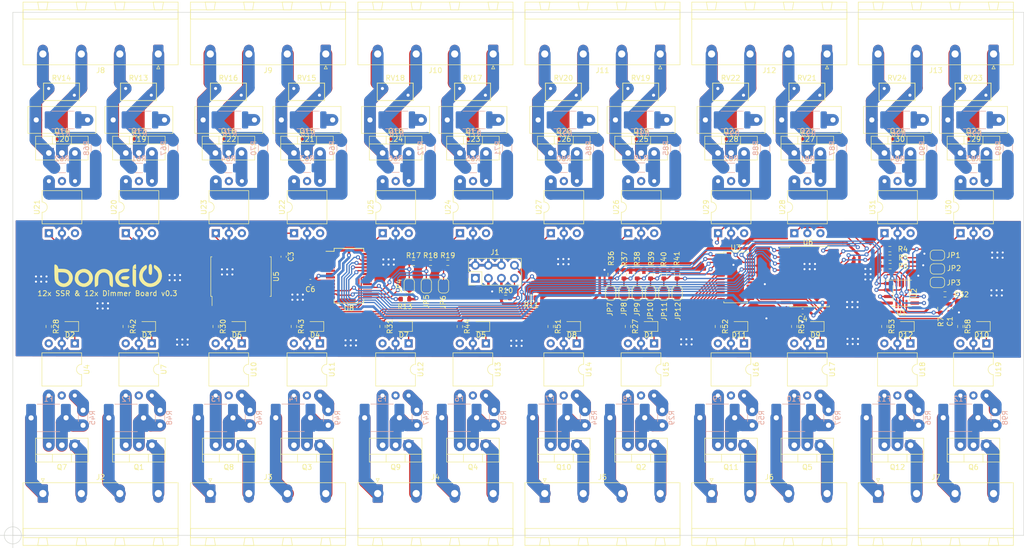
<source format=kicad_pcb>
(kicad_pcb (version 20171130) (host pcbnew "(5.1.9)-1")
  (layers (0 F.Cu signal) (31 B.Cu signal) (34 B.Paste user) (35 F.Paste user) (36 B.SilkS user) (37 F.SilkS user) (38 B.Mask user) (39 F.Mask user) (44 Edge.Cuts user))
  (net 0 "")
  (net 1 GND)
  (net 2 "Net-(Q1-Pad3)")
  (net 3 "Net-(U4-Pad3)")
  (net 4 +3V3)
  (net 5 "Net-(Q2-Pad3)")
  (net 6 "Net-(U10-Pad3)")
  (net 7 "Net-(U11-Pad3)")
  (net 8 "Net-(U11-Pad5)")
  (net 9 "Net-(C19-Pad2)")
  (net 10 "Net-(C19-Pad1)")
  (net 11 "Net-(C20-Pad2)")
  (net 12 "Net-(C20-Pad1)")
  (net 13 "Net-(C21-Pad2)")
  (net 14 "Net-(C21-Pad1)")
  (net 15 "Net-(C22-Pad2)")
  (net 16 "Net-(C22-Pad1)")
  (net 17 "Net-(C23-Pad2)")
  (net 18 "Net-(C23-Pad1)")
  (net 19 "Net-(C24-Pad2)")
  (net 20 "Net-(C24-Pad1)")
  (net 21 "Net-(C25-Pad2)")
  (net 22 "Net-(C25-Pad1)")
  (net 23 "Net-(C26-Pad2)")
  (net 24 "Net-(C26-Pad1)")
  (net 25 "Net-(C27-Pad2)")
  (net 26 "Net-(C27-Pad1)")
  (net 27 "Net-(C28-Pad2)")
  (net 28 "Net-(C28-Pad1)")
  (net 29 "Net-(C29-Pad2)")
  (net 30 "Net-(C29-Pad1)")
  (net 31 "Net-(C30-Pad2)")
  (net 32 "Net-(C30-Pad1)")
  (net 33 SDA)
  (net 34 SCL)
  (net 35 +5V)
  (net 36 +24V)
  (net 37 "Net-(J8-Pad3)")
  (net 38 "Net-(J8-Pad1)")
  (net 39 "Net-(J9-Pad3)")
  (net 40 "Net-(J9-Pad1)")
  (net 41 "Net-(J10-Pad3)")
  (net 42 "Net-(J10-Pad1)")
  (net 43 "Net-(J11-Pad3)")
  (net 44 "Net-(J11-Pad1)")
  (net 45 "Net-(J12-Pad3)")
  (net 46 "Net-(J12-Pad1)")
  (net 47 "Net-(J13-Pad3)")
  (net 48 "Net-(J13-Pad1)")
  (net 49 "Net-(Q3-Pad3)")
  (net 50 "Net-(Q4-Pad3)")
  (net 51 "Net-(Q5-Pad3)")
  (net 52 "Net-(Q6-Pad3)")
  (net 53 "Net-(Q13-Pad3)")
  (net 54 "Net-(Q14-Pad3)")
  (net 55 "Net-(Q15-Pad3)")
  (net 56 "Net-(Q16-Pad3)")
  (net 57 "Net-(Q17-Pad3)")
  (net 58 "Net-(Q18-Pad3)")
  (net 59 "Net-(Q19-Pad3)")
  (net 60 "Net-(Q20-Pad3)")
  (net 61 "Net-(Q21-Pad3)")
  (net 62 "Net-(Q22-Pad3)")
  (net 63 "Net-(Q23-Pad3)")
  (net 64 "Net-(Q24-Pad3)")
  (net 65 "Net-(R7-Pad2)")
  (net 66 "Net-(R13-Pad2)")
  (net 67 "Net-(R32-Pad2)")
  (net 68 "Net-(R49-Pad2)")
  (net 69 "Net-(R50-Pad2)")
  (net 70 "Net-(R67-Pad2)")
  (net 71 "Net-(R68-Pad2)")
  (net 72 "Net-(R69-Pad2)")
  (net 73 "Net-(R70-Pad2)")
  (net 74 "Net-(R71-Pad2)")
  (net 75 "Net-(R72-Pad2)")
  (net 76 "Net-(R85-Pad2)")
  (net 77 "Net-(R86-Pad2)")
  (net 78 "Net-(R87-Pad2)")
  (net 79 "Net-(R88-Pad2)")
  (net 80 "Net-(R89-Pad2)")
  (net 81 "Net-(R90-Pad2)")
  (net 82 RELAY12)
  (net 83 RELAY11)
  (net 84 K6)
  (net 85 K5)
  (net 86 K4)
  (net 87 K3)
  (net 88 K2)
  (net 89 K1)
  (net 90 RELAY6)
  (net 91 RELAY7)
  (net 92 RELAY8)
  (net 93 RELAY1)
  (net 94 RELAY2)
  (net 95 RELAY3)
  (net 96 RELAY4)
  (net 97 RELAY5)
  (net 98 K11)
  (net 99 K12)
  (net 100 RELAY9)
  (net 101 RELAY10)
  (net 102 K7)
  (net 103 K8)
  (net 104 K9)
  (net 105 K10)
  (net 106 "Net-(U8-Pad20)")
  (net 107 "Net-(U8-Pad19)")
  (net 108 "Net-(U8-Pad14)")
  (net 109 "Net-(U8-Pad11)")
  (net 110 "Net-(U8-Pad8)")
  (net 111 "Net-(U8-Pad7)")
  (net 112 "Net-(U12-Pad3)")
  (net 113 "Net-(U13-Pad3)")
  (net 114 "Net-(U13-Pad5)")
  (net 115 "Net-(U14-Pad3)")
  (net 116 "Net-(U15-Pad3)")
  (net 117 "Net-(U15-Pad5)")
  (net 118 "Net-(U16-Pad3)")
  (net 119 "Net-(U17-Pad3)")
  (net 120 "Net-(U17-Pad5)")
  (net 121 "Net-(U18-Pad3)")
  (net 122 "Net-(U19-Pad3)")
  (net 123 "Net-(U19-Pad5)")
  (net 124 "Net-(U20-Pad3)")
  (net 125 "Net-(U20-Pad5)")
  (net 126 "Net-(U21-Pad3)")
  (net 127 "Net-(U21-Pad5)")
  (net 128 "Net-(U22-Pad3)")
  (net 129 "Net-(U22-Pad5)")
  (net 130 "Net-(U23-Pad3)")
  (net 131 "Net-(U23-Pad5)")
  (net 132 "Net-(U24-Pad3)")
  (net 133 "Net-(U24-Pad5)")
  (net 134 "Net-(U25-Pad3)")
  (net 135 "Net-(U25-Pad5)")
  (net 136 "Net-(U26-Pad3)")
  (net 137 "Net-(U26-Pad5)")
  (net 138 "Net-(U27-Pad3)")
  (net 139 "Net-(U27-Pad5)")
  (net 140 "Net-(U28-Pad3)")
  (net 141 "Net-(U28-Pad5)")
  (net 142 "Net-(U29-Pad3)")
  (net 143 "Net-(U29-Pad5)")
  (net 144 "Net-(U30-Pad3)")
  (net 145 "Net-(U30-Pad5)")
  (net 146 "Net-(U31-Pad3)")
  (net 147 "Net-(U31-Pad5)")
  (net 148 "Net-(D1-Pad2)")
  (net 149 "Net-(D1-Pad1)")
  (net 150 "Net-(D2-Pad2)")
  (net 151 "Net-(D2-Pad1)")
  (net 152 "Net-(D3-Pad2)")
  (net 153 "Net-(D3-Pad1)")
  (net 154 "Net-(D4-Pad2)")
  (net 155 "Net-(D4-Pad1)")
  (net 156 "Net-(D5-Pad2)")
  (net 157 "Net-(D5-Pad1)")
  (net 158 "Net-(D6-Pad2)")
  (net 159 "Net-(D6-Pad1)")
  (net 160 "Net-(D7-Pad2)")
  (net 161 "Net-(D7-Pad1)")
  (net 162 "Net-(D8-Pad2)")
  (net 163 "Net-(D8-Pad1)")
  (net 164 "Net-(D9-Pad2)")
  (net 165 "Net-(D9-Pad1)")
  (net 166 "Net-(D10-Pad2)")
  (net 167 "Net-(D10-Pad1)")
  (net 168 "Net-(D11-Pad2)")
  (net 169 "Net-(D11-Pad1)")
  (net 170 "Net-(D12-Pad2)")
  (net 171 "Net-(D12-Pad1)")
  (net 172 "Net-(J2-Pad4)")
  (net 173 "Net-(J2-Pad2)")
  (net 174 "Net-(J3-Pad4)")
  (net 175 "Net-(J3-Pad2)")
  (net 176 "Net-(J4-Pad4)")
  (net 177 "Net-(J4-Pad2)")
  (net 178 "Net-(J5-Pad4)")
  (net 179 "Net-(J5-Pad2)")
  (net 180 "Net-(J6-Pad4)")
  (net 181 "Net-(J6-Pad2)")
  (net 182 "Net-(J7-Pad4)")
  (net 183 "Net-(J7-Pad2)")
  (net 184 PWM4)
  (net 185 "Net-(R29-Pad2)")
  (net 186 PWM1)
  (net 187 PWM2)
  (net 188 PWM3)
  (net 189 "Net-(R48-Pad2)")
  (net 190 PWM5)
  (net 191 PWM6)
  (net 192 "Net-(R97-Pad2)")
  (net 193 "Net-(R98-Pad2)")
  (net 194 "Net-(U3-Pad22)")
  (net 195 "Net-(U3-Pad21)")
  (net 196 "Net-(U3-Pad20)")
  (net 197 "Net-(U3-Pad19)")
  (net 198 "Net-(U7-Pad3)")
  (net 199 "Net-(U7-Pad5)")
  (net 200 "Net-(Q7-Pad3)")
  (net 201 "Net-(Q8-Pad3)")
  (net 202 "Net-(Q9-Pad3)")
  (net 203 "Net-(Q10-Pad3)")
  (net 204 "Net-(Q11-Pad3)")
  (net 205 "Net-(Q12-Pad3)")
  (net 206 PWM8)
  (net 207 "Net-(R45-Pad2)")
  (net 208 "Net-(R46-Pad2)")
  (net 209 "Net-(R47-Pad2)")
  (net 210 PWM7)
  (net 211 PWM9)
  (net 212 PWM11)
  (net 213 "Net-(R54-Pad2)")
  (net 214 "Net-(R55-Pad2)")
  (net 215 "Net-(R56-Pad2)")
  (net 216 PWM10)
  (net 217 PWM12)
  (net 218 "Net-(U4-Pad5)")
  (net 219 "Net-(U6-Pad14)")
  (net 220 "Net-(U6-Pad13)")
  (net 221 "Net-(U6-Pad12)")
  (net 222 "Net-(U6-Pad11)")
  (net 223 "Net-(U6-Pad8)")
  (net 224 "Net-(U6-Pad7)")
  (net 225 "Net-(U6-Pad6)")
  (net 226 "Net-(U6-Pad5)")
  (net 227 "Net-(U8-Pad28)")
  (net 228 "Net-(U8-Pad27)")
  (net 229 "Net-(U10-Pad5)")
  (net 230 "Net-(U12-Pad5)")
  (net 231 "Net-(U14-Pad5)")
  (net 232 "Net-(U16-Pad5)")
  (net 233 "Net-(U18-Pad5)")
  (net 234 "Net-(F1-Pad2)")
  (net 235 "Net-(F1-Pad1)")
  (net 236 "Net-(F2-Pad2)")
  (net 237 "Net-(F2-Pad1)")
  (net 238 "Net-(F3-Pad2)")
  (net 239 "Net-(F3-Pad1)")
  (net 240 "Net-(F4-Pad2)")
  (net 241 "Net-(F4-Pad1)")
  (net 242 "Net-(F5-Pad2)")
  (net 243 "Net-(F5-Pad1)")
  (net 244 "Net-(F6-Pad2)")
  (net 245 "Net-(F6-Pad1)")
  (net 246 "Net-(F7-Pad2)")
  (net 247 "Net-(F7-Pad1)")
  (net 248 "Net-(F8-Pad2)")
  (net 249 "Net-(F8-Pad1)")
  (net 250 "Net-(F9-Pad2)")
  (net 251 "Net-(F9-Pad1)")
  (net 252 "Net-(F10-Pad2)")
  (net 253 "Net-(F10-Pad1)")
  (net 254 "Net-(F11-Pad2)")
  (net 255 "Net-(F11-Pad1)")
  (net 256 "Net-(F12-Pad2)")
  (net 257 "Net-(F12-Pad1)")
  (net 258 "Net-(JP1-Pad2)")
  (net 259 "Net-(JP2-Pad2)")
  (net 260 "Net-(JP3-Pad2)")
  (net 261 "Net-(JP4-Pad2)")
  (net 262 "Net-(JP5-Pad2)")
  (net 263 "Net-(JP6-Pad2)")
  (net 264 "Net-(JP7-Pad2)")
  (net 265 "Net-(JP8-Pad2)")
  (net 266 "Net-(JP9-Pad2)")
  (net 267 "Net-(JP10-Pad2)")
  (net 268 "Net-(JP11-Pad2)")
  (net 269 "Net-(JP12-Pad2)")
  (module Symbol:boneIO_LOGO_srednie (layer F.Cu) (at 66.8892 88.6606)
    (fp_text reference G*** hide)
    (fp_text value LOGO hide)
  )
  (module Connector_PinHeader_2.54mm:PinHeader_2x04_P2.54mm_Vertical (layer F.Cu) (at 138.43 89.154 90)
    (fp_text reference J1 (at 5.08 3.81 180) (layer F.SilkS))
    (fp_text value Conn_02x04_Odd_Even)
    (pad 8 thru_hole oval (at 2.54 7.62 90) (size 1.7 1.7) (drill 1) (layers *.Cu *.Mask) (net 33 SDA))
    (pad 7 thru_hole oval (at 0 7.62 90) (size 1.7 1.7) (drill 1) (layers *.Cu *.Mask) (net 34 SCL))
    (pad 6 thru_hole oval (at 2.54 5.08 90) (size 1.7 1.7) (drill 1) (layers *.Cu *.Mask) (net 1 GND))
    (pad 5 thru_hole oval (at 0 5.08 90) (size 1.7 1.7) (drill 1) (layers *.Cu *.Mask) (net 4 +3V3))
    (pad 4 thru_hole oval (at 2.54 2.54 90) (size 1.7 1.7) (drill 1) (layers *.Cu *.Mask) (net 1 GND))
    (pad 3 thru_hole oval (at 0 2.54 90) (size 1.7 1.7) (drill 1) (layers *.Cu *.Mask) (net 35 +5V))
    (pad 2 thru_hole oval (at 2.54 0 90) (size 1.7 1.7) (drill 1) (layers *.Cu *.Mask) (net 1 GND))
    (pad 1 thru_hole rect (at 0 0 90) (size 1.7 1.7) (drill 1) (layers *.Cu *.Mask) (net 36 +24V))
  )
  (module Package_SO:MSOP-8_3x3mm_P0.65mm (layer F.Cu) (at 221.4626 92.075 270)
    (fp_text reference U2 (at 0 -2.45 90) (layer F.SilkS))
    (fp_text value MCP9808-E_MS)
    (pad 8 smd roundrect (at 2.1125 -0.975 270) (size 1.625 0.4) (layers F.Cu F.Paste F.Mask) (net 4 +3V3))
    (pad 7 smd roundrect (at 2.1125 -0.325 270) (size 1.625 0.4) (layers F.Cu F.Paste F.Mask) (net 258 "Net-(JP1-Pad2)"))
    (pad 6 smd roundrect (at 2.1125 0.325 270) (size 1.625 0.4) (layers F.Cu F.Paste F.Mask) (net 259 "Net-(JP2-Pad2)"))
    (pad 5 smd roundrect (at 2.1125 0.975 270) (size 1.625 0.4) (layers F.Cu F.Paste F.Mask) (net 260 "Net-(JP3-Pad2)"))
    (pad 4 smd roundrect (at -2.1125 0.975 270) (size 1.625 0.4) (layers F.Cu F.Paste F.Mask) (net 1 GND))
    (pad 3 smd roundrect (at -2.1125 0.325 270) (size 1.625 0.4) (layers F.Cu F.Paste F.Mask) (net 65 "Net-(R7-Pad2)"))
    (pad 2 smd roundrect (at -2.1125 -0.325 270) (size 1.625 0.4) (layers F.Cu F.Paste F.Mask) (net 34 SCL))
    (pad 1 smd roundrect (at -2.1125 -0.975 270) (size 1.625 0.4) (layers F.Cu F.Paste F.Mask) (net 33 SDA))
  )
  (module Jumper:SolderJumper-2_P1.3mm_Open_RoundedPad1.0x1.5mm (layer F.Cu) (at 177.7492 92.0496 90)
    (fp_text reference JP12 (at -3.5814 0.1524 90) (layer F.SilkS))
    (fp_text value Jumper_NO_Small)
    (pad 2 smd custom (at 0.65 0 90) (size 1 0.5) (layers F.Cu F.Mask) (net 269 "Net-(JP12-Pad2)") (options (clearance outline) (anchor rect)) (primitives (gr_circle (center 0 0.25) (end 0.5 0.25) (width 0)) (gr_circle (center 0 -0.25) (end 0.5 -0.25) (width 0)) (gr_poly (pts (xy 0 -0.75) (xy -0.5 -0.75) (xy -0.5 0.75) (xy 0 0.75)) (width 0))))
    (pad 1 smd custom (at -0.65 0 90) (size 1 0.5) (layers F.Cu F.Mask) (net 4 +3V3) (options (clearance outline) (anchor rect)) (primitives (gr_circle (center 0 0.25) (end 0.5 0.25) (width 0)) (gr_circle (center 0 -0.25) (end 0.5 -0.25) (width 0)) (gr_poly (pts (xy 0 -0.75) (xy 0.5 -0.75) (xy 0.5 0.75) (xy 0 0.75)) (width 0))))
  )
  (module Jumper:SolderJumper-2_P1.3mm_Open_RoundedPad1.0x1.5mm (layer F.Cu) (at 175.1584 92.0496 90)
    (fp_text reference JP11 (at -3.5814 0.0762 90) (layer F.SilkS))
    (fp_text value Jumper_NO_Small)
    (pad 2 smd custom (at 0.65 0 90) (size 1 0.5) (layers F.Cu F.Mask) (net 268 "Net-(JP11-Pad2)") (options (clearance outline) (anchor rect)) (primitives (gr_circle (center 0 0.25) (end 0.5 0.25) (width 0)) (gr_circle (center 0 -0.25) (end 0.5 -0.25) (width 0)) (gr_poly (pts (xy 0 -0.75) (xy -0.5 -0.75) (xy -0.5 0.75) (xy 0 0.75)) (width 0))))
    (pad 1 smd custom (at -0.65 0 90) (size 1 0.5) (layers F.Cu F.Mask) (net 4 +3V3) (options (clearance outline) (anchor rect)) (primitives (gr_circle (center 0 0.25) (end 0.5 0.25) (width 0)) (gr_circle (center 0 -0.25) (end 0.5 -0.25) (width 0)) (gr_poly (pts (xy 0 -0.75) (xy 0.5 -0.75) (xy 0.5 0.75) (xy 0 0.75)) (width 0))))
  )
  (module Jumper:SolderJumper-2_P1.3mm_Open_RoundedPad1.0x1.5mm (layer F.Cu) (at 172.5676 92.0496 90)
    (fp_text reference JP10 (at -3.5814 -0.0508 90) (layer F.SilkS))
    (fp_text value Jumper_NO_Small)
    (pad 2 smd custom (at 0.65 0 90) (size 1 0.5) (layers F.Cu F.Mask) (net 267 "Net-(JP10-Pad2)") (options (clearance outline) (anchor rect)) (primitives (gr_circle (center 0 0.25) (end 0.5 0.25) (width 0)) (gr_circle (center 0 -0.25) (end 0.5 -0.25) (width 0)) (gr_poly (pts (xy 0 -0.75) (xy -0.5 -0.75) (xy -0.5 0.75) (xy 0 0.75)) (width 0))))
    (pad 1 smd custom (at -0.65 0 90) (size 1 0.5) (layers F.Cu F.Mask) (net 4 +3V3) (options (clearance outline) (anchor rect)) (primitives (gr_circle (center 0 0.25) (end 0.5 0.25) (width 0)) (gr_circle (center 0 -0.25) (end 0.5 -0.25) (width 0)) (gr_poly (pts (xy 0 -0.75) (xy 0.5 -0.75) (xy 0.5 0.75) (xy 0 0.75)) (width 0))))
  )
  (module Jumper:SolderJumper-2_P1.3mm_Open_RoundedPad1.0x1.5mm (layer F.Cu) (at 169.9768 92.0496 90)
    (fp_text reference JP9 (at -3.175 -0.0254 90) (layer F.SilkS))
    (fp_text value Jumper_NO_Small)
    (pad 2 smd custom (at 0.65 0 90) (size 1 0.5) (layers F.Cu F.Mask) (net 266 "Net-(JP9-Pad2)") (options (clearance outline) (anchor rect)) (primitives (gr_circle (center 0 0.25) (end 0.5 0.25) (width 0)) (gr_circle (center 0 -0.25) (end 0.5 -0.25) (width 0)) (gr_poly (pts (xy 0 -0.75) (xy -0.5 -0.75) (xy -0.5 0.75) (xy 0 0.75)) (width 0))))
    (pad 1 smd custom (at -0.65 0 90) (size 1 0.5) (layers F.Cu F.Mask) (net 4 +3V3) (options (clearance outline) (anchor rect)) (primitives (gr_circle (center 0 0.25) (end 0.5 0.25) (width 0)) (gr_circle (center 0 -0.25) (end 0.5 -0.25) (width 0)) (gr_poly (pts (xy 0 -0.75) (xy 0.5 -0.75) (xy 0.5 0.75) (xy 0 0.75)) (width 0))))
  )
  (module Jumper:SolderJumper-2_P1.3mm_Open_RoundedPad1.0x1.5mm (layer F.Cu) (at 167.386 92.0496 90)
    (fp_text reference JP8 (at -3.1242 0 90) (layer F.SilkS))
    (fp_text value Jumper_NO_Small)
    (pad 2 smd custom (at 0.65 0 90) (size 1 0.5) (layers F.Cu F.Mask) (net 265 "Net-(JP8-Pad2)") (options (clearance outline) (anchor rect)) (primitives (gr_circle (center 0 0.25) (end 0.5 0.25) (width 0)) (gr_circle (center 0 -0.25) (end 0.5 -0.25) (width 0)) (gr_poly (pts (xy 0 -0.75) (xy -0.5 -0.75) (xy -0.5 0.75) (xy 0 0.75)) (width 0))))
    (pad 1 smd custom (at -0.65 0 90) (size 1 0.5) (layers F.Cu F.Mask) (net 4 +3V3) (options (clearance outline) (anchor rect)) (primitives (gr_circle (center 0 0.25) (end 0.5 0.25) (width 0)) (gr_circle (center 0 -0.25) (end 0.5 -0.25) (width 0)) (gr_poly (pts (xy 0 -0.75) (xy 0.5 -0.75) (xy 0.5 0.75) (xy 0 0.75)) (width 0))))
  )
  (module Jumper:SolderJumper-2_P1.3mm_Open_RoundedPad1.0x1.5mm (layer F.Cu) (at 164.7952 92.0496 90)
    (fp_text reference JP7 (at -3.1496 -0.127 90) (layer F.SilkS))
    (fp_text value Jumper_NO_Small)
    (pad 2 smd custom (at 0.65 0 90) (size 1 0.5) (layers F.Cu F.Mask) (net 264 "Net-(JP7-Pad2)") (options (clearance outline) (anchor rect)) (primitives (gr_circle (center 0 0.25) (end 0.5 0.25) (width 0)) (gr_circle (center 0 -0.25) (end 0.5 -0.25) (width 0)) (gr_poly (pts (xy 0 -0.75) (xy -0.5 -0.75) (xy -0.5 0.75) (xy 0 0.75)) (width 0))))
    (pad 1 smd custom (at -0.65 0 90) (size 1 0.5) (layers F.Cu F.Mask) (net 4 +3V3) (options (clearance outline) (anchor rect)) (primitives (gr_circle (center 0 0.25) (end 0.5 0.25) (width 0)) (gr_circle (center 0 -0.25) (end 0.5 -0.25) (width 0)) (gr_poly (pts (xy 0 -0.75) (xy 0.5 -0.75) (xy 0.5 0.75) (xy 0 0.75)) (width 0))))
  )
  (module Jumper:SolderJumper-2_P1.3mm_Open_RoundedPad1.0x1.5mm (layer F.Cu) (at 132.2329 90.6272 90)
    (fp_text reference JP6 (at -3.2258 -0.0894 90) (layer F.SilkS))
    (fp_text value Jumper_NO_Small)
    (pad 2 smd custom (at 0.65 0 90) (size 1 0.5) (layers F.Cu F.Mask) (net 263 "Net-(JP6-Pad2)") (options (clearance outline) (anchor rect)) (primitives (gr_circle (center 0 0.25) (end 0.5 0.25) (width 0)) (gr_circle (center 0 -0.25) (end 0.5 -0.25) (width 0)) (gr_poly (pts (xy 0 -0.75) (xy -0.5 -0.75) (xy -0.5 0.75) (xy 0 0.75)) (width 0))))
    (pad 1 smd custom (at -0.65 0 90) (size 1 0.5) (layers F.Cu F.Mask) (net 4 +3V3) (options (clearance outline) (anchor rect)) (primitives (gr_circle (center 0 0.25) (end 0.5 0.25) (width 0)) (gr_circle (center 0 -0.25) (end 0.5 -0.25) (width 0)) (gr_poly (pts (xy 0 -0.75) (xy 0.5 -0.75) (xy 0.5 0.75) (xy 0 0.75)) (width 0))))
  )
  (module Jumper:SolderJumper-2_P1.3mm_Open_RoundedPad1.0x1.5mm (layer F.Cu) (at 128.8796 90.6272 90)
    (fp_text reference JP5 (at -3.048 0 90) (layer F.SilkS))
    (fp_text value Jumper_NO_Small)
    (pad 2 smd custom (at 0.65 0 90) (size 1 0.5) (layers F.Cu F.Mask) (net 262 "Net-(JP5-Pad2)") (options (clearance outline) (anchor rect)) (primitives (gr_circle (center 0 0.25) (end 0.5 0.25) (width 0)) (gr_circle (center 0 -0.25) (end 0.5 -0.25) (width 0)) (gr_poly (pts (xy 0 -0.75) (xy -0.5 -0.75) (xy -0.5 0.75) (xy 0 0.75)) (width 0))))
    (pad 1 smd custom (at -0.65 0 90) (size 1 0.5) (layers F.Cu F.Mask) (net 4 +3V3) (options (clearance outline) (anchor rect)) (primitives (gr_circle (center 0 0.25) (end 0.5 0.25) (width 0)) (gr_circle (center 0 -0.25) (end 0.5 -0.25) (width 0)) (gr_poly (pts (xy 0 -0.75) (xy 0.5 -0.75) (xy 0.5 0.75) (xy 0 0.75)) (width 0))))
  )
  (module Jumper:SolderJumper-2_P1.3mm_Open_RoundedPad1.0x1.5mm (layer F.Cu) (at 125.5522 90.6272 90)
    (fp_text reference JP4 (at 0.0127 -1.9812 90) (layer F.SilkS))
    (fp_text value Jumper_NO_Small)
    (pad 2 smd custom (at 0.65 0 90) (size 1 0.5) (layers F.Cu F.Mask) (net 261 "Net-(JP4-Pad2)") (options (clearance outline) (anchor rect)) (primitives (gr_circle (center 0 0.25) (end 0.5 0.25) (width 0)) (gr_circle (center 0 -0.25) (end 0.5 -0.25) (width 0)) (gr_poly (pts (xy 0 -0.75) (xy -0.5 -0.75) (xy -0.5 0.75) (xy 0 0.75)) (width 0))))
    (pad 1 smd custom (at -0.65 0 90) (size 1 0.5) (layers F.Cu F.Mask) (net 4 +3V3) (options (clearance outline) (anchor rect)) (primitives (gr_circle (center 0 0.25) (end 0.5 0.25) (width 0)) (gr_circle (center 0 -0.25) (end 0.5 -0.25) (width 0)) (gr_poly (pts (xy 0 -0.75) (xy 0.5 -0.75) (xy 0.5 0.75) (xy 0 0.75)) (width 0))))
  )
  (module Jumper:SolderJumper-2_P1.3mm_Open_RoundedPad1.0x1.5mm (layer F.Cu) (at 228.473 89.9668 180)
    (fp_text reference JP3 (at -3.175 -0.0508) (layer F.SilkS))
    (fp_text value Jumper_NO_Small)
    (pad 2 smd custom (at 0.65 0 180) (size 1 0.5) (layers F.Cu F.Mask) (net 260 "Net-(JP3-Pad2)") (options (clearance outline) (anchor rect)) (primitives (gr_circle (center 0 0.25) (end 0.5 0.25) (width 0)) (gr_circle (center 0 -0.25) (end 0.5 -0.25) (width 0)) (gr_poly (pts (xy 0 -0.75) (xy -0.5 -0.75) (xy -0.5 0.75) (xy 0 0.75)) (width 0))))
    (pad 1 smd custom (at -0.65 0 180) (size 1 0.5) (layers F.Cu F.Mask) (net 4 +3V3) (options (clearance outline) (anchor rect)) (primitives (gr_circle (center 0 0.25) (end 0.5 0.25) (width 0)) (gr_circle (center 0 -0.25) (end 0.5 -0.25) (width 0)) (gr_poly (pts (xy 0 -0.75) (xy 0.5 -0.75) (xy 0.5 0.75) (xy 0 0.75)) (width 0))))
  )
  (module Jumper:SolderJumper-2_P1.3mm_Open_RoundedPad1.0x1.5mm (layer F.Cu) (at 228.473 87.3252 180)
    (fp_text reference JP2 (at -3.2258 0.127) (layer F.SilkS))
    (fp_text value Jumper_NO_Small)
    (pad 2 smd custom (at 0.65 0 180) (size 1 0.5) (layers F.Cu F.Mask) (net 259 "Net-(JP2-Pad2)") (options (clearance outline) (anchor rect)) (primitives (gr_circle (center 0 0.25) (end 0.5 0.25) (width 0)) (gr_circle (center 0 -0.25) (end 0.5 -0.25) (width 0)) (gr_poly (pts (xy 0 -0.75) (xy -0.5 -0.75) (xy -0.5 0.75) (xy 0 0.75)) (width 0))))
    (pad 1 smd custom (at -0.65 0 180) (size 1 0.5) (layers F.Cu F.Mask) (net 4 +3V3) (options (clearance outline) (anchor rect)) (primitives (gr_circle (center 0 0.25) (end 0.5 0.25) (width 0)) (gr_circle (center 0 -0.25) (end 0.5 -0.25) (width 0)) (gr_poly (pts (xy 0 -0.75) (xy 0.5 -0.75) (xy 0.5 0.75) (xy 0 0.75)) (width 0))))
  )
  (module Jumper:SolderJumper-2_P1.3mm_Open_RoundedPad1.0x1.5mm (layer F.Cu) (at 228.473 84.6582 180)
    (fp_text reference JP1 (at -3.1242 0) (layer F.SilkS))
    (fp_text value Jumper_NO_Small)
    (pad 2 smd custom (at 0.65 0 180) (size 1 0.5) (layers F.Cu F.Mask) (net 258 "Net-(JP1-Pad2)") (options (clearance outline) (anchor rect)) (primitives (gr_circle (center 0 0.25) (end 0.5 0.25) (width 0)) (gr_circle (center 0 -0.25) (end 0.5 -0.25) (width 0)) (gr_poly (pts (xy 0 -0.75) (xy -0.5 -0.75) (xy -0.5 0.75) (xy 0 0.75)) (width 0))))
    (pad 1 smd custom (at -0.65 0 180) (size 1 0.5) (layers F.Cu F.Mask) (net 4 +3V3) (options (clearance outline) (anchor rect)) (primitives (gr_circle (center 0 0.25) (end 0.5 0.25) (width 0)) (gr_circle (center 0 -0.25) (end 0.5 -0.25) (width 0)) (gr_poly (pts (xy 0 -0.75) (xy 0.5 -0.75) (xy 0.5 0.75) (xy 0 0.75)) (width 0))))
  )
  (module Fuse:Fuse_2920_7451Metric (layer B.Cu) (at 232.994 116.3574 180)
    (fp_text reference F12 (at 0 3.68) (layer B.SilkS) (effects (justify mirror)))
    (fp_text value 4A)
    (pad 2 smd roundrect (at 3.3875 0 180) (size 1.925 5.45) (layers B.Cu B.Paste B.Mask) (roundrect_rratio 0.12987) (net 256 "Net-(F12-Pad2)"))
    (pad 1 smd roundrect (at -3.3875 0 180) (size 1.925 5.45) (layers B.Cu B.Paste B.Mask) (roundrect_rratio 0.12987) (net 257 "Net-(F12-Pad1)"))
  )
  (module Fuse:Fuse_2920_7451Metric (layer B.Cu) (at 218.008 116.3574 180)
    (fp_text reference F11 (at 0 3.68) (layer B.SilkS) (effects (justify mirror)))
    (fp_text value 4A)
    (pad 2 smd roundrect (at 3.3875 0 180) (size 1.925 5.45) (layers B.Cu B.Paste B.Mask) (roundrect_rratio 0.12987) (net 254 "Net-(F11-Pad2)"))
    (pad 1 smd roundrect (at -3.3875 0 180) (size 1.925 5.45) (layers B.Cu B.Paste B.Mask) (roundrect_rratio 0.12987) (net 255 "Net-(F11-Pad1)"))
  )
  (module Fuse:Fuse_2920_7451Metric (layer B.Cu) (at 200.457 116.3574 180)
    (fp_text reference F10 (at 0 3.68) (layer B.SilkS) (effects (justify mirror)))
    (fp_text value 4A)
    (pad 2 smd roundrect (at 3.3875 0 180) (size 1.925 5.45) (layers B.Cu B.Paste B.Mask) (roundrect_rratio 0.12987) (net 252 "Net-(F10-Pad2)"))
    (pad 1 smd roundrect (at -3.3875 0 180) (size 1.925 5.45) (layers B.Cu B.Paste B.Mask) (roundrect_rratio 0.12987) (net 253 "Net-(F10-Pad1)"))
  )
  (module Fuse:Fuse_2920_7451Metric (layer B.Cu) (at 185.572 116.3574 180)
    (fp_text reference F9 (at 0 3.68) (layer B.SilkS) (effects (justify mirror)))
    (fp_text value 4A)
    (pad 2 smd roundrect (at 3.3875 0 180) (size 1.925 5.45) (layers B.Cu B.Paste B.Mask) (roundrect_rratio 0.12987) (net 250 "Net-(F9-Pad2)"))
    (pad 1 smd roundrect (at -3.3875 0 180) (size 1.925 5.45) (layers B.Cu B.Paste B.Mask) (roundrect_rratio 0.12987) (net 251 "Net-(F9-Pad1)"))
  )
  (module Fuse:Fuse_2920_7451Metric (layer B.Cu) (at 168.046 116.3574 180)
    (fp_text reference F8 (at 0 3.68) (layer B.SilkS) (effects (justify mirror)))
    (fp_text value 4A)
    (pad 2 smd roundrect (at 3.3875 0 180) (size 1.925 5.45) (layers B.Cu B.Paste B.Mask) (roundrect_rratio 0.12987) (net 248 "Net-(F8-Pad2)"))
    (pad 1 smd roundrect (at -3.3875 0 180) (size 1.925 5.45) (layers B.Cu B.Paste B.Mask) (roundrect_rratio 0.12987) (net 249 "Net-(F8-Pad1)"))
  )
  (module Fuse:Fuse_2920_7451Metric (layer B.Cu) (at 152.984 116.3574 180)
    (fp_text reference F7 (at 0 3.68) (layer B.SilkS) (effects (justify mirror)))
    (fp_text value 4A)
    (pad 2 smd roundrect (at 3.3875 0 180) (size 1.925 5.45) (layers B.Cu B.Paste B.Mask) (roundrect_rratio 0.12987) (net 246 "Net-(F7-Pad2)"))
    (pad 1 smd roundrect (at -3.3875 0 180) (size 1.925 5.45) (layers B.Cu B.Paste B.Mask) (roundrect_rratio 0.12987) (net 247 "Net-(F7-Pad1)"))
  )
  (module Fuse:Fuse_2920_7451Metric (layer B.Cu) (at 135.28 116.3574 180)
    (fp_text reference F6 (at 0 3.68) (layer B.SilkS) (effects (justify mirror)))
    (fp_text value 4A)
    (pad 2 smd roundrect (at 3.3875 0 180) (size 1.925 5.45) (layers B.Cu B.Paste B.Mask) (roundrect_rratio 0.12987) (net 244 "Net-(F6-Pad2)"))
    (pad 1 smd roundrect (at -3.3875 0 180) (size 1.925 5.45) (layers B.Cu B.Paste B.Mask) (roundrect_rratio 0.12987) (net 245 "Net-(F6-Pad1)"))
  )
  (module Fuse:Fuse_2920_7451Metric (layer B.Cu) (at 120.244 116.3574 180)
    (fp_text reference F5 (at 0 3.68) (layer B.SilkS) (effects (justify mirror)))
    (fp_text value 4A)
    (pad 2 smd roundrect (at 3.3875 0 180) (size 1.925 5.45) (layers B.Cu B.Paste B.Mask) (roundrect_rratio 0.12987) (net 242 "Net-(F5-Pad2)"))
    (pad 1 smd roundrect (at -3.3875 0 180) (size 1.925 5.45) (layers B.Cu B.Paste B.Mask) (roundrect_rratio 0.12987) (net 243 "Net-(F5-Pad1)"))
  )
  (module Fuse:Fuse_2920_7451Metric (layer B.Cu) (at 102.921 116.3574 180)
    (fp_text reference F4 (at 0 3.68) (layer B.SilkS) (effects (justify mirror)))
    (fp_text value 4A)
    (pad 2 smd roundrect (at 3.3875 0 180) (size 1.925 5.45) (layers B.Cu B.Paste B.Mask) (roundrect_rratio 0.12987) (net 240 "Net-(F4-Pad2)"))
    (pad 1 smd roundrect (at -3.3875 0 180) (size 1.925 5.45) (layers B.Cu B.Paste B.Mask) (roundrect_rratio 0.12987) (net 241 "Net-(F4-Pad1)"))
  )
  (module Fuse:Fuse_2920_7451Metric (layer B.Cu) (at 87.8078 116.3828 180)
    (fp_text reference F3 (at 0 3.68) (layer B.SilkS) (effects (justify mirror)))
    (fp_text value 4A)
    (pad 2 smd roundrect (at 3.3875 0 180) (size 1.925 5.45) (layers B.Cu B.Paste B.Mask) (roundrect_rratio 0.12987) (net 238 "Net-(F3-Pad2)"))
    (pad 1 smd roundrect (at -3.3875 0 180) (size 1.925 5.45) (layers B.Cu B.Paste B.Mask) (roundrect_rratio 0.12987) (net 239 "Net-(F3-Pad1)"))
  )
  (module Fuse:Fuse_2920_7451Metric (layer B.Cu) (at 70.3834 116.3828 180)
    (fp_text reference F2 (at 0 3.68) (layer B.SilkS) (effects (justify mirror)))
    (fp_text value 4A)
    (pad 2 smd roundrect (at 3.3875 0 180) (size 1.925 5.45) (layers B.Cu B.Paste B.Mask) (roundrect_rratio 0.12987) (net 236 "Net-(F2-Pad2)"))
    (pad 1 smd roundrect (at -3.3875 0 180) (size 1.925 5.45) (layers B.Cu B.Paste B.Mask) (roundrect_rratio 0.12987) (net 237 "Net-(F2-Pad1)"))
  )
  (module Fuse:Fuse_2920_7451Metric (layer B.Cu) (at 55.245 116.3828 180)
    (fp_text reference F1 (at 0 3.68) (layer B.SilkS) (effects (justify mirror)))
    (fp_text value 4A)
    (pad 2 smd roundrect (at 3.3875 0 180) (size 1.925 5.45) (layers B.Cu B.Paste B.Mask) (roundrect_rratio 0.12987) (net 234 "Net-(F1-Pad2)"))
    (pad 1 smd roundrect (at -3.3875 0 180) (size 1.925 5.45) (layers B.Cu B.Paste B.Mask) (roundrect_rratio 0.12987) (net 235 "Net-(F1-Pad1)"))
  )
  (module Package_DIP:DIP-6_W10.16mm (layer F.Cu) (at 238.023 101.8544 270)
    (fp_text reference U19 (at 5.08 -2.33 90) (layer F.SilkS))
    (fp_text value MOC3041M)
    (pad 6 thru_hole oval (at 10.16 0 270) (size 1.6 1.6) (drill 0.8) (layers *.Cu *.Mask) (net 193 "Net-(R98-Pad2)"))
    (pad 3 thru_hole oval (at 0 5.08 270) (size 1.6 1.6) (drill 0.8) (layers *.Cu *.Mask) (net 122 "Net-(U19-Pad3)"))
    (pad 5 thru_hole oval (at 10.16 2.54 270) (size 1.6 1.6) (drill 0.8) (layers *.Cu *.Mask) (net 123 "Net-(U19-Pad5)"))
    (pad 2 thru_hole oval (at 0 2.54 270) (size 1.6 1.6) (drill 0.8) (layers *.Cu *.Mask) (net 1 GND))
    (pad 4 thru_hole oval (at 10.16 5.08 270) (size 1.6 1.6) (drill 0.8) (layers *.Cu *.Mask) (net 52 "Net-(Q6-Pad3)"))
    (pad 1 thru_hole rect (at 0 0 270) (size 1.6 1.6) (drill 0.8) (layers *.Cu *.Mask) (net 167 "Net-(D10-Pad1)"))
  )
  (module Package_DIP:DIP-6_W10.16mm (layer F.Cu) (at 223.211 101.8544 270)
    (fp_text reference U18 (at 5.08 -2.33 90) (layer F.SilkS))
    (fp_text value MOC3041M)
    (pad 6 thru_hole oval (at 10.16 0 270) (size 1.6 1.6) (drill 0.8) (layers *.Cu *.Mask) (net 215 "Net-(R56-Pad2)"))
    (pad 3 thru_hole oval (at 0 5.08 270) (size 1.6 1.6) (drill 0.8) (layers *.Cu *.Mask) (net 121 "Net-(U18-Pad3)"))
    (pad 5 thru_hole oval (at 10.16 2.54 270) (size 1.6 1.6) (drill 0.8) (layers *.Cu *.Mask) (net 233 "Net-(U18-Pad5)"))
    (pad 2 thru_hole oval (at 0 2.54 270) (size 1.6 1.6) (drill 0.8) (layers *.Cu *.Mask) (net 1 GND))
    (pad 4 thru_hole oval (at 10.16 5.08 270) (size 1.6 1.6) (drill 0.8) (layers *.Cu *.Mask) (net 205 "Net-(Q12-Pad3)"))
    (pad 1 thru_hole rect (at 0 0 270) (size 1.6 1.6) (drill 0.8) (layers *.Cu *.Mask) (net 171 "Net-(D12-Pad1)"))
  )
  (module Package_DIP:DIP-6_W10.16mm (layer F.Cu) (at 205.645 101.8544 270)
    (fp_text reference U17 (at 5.08 -2.33 90) (layer F.SilkS))
    (fp_text value MOC3041M)
    (pad 6 thru_hole oval (at 10.16 0 270) (size 1.6 1.6) (drill 0.8) (layers *.Cu *.Mask) (net 192 "Net-(R97-Pad2)"))
    (pad 3 thru_hole oval (at 0 5.08 270) (size 1.6 1.6) (drill 0.8) (layers *.Cu *.Mask) (net 119 "Net-(U17-Pad3)"))
    (pad 5 thru_hole oval (at 10.16 2.54 270) (size 1.6 1.6) (drill 0.8) (layers *.Cu *.Mask) (net 120 "Net-(U17-Pad5)"))
    (pad 2 thru_hole oval (at 0 2.54 270) (size 1.6 1.6) (drill 0.8) (layers *.Cu *.Mask) (net 1 GND))
    (pad 4 thru_hole oval (at 10.16 5.08 270) (size 1.6 1.6) (drill 0.8) (layers *.Cu *.Mask) (net 51 "Net-(Q5-Pad3)"))
    (pad 1 thru_hole rect (at 0 0 270) (size 1.6 1.6) (drill 0.8) (layers *.Cu *.Mask) (net 165 "Net-(D9-Pad1)"))
  )
  (module Package_DIP:DIP-6_W10.16mm (layer F.Cu) (at 190.779 101.8544 270)
    (fp_text reference U16 (at 5.08 -2.33 90) (layer F.SilkS))
    (fp_text value MOC3041M)
    (pad 6 thru_hole oval (at 10.16 0 270) (size 1.6 1.6) (drill 0.8) (layers *.Cu *.Mask) (net 214 "Net-(R55-Pad2)"))
    (pad 3 thru_hole oval (at 0 5.08 270) (size 1.6 1.6) (drill 0.8) (layers *.Cu *.Mask) (net 118 "Net-(U16-Pad3)"))
    (pad 5 thru_hole oval (at 10.16 2.54 270) (size 1.6 1.6) (drill 0.8) (layers *.Cu *.Mask) (net 232 "Net-(U16-Pad5)"))
    (pad 2 thru_hole oval (at 0 2.54 270) (size 1.6 1.6) (drill 0.8) (layers *.Cu *.Mask) (net 1 GND))
    (pad 4 thru_hole oval (at 10.16 5.08 270) (size 1.6 1.6) (drill 0.8) (layers *.Cu *.Mask) (net 204 "Net-(Q11-Pad3)"))
    (pad 1 thru_hole rect (at 0 0 270) (size 1.6 1.6) (drill 0.8) (layers *.Cu *.Mask) (net 169 "Net-(D11-Pad1)"))
  )
  (module Package_DIP:DIP-6_W10.16mm (layer F.Cu) (at 173.253 101.8544 270)
    (fp_text reference U15 (at 5.08 -2.33 90) (layer F.SilkS))
    (fp_text value MOC3041M)
    (pad 6 thru_hole oval (at 10.16 0 270) (size 1.6 1.6) (drill 0.8) (layers *.Cu *.Mask) (net 185 "Net-(R29-Pad2)"))
    (pad 3 thru_hole oval (at 0 5.08 270) (size 1.6 1.6) (drill 0.8) (layers *.Cu *.Mask) (net 116 "Net-(U15-Pad3)"))
    (pad 5 thru_hole oval (at 10.16 2.54 270) (size 1.6 1.6) (drill 0.8) (layers *.Cu *.Mask) (net 117 "Net-(U15-Pad5)"))
    (pad 2 thru_hole oval (at 0 2.54 270) (size 1.6 1.6) (drill 0.8) (layers *.Cu *.Mask) (net 1 GND))
    (pad 4 thru_hole oval (at 10.16 5.08 270) (size 1.6 1.6) (drill 0.8) (layers *.Cu *.Mask) (net 5 "Net-(Q2-Pad3)"))
    (pad 1 thru_hole rect (at 0 0 270) (size 1.6 1.6) (drill 0.8) (layers *.Cu *.Mask) (net 149 "Net-(D1-Pad1)"))
  )
  (module Package_DIP:DIP-6_W10.16mm (layer F.Cu) (at 158.187 101.8544 270)
    (fp_text reference U14 (at 5.08 -2.33 90) (layer F.SilkS))
    (fp_text value MOC3041M)
    (pad 6 thru_hole oval (at 10.16 0 270) (size 1.6 1.6) (drill 0.8) (layers *.Cu *.Mask) (net 213 "Net-(R54-Pad2)"))
    (pad 3 thru_hole oval (at 0 5.08 270) (size 1.6 1.6) (drill 0.8) (layers *.Cu *.Mask) (net 115 "Net-(U14-Pad3)"))
    (pad 5 thru_hole oval (at 10.16 2.54 270) (size 1.6 1.6) (drill 0.8) (layers *.Cu *.Mask) (net 231 "Net-(U14-Pad5)"))
    (pad 2 thru_hole oval (at 0 2.54 270) (size 1.6 1.6) (drill 0.8) (layers *.Cu *.Mask) (net 1 GND))
    (pad 4 thru_hole oval (at 10.16 5.08 270) (size 1.6 1.6) (drill 0.8) (layers *.Cu *.Mask) (net 203 "Net-(Q10-Pad3)"))
    (pad 1 thru_hole rect (at 0 0 270) (size 1.6 1.6) (drill 0.8) (layers *.Cu *.Mask) (net 163 "Net-(D8-Pad1)"))
  )
  (module Package_DIP:DIP-6_W10.16mm (layer F.Cu) (at 140.487 101.8544 270)
    (fp_text reference U13 (at 5.08 -2.33 90) (layer F.SilkS))
    (fp_text value MOC3041M)
    (pad 6 thru_hole oval (at 10.16 0 270) (size 1.6 1.6) (drill 0.8) (layers *.Cu *.Mask) (net 69 "Net-(R50-Pad2)"))
    (pad 3 thru_hole oval (at 0 5.08 270) (size 1.6 1.6) (drill 0.8) (layers *.Cu *.Mask) (net 113 "Net-(U13-Pad3)"))
    (pad 5 thru_hole oval (at 10.16 2.54 270) (size 1.6 1.6) (drill 0.8) (layers *.Cu *.Mask) (net 114 "Net-(U13-Pad5)"))
    (pad 2 thru_hole oval (at 0 2.54 270) (size 1.6 1.6) (drill 0.8) (layers *.Cu *.Mask) (net 1 GND))
    (pad 4 thru_hole oval (at 10.16 5.08 270) (size 1.6 1.6) (drill 0.8) (layers *.Cu *.Mask) (net 50 "Net-(Q4-Pad3)"))
    (pad 1 thru_hole rect (at 0 0 270) (size 1.6 1.6) (drill 0.8) (layers *.Cu *.Mask) (net 157 "Net-(D5-Pad1)"))
  )
  (module Package_DIP:DIP-6_W10.16mm (layer F.Cu) (at 125.421 101.8544 270)
    (fp_text reference U12 (at 5.08 -2.33 90) (layer F.SilkS))
    (fp_text value MOC3041M)
    (pad 6 thru_hole oval (at 10.16 0 270) (size 1.6 1.6) (drill 0.8) (layers *.Cu *.Mask) (net 209 "Net-(R47-Pad2)"))
    (pad 3 thru_hole oval (at 0 5.08 270) (size 1.6 1.6) (drill 0.8) (layers *.Cu *.Mask) (net 112 "Net-(U12-Pad3)"))
    (pad 5 thru_hole oval (at 10.16 2.54 270) (size 1.6 1.6) (drill 0.8) (layers *.Cu *.Mask) (net 230 "Net-(U12-Pad5)"))
    (pad 2 thru_hole oval (at 0 2.54 270) (size 1.6 1.6) (drill 0.8) (layers *.Cu *.Mask) (net 1 GND))
    (pad 4 thru_hole oval (at 10.16 5.08 270) (size 1.6 1.6) (drill 0.8) (layers *.Cu *.Mask) (net 202 "Net-(Q9-Pad3)"))
    (pad 1 thru_hole rect (at 0 0 270) (size 1.6 1.6) (drill 0.8) (layers *.Cu *.Mask) (net 161 "Net-(D7-Pad1)"))
  )
  (module Package_DIP:DIP-6_W10.16mm (layer F.Cu) (at 108.149 101.8544 270)
    (fp_text reference U11 (at 5.08 -2.33 90) (layer F.SilkS))
    (fp_text value MOC3041M)
    (pad 6 thru_hole oval (at 10.16 0 270) (size 1.6 1.6) (drill 0.8) (layers *.Cu *.Mask) (net 68 "Net-(R49-Pad2)"))
    (pad 3 thru_hole oval (at 0 5.08 270) (size 1.6 1.6) (drill 0.8) (layers *.Cu *.Mask) (net 7 "Net-(U11-Pad3)"))
    (pad 5 thru_hole oval (at 10.16 2.54 270) (size 1.6 1.6) (drill 0.8) (layers *.Cu *.Mask) (net 8 "Net-(U11-Pad5)"))
    (pad 2 thru_hole oval (at 0 2.54 270) (size 1.6 1.6) (drill 0.8) (layers *.Cu *.Mask) (net 1 GND))
    (pad 4 thru_hole oval (at 10.16 5.08 270) (size 1.6 1.6) (drill 0.8) (layers *.Cu *.Mask) (net 49 "Net-(Q3-Pad3)"))
    (pad 1 thru_hole rect (at 0 0 270) (size 1.6 1.6) (drill 0.8) (layers *.Cu *.Mask) (net 155 "Net-(D4-Pad1)"))
  )
  (module Package_DIP:DIP-6_W10.16mm (layer F.Cu) (at 92.909 101.8544 270)
    (fp_text reference U10 (at 5.08 -2.33 90) (layer F.SilkS))
    (fp_text value MOC3041M)
    (pad 6 thru_hole oval (at 10.16 0 270) (size 1.6 1.6) (drill 0.8) (layers *.Cu *.Mask) (net 208 "Net-(R46-Pad2)"))
    (pad 3 thru_hole oval (at 0 5.08 270) (size 1.6 1.6) (drill 0.8) (layers *.Cu *.Mask) (net 6 "Net-(U10-Pad3)"))
    (pad 5 thru_hole oval (at 10.16 2.54 270) (size 1.6 1.6) (drill 0.8) (layers *.Cu *.Mask) (net 229 "Net-(U10-Pad5)"))
    (pad 2 thru_hole oval (at 0 2.54 270) (size 1.6 1.6) (drill 0.8) (layers *.Cu *.Mask) (net 1 GND))
    (pad 4 thru_hole oval (at 10.16 5.08 270) (size 1.6 1.6) (drill 0.8) (layers *.Cu *.Mask) (net 201 "Net-(Q8-Pad3)"))
    (pad 1 thru_hole rect (at 0 0 270) (size 1.6 1.6) (drill 0.8) (layers *.Cu *.Mask) (net 159 "Net-(D6-Pad1)"))
  )
  (module Package_DIP:DIP-6_W10.16mm (layer F.Cu) (at 75.383 101.8544 270)
    (fp_text reference U7 (at 5.08 -2.33 90) (layer F.SilkS))
    (fp_text value MOC3041M)
    (pad 6 thru_hole oval (at 10.16 0 270) (size 1.6 1.6) (drill 0.8) (layers *.Cu *.Mask) (net 189 "Net-(R48-Pad2)"))
    (pad 3 thru_hole oval (at 0 5.08 270) (size 1.6 1.6) (drill 0.8) (layers *.Cu *.Mask) (net 198 "Net-(U7-Pad3)"))
    (pad 5 thru_hole oval (at 10.16 2.54 270) (size 1.6 1.6) (drill 0.8) (layers *.Cu *.Mask) (net 199 "Net-(U7-Pad5)"))
    (pad 2 thru_hole oval (at 0 2.54 270) (size 1.6 1.6) (drill 0.8) (layers *.Cu *.Mask) (net 1 GND))
    (pad 4 thru_hole oval (at 10.16 5.08 270) (size 1.6 1.6) (drill 0.8) (layers *.Cu *.Mask) (net 2 "Net-(Q1-Pad3)"))
    (pad 1 thru_hole rect (at 0 0 270) (size 1.6 1.6) (drill 0.8) (layers *.Cu *.Mask) (net 153 "Net-(D3-Pad1)"))
  )
  (module Package_DIP:DIP-6_W10.16mm (layer F.Cu) (at 60.3758 101.8544 270)
    (fp_text reference U4 (at 5.08 -2.33 90) (layer F.SilkS))
    (fp_text value MOC3041M)
    (pad 6 thru_hole oval (at 10.16 0 270) (size 1.6 1.6) (drill 0.8) (layers *.Cu *.Mask) (net 207 "Net-(R45-Pad2)"))
    (pad 3 thru_hole oval (at 0 5.08 270) (size 1.6 1.6) (drill 0.8) (layers *.Cu *.Mask) (net 3 "Net-(U4-Pad3)"))
    (pad 5 thru_hole oval (at 10.16 2.54 270) (size 1.6 1.6) (drill 0.8) (layers *.Cu *.Mask) (net 218 "Net-(U4-Pad5)"))
    (pad 2 thru_hole oval (at 0 2.54 270) (size 1.6 1.6) (drill 0.8) (layers *.Cu *.Mask) (net 1 GND))
    (pad 4 thru_hole oval (at 10.16 5.08 270) (size 1.6 1.6) (drill 0.8) (layers *.Cu *.Mask) (net 200 "Net-(Q7-Pad3)"))
    (pad 1 thru_hole rect (at 0 0 270) (size 1.6 1.6) (drill 0.8) (layers *.Cu *.Mask) (net 151 "Net-(D2-Pad1)"))
  )
  (module Resistor_SMD:R_1206_3216Metric (layer B.Cu) (at 224.816 116.3574 90)
    (fp_text reference R56 (at 0 1.82 270) (layer B.SilkS) (effects (justify mirror)))
    (fp_text value 1k)
    (pad 2 smd roundrect (at 1.4625 0 90) (size 1.125 1.75) (layers B.Cu B.Paste B.Mask) (roundrect_rratio 0.222222) (net 215 "Net-(R56-Pad2)"))
    (pad 1 smd roundrect (at -1.4625 0 90) (size 1.125 1.75) (layers B.Cu B.Paste B.Mask) (roundrect_rratio 0.222222) (net 255 "Net-(F11-Pad1)"))
  )
  (module Resistor_SMD:R_1206_3216Metric (layer B.Cu) (at 192.384 116.3574 90)
    (fp_text reference R55 (at 0 1.82 270) (layer B.SilkS) (effects (justify mirror)))
    (fp_text value 1k)
    (pad 2 smd roundrect (at 1.4625 0 90) (size 1.125 1.75) (layers B.Cu B.Paste B.Mask) (roundrect_rratio 0.222222) (net 214 "Net-(R55-Pad2)"))
    (pad 1 smd roundrect (at -1.4625 0 90) (size 1.125 1.75) (layers B.Cu B.Paste B.Mask) (roundrect_rratio 0.222222) (net 251 "Net-(F9-Pad1)"))
  )
  (module Resistor_SMD:R_1206_3216Metric (layer B.Cu) (at 159.792 116.3574 90)
    (fp_text reference R54 (at 0 1.82 270) (layer B.SilkS) (effects (justify mirror)))
    (fp_text value 1k)
    (pad 2 smd roundrect (at 1.4625 0 90) (size 1.125 1.75) (layers B.Cu B.Paste B.Mask) (roundrect_rratio 0.222222) (net 213 "Net-(R54-Pad2)"))
    (pad 1 smd roundrect (at -1.4625 0 90) (size 1.125 1.75) (layers B.Cu B.Paste B.Mask) (roundrect_rratio 0.222222) (net 247 "Net-(F7-Pad1)"))
  )
  (module Resistor_SMD:R_0603_1608Metric (layer F.Cu) (at 218.131 98.552 270)
    (fp_text reference R53 (at 0 -1.43 90) (layer F.SilkS))
    (fp_text value 220R)
    (pad 2 smd roundrect (at 0.825 0 270) (size 0.8 0.95) (layers F.Cu F.Paste F.Mask) (net 170 "Net-(D12-Pad2)"))
    (pad 1 smd roundrect (at -0.825 0 270) (size 0.8 0.95) (layers F.Cu F.Paste F.Mask) (net 212 PWM11))
  )
  (module Resistor_SMD:R_0603_1608Metric (layer F.Cu) (at 185.699 98.552 270)
    (fp_text reference R52 (at 0 -1.43 90) (layer F.SilkS))
    (fp_text value 220R)
    (pad 2 smd roundrect (at 0.825 0 270) (size 0.8 0.95) (layers F.Cu F.Paste F.Mask) (net 168 "Net-(D11-Pad2)"))
    (pad 1 smd roundrect (at -0.825 0 270) (size 0.8 0.95) (layers F.Cu F.Paste F.Mask) (net 211 PWM9))
  )
  (module Resistor_SMD:R_0603_1608Metric (layer F.Cu) (at 153.107 98.552 270)
    (fp_text reference R51 (at 0 -1.43 90) (layer F.SilkS))
    (fp_text value 220R)
    (pad 2 smd roundrect (at 0.825 0 270) (size 0.8 0.95) (layers F.Cu F.Paste F.Mask) (net 162 "Net-(D8-Pad2)"))
    (pad 1 smd roundrect (at -0.825 0 270) (size 0.8 0.95) (layers F.Cu F.Paste F.Mask) (net 210 PWM7))
  )
  (module Resistor_SMD:R_1206_3216Metric (layer B.Cu) (at 127.026 116.3574 90)
    (fp_text reference R47 (at 0 1.82 270) (layer B.SilkS) (effects (justify mirror)))
    (fp_text value 1k)
    (pad 2 smd roundrect (at 1.4625 0 90) (size 1.125 1.75) (layers B.Cu B.Paste B.Mask) (roundrect_rratio 0.222222) (net 209 "Net-(R47-Pad2)"))
    (pad 1 smd roundrect (at -1.4625 0 90) (size 1.125 1.75) (layers B.Cu B.Paste B.Mask) (roundrect_rratio 0.222222) (net 243 "Net-(F5-Pad1)"))
  )
  (module Resistor_SMD:R_1206_3216Metric (layer B.Cu) (at 94.514 116.3574 90)
    (fp_text reference R46 (at 0 1.82 270) (layer B.SilkS) (effects (justify mirror)))
    (fp_text value 1k)
    (pad 2 smd roundrect (at 1.4625 0 90) (size 1.125 1.75) (layers B.Cu B.Paste B.Mask) (roundrect_rratio 0.222222) (net 208 "Net-(R46-Pad2)"))
    (pad 1 smd roundrect (at -1.4625 0 90) (size 1.125 1.75) (layers B.Cu B.Paste B.Mask) (roundrect_rratio 0.222222) (net 239 "Net-(F3-Pad1)"))
  )
  (module Resistor_SMD:R_1206_3216Metric (layer B.Cu) (at 61.99 116.3574 90)
    (fp_text reference R45 (at 0 1.82 270) (layer B.SilkS) (effects (justify mirror)))
    (fp_text value 1k)
    (pad 2 smd roundrect (at 1.4625 0 90) (size 1.125 1.75) (layers B.Cu B.Paste B.Mask) (roundrect_rratio 0.222222) (net 207 "Net-(R45-Pad2)"))
    (pad 1 smd roundrect (at -1.4625 0 90) (size 1.125 1.75) (layers B.Cu B.Paste B.Mask) (roundrect_rratio 0.222222) (net 235 "Net-(F1-Pad1)"))
  )
  (module Resistor_SMD:R_0603_1608Metric (layer F.Cu) (at 120.341 98.552 270)
    (fp_text reference R31 (at 0 -1.43 90) (layer F.SilkS))
    (fp_text value 220R)
    (pad 2 smd roundrect (at 0.825 0 270) (size 0.8 0.95) (layers F.Cu F.Paste F.Mask) (net 160 "Net-(D7-Pad2)"))
    (pad 1 smd roundrect (at -0.825 0 270) (size 0.8 0.95) (layers F.Cu F.Paste F.Mask) (net 190 PWM5))
  )
  (module Resistor_SMD:R_0603_1608Metric (layer F.Cu) (at 87.829 98.552 270)
    (fp_text reference R30 (at 0 -1.43 90) (layer F.SilkS))
    (fp_text value 220R)
    (pad 2 smd roundrect (at 0.825 0 270) (size 0.8 0.95) (layers F.Cu F.Paste F.Mask) (net 158 "Net-(D6-Pad2)"))
    (pad 1 smd roundrect (at -0.825 0 270) (size 0.8 0.95) (layers F.Cu F.Paste F.Mask) (net 188 PWM3))
  )
  (module Resistor_SMD:R_0603_1608Metric (layer F.Cu) (at 55.2958 98.552 270)
    (fp_text reference R28 (at 0 -1.43 90) (layer F.SilkS))
    (fp_text value 220R)
    (pad 2 smd roundrect (at 0.825 0 270) (size 0.8 0.95) (layers F.Cu F.Paste F.Mask) (net 150 "Net-(D2-Pad2)"))
    (pad 1 smd roundrect (at -0.825 0 270) (size 0.8 0.95) (layers F.Cu F.Paste F.Mask) (net 186 PWM1))
  )
  (module Package_TO_SOT_THT:TO-220-3_Vertical (layer F.Cu) (at 223.226 121.7164 180)
    (fp_text reference Q12 (at 2.54 -4.27) (layer F.SilkS))
    (fp_text value BT136-600)
    (pad 3 thru_hole oval (at 5.08 0 180) (size 1.905 2) (drill 1.1) (layers *.Cu *.Mask) (net 205 "Net-(Q12-Pad3)"))
    (pad 2 thru_hole oval (at 2.54 0 180) (size 1.905 2) (drill 1.1) (layers *.Cu *.Mask) (net 255 "Net-(F11-Pad1)"))
    (pad 1 thru_hole rect (at 0 0 180) (size 1.905 2) (drill 1.1) (layers *.Cu *.Mask) (net 183 "Net-(J7-Pad2)"))
  )
  (module Package_TO_SOT_THT:TO-220-3_Vertical (layer F.Cu) (at 190.794 121.7164 180)
    (fp_text reference Q11 (at 2.54 -4.27) (layer F.SilkS))
    (fp_text value BT136-600)
    (pad 3 thru_hole oval (at 5.08 0 180) (size 1.905 2) (drill 1.1) (layers *.Cu *.Mask) (net 204 "Net-(Q11-Pad3)"))
    (pad 2 thru_hole oval (at 2.54 0 180) (size 1.905 2) (drill 1.1) (layers *.Cu *.Mask) (net 251 "Net-(F9-Pad1)"))
    (pad 1 thru_hole rect (at 0 0 180) (size 1.905 2) (drill 1.1) (layers *.Cu *.Mask) (net 181 "Net-(J6-Pad2)"))
  )
  (module Package_TO_SOT_THT:TO-220-3_Vertical (layer F.Cu) (at 158.202 121.7164 180)
    (fp_text reference Q10 (at 2.54 -4.27) (layer F.SilkS))
    (fp_text value BT136-600)
    (pad 3 thru_hole oval (at 5.08 0 180) (size 1.905 2) (drill 1.1) (layers *.Cu *.Mask) (net 203 "Net-(Q10-Pad3)"))
    (pad 2 thru_hole oval (at 2.54 0 180) (size 1.905 2) (drill 1.1) (layers *.Cu *.Mask) (net 247 "Net-(F7-Pad1)"))
    (pad 1 thru_hole rect (at 0 0 180) (size 1.905 2) (drill 1.1) (layers *.Cu *.Mask) (net 179 "Net-(J5-Pad2)"))
  )
  (module Package_TO_SOT_THT:TO-220-3_Vertical (layer F.Cu) (at 125.436 121.7164 180)
    (fp_text reference Q9 (at 2.54 -4.27) (layer F.SilkS))
    (fp_text value BT136-600)
    (pad 3 thru_hole oval (at 5.08 0 180) (size 1.905 2) (drill 1.1) (layers *.Cu *.Mask) (net 202 "Net-(Q9-Pad3)"))
    (pad 2 thru_hole oval (at 2.54 0 180) (size 1.905 2) (drill 1.1) (layers *.Cu *.Mask) (net 243 "Net-(F5-Pad1)"))
    (pad 1 thru_hole rect (at 0 0 180) (size 1.905 2) (drill 1.1) (layers *.Cu *.Mask) (net 177 "Net-(J4-Pad2)"))
  )
  (module Package_TO_SOT_THT:TO-220-3_Vertical (layer F.Cu) (at 92.924 121.7164 180)
    (fp_text reference Q8 (at 2.54 -4.27) (layer F.SilkS))
    (fp_text value BT136-600)
    (pad 3 thru_hole oval (at 5.08 0 180) (size 1.905 2) (drill 1.1) (layers *.Cu *.Mask) (net 201 "Net-(Q8-Pad3)"))
    (pad 2 thru_hole oval (at 2.54 0 180) (size 1.905 2) (drill 1.1) (layers *.Cu *.Mask) (net 239 "Net-(F3-Pad1)"))
    (pad 1 thru_hole rect (at 0 0 180) (size 1.905 2) (drill 1.1) (layers *.Cu *.Mask) (net 175 "Net-(J3-Pad2)"))
  )
  (module Package_TO_SOT_THT:TO-220-3_Vertical (layer F.Cu) (at 60.4 121.7164 180)
    (fp_text reference Q7 (at 2.54 -4.27) (layer F.SilkS))
    (fp_text value BT136-600)
    (pad 3 thru_hole oval (at 5.08 0 180) (size 1.905 2) (drill 1.1) (layers *.Cu *.Mask) (net 200 "Net-(Q7-Pad3)"))
    (pad 2 thru_hole oval (at 2.54 0 180) (size 1.905 2) (drill 1.1) (layers *.Cu *.Mask) (net 235 "Net-(F1-Pad1)"))
    (pad 1 thru_hole rect (at 0 0 180) (size 1.905 2) (drill 1.1) (layers *.Cu *.Mask) (net 173 "Net-(J2-Pad2)"))
  )
  (module LED_SMD:LED_0805_2012Metric (layer F.Cu) (at 222.266 98.552 180)
    (fp_text reference D12 (at 0 -1.65) (layer F.SilkS))
    (fp_text value LED_ALT)
    (pad 2 smd roundrect (at 0.9375 0 180) (size 0.975 1.4) (layers F.Cu F.Paste F.Mask) (net 170 "Net-(D12-Pad2)"))
    (pad 1 smd roundrect (at -0.9375 0 180) (size 0.975 1.4) (layers F.Cu F.Paste F.Mask) (net 171 "Net-(D12-Pad1)"))
  )
  (module LED_SMD:LED_0805_2012Metric (layer F.Cu) (at 189.834 98.552 180)
    (fp_text reference D11 (at 0 -1.65) (layer F.SilkS))
    (fp_text value LED_ALT)
    (pad 2 smd roundrect (at 0.9375 0 180) (size 0.975 1.4) (layers F.Cu F.Paste F.Mask) (net 168 "Net-(D11-Pad2)"))
    (pad 1 smd roundrect (at -0.9375 0 180) (size 0.975 1.4) (layers F.Cu F.Paste F.Mask) (net 169 "Net-(D11-Pad1)"))
  )
  (module LED_SMD:LED_0805_2012Metric (layer F.Cu) (at 157.242 98.552 180)
    (fp_text reference D8 (at 0 -1.65) (layer F.SilkS))
    (fp_text value LED_ALT)
    (pad 2 smd roundrect (at 0.9375 0 180) (size 0.975 1.4) (layers F.Cu F.Paste F.Mask) (net 162 "Net-(D8-Pad2)"))
    (pad 1 smd roundrect (at -0.9375 0 180) (size 0.975 1.4) (layers F.Cu F.Paste F.Mask) (net 163 "Net-(D8-Pad1)"))
  )
  (module LED_SMD:LED_0805_2012Metric (layer F.Cu) (at 124.476 98.552 180)
    (fp_text reference D7 (at 0 -1.65) (layer F.SilkS))
    (fp_text value LED_ALT)
    (pad 2 smd roundrect (at 0.9375 0 180) (size 0.975 1.4) (layers F.Cu F.Paste F.Mask) (net 160 "Net-(D7-Pad2)"))
    (pad 1 smd roundrect (at -0.9375 0 180) (size 0.975 1.4) (layers F.Cu F.Paste F.Mask) (net 161 "Net-(D7-Pad1)"))
  )
  (module LED_SMD:LED_0805_2012Metric (layer F.Cu) (at 91.964 98.552 180)
    (fp_text reference D6 (at 0 -1.65) (layer F.SilkS))
    (fp_text value LED_ALT)
    (pad 2 smd roundrect (at 0.9375 0 180) (size 0.975 1.4) (layers F.Cu F.Paste F.Mask) (net 158 "Net-(D6-Pad2)"))
    (pad 1 smd roundrect (at -0.9375 0 180) (size 0.975 1.4) (layers F.Cu F.Paste F.Mask) (net 159 "Net-(D6-Pad1)"))
  )
  (module LED_SMD:LED_0805_2012Metric (layer F.Cu) (at 59.436 98.552 180)
    (fp_text reference D2 (at 0 -1.65) (layer F.SilkS))
    (fp_text value LED_ALT)
    (pad 2 smd roundrect (at 0.9375 0 180) (size 0.975 1.4) (layers F.Cu F.Paste F.Mask) (net 150 "Net-(D2-Pad2)"))
    (pad 1 smd roundrect (at -0.9375 0 180) (size 0.975 1.4) (layers F.Cu F.Paste F.Mask) (net 151 "Net-(D2-Pad1)"))
  )
  (module Package_SO:TSSOP-28_4.4x9.7mm_P0.65mm (layer F.Cu) (at 189.1536 88.9762)
    (fp_text reference U3 (at 0 -5.8) (layer F.SilkS))
    (fp_text value PCA9685PW)
    (pad 28 smd roundrect (at 2.8625 -4.225) (size 1.475 0.4) (layers F.Cu F.Paste F.Mask) (net 4 +3V3))
    (pad 27 smd roundrect (at 2.8625 -3.575) (size 1.475 0.4) (layers F.Cu F.Paste F.Mask) (net 33 SDA))
    (pad 26 smd roundrect (at 2.8625 -2.925) (size 1.475 0.4) (layers F.Cu F.Paste F.Mask) (net 34 SCL))
    (pad 25 smd roundrect (at 2.8625 -2.275) (size 1.475 0.4) (layers F.Cu F.Paste F.Mask) (net 1 GND))
    (pad 24 smd roundrect (at 2.8625 -1.625) (size 1.475 0.4) (layers F.Cu F.Paste F.Mask) (net 269 "Net-(JP12-Pad2)"))
    (pad 23 smd roundrect (at 2.8625 -0.975) (size 1.475 0.4) (layers F.Cu F.Paste F.Mask) (net 1 GND))
    (pad 22 smd roundrect (at 2.8625 -0.325) (size 1.475 0.4) (layers F.Cu F.Paste F.Mask) (net 194 "Net-(U3-Pad22)"))
    (pad 21 smd roundrect (at 2.8625 0.325) (size 1.475 0.4) (layers F.Cu F.Paste F.Mask) (net 195 "Net-(U3-Pad21)"))
    (pad 20 smd roundrect (at 2.8625 0.975) (size 1.475 0.4) (layers F.Cu F.Paste F.Mask) (net 196 "Net-(U3-Pad20)"))
    (pad 19 smd roundrect (at 2.8625 1.625) (size 1.475 0.4) (layers F.Cu F.Paste F.Mask) (net 197 "Net-(U3-Pad19)"))
    (pad 18 smd roundrect (at 2.8625 2.275) (size 1.475 0.4) (layers F.Cu F.Paste F.Mask) (net 217 PWM12))
    (pad 17 smd roundrect (at 2.8625 2.925) (size 1.475 0.4) (layers F.Cu F.Paste F.Mask) (net 212 PWM11))
    (pad 16 smd roundrect (at 2.8625 3.575) (size 1.475 0.4) (layers F.Cu F.Paste F.Mask) (net 216 PWM10))
    (pad 15 smd roundrect (at 2.8625 4.225) (size 1.475 0.4) (layers F.Cu F.Paste F.Mask) (net 211 PWM9))
    (pad 14 smd roundrect (at -2.8625 4.225) (size 1.475 0.4) (layers F.Cu F.Paste F.Mask) (net 1 GND))
    (pad 13 smd roundrect (at -2.8625 3.575) (size 1.475 0.4) (layers F.Cu F.Paste F.Mask) (net 206 PWM8))
    (pad 12 smd roundrect (at -2.8625 2.925) (size 1.475 0.4) (layers F.Cu F.Paste F.Mask) (net 210 PWM7))
    (pad 11 smd roundrect (at -2.8625 2.275) (size 1.475 0.4) (layers F.Cu F.Paste F.Mask) (net 191 PWM6))
    (pad 10 smd roundrect (at -2.8625 1.625) (size 1.475 0.4) (layers F.Cu F.Paste F.Mask) (net 190 PWM5))
    (pad 9 smd roundrect (at -2.8625 0.975) (size 1.475 0.4) (layers F.Cu F.Paste F.Mask) (net 184 PWM4))
    (pad 8 smd roundrect (at -2.8625 0.325) (size 1.475 0.4) (layers F.Cu F.Paste F.Mask) (net 188 PWM3))
    (pad 7 smd roundrect (at -2.8625 -0.325) (size 1.475 0.4) (layers F.Cu F.Paste F.Mask) (net 187 PWM2))
    (pad 6 smd roundrect (at -2.8625 -0.975) (size 1.475 0.4) (layers F.Cu F.Paste F.Mask) (net 186 PWM1))
    (pad 5 smd roundrect (at -2.8625 -1.625) (size 1.475 0.4) (layers F.Cu F.Paste F.Mask) (net 268 "Net-(JP11-Pad2)"))
    (pad 4 smd roundrect (at -2.8625 -2.275) (size 1.475 0.4) (layers F.Cu F.Paste F.Mask) (net 267 "Net-(JP10-Pad2)"))
    (pad 3 smd roundrect (at -2.8625 -2.925) (size 1.475 0.4) (layers F.Cu F.Paste F.Mask) (net 266 "Net-(JP9-Pad2)"))
    (pad 2 smd roundrect (at -2.8625 -3.575) (size 1.475 0.4) (layers F.Cu F.Paste F.Mask) (net 265 "Net-(JP8-Pad2)"))
    (pad 1 smd roundrect (at -2.8625 -4.225) (size 1.475 0.4) (layers F.Cu F.Paste F.Mask) (net 264 "Net-(JP7-Pad2)"))
  )
  (module Resistor_SMD:R_1206_3216Metric (layer B.Cu) (at 239.827 116.3574 90)
    (fp_text reference R98 (at 0 1.82 270) (layer B.SilkS) (effects (justify mirror)))
    (fp_text value 1k)
    (pad 2 smd roundrect (at 1.4625 0 90) (size 1.125 1.75) (layers B.Cu B.Paste B.Mask) (roundrect_rratio 0.222222) (net 193 "Net-(R98-Pad2)"))
    (pad 1 smd roundrect (at -1.4625 0 90) (size 1.125 1.75) (layers B.Cu B.Paste B.Mask) (roundrect_rratio 0.222222) (net 257 "Net-(F12-Pad1)"))
  )
  (module Resistor_SMD:R_1206_3216Metric (layer B.Cu) (at 207.25 116.3574 90)
    (fp_text reference R97 (at 0 1.82 270) (layer B.SilkS) (effects (justify mirror)))
    (fp_text value 1k)
    (pad 2 smd roundrect (at 1.4625 0 90) (size 1.125 1.75) (layers B.Cu B.Paste B.Mask) (roundrect_rratio 0.222222) (net 192 "Net-(R97-Pad2)"))
    (pad 1 smd roundrect (at -1.4625 0 90) (size 1.125 1.75) (layers B.Cu B.Paste B.Mask) (roundrect_rratio 0.222222) (net 253 "Net-(F10-Pad1)"))
  )
  (module Resistor_SMD:R_0603_1608Metric (layer F.Cu) (at 232.943 98.552 270)
    (fp_text reference R58 (at 0 -1.43 90) (layer F.SilkS))
    (fp_text value 220R)
    (pad 2 smd roundrect (at 0.825 0 270) (size 0.8 0.95) (layers F.Cu F.Paste F.Mask) (net 166 "Net-(D10-Pad2)"))
    (pad 1 smd roundrect (at -0.825 0 270) (size 0.8 0.95) (layers F.Cu F.Paste F.Mask) (net 217 PWM12))
  )
  (module Resistor_SMD:R_0603_1608Metric (layer F.Cu) (at 200.565 98.552 270)
    (fp_text reference R57 (at 0 -1.43 90) (layer F.SilkS))
    (fp_text value 220R)
    (pad 2 smd roundrect (at 0.825 0 270) (size 0.8 0.95) (layers F.Cu F.Paste F.Mask) (net 164 "Net-(D9-Pad2)"))
    (pad 1 smd roundrect (at -0.825 0 270) (size 0.8 0.95) (layers F.Cu F.Paste F.Mask) (net 216 PWM10))
  )
  (module Resistor_SMD:R_1206_3216Metric (layer B.Cu) (at 142.092 116.3574 90)
    (fp_text reference R50 (at 0 1.82 270) (layer B.SilkS) (effects (justify mirror)))
    (fp_text value 1k)
    (pad 2 smd roundrect (at 1.4625 0 90) (size 1.125 1.75) (layers B.Cu B.Paste B.Mask) (roundrect_rratio 0.222222) (net 69 "Net-(R50-Pad2)"))
    (pad 1 smd roundrect (at -1.4625 0 90) (size 1.125 1.75) (layers B.Cu B.Paste B.Mask) (roundrect_rratio 0.222222) (net 245 "Net-(F6-Pad1)"))
  )
  (module Resistor_SMD:R_1206_3216Metric (layer B.Cu) (at 109.754 116.3574 90)
    (fp_text reference R49 (at 0 1.82 270) (layer B.SilkS) (effects (justify mirror)))
    (fp_text value 1k)
    (pad 2 smd roundrect (at 1.4625 0 90) (size 1.125 1.75) (layers B.Cu B.Paste B.Mask) (roundrect_rratio 0.222222) (net 68 "Net-(R49-Pad2)"))
    (pad 1 smd roundrect (at -1.4625 0 90) (size 1.125 1.75) (layers B.Cu B.Paste B.Mask) (roundrect_rratio 0.222222) (net 241 "Net-(F4-Pad1)"))
  )
  (module Resistor_SMD:R_1206_3216Metric (layer B.Cu) (at 76.988 116.3574 90)
    (fp_text reference R48 (at 0 1.82 270) (layer B.SilkS) (effects (justify mirror)))
    (fp_text value 1k)
    (pad 2 smd roundrect (at 1.4625 0 90) (size 1.125 1.75) (layers B.Cu B.Paste B.Mask) (roundrect_rratio 0.222222) (net 189 "Net-(R48-Pad2)"))
    (pad 1 smd roundrect (at -1.4625 0 90) (size 1.125 1.75) (layers B.Cu B.Paste B.Mask) (roundrect_rratio 0.222222) (net 237 "Net-(F2-Pad1)"))
  )
  (module Resistor_SMD:R_0603_1608Metric (layer F.Cu) (at 135.407 98.552 270)
    (fp_text reference R44 (at 0 -1.43 90) (layer F.SilkS))
    (fp_text value 220R)
    (pad 2 smd roundrect (at 0.825 0 270) (size 0.8 0.95) (layers F.Cu F.Paste F.Mask) (net 156 "Net-(D5-Pad2)"))
    (pad 1 smd roundrect (at -0.825 0 270) (size 0.8 0.95) (layers F.Cu F.Paste F.Mask) (net 191 PWM6))
  )
  (module Resistor_SMD:R_0603_1608Metric (layer F.Cu) (at 103.069 98.552 270)
    (fp_text reference R43 (at 0 -1.43 90) (layer F.SilkS))
    (fp_text value 220R)
    (pad 2 smd roundrect (at 0.825 0 270) (size 0.8 0.95) (layers F.Cu F.Paste F.Mask) (net 154 "Net-(D4-Pad2)"))
    (pad 1 smd roundrect (at -0.825 0 270) (size 0.8 0.95) (layers F.Cu F.Paste F.Mask) (net 184 PWM4))
  )
  (module Resistor_SMD:R_0603_1608Metric (layer F.Cu) (at 70.303 98.552 270)
    (fp_text reference R42 (at 0 -1.43 90) (layer F.SilkS))
    (fp_text value 220R)
    (pad 2 smd roundrect (at 0.825 0 270) (size 0.8 0.95) (layers F.Cu F.Paste F.Mask) (net 152 "Net-(D3-Pad2)"))
    (pad 1 smd roundrect (at -0.825 0 270) (size 0.8 0.95) (layers F.Cu F.Paste F.Mask) (net 187 PWM2))
  )
  (module Resistor_SMD:R_0603_1608Metric (layer F.Cu) (at 177.7492 88.3666 90)
    (fp_text reference R41 (at 3.048 -0.0508 90) (layer F.SilkS))
    (fp_text value 10k)
    (pad 2 smd roundrect (at 0.825 0 90) (size 0.8 0.95) (layers F.Cu F.Paste F.Mask) (net 1 GND))
    (pad 1 smd roundrect (at -0.825 0 90) (size 0.8 0.95) (layers F.Cu F.Paste F.Mask) (net 269 "Net-(JP12-Pad2)"))
  )
  (module Resistor_SMD:R_0603_1608Metric (layer F.Cu) (at 175.1584 88.3666 90)
    (fp_text reference R40 (at 2.9464 -0.0254 90) (layer F.SilkS))
    (fp_text value 10k)
    (pad 2 smd roundrect (at 0.825 0 90) (size 0.8 0.95) (layers F.Cu F.Paste F.Mask) (net 1 GND))
    (pad 1 smd roundrect (at -0.825 0 90) (size 0.8 0.95) (layers F.Cu F.Paste F.Mask) (net 268 "Net-(JP11-Pad2)"))
  )
  (module Resistor_SMD:R_0603_1608Metric (layer F.Cu) (at 172.5676 88.3666 90)
    (fp_text reference R39 (at 3.0226 0.1524 90) (layer F.SilkS))
    (fp_text value 10k)
    (pad 2 smd roundrect (at 0.825 0 90) (size 0.8 0.95) (layers F.Cu F.Paste F.Mask) (net 1 GND))
    (pad 1 smd roundrect (at -0.825 0 90) (size 0.8 0.95) (layers F.Cu F.Paste F.Mask) (net 267 "Net-(JP10-Pad2)"))
  )
  (module Resistor_SMD:R_0603_1608Metric (layer F.Cu) (at 169.9768 88.3666 90)
    (fp_text reference R38 (at 2.9972 -0.0254 90) (layer F.SilkS))
    (fp_text value 10k)
    (pad 2 smd roundrect (at 0.825 0 90) (size 0.8 0.95) (layers F.Cu F.Paste F.Mask) (net 1 GND))
    (pad 1 smd roundrect (at -0.825 0 90) (size 0.8 0.95) (layers F.Cu F.Paste F.Mask) (net 266 "Net-(JP9-Pad2)"))
  )
  (module Resistor_SMD:R_0603_1608Metric (layer F.Cu) (at 167.386 88.3666 90)
    (fp_text reference R37 (at 2.9718 0.1016 90) (layer F.SilkS))
    (fp_text value 10k)
    (pad 2 smd roundrect (at 0.825 0 90) (size 0.8 0.95) (layers F.Cu F.Paste F.Mask) (net 1 GND))
    (pad 1 smd roundrect (at -0.825 0 90) (size 0.8 0.95) (layers F.Cu F.Paste F.Mask) (net 265 "Net-(JP8-Pad2)"))
  )
  (module Resistor_SMD:R_0603_1608Metric (layer F.Cu) (at 164.7952 88.3666 90)
    (fp_text reference R36 (at 3.0988 0.1016 90) (layer F.SilkS))
    (fp_text value 10k)
    (pad 2 smd roundrect (at 0.825 0 90) (size 0.8 0.95) (layers F.Cu F.Paste F.Mask) (net 1 GND))
    (pad 1 smd roundrect (at -0.825 0 90) (size 0.8 0.95) (layers F.Cu F.Paste F.Mask) (net 264 "Net-(JP7-Pad2)"))
  )
  (module Resistor_SMD:R_1206_3216Metric (layer B.Cu) (at 174.858 116.3574 90)
    (fp_text reference R29 (at 0 1.82 270) (layer B.SilkS) (effects (justify mirror)))
    (fp_text value 1k)
    (pad 2 smd roundrect (at 1.4625 0 90) (size 1.125 1.75) (layers B.Cu B.Paste B.Mask) (roundrect_rratio 0.222222) (net 185 "Net-(R29-Pad2)"))
    (pad 1 smd roundrect (at -1.4625 0 90) (size 1.125 1.75) (layers B.Cu B.Paste B.Mask) (roundrect_rratio 0.222222) (net 249 "Net-(F8-Pad1)"))
  )
  (module Resistor_SMD:R_0603_1608Metric (layer F.Cu) (at 168.173 98.552 270)
    (fp_text reference R27 (at 0 -1.43 90) (layer F.SilkS))
    (fp_text value 220R)
    (pad 2 smd roundrect (at 0.825 0 270) (size 0.8 0.95) (layers F.Cu F.Paste F.Mask) (net 148 "Net-(D1-Pad2)"))
    (pad 1 smd roundrect (at -0.825 0 270) (size 0.8 0.95) (layers F.Cu F.Paste F.Mask) (net 206 PWM8))
  )
  (module Package_TO_SOT_THT:TO-220-3_Vertical (layer F.Cu) (at 238.038 121.7164 180)
    (fp_text reference Q6 (at 2.54 -4.27) (layer F.SilkS))
    (fp_text value BT136-600)
    (pad 3 thru_hole oval (at 5.08 0 180) (size 1.905 2) (drill 1.1) (layers *.Cu *.Mask) (net 52 "Net-(Q6-Pad3)"))
    (pad 2 thru_hole oval (at 2.54 0 180) (size 1.905 2) (drill 1.1) (layers *.Cu *.Mask) (net 257 "Net-(F12-Pad1)"))
    (pad 1 thru_hole rect (at 0 0 180) (size 1.905 2) (drill 1.1) (layers *.Cu *.Mask) (net 182 "Net-(J7-Pad4)"))
  )
  (module Package_TO_SOT_THT:TO-220-3_Vertical (layer F.Cu) (at 205.66 121.7164 180)
    (fp_text reference Q5 (at 2.54 -4.27) (layer F.SilkS))
    (fp_text value BT136-600)
    (pad 3 thru_hole oval (at 5.08 0 180) (size 1.905 2) (drill 1.1) (layers *.Cu *.Mask) (net 51 "Net-(Q5-Pad3)"))
    (pad 2 thru_hole oval (at 2.54 0 180) (size 1.905 2) (drill 1.1) (layers *.Cu *.Mask) (net 253 "Net-(F10-Pad1)"))
    (pad 1 thru_hole rect (at 0 0 180) (size 1.905 2) (drill 1.1) (layers *.Cu *.Mask) (net 180 "Net-(J6-Pad4)"))
  )
  (module Package_TO_SOT_THT:TO-220-3_Vertical (layer F.Cu) (at 140.502 121.7164 180)
    (fp_text reference Q4 (at 2.54 -4.27) (layer F.SilkS))
    (fp_text value BT136-600)
    (pad 3 thru_hole oval (at 5.08 0 180) (size 1.905 2) (drill 1.1) (layers *.Cu *.Mask) (net 50 "Net-(Q4-Pad3)"))
    (pad 2 thru_hole oval (at 2.54 0 180) (size 1.905 2) (drill 1.1) (layers *.Cu *.Mask) (net 245 "Net-(F6-Pad1)"))
    (pad 1 thru_hole rect (at 0 0 180) (size 1.905 2) (drill 1.1) (layers *.Cu *.Mask) (net 176 "Net-(J4-Pad4)"))
  )
  (module Package_TO_SOT_THT:TO-220-3_Vertical (layer F.Cu) (at 108.164 121.7164 180)
    (fp_text reference Q3 (at 2.54 -4.27) (layer F.SilkS))
    (fp_text value BT136-600)
    (pad 3 thru_hole oval (at 5.08 0 180) (size 1.905 2) (drill 1.1) (layers *.Cu *.Mask) (net 49 "Net-(Q3-Pad3)"))
    (pad 2 thru_hole oval (at 2.54 0 180) (size 1.905 2) (drill 1.1) (layers *.Cu *.Mask) (net 241 "Net-(F4-Pad1)"))
    (pad 1 thru_hole rect (at 0 0 180) (size 1.905 2) (drill 1.1) (layers *.Cu *.Mask) (net 174 "Net-(J3-Pad4)"))
  )
  (module Package_TO_SOT_THT:TO-220-3_Vertical (layer F.Cu) (at 173.268 121.7164 180)
    (fp_text reference Q2 (at 2.54 -4.27) (layer F.SilkS))
    (fp_text value BT136-600)
    (pad 3 thru_hole oval (at 5.08 0 180) (size 1.905 2) (drill 1.1) (layers *.Cu *.Mask) (net 5 "Net-(Q2-Pad3)"))
    (pad 2 thru_hole oval (at 2.54 0 180) (size 1.905 2) (drill 1.1) (layers *.Cu *.Mask) (net 249 "Net-(F8-Pad1)"))
    (pad 1 thru_hole rect (at 0 0 180) (size 1.905 2) (drill 1.1) (layers *.Cu *.Mask) (net 178 "Net-(J5-Pad4)"))
  )
  (module Package_TO_SOT_THT:TO-220-3_Vertical (layer F.Cu) (at 75.398 121.7164 180)
    (fp_text reference Q1 (at 2.54 -4.27) (layer F.SilkS))
    (fp_text value BT136-600)
    (pad 3 thru_hole oval (at 5.08 0 180) (size 1.905 2) (drill 1.1) (layers *.Cu *.Mask) (net 2 "Net-(Q1-Pad3)"))
    (pad 2 thru_hole oval (at 2.54 0 180) (size 1.905 2) (drill 1.1) (layers *.Cu *.Mask) (net 237 "Net-(F2-Pad1)"))
    (pad 1 thru_hole rect (at 0 0 180) (size 1.905 2) (drill 1.1) (layers *.Cu *.Mask) (net 172 "Net-(J2-Pad4)"))
  )
  (module Connector_Phoenix_GMSTB:PhoenixContact_GMSTBA_2,5_4-G_1x04_P7.50mm_Horizontal (layer F.Cu) (at 216.91 131.14)
    (fp_text reference J7 (at 11.25 -3.2) (layer F.SilkS))
    (fp_text value DIMMER)
    (pad 4 thru_hole oval (at 22.5 0) (size 2 3.6) (drill 1.4) (layers *.Cu *.Mask) (net 182 "Net-(J7-Pad4)"))
    (pad 3 thru_hole oval (at 15 0) (size 2 3.6) (drill 1.4) (layers *.Cu *.Mask) (net 256 "Net-(F12-Pad2)"))
    (pad 2 thru_hole oval (at 7.5 0) (size 2 3.6) (drill 1.4) (layers *.Cu *.Mask) (net 183 "Net-(J7-Pad2)"))
    (pad 1 thru_hole roundrect (at 0 0) (size 2 3.6) (drill 1.4) (layers *.Cu *.Mask) (roundrect_rratio 0.125) (net 254 "Net-(F11-Pad2)"))
  )
  (module Connector_Phoenix_GMSTB:PhoenixContact_GMSTBA_2,5_4-G_1x04_P7.50mm_Horizontal (layer F.Cu) (at 184.46 131.14)
    (fp_text reference J6 (at 11.25 -3.2) (layer F.SilkS))
    (fp_text value DIMMER)
    (pad 4 thru_hole oval (at 22.5 0) (size 2 3.6) (drill 1.4) (layers *.Cu *.Mask) (net 180 "Net-(J6-Pad4)"))
    (pad 3 thru_hole oval (at 15 0) (size 2 3.6) (drill 1.4) (layers *.Cu *.Mask) (net 252 "Net-(F10-Pad2)"))
    (pad 2 thru_hole oval (at 7.5 0) (size 2 3.6) (drill 1.4) (layers *.Cu *.Mask) (net 181 "Net-(J6-Pad2)"))
    (pad 1 thru_hole roundrect (at 0 0) (size 2 3.6) (drill 1.4) (layers *.Cu *.Mask) (roundrect_rratio 0.125) (net 250 "Net-(F9-Pad2)"))
  )
  (module Connector_Phoenix_GMSTB:PhoenixContact_GMSTBA_2,5_4-G_1x04_P7.50mm_Horizontal (layer F.Cu) (at 151.95 131.14)
    (fp_text reference J5 (at 11.25 -3.2) (layer F.SilkS))
    (fp_text value DIMMER)
    (pad 4 thru_hole oval (at 22.5 0) (size 2 3.6) (drill 1.4) (layers *.Cu *.Mask) (net 178 "Net-(J5-Pad4)"))
    (pad 3 thru_hole oval (at 15 0) (size 2 3.6) (drill 1.4) (layers *.Cu *.Mask) (net 248 "Net-(F8-Pad2)"))
    (pad 2 thru_hole oval (at 7.5 0) (size 2 3.6) (drill 1.4) (layers *.Cu *.Mask) (net 179 "Net-(J5-Pad2)"))
    (pad 1 thru_hole roundrect (at 0 0) (size 2 3.6) (drill 1.4) (layers *.Cu *.Mask) (roundrect_rratio 0.125) (net 246 "Net-(F7-Pad2)"))
  )
  (module Connector_Phoenix_GMSTB:PhoenixContact_GMSTBA_2,5_4-G_1x04_P7.50mm_Horizontal (layer F.Cu) (at 119.4 131.14)
    (fp_text reference J4 (at 11.25 -3.2) (layer F.SilkS))
    (fp_text value DIMMER)
    (pad 4 thru_hole oval (at 22.5 0) (size 2 3.6) (drill 1.4) (layers *.Cu *.Mask) (net 176 "Net-(J4-Pad4)"))
    (pad 3 thru_hole oval (at 15 0) (size 2 3.6) (drill 1.4) (layers *.Cu *.Mask) (net 244 "Net-(F6-Pad2)"))
    (pad 2 thru_hole oval (at 7.5 0) (size 2 3.6) (drill 1.4) (layers *.Cu *.Mask) (net 177 "Net-(J4-Pad2)"))
    (pad 1 thru_hole roundrect (at 0 0) (size 2 3.6) (drill 1.4) (layers *.Cu *.Mask) (roundrect_rratio 0.125) (net 242 "Net-(F5-Pad2)"))
  )
  (module Connector_Phoenix_GMSTB:PhoenixContact_GMSTBA_2,5_4-G_1x04_P7.50mm_Horizontal (layer F.Cu) (at 86.78 131.14)
    (fp_text reference J3 (at 11.25 -3.2) (layer F.SilkS))
    (fp_text value DIMMER)
    (pad 4 thru_hole oval (at 22.5 0) (size 2 3.6) (drill 1.4) (layers *.Cu *.Mask) (net 174 "Net-(J3-Pad4)"))
    (pad 3 thru_hole oval (at 15 0) (size 2 3.6) (drill 1.4) (layers *.Cu *.Mask) (net 240 "Net-(F4-Pad2)"))
    (pad 2 thru_hole oval (at 7.5 0) (size 2 3.6) (drill 1.4) (layers *.Cu *.Mask) (net 175 "Net-(J3-Pad2)"))
    (pad 1 thru_hole roundrect (at 0 0) (size 2 3.6) (drill 1.4) (layers *.Cu *.Mask) (roundrect_rratio 0.125) (net 238 "Net-(F3-Pad2)"))
  )
  (module Connector_Phoenix_GMSTB:PhoenixContact_GMSTBA_2,5_4-G_1x04_P7.50mm_Horizontal (layer F.Cu) (at 54.15 131.14)
    (fp_text reference J2 (at 11.25 -3.2) (layer F.SilkS))
    (fp_text value DIMMER)
    (pad 4 thru_hole oval (at 22.5 0) (size 2 3.6) (drill 1.4) (layers *.Cu *.Mask) (net 172 "Net-(J2-Pad4)"))
    (pad 3 thru_hole oval (at 15 0) (size 2 3.6) (drill 1.4) (layers *.Cu *.Mask) (net 236 "Net-(F2-Pad2)"))
    (pad 2 thru_hole oval (at 7.5 0) (size 2 3.6) (drill 1.4) (layers *.Cu *.Mask) (net 173 "Net-(J2-Pad2)"))
    (pad 1 thru_hole roundrect (at 0 0) (size 2 3.6) (drill 1.4) (layers *.Cu *.Mask) (roundrect_rratio 0.125) (net 234 "Net-(F1-Pad2)"))
  )
  (module LED_SMD:LED_0805_2012Metric (layer F.Cu) (at 237.078 98.552 180)
    (fp_text reference D10 (at 0 -1.65) (layer F.SilkS))
    (fp_text value LED_ALT)
    (pad 2 smd roundrect (at 0.9375 0 180) (size 0.975 1.4) (layers F.Cu F.Paste F.Mask) (net 166 "Net-(D10-Pad2)"))
    (pad 1 smd roundrect (at -0.9375 0 180) (size 0.975 1.4) (layers F.Cu F.Paste F.Mask) (net 167 "Net-(D10-Pad1)"))
  )
  (module LED_SMD:LED_0805_2012Metric (layer F.Cu) (at 204.7 98.552 180)
    (fp_text reference D9 (at 0 -1.65) (layer F.SilkS))
    (fp_text value LED_ALT)
    (pad 2 smd roundrect (at 0.9375 0 180) (size 0.975 1.4) (layers F.Cu F.Paste F.Mask) (net 164 "Net-(D9-Pad2)"))
    (pad 1 smd roundrect (at -0.9375 0 180) (size 0.975 1.4) (layers F.Cu F.Paste F.Mask) (net 165 "Net-(D9-Pad1)"))
  )
  (module LED_SMD:LED_0805_2012Metric (layer F.Cu) (at 139.542 98.552 180)
    (fp_text reference D5 (at 0 -1.65) (layer F.SilkS))
    (fp_text value LED_ALT)
    (pad 2 smd roundrect (at 0.9375 0 180) (size 0.975 1.4) (layers F.Cu F.Paste F.Mask) (net 156 "Net-(D5-Pad2)"))
    (pad 1 smd roundrect (at -0.9375 0 180) (size 0.975 1.4) (layers F.Cu F.Paste F.Mask) (net 157 "Net-(D5-Pad1)"))
  )
  (module LED_SMD:LED_0805_2012Metric (layer F.Cu) (at 107.204 98.552 180)
    (fp_text reference D4 (at 0 -1.65) (layer F.SilkS))
    (fp_text value LED_ALT)
    (pad 2 smd roundrect (at 0.9375 0 180) (size 0.975 1.4) (layers F.Cu F.Paste F.Mask) (net 154 "Net-(D4-Pad2)"))
    (pad 1 smd roundrect (at -0.9375 0 180) (size 0.975 1.4) (layers F.Cu F.Paste F.Mask) (net 155 "Net-(D4-Pad1)"))
  )
  (module LED_SMD:LED_0805_2012Metric (layer F.Cu) (at 74.438 98.552 180)
    (fp_text reference D3 (at 0 -1.65) (layer F.SilkS))
    (fp_text value LED_ALT)
    (pad 2 smd roundrect (at 0.9375 0 180) (size 0.975 1.4) (layers F.Cu F.Paste F.Mask) (net 152 "Net-(D3-Pad2)"))
    (pad 1 smd roundrect (at -0.9375 0 180) (size 0.975 1.4) (layers F.Cu F.Paste F.Mask) (net 153 "Net-(D3-Pad1)"))
  )
  (module LED_SMD:LED_0805_2012Metric (layer F.Cu) (at 172.308 98.552 180)
    (fp_text reference D1 (at 0 -1.65) (layer F.SilkS))
    (fp_text value LED_ALT)
    (pad 2 smd roundrect (at 0.9375 0 180) (size 0.975 1.4) (layers F.Cu F.Paste F.Mask) (net 148 "Net-(D1-Pad2)"))
    (pad 1 smd roundrect (at -0.9375 0 180) (size 0.975 1.4) (layers F.Cu F.Paste F.Mask) (net 149 "Net-(D1-Pad1)"))
  )
  (module Capacitor_THT:C_Rect_L13.0mm_W5.0mm_P10.00mm_FKS3_FKP3_MKS4 (layer F.Cu) (at 240.498 58.2676 180)
    (fp_text reference C29 (at 5 -3.75) (layer F.SilkS))
    (fp_text value MKP-X2-10NR10/275V)
    (pad 2 thru_hole circle (at 10 0 180) (size 2 2) (drill 1) (layers *.Cu *.Mask) (net 29 "Net-(C29-Pad2)"))
    (pad 1 thru_hole circle (at 0 0 180) (size 2 2) (drill 1) (layers *.Cu *.Mask) (net 30 "Net-(C29-Pad1)"))
  )
  (module Package_TO_SOT_THT:TO-220-3_Vertical (layer F.Cu) (at 218.146 64.7192)
    (fp_text reference Q24 (at 2.54 -4.27) (layer F.SilkS))
    (fp_text value BTA12-600B)
    (pad 3 thru_hole oval (at 5.08 0) (size 1.905 2) (drill 1.1) (layers *.Cu *.Mask) (net 64 "Net-(Q24-Pad3)"))
    (pad 2 thru_hole oval (at 2.54 0) (size 1.905 2) (drill 1.1) (layers *.Cu *.Mask) (net 47 "Net-(J13-Pad3)"))
    (pad 1 thru_hole rect (at 0 0) (size 1.905 2) (drill 1.1) (layers *.Cu *.Mask) (net 31 "Net-(C30-Pad2)"))
  )
  (module Package_TO_SOT_THT:TO-220-3_Vertical (layer F.Cu) (at 200.58 64.7192)
    (fp_text reference Q21 (at 2.54 -4.27) (layer F.SilkS))
    (fp_text value BTA12-600B)
    (pad 3 thru_hole oval (at 5.08 0) (size 1.905 2) (drill 1.1) (layers *.Cu *.Mask) (net 61 "Net-(Q21-Pad3)"))
    (pad 2 thru_hole oval (at 2.54 0) (size 1.905 2) (drill 1.1) (layers *.Cu *.Mask) (net 46 "Net-(J12-Pad1)"))
    (pad 1 thru_hole rect (at 0 0) (size 1.905 2) (drill 1.1) (layers *.Cu *.Mask) (net 25 "Net-(C27-Pad2)"))
  )
  (module Resistor_SMD:R_1206_3216Metric (layer B.Cu) (at 155.662 67.6148 180)
    (fp_text reference R80 (at 0 1.82) (layer B.SilkS) (effects (justify mirror)))
    (fp_text value 330R)
    (pad 2 smd roundrect (at 1.4625 0 180) (size 1.125 1.75) (layers B.Cu B.Paste B.Mask) (roundrect_rratio 0.222222) (net 23 "Net-(C26-Pad2)"))
    (pad 1 smd roundrect (at -1.4625 0 180) (size 1.125 1.75) (layers B.Cu B.Paste B.Mask) (roundrect_rratio 0.222222) (net 60 "Net-(Q20-Pad3)"))
  )
  (module Package_TO_SOT_THT:TO-220-3_Vertical (layer F.Cu) (at 120.356 64.7192)
    (fp_text reference Q18 (at 2.54 -4.27) (layer F.SilkS))
    (fp_text value BTA12-600B)
    (pad 3 thru_hole oval (at 5.08 0) (size 1.905 2) (drill 1.1) (layers *.Cu *.Mask) (net 58 "Net-(Q18-Pad3)"))
    (pad 2 thru_hole oval (at 2.54 0) (size 1.905 2) (drill 1.1) (layers *.Cu *.Mask) (net 41 "Net-(J10-Pad3)"))
    (pad 1 thru_hole rect (at 0 0) (size 1.905 2) (drill 1.1) (layers *.Cu *.Mask) (net 19 "Net-(C24-Pad2)"))
  )
  (module Capacitor_THT:C_Rect_L13.0mm_W5.0mm_P10.00mm_FKS3_FKP3_MKS4 (layer F.Cu) (at 77.858 58.2676 180)
    (fp_text reference C19 (at 5 -3.75) (layer F.SilkS))
    (fp_text value MKP-X2-10NR10/275V)
    (pad 2 thru_hole circle (at 10 0 180) (size 2 2) (drill 1) (layers *.Cu *.Mask) (net 9 "Net-(C19-Pad2)"))
    (pad 1 thru_hole circle (at 0 0 180) (size 2 2) (drill 1) (layers *.Cu *.Mask) (net 10 "Net-(C19-Pad1)"))
  )
  (module Package_TO_SOT_THT:TO-220-3_Vertical (layer F.Cu) (at 70.318 64.7192)
    (fp_text reference Q13 (at 2.54 -4.27) (layer F.SilkS))
    (fp_text value BTA12-600B)
    (pad 3 thru_hole oval (at 5.08 0) (size 1.905 2) (drill 1.1) (layers *.Cu *.Mask) (net 53 "Net-(Q13-Pad3)"))
    (pad 2 thru_hole oval (at 2.54 0) (size 1.905 2) (drill 1.1) (layers *.Cu *.Mask) (net 38 "Net-(J8-Pad1)"))
    (pad 1 thru_hole rect (at 0 0) (size 1.905 2) (drill 1.1) (layers *.Cu *.Mask) (net 9 "Net-(C19-Pad2)"))
  )
  (module Package_DIP:DIP-6_W10.16mm (layer F.Cu) (at 218.161 80.3656 90)
    (fp_text reference U31 (at 5.08 -2.33 90) (layer F.SilkS))
    (fp_text value MOC3041M)
    (pad 6 thru_hole oval (at 10.16 0 90) (size 1.6 1.6) (drill 0.8) (layers *.Cu *.Mask) (net 81 "Net-(R90-Pad2)"))
    (pad 3 thru_hole oval (at 0 5.08 90) (size 1.6 1.6) (drill 0.8) (layers *.Cu *.Mask) (net 146 "Net-(U31-Pad3)"))
    (pad 5 thru_hole oval (at 10.16 2.54 90) (size 1.6 1.6) (drill 0.8) (layers *.Cu *.Mask) (net 147 "Net-(U31-Pad5)"))
    (pad 2 thru_hole oval (at 0 2.54 90) (size 1.6 1.6) (drill 0.8) (layers *.Cu *.Mask) (net 1 GND))
    (pad 4 thru_hole oval (at 10.16 5.08 90) (size 1.6 1.6) (drill 0.8) (layers *.Cu *.Mask) (net 64 "Net-(Q24-Pad3)"))
    (pad 1 thru_hole rect (at 0 0 90) (size 1.6 1.6) (drill 0.8) (layers *.Cu *.Mask) (net 82 RELAY12))
  )
  (module Package_DIP:DIP-6_W10.16mm (layer F.Cu) (at 232.973 80.3656 90)
    (fp_text reference U30 (at 5.08 -2.33 90) (layer F.SilkS))
    (fp_text value MOC3041M)
    (pad 6 thru_hole oval (at 10.16 0 90) (size 1.6 1.6) (drill 0.8) (layers *.Cu *.Mask) (net 80 "Net-(R89-Pad2)"))
    (pad 3 thru_hole oval (at 0 5.08 90) (size 1.6 1.6) (drill 0.8) (layers *.Cu *.Mask) (net 144 "Net-(U30-Pad3)"))
    (pad 5 thru_hole oval (at 10.16 2.54 90) (size 1.6 1.6) (drill 0.8) (layers *.Cu *.Mask) (net 145 "Net-(U30-Pad5)"))
    (pad 2 thru_hole oval (at 0 2.54 90) (size 1.6 1.6) (drill 0.8) (layers *.Cu *.Mask) (net 1 GND))
    (pad 4 thru_hole oval (at 10.16 5.08 90) (size 1.6 1.6) (drill 0.8) (layers *.Cu *.Mask) (net 63 "Net-(Q23-Pad3)"))
    (pad 1 thru_hole rect (at 0 0 90) (size 1.6 1.6) (drill 0.8) (layers *.Cu *.Mask) (net 83 RELAY11))
  )
  (module Package_DIP:DIP-6_W10.16mm (layer F.Cu) (at 185.729 80.3656 90)
    (fp_text reference U29 (at 5.08 -2.33 90) (layer F.SilkS))
    (fp_text value MOC3041M)
    (pad 6 thru_hole oval (at 10.16 0 90) (size 1.6 1.6) (drill 0.8) (layers *.Cu *.Mask) (net 79 "Net-(R88-Pad2)"))
    (pad 3 thru_hole oval (at 0 5.08 90) (size 1.6 1.6) (drill 0.8) (layers *.Cu *.Mask) (net 142 "Net-(U29-Pad3)"))
    (pad 5 thru_hole oval (at 10.16 2.54 90) (size 1.6 1.6) (drill 0.8) (layers *.Cu *.Mask) (net 143 "Net-(U29-Pad5)"))
    (pad 2 thru_hole oval (at 0 2.54 90) (size 1.6 1.6) (drill 0.8) (layers *.Cu *.Mask) (net 1 GND))
    (pad 4 thru_hole oval (at 10.16 5.08 90) (size 1.6 1.6) (drill 0.8) (layers *.Cu *.Mask) (net 62 "Net-(Q22-Pad3)"))
    (pad 1 thru_hole rect (at 0 0 90) (size 1.6 1.6) (drill 0.8) (layers *.Cu *.Mask) (net 101 RELAY10))
  )
  (module Package_DIP:DIP-6_W10.16mm (layer F.Cu) (at 200.595 80.3656 90)
    (fp_text reference U28 (at 5.08 -2.33 90) (layer F.SilkS))
    (fp_text value MOC3041M)
    (pad 6 thru_hole oval (at 10.16 0 90) (size 1.6 1.6) (drill 0.8) (layers *.Cu *.Mask) (net 78 "Net-(R87-Pad2)"))
    (pad 3 thru_hole oval (at 0 5.08 90) (size 1.6 1.6) (drill 0.8) (layers *.Cu *.Mask) (net 140 "Net-(U28-Pad3)"))
    (pad 5 thru_hole oval (at 10.16 2.54 90) (size 1.6 1.6) (drill 0.8) (layers *.Cu *.Mask) (net 141 "Net-(U28-Pad5)"))
    (pad 2 thru_hole oval (at 0 2.54 90) (size 1.6 1.6) (drill 0.8) (layers *.Cu *.Mask) (net 1 GND))
    (pad 4 thru_hole oval (at 10.16 5.08 90) (size 1.6 1.6) (drill 0.8) (layers *.Cu *.Mask) (net 61 "Net-(Q21-Pad3)"))
    (pad 1 thru_hole rect (at 0 0 90) (size 1.6 1.6) (drill 0.8) (layers *.Cu *.Mask) (net 100 RELAY9))
  )
  (module Package_DIP:DIP-6_W10.16mm (layer F.Cu) (at 153.137 80.3656 90)
    (fp_text reference U27 (at 5.08 -2.33 90) (layer F.SilkS))
    (fp_text value MOC3041M)
    (pad 6 thru_hole oval (at 10.16 0 90) (size 1.6 1.6) (drill 0.8) (layers *.Cu *.Mask) (net 77 "Net-(R86-Pad2)"))
    (pad 3 thru_hole oval (at 0 5.08 90) (size 1.6 1.6) (drill 0.8) (layers *.Cu *.Mask) (net 138 "Net-(U27-Pad3)"))
    (pad 5 thru_hole oval (at 10.16 2.54 90) (size 1.6 1.6) (drill 0.8) (layers *.Cu *.Mask) (net 139 "Net-(U27-Pad5)"))
    (pad 2 thru_hole oval (at 0 2.54 90) (size 1.6 1.6) (drill 0.8) (layers *.Cu *.Mask) (net 1 GND))
    (pad 4 thru_hole oval (at 10.16 5.08 90) (size 1.6 1.6) (drill 0.8) (layers *.Cu *.Mask) (net 60 "Net-(Q20-Pad3)"))
    (pad 1 thru_hole rect (at 0 0 90) (size 1.6 1.6) (drill 0.8) (layers *.Cu *.Mask) (net 92 RELAY8))
  )
  (module Package_DIP:DIP-6_W10.16mm (layer F.Cu) (at 168.203 80.3656 90)
    (fp_text reference U26 (at 5.08 -2.33 90) (layer F.SilkS))
    (fp_text value MOC3041M)
    (pad 6 thru_hole oval (at 10.16 0 90) (size 1.6 1.6) (drill 0.8) (layers *.Cu *.Mask) (net 76 "Net-(R85-Pad2)"))
    (pad 3 thru_hole oval (at 0 5.08 90) (size 1.6 1.6) (drill 0.8) (layers *.Cu *.Mask) (net 136 "Net-(U26-Pad3)"))
    (pad 5 thru_hole oval (at 10.16 2.54 90) (size 1.6 1.6) (drill 0.8) (layers *.Cu *.Mask) (net 137 "Net-(U26-Pad5)"))
    (pad 2 thru_hole oval (at 0 2.54 90) (size 1.6 1.6) (drill 0.8) (layers *.Cu *.Mask) (net 1 GND))
    (pad 4 thru_hole oval (at 10.16 5.08 90) (size 1.6 1.6) (drill 0.8) (layers *.Cu *.Mask) (net 59 "Net-(Q19-Pad3)"))
    (pad 1 thru_hole rect (at 0 0 90) (size 1.6 1.6) (drill 0.8) (layers *.Cu *.Mask) (net 91 RELAY7))
  )
  (module Package_DIP:DIP-6_W10.16mm (layer F.Cu) (at 120.371 80.3656 90)
    (fp_text reference U25 (at 5.08 -2.33 90) (layer F.SilkS))
    (fp_text value MOC3041M)
    (pad 6 thru_hole oval (at 10.16 0 90) (size 1.6 1.6) (drill 0.8) (layers *.Cu *.Mask) (net 75 "Net-(R72-Pad2)"))
    (pad 3 thru_hole oval (at 0 5.08 90) (size 1.6 1.6) (drill 0.8) (layers *.Cu *.Mask) (net 134 "Net-(U25-Pad3)"))
    (pad 5 thru_hole oval (at 10.16 2.54 90) (size 1.6 1.6) (drill 0.8) (layers *.Cu *.Mask) (net 135 "Net-(U25-Pad5)"))
    (pad 2 thru_hole oval (at 0 2.54 90) (size 1.6 1.6) (drill 0.8) (layers *.Cu *.Mask) (net 1 GND))
    (pad 4 thru_hole oval (at 10.16 5.08 90) (size 1.6 1.6) (drill 0.8) (layers *.Cu *.Mask) (net 58 "Net-(Q18-Pad3)"))
    (pad 1 thru_hole rect (at 0 0 90) (size 1.6 1.6) (drill 0.8) (layers *.Cu *.Mask) (net 90 RELAY6))
  )
  (module Package_DIP:DIP-6_W10.16mm (layer F.Cu) (at 135.437 80.3656 90)
    (fp_text reference U24 (at 5.08 -2.33 90) (layer F.SilkS))
    (fp_text value MOC3041M)
    (pad 6 thru_hole oval (at 10.16 0 90) (size 1.6 1.6) (drill 0.8) (layers *.Cu *.Mask) (net 74 "Net-(R71-Pad2)"))
    (pad 3 thru_hole oval (at 0 5.08 90) (size 1.6 1.6) (drill 0.8) (layers *.Cu *.Mask) (net 132 "Net-(U24-Pad3)"))
    (pad 5 thru_hole oval (at 10.16 2.54 90) (size 1.6 1.6) (drill 0.8) (layers *.Cu *.Mask) (net 133 "Net-(U24-Pad5)"))
    (pad 2 thru_hole oval (at 0 2.54 90) (size 1.6 1.6) (drill 0.8) (layers *.Cu *.Mask) (net 1 GND))
    (pad 4 thru_hole oval (at 10.16 5.08 90) (size 1.6 1.6) (drill 0.8) (layers *.Cu *.Mask) (net 57 "Net-(Q17-Pad3)"))
    (pad 1 thru_hole rect (at 0 0 90) (size 1.6 1.6) (drill 0.8) (layers *.Cu *.Mask) (net 97 RELAY5))
  )
  (module Package_DIP:DIP-6_W10.16mm (layer F.Cu) (at 87.859 80.3656 90)
    (fp_text reference U23 (at 5.08 -2.33 90) (layer F.SilkS))
    (fp_text value MOC3041M)
    (pad 6 thru_hole oval (at 10.16 0 90) (size 1.6 1.6) (drill 0.8) (layers *.Cu *.Mask) (net 73 "Net-(R70-Pad2)"))
    (pad 3 thru_hole oval (at 0 5.08 90) (size 1.6 1.6) (drill 0.8) (layers *.Cu *.Mask) (net 130 "Net-(U23-Pad3)"))
    (pad 5 thru_hole oval (at 10.16 2.54 90) (size 1.6 1.6) (drill 0.8) (layers *.Cu *.Mask) (net 131 "Net-(U23-Pad5)"))
    (pad 2 thru_hole oval (at 0 2.54 90) (size 1.6 1.6) (drill 0.8) (layers *.Cu *.Mask) (net 1 GND))
    (pad 4 thru_hole oval (at 10.16 5.08 90) (size 1.6 1.6) (drill 0.8) (layers *.Cu *.Mask) (net 56 "Net-(Q16-Pad3)"))
    (pad 1 thru_hole rect (at 0 0 90) (size 1.6 1.6) (drill 0.8) (layers *.Cu *.Mask) (net 96 RELAY4))
  )
  (module Package_DIP:DIP-6_W10.16mm (layer F.Cu) (at 103.099 80.3656 90)
    (fp_text reference U22 (at 5.08 -2.33 90) (layer F.SilkS))
    (fp_text value MOC3041M)
    (pad 6 thru_hole oval (at 10.16 0 90) (size 1.6 1.6) (drill 0.8) (layers *.Cu *.Mask) (net 72 "Net-(R69-Pad2)"))
    (pad 3 thru_hole oval (at 0 5.08 90) (size 1.6 1.6) (drill 0.8) (layers *.Cu *.Mask) (net 128 "Net-(U22-Pad3)"))
    (pad 5 thru_hole oval (at 10.16 2.54 90) (size 1.6 1.6) (drill 0.8) (layers *.Cu *.Mask) (net 129 "Net-(U22-Pad5)"))
    (pad 2 thru_hole oval (at 0 2.54 90) (size 1.6 1.6) (drill 0.8) (layers *.Cu *.Mask) (net 1 GND))
    (pad 4 thru_hole oval (at 10.16 5.08 90) (size 1.6 1.6) (drill 0.8) (layers *.Cu *.Mask) (net 55 "Net-(Q15-Pad3)"))
    (pad 1 thru_hole rect (at 0 0 90) (size 1.6 1.6) (drill 0.8) (layers *.Cu *.Mask) (net 95 RELAY3))
  )
  (module Package_DIP:DIP-6_W10.16mm (layer F.Cu) (at 55.335 80.3656 90)
    (fp_text reference U21 (at 5.08 -2.33 90) (layer F.SilkS))
    (fp_text value MOC3041M)
    (pad 6 thru_hole oval (at 10.16 0 90) (size 1.6 1.6) (drill 0.8) (layers *.Cu *.Mask) (net 71 "Net-(R68-Pad2)"))
    (pad 3 thru_hole oval (at 0 5.08 90) (size 1.6 1.6) (drill 0.8) (layers *.Cu *.Mask) (net 126 "Net-(U21-Pad3)"))
    (pad 5 thru_hole oval (at 10.16 2.54 90) (size 1.6 1.6) (drill 0.8) (layers *.Cu *.Mask) (net 127 "Net-(U21-Pad5)"))
    (pad 2 thru_hole oval (at 0 2.54 90) (size 1.6 1.6) (drill 0.8) (layers *.Cu *.Mask) (net 1 GND))
    (pad 4 thru_hole oval (at 10.16 5.08 90) (size 1.6 1.6) (drill 0.8) (layers *.Cu *.Mask) (net 54 "Net-(Q14-Pad3)"))
    (pad 1 thru_hole rect (at 0 0 90) (size 1.6 1.6) (drill 0.8) (layers *.Cu *.Mask) (net 94 RELAY2))
  )
  (module Package_DIP:DIP-6_W10.16mm (layer F.Cu) (at 70.333 80.3656 90)
    (fp_text reference U20 (at 5.08 -2.33 90) (layer F.SilkS))
    (fp_text value MOC3041M)
    (pad 6 thru_hole oval (at 10.16 0 90) (size 1.6 1.6) (drill 0.8) (layers *.Cu *.Mask) (net 70 "Net-(R67-Pad2)"))
    (pad 3 thru_hole oval (at 0 5.08 90) (size 1.6 1.6) (drill 0.8) (layers *.Cu *.Mask) (net 124 "Net-(U20-Pad3)"))
    (pad 5 thru_hole oval (at 10.16 2.54 90) (size 1.6 1.6) (drill 0.8) (layers *.Cu *.Mask) (net 125 "Net-(U20-Pad5)"))
    (pad 2 thru_hole oval (at 0 2.54 90) (size 1.6 1.6) (drill 0.8) (layers *.Cu *.Mask) (net 1 GND))
    (pad 4 thru_hole oval (at 10.16 5.08 90) (size 1.6 1.6) (drill 0.8) (layers *.Cu *.Mask) (net 53 "Net-(Q13-Pad3)"))
    (pad 1 thru_hole rect (at 0 0 90) (size 1.6 1.6) (drill 0.8) (layers *.Cu *.Mask) (net 93 RELAY1))
  )
  (module Package_SO:SSOP-28_5.3x10.2mm_P0.65mm (layer F.Cu) (at 113.792 88.646)
    (fp_text reference U8 (at 0 6.35) (layer F.SilkS))
    (fp_text value MCP23017_SS)
    (pad 28 smd rect (at 3.6 -4.225) (size 1.75 0.45) (layers F.Cu F.Paste F.Mask) (net 227 "Net-(U8-Pad28)"))
    (pad 27 smd rect (at 3.6 -3.575) (size 1.75 0.45) (layers F.Cu F.Paste F.Mask) (net 228 "Net-(U8-Pad27)"))
    (pad 26 smd rect (at 3.6 -2.925) (size 1.75 0.45) (layers F.Cu F.Paste F.Mask) (net 99 K12))
    (pad 25 smd rect (at 3.6 -2.275) (size 1.75 0.45) (layers F.Cu F.Paste F.Mask) (net 98 K11))
    (pad 24 smd rect (at 3.6 -1.625) (size 1.75 0.45) (layers F.Cu F.Paste F.Mask) (net 105 K10))
    (pad 23 smd rect (at 3.6 -0.975) (size 1.75 0.45) (layers F.Cu F.Paste F.Mask) (net 104 K9))
    (pad 22 smd rect (at 3.6 -0.325) (size 1.75 0.45) (layers F.Cu F.Paste F.Mask) (net 103 K8))
    (pad 21 smd rect (at 3.6 0.325) (size 1.75 0.45) (layers F.Cu F.Paste F.Mask) (net 102 K7))
    (pad 20 smd rect (at 3.6 0.975) (size 1.75 0.45) (layers F.Cu F.Paste F.Mask) (net 106 "Net-(U8-Pad20)"))
    (pad 19 smd rect (at 3.6 1.625) (size 1.75 0.45) (layers F.Cu F.Paste F.Mask) (net 107 "Net-(U8-Pad19)"))
    (pad 18 smd rect (at 3.6 2.275) (size 1.75 0.45) (layers F.Cu F.Paste F.Mask) (net 66 "Net-(R13-Pad2)"))
    (pad 17 smd rect (at 3.6 2.925) (size 1.75 0.45) (layers F.Cu F.Paste F.Mask) (net 261 "Net-(JP4-Pad2)"))
    (pad 16 smd rect (at 3.6 3.575) (size 1.75 0.45) (layers F.Cu F.Paste F.Mask) (net 262 "Net-(JP5-Pad2)"))
    (pad 15 smd rect (at 3.6 4.225) (size 1.75 0.45) (layers F.Cu F.Paste F.Mask) (net 263 "Net-(JP6-Pad2)"))
    (pad 14 smd rect (at -3.6 4.225) (size 1.75 0.45) (layers F.Cu F.Paste F.Mask) (net 108 "Net-(U8-Pad14)"))
    (pad 13 smd rect (at -3.6 3.575) (size 1.75 0.45) (layers F.Cu F.Paste F.Mask) (net 33 SDA))
    (pad 12 smd rect (at -3.6 2.925) (size 1.75 0.45) (layers F.Cu F.Paste F.Mask) (net 34 SCL))
    (pad 11 smd rect (at -3.6 2.275) (size 1.75 0.45) (layers F.Cu F.Paste F.Mask) (net 109 "Net-(U8-Pad11)"))
    (pad 10 smd rect (at -3.6 1.625) (size 1.75 0.45) (layers F.Cu F.Paste F.Mask) (net 1 GND))
    (pad 9 smd rect (at -3.6 0.975) (size 1.75 0.45) (layers F.Cu F.Paste F.Mask) (net 4 +3V3))
    (pad 8 smd rect (at -3.6 0.325) (size 1.75 0.45) (layers F.Cu F.Paste F.Mask) (net 110 "Net-(U8-Pad8)"))
    (pad 7 smd rect (at -3.6 -0.325) (size 1.75 0.45) (layers F.Cu F.Paste F.Mask) (net 111 "Net-(U8-Pad7)"))
    (pad 6 smd rect (at -3.6 -0.975) (size 1.75 0.45) (layers F.Cu F.Paste F.Mask) (net 84 K6))
    (pad 5 smd rect (at -3.6 -1.625) (size 1.75 0.45) (layers F.Cu F.Paste F.Mask) (net 85 K5))
    (pad 4 smd rect (at -3.6 -2.275) (size 1.75 0.45) (layers F.Cu F.Paste F.Mask) (net 86 K4))
    (pad 3 smd rect (at -3.6 -2.925) (size 1.75 0.45) (layers F.Cu F.Paste F.Mask) (net 87 K3))
    (pad 2 smd rect (at -3.6 -3.575) (size 1.75 0.45) (layers F.Cu F.Paste F.Mask) (net 88 K2))
    (pad 1 smd rect (at -3.6 -4.225) (size 1.75 0.45) (layers F.Cu F.Paste F.Mask) (net 89 K1))
  )
  (module Package_SO:SOIC-18W_7.5x11.6mm_P1.27mm (layer F.Cu) (at 203.5556 88.8238)
    (fp_text reference U6 (at -0.3048 -6.7056) (layer F.SilkS))
    (fp_text value ULN2803A)
    (pad 18 smd roundrect (at 4.65 -5.08) (size 2.05 0.6) (layers F.Cu F.Paste F.Mask) (net 100 RELAY9))
    (pad 17 smd roundrect (at 4.65 -3.81) (size 2.05 0.6) (layers F.Cu F.Paste F.Mask) (net 101 RELAY10))
    (pad 16 smd roundrect (at 4.65 -2.54) (size 2.05 0.6) (layers F.Cu F.Paste F.Mask) (net 83 RELAY11))
    (pad 15 smd roundrect (at 4.65 -1.27) (size 2.05 0.6) (layers F.Cu F.Paste F.Mask) (net 82 RELAY12))
    (pad 14 smd roundrect (at 4.65 0) (size 2.05 0.6) (layers F.Cu F.Paste F.Mask) (net 219 "Net-(U6-Pad14)"))
    (pad 13 smd roundrect (at 4.65 1.27) (size 2.05 0.6) (layers F.Cu F.Paste F.Mask) (net 220 "Net-(U6-Pad13)"))
    (pad 12 smd roundrect (at 4.65 2.54) (size 2.05 0.6) (layers F.Cu F.Paste F.Mask) (net 221 "Net-(U6-Pad12)"))
    (pad 11 smd roundrect (at 4.65 3.81) (size 2.05 0.6) (layers F.Cu F.Paste F.Mask) (net 222 "Net-(U6-Pad11)"))
    (pad 10 smd roundrect (at 4.65 5.08) (size 2.05 0.6) (layers F.Cu F.Paste F.Mask) (net 35 +5V))
    (pad 9 smd roundrect (at -4.65 5.08) (size 2.05 0.6) (layers F.Cu F.Paste F.Mask) (net 1 GND))
    (pad 8 smd roundrect (at -4.65 3.81) (size 2.05 0.6) (layers F.Cu F.Paste F.Mask) (net 223 "Net-(U6-Pad8)"))
    (pad 7 smd roundrect (at -4.65 2.54) (size 2.05 0.6) (layers F.Cu F.Paste F.Mask) (net 224 "Net-(U6-Pad7)"))
    (pad 6 smd roundrect (at -4.65 1.27) (size 2.05 0.6) (layers F.Cu F.Paste F.Mask) (net 225 "Net-(U6-Pad6)"))
    (pad 5 smd roundrect (at -4.65 0) (size 2.05 0.6) (layers F.Cu F.Paste F.Mask) (net 226 "Net-(U6-Pad5)"))
    (pad 4 smd roundrect (at -4.65 -1.27) (size 2.05 0.6) (layers F.Cu F.Paste F.Mask) (net 99 K12))
    (pad 3 smd roundrect (at -4.65 -2.54) (size 2.05 0.6) (layers F.Cu F.Paste F.Mask) (net 98 K11))
    (pad 2 smd roundrect (at -4.65 -3.81) (size 2.05 0.6) (layers F.Cu F.Paste F.Mask) (net 105 K10))
    (pad 1 smd roundrect (at -4.65 -5.08) (size 2.05 0.6) (layers F.Cu F.Paste F.Mask) (net 104 K9))
  )
  (module Package_SO:SOIC-18W_7.5x11.6mm_P1.27mm (layer F.Cu) (at 92.7608 88.8238 90)
    (fp_text reference U5 (at 0 6.858 90) (layer F.SilkS))
    (fp_text value ULN2803A)
    (pad 18 smd roundrect (at 4.65 -5.08 90) (size 2.05 0.6) (layers F.Cu F.Paste F.Mask) (net 93 RELAY1))
    (pad 17 smd roundrect (at 4.65 -3.81 90) (size 2.05 0.6) (layers F.Cu F.Paste F.Mask) (net 94 RELAY2))
    (pad 16 smd roundrect (at 4.65 -2.54 90) (size 2.05 0.6) (layers F.Cu F.Paste F.Mask) (net 95 RELAY3))
    (pad 15 smd roundrect (at 4.65 -1.27 90) (size 2.05 0.6) (layers F.Cu F.Paste F.Mask) (net 96 RELAY4))
    (pad 14 smd roundrect (at 4.65 0 90) (size 2.05 0.6) (layers F.Cu F.Paste F.Mask) (net 97 RELAY5))
    (pad 13 smd roundrect (at 4.65 1.27 90) (size 2.05 0.6) (layers F.Cu F.Paste F.Mask) (net 90 RELAY6))
    (pad 12 smd roundrect (at 4.65 2.54 90) (size 2.05 0.6) (layers F.Cu F.Paste F.Mask) (net 91 RELAY7))
    (pad 11 smd roundrect (at 4.65 3.81 90) (size 2.05 0.6) (layers F.Cu F.Paste F.Mask) (net 92 RELAY8))
    (pad 10 smd roundrect (at 4.65 5.08 90) (size 2.05 0.6) (layers F.Cu F.Paste F.Mask) (net 35 +5V))
    (pad 9 smd roundrect (at -4.65 5.08 90) (size 2.05 0.6) (layers F.Cu F.Paste F.Mask) (net 1 GND))
    (pad 8 smd roundrect (at -4.65 3.81 90) (size 2.05 0.6) (layers F.Cu F.Paste F.Mask) (net 103 K8))
    (pad 7 smd roundrect (at -4.65 2.54 90) (size 2.05 0.6) (layers F.Cu F.Paste F.Mask) (net 102 K7))
    (pad 6 smd roundrect (at -4.65 1.27 90) (size 2.05 0.6) (layers F.Cu F.Paste F.Mask) (net 84 K6))
    (pad 5 smd roundrect (at -4.65 0 90) (size 2.05 0.6) (layers F.Cu F.Paste F.Mask) (net 85 K5))
    (pad 4 smd roundrect (at -4.65 -1.27 90) (size 2.05 0.6) (layers F.Cu F.Paste F.Mask) (net 86 K4))
    (pad 3 smd roundrect (at -4.65 -2.54 90) (size 2.05 0.6) (layers F.Cu F.Paste F.Mask) (net 87 K3))
    (pad 2 smd roundrect (at -4.65 -3.81 90) (size 2.05 0.6) (layers F.Cu F.Paste F.Mask) (net 88 K2))
    (pad 1 smd roundrect (at -4.65 -5.08 90) (size 2.05 0.6) (layers F.Cu F.Paste F.Mask) (net 89 K1))
  )
  (module Package_SO:SO-8_3.9x4.9mm_P1.27mm (layer F.Cu) (at 221.488 92.075)
    (fp_text reference U1 (at -0.0254 3.7846) (layer F.SilkS))
    (fp_text value MCP9808-E_SO8)
    (pad 8 smd roundrect (at 2.575 -1.905) (size 1.75 0.6) (layers F.Cu F.Paste F.Mask) (net 4 +3V3))
    (pad 7 smd roundrect (at 2.575 -0.635) (size 1.75 0.6) (layers F.Cu F.Paste F.Mask) (net 258 "Net-(JP1-Pad2)"))
    (pad 6 smd roundrect (at 2.575 0.635) (size 1.75 0.6) (layers F.Cu F.Paste F.Mask) (net 259 "Net-(JP2-Pad2)"))
    (pad 5 smd roundrect (at 2.575 1.905) (size 1.75 0.6) (layers F.Cu F.Paste F.Mask) (net 260 "Net-(JP3-Pad2)"))
    (pad 4 smd roundrect (at -2.575 1.905) (size 1.75 0.6) (layers F.Cu F.Paste F.Mask) (net 1 GND))
    (pad 3 smd roundrect (at -2.575 0.635) (size 1.75 0.6) (layers F.Cu F.Paste F.Mask) (net 67 "Net-(R32-Pad2)"))
    (pad 2 smd roundrect (at -2.575 -0.635) (size 1.75 0.6) (layers F.Cu F.Paste F.Mask) (net 34 SCL))
    (pad 1 smd roundrect (at -2.575 -1.905) (size 1.75 0.6) (layers F.Cu F.Paste F.Mask) (net 33 SDA))
  )
  (module Varistor:RV_Disc_D7mm_W3.4mm_P5mm (layer F.Cu) (at 223.1098 53.4416 180)
    (fp_text reference RV24 (at 2.5 3.35) (layer F.SilkS))
    (fp_text value JVR07N431K)
    (pad 2 thru_hole circle (at 5 1.3 180) (size 1.6 1.6) (drill 0.6) (layers *.Cu *.Mask) (net 31 "Net-(C30-Pad2)"))
    (pad 1 thru_hole circle (at 0 0 180) (size 1.6 1.6) (drill 0.6) (layers *.Cu *.Mask) (net 47 "Net-(J13-Pad3)"))
  )
  (module Varistor:RV_Disc_D7mm_W3.4mm_P5mm (layer F.Cu) (at 237.9218 53.4416 180)
    (fp_text reference RV23 (at 2.5 3.35) (layer F.SilkS))
    (fp_text value JVR07N431K)
    (pad 2 thru_hole circle (at 5 1.3 180) (size 1.6 1.6) (drill 0.6) (layers *.Cu *.Mask) (net 29 "Net-(C29-Pad2)"))
    (pad 1 thru_hole circle (at 0 0 180) (size 1.6 1.6) (drill 0.6) (layers *.Cu *.Mask) (net 48 "Net-(J13-Pad1)"))
  )
  (module Varistor:RV_Disc_D7mm_W3.4mm_P5mm (layer F.Cu) (at 190.6778 53.4416 180)
    (fp_text reference RV22 (at 2.5 3.35) (layer F.SilkS))
    (fp_text value JVR07N431K)
    (pad 2 thru_hole circle (at 5 1.3 180) (size 1.6 1.6) (drill 0.6) (layers *.Cu *.Mask) (net 27 "Net-(C28-Pad2)"))
    (pad 1 thru_hole circle (at 0 0 180) (size 1.6 1.6) (drill 0.6) (layers *.Cu *.Mask) (net 45 "Net-(J12-Pad3)"))
  )
  (module Varistor:RV_Disc_D7mm_W3.4mm_P5mm (layer F.Cu) (at 205.5438 53.4416 180)
    (fp_text reference RV21 (at 2.5 3.35) (layer F.SilkS))
    (fp_text value JVR07N431K)
    (pad 2 thru_hole circle (at 5 1.3 180) (size 1.6 1.6) (drill 0.6) (layers *.Cu *.Mask) (net 25 "Net-(C27-Pad2)"))
    (pad 1 thru_hole circle (at 0 0 180) (size 1.6 1.6) (drill 0.6) (layers *.Cu *.Mask) (net 46 "Net-(J12-Pad1)"))
  )
  (module Varistor:RV_Disc_D7mm_W3.4mm_P5mm (layer F.Cu) (at 158.0858 53.4416 180)
    (fp_text reference RV20 (at 2.5 3.35) (layer F.SilkS))
    (fp_text value JVR07N431K)
    (pad 2 thru_hole circle (at 5 1.3 180) (size 1.6 1.6) (drill 0.6) (layers *.Cu *.Mask) (net 23 "Net-(C26-Pad2)"))
    (pad 1 thru_hole circle (at 0 0 180) (size 1.6 1.6) (drill 0.6) (layers *.Cu *.Mask) (net 43 "Net-(J11-Pad3)"))
  )
  (module Varistor:RV_Disc_D7mm_W3.4mm_P5mm (layer F.Cu) (at 173.1518 53.4416 180)
    (fp_text reference RV19 (at 2.5 3.35) (layer F.SilkS))
    (fp_text value JVR07N431K)
    (pad 2 thru_hole circle (at 5 1.3 180) (size 1.6 1.6) (drill 0.6) (layers *.Cu *.Mask) (net 21 "Net-(C25-Pad2)"))
    (pad 1 thru_hole circle (at 0 0 180) (size 1.6 1.6) (drill 0.6) (layers *.Cu *.Mask) (net 44 "Net-(J11-Pad1)"))
  )
  (module Varistor:RV_Disc_D7mm_W3.4mm_P5mm (layer F.Cu) (at 125.3198 53.4416 180)
    (fp_text reference RV18 (at 2.5 3.35) (layer F.SilkS))
    (fp_text value JVR07N431K)
    (pad 2 thru_hole circle (at 5 1.3 180) (size 1.6 1.6) (drill 0.6) (layers *.Cu *.Mask) (net 19 "Net-(C24-Pad2)"))
    (pad 1 thru_hole circle (at 0 0 180) (size 1.6 1.6) (drill 0.6) (layers *.Cu *.Mask) (net 41 "Net-(J10-Pad3)"))
  )
  (module Varistor:RV_Disc_D7mm_W3.4mm_P5mm (layer F.Cu) (at 140.3858 53.4416 180)
    (fp_text reference RV17 (at 2.5 3.35) (layer F.SilkS))
    (fp_text value JVR07N431K)
    (pad 2 thru_hole circle (at 5 1.3 180) (size 1.6 1.6) (drill 0.6) (layers *.Cu *.Mask) (net 17 "Net-(C23-Pad2)"))
    (pad 1 thru_hole circle (at 0 0 180) (size 1.6 1.6) (drill 0.6) (layers *.Cu *.Mask) (net 42 "Net-(J10-Pad1)"))
  )
  (module Varistor:RV_Disc_D7mm_W3.4mm_P5mm (layer F.Cu) (at 92.8078 53.4416 180)
    (fp_text reference RV16 (at 2.5 3.35) (layer F.SilkS))
    (fp_text value JVR07N431K)
    (pad 2 thru_hole circle (at 5 1.3 180) (size 1.6 1.6) (drill 0.6) (layers *.Cu *.Mask) (net 15 "Net-(C22-Pad2)"))
    (pad 1 thru_hole circle (at 0 0 180) (size 1.6 1.6) (drill 0.6) (layers *.Cu *.Mask) (net 39 "Net-(J9-Pad3)"))
  )
  (module Varistor:RV_Disc_D7mm_W3.4mm_P5mm (layer F.Cu) (at 108.0478 53.4416 180)
    (fp_text reference RV15 (at 2.5 3.35) (layer F.SilkS))
    (fp_text value JVR07N431K)
    (pad 2 thru_hole circle (at 5 1.3 180) (size 1.6 1.6) (drill 0.6) (layers *.Cu *.Mask) (net 13 "Net-(C21-Pad2)"))
    (pad 1 thru_hole circle (at 0 0 180) (size 1.6 1.6) (drill 0.6) (layers *.Cu *.Mask) (net 40 "Net-(J9-Pad1)"))
  )
  (module Varistor:RV_Disc_D7mm_W3.4mm_P5mm (layer F.Cu) (at 60.2838 53.4416 180)
    (fp_text reference RV14 (at 2.5 3.35) (layer F.SilkS))
    (fp_text value JVR07N431K)
    (pad 2 thru_hole circle (at 5 1.3 180) (size 1.6 1.6) (drill 0.6) (layers *.Cu *.Mask) (net 11 "Net-(C20-Pad2)"))
    (pad 1 thru_hole circle (at 0 0 180) (size 1.6 1.6) (drill 0.6) (layers *.Cu *.Mask) (net 37 "Net-(J8-Pad3)"))
  )
  (module Varistor:RV_Disc_D7mm_W3.4mm_P5mm (layer F.Cu) (at 75.2818 53.4416 180)
    (fp_text reference RV13 (at 2.5 3.35) (layer F.SilkS))
    (fp_text value JVR07N431K)
    (pad 2 thru_hole circle (at 5 1.3 180) (size 1.6 1.6) (drill 0.6) (layers *.Cu *.Mask) (net 9 "Net-(C19-Pad2)"))
    (pad 1 thru_hole circle (at 0 0 180) (size 1.6 1.6) (drill 0.6) (layers *.Cu *.Mask) (net 38 "Net-(J8-Pad1)"))
  )
  (module Resistor_SMD:R_2512_6332Metric (layer B.Cu) (at 220.9038 58.2676)
    (fp_text reference R96 (at 0 2.62 180) (layer B.SilkS) (effects (justify mirror)))
    (fp_text value 39R/2W)
    (pad 2 smd roundrect (at 2.9625 0) (size 1.225 3.35) (layers B.Cu B.Paste B.Mask) (roundrect_rratio 0.204082) (net 32 "Net-(C30-Pad1)"))
    (pad 1 smd roundrect (at -2.9625 0) (size 1.225 3.35) (layers B.Cu B.Paste B.Mask) (roundrect_rratio 0.204082) (net 47 "Net-(J13-Pad3)"))
  )
  (module Resistor_SMD:R_2512_6332Metric (layer B.Cu) (at 235.712 58.2676)
    (fp_text reference R95 (at 0 2.62 180) (layer B.SilkS) (effects (justify mirror)))
    (fp_text value 39R/2W)
    (pad 2 smd roundrect (at 2.9625 0) (size 1.225 3.35) (layers B.Cu B.Paste B.Mask) (roundrect_rratio 0.204082) (net 30 "Net-(C29-Pad1)"))
    (pad 1 smd roundrect (at -2.9625 0) (size 1.225 3.35) (layers B.Cu B.Paste B.Mask) (roundrect_rratio 0.204082) (net 48 "Net-(J13-Pad1)"))
  )
  (module Resistor_SMD:R_2512_6332Metric (layer B.Cu) (at 188.468 58.2676)
    (fp_text reference R94 (at 0 2.62 180) (layer B.SilkS) (effects (justify mirror)))
    (fp_text value 39R/2W)
    (pad 2 smd roundrect (at 2.9625 0) (size 1.225 3.35) (layers B.Cu B.Paste B.Mask) (roundrect_rratio 0.204082) (net 28 "Net-(C28-Pad1)"))
    (pad 1 smd roundrect (at -2.9625 0) (size 1.225 3.35) (layers B.Cu B.Paste B.Mask) (roundrect_rratio 0.204082) (net 45 "Net-(J12-Pad3)"))
  )
  (module Resistor_SMD:R_2512_6332Metric (layer B.Cu) (at 203.3524 58.2676)
    (fp_text reference R93 (at 0 2.62 180) (layer B.SilkS) (effects (justify mirror)))
    (fp_text value 39R/2W)
    (pad 2 smd roundrect (at 2.9625 0) (size 1.225 3.35) (layers B.Cu B.Paste B.Mask) (roundrect_rratio 0.204082) (net 26 "Net-(C27-Pad1)"))
    (pad 1 smd roundrect (at -2.9625 0) (size 1.225 3.35) (layers B.Cu B.Paste B.Mask) (roundrect_rratio 0.204082) (net 46 "Net-(J12-Pad1)"))
  )
  (module Resistor_SMD:R_2512_6332Metric (layer B.Cu) (at 155.9052 58.2676)
    (fp_text reference R92 (at 0 2.62 180) (layer B.SilkS) (effects (justify mirror)))
    (fp_text value 39R/2W)
    (pad 2 smd roundrect (at 2.9625 0) (size 1.225 3.35) (layers B.Cu B.Paste B.Mask) (roundrect_rratio 0.204082) (net 24 "Net-(C26-Pad1)"))
    (pad 1 smd roundrect (at -2.9625 0) (size 1.225 3.35) (layers B.Cu B.Paste B.Mask) (roundrect_rratio 0.204082) (net 43 "Net-(J11-Pad3)"))
  )
  (module Resistor_SMD:R_2512_6332Metric (layer B.Cu) (at 170.942 58.2676)
    (fp_text reference R91 (at 0 2.62 180) (layer B.SilkS) (effects (justify mirror)))
    (fp_text value 39R/2W)
    (pad 2 smd roundrect (at 2.9625 0) (size 1.225 3.35) (layers B.Cu B.Paste B.Mask) (roundrect_rratio 0.204082) (net 22 "Net-(C25-Pad1)"))
    (pad 1 smd roundrect (at -2.9625 0) (size 1.225 3.35) (layers B.Cu B.Paste B.Mask) (roundrect_rratio 0.204082) (net 44 "Net-(J11-Pad1)"))
  )
  (module Resistor_SMD:R_1206_3216Metric (layer B.Cu) (at 227.33 63.7742 270)
    (fp_text reference R90 (at 0 1.82 90) (layer B.SilkS) (effects (justify mirror)))
    (fp_text value 360R)
    (pad 2 smd roundrect (at 1.4625 0 270) (size 1.125 1.75) (layers B.Cu B.Paste B.Mask) (roundrect_rratio 0.222222) (net 81 "Net-(R90-Pad2)"))
    (pad 1 smd roundrect (at -1.4625 0 270) (size 1.125 1.75) (layers B.Cu B.Paste B.Mask) (roundrect_rratio 0.222222) (net 47 "Net-(J13-Pad3)"))
  )
  (module Resistor_SMD:R_1206_3216Metric (layer B.Cu) (at 242.189 63.7742 270)
    (fp_text reference R89 (at 0 1.82 90) (layer B.SilkS) (effects (justify mirror)))
    (fp_text value 360R)
    (pad 2 smd roundrect (at 1.4625 0 270) (size 1.125 1.75) (layers B.Cu B.Paste B.Mask) (roundrect_rratio 0.222222) (net 80 "Net-(R89-Pad2)"))
    (pad 1 smd roundrect (at -1.4625 0 270) (size 1.125 1.75) (layers B.Cu B.Paste B.Mask) (roundrect_rratio 0.222222) (net 48 "Net-(J13-Pad1)"))
  )
  (module Resistor_SMD:R_1206_3216Metric (layer B.Cu) (at 194.8942 63.7742 270)
    (fp_text reference R88 (at 0 1.82 90) (layer B.SilkS) (effects (justify mirror)))
    (fp_text value 360R)
    (pad 2 smd roundrect (at 1.4625 0 270) (size 1.125 1.75) (layers B.Cu B.Paste B.Mask) (roundrect_rratio 0.222222) (net 79 "Net-(R88-Pad2)"))
    (pad 1 smd roundrect (at -1.4625 0 270) (size 1.125 1.75) (layers B.Cu B.Paste B.Mask) (roundrect_rratio 0.222222) (net 45 "Net-(J12-Pad3)"))
  )
  (module Resistor_SMD:R_1206_3216Metric (layer B.Cu) (at 209.804 63.7742 270)
    (fp_text reference R87 (at 0 1.82 90) (layer B.SilkS) (effects (justify mirror)))
    (fp_text value 360R)
    (pad 2 smd roundrect (at 1.4625 0 270) (size 1.125 1.75) (layers B.Cu B.Paste B.Mask) (roundrect_rratio 0.222222) (net 78 "Net-(R87-Pad2)"))
    (pad 1 smd roundrect (at -1.4625 0 270) (size 1.125 1.75) (layers B.Cu B.Paste B.Mask) (roundrect_rratio 0.222222) (net 46 "Net-(J12-Pad1)"))
  )
  (module Resistor_SMD:R_1206_3216Metric (layer B.Cu) (at 162.3568 63.7742 270)
    (fp_text reference R86 (at 0 1.82 90) (layer B.SilkS) (effects (justify mirror)))
    (fp_text value 360R)
    (pad 2 smd roundrect (at 1.4625 0 270) (size 1.125 1.75) (layers B.Cu B.Paste B.Mask) (roundrect_rratio 0.222222) (net 77 "Net-(R86-Pad2)"))
    (pad 1 smd roundrect (at -1.4625 0 270) (size 1.125 1.75) (layers B.Cu B.Paste B.Mask) (roundrect_rratio 0.222222) (net 43 "Net-(J11-Pad3)"))
  )
  (module Resistor_SMD:R_1206_3216Metric (layer B.Cu) (at 177.3936 63.7742 270)
    (fp_text reference R85 (at 0 1.82 90) (layer B.SilkS) (effects (justify mirror)))
    (fp_text value 360R)
    (pad 2 smd roundrect (at 1.4625 0 270) (size 1.125 1.75) (layers B.Cu B.Paste B.Mask) (roundrect_rratio 0.222222) (net 76 "Net-(R85-Pad2)"))
    (pad 1 smd roundrect (at -1.4625 0 270) (size 1.125 1.75) (layers B.Cu B.Paste B.Mask) (roundrect_rratio 0.222222) (net 44 "Net-(J11-Pad1)"))
  )
  (module Resistor_SMD:R_1206_3216Metric (layer B.Cu) (at 220.686 67.691 180)
    (fp_text reference R84 (at 0 1.82) (layer B.SilkS) (effects (justify mirror)))
    (fp_text value 330R)
    (pad 2 smd roundrect (at 1.4625 0 180) (size 1.125 1.75) (layers B.Cu B.Paste B.Mask) (roundrect_rratio 0.222222) (net 31 "Net-(C30-Pad2)"))
    (pad 1 smd roundrect (at -1.4625 0 180) (size 1.125 1.75) (layers B.Cu B.Paste B.Mask) (roundrect_rratio 0.222222) (net 64 "Net-(Q24-Pad3)"))
  )
  (module Resistor_SMD:R_1206_3216Metric (layer B.Cu) (at 235.498 67.6402 180)
    (fp_text reference R83 (at 0 1.82) (layer B.SilkS) (effects (justify mirror)))
    (fp_text value 330R)
    (pad 2 smd roundrect (at 1.4625 0 180) (size 1.125 1.75) (layers B.Cu B.Paste B.Mask) (roundrect_rratio 0.222222) (net 29 "Net-(C29-Pad2)"))
    (pad 1 smd roundrect (at -1.4625 0 180) (size 1.125 1.75) (layers B.Cu B.Paste B.Mask) (roundrect_rratio 0.222222) (net 63 "Net-(Q23-Pad3)"))
  )
  (module Resistor_SMD:R_1206_3216Metric (layer B.Cu) (at 188.254 67.6148 180)
    (fp_text reference R82 (at 0 1.82) (layer B.SilkS) (effects (justify mirror)))
    (fp_text value 330R)
    (pad 2 smd roundrect (at 1.4625 0 180) (size 1.125 1.75) (layers B.Cu B.Paste B.Mask) (roundrect_rratio 0.222222) (net 27 "Net-(C28-Pad2)"))
    (pad 1 smd roundrect (at -1.4625 0 180) (size 1.125 1.75) (layers B.Cu B.Paste B.Mask) (roundrect_rratio 0.222222) (net 62 "Net-(Q22-Pad3)"))
  )
  (module Resistor_SMD:R_1206_3216Metric (layer B.Cu) (at 203.12 67.691 180)
    (fp_text reference R81 (at 0 1.82) (layer B.SilkS) (effects (justify mirror)))
    (fp_text value 330R)
    (pad 2 smd roundrect (at 1.4625 0 180) (size 1.125 1.75) (layers B.Cu B.Paste B.Mask) (roundrect_rratio 0.222222) (net 25 "Net-(C27-Pad2)"))
    (pad 1 smd roundrect (at -1.4625 0 180) (size 1.125 1.75) (layers B.Cu B.Paste B.Mask) (roundrect_rratio 0.222222) (net 61 "Net-(Q21-Pad3)"))
  )
  (module Resistor_SMD:R_1206_3216Metric (layer B.Cu) (at 170.728 67.564 180)
    (fp_text reference R79 (at 0 1.82) (layer B.SilkS) (effects (justify mirror)))
    (fp_text value 330R)
    (pad 2 smd roundrect (at 1.4625 0 180) (size 1.125 1.75) (layers B.Cu B.Paste B.Mask) (roundrect_rratio 0.222222) (net 21 "Net-(C25-Pad2)"))
    (pad 1 smd roundrect (at -1.4625 0 180) (size 1.125 1.75) (layers B.Cu B.Paste B.Mask) (roundrect_rratio 0.222222) (net 59 "Net-(Q19-Pad3)"))
  )
  (module Resistor_SMD:R_2512_6332Metric (layer B.Cu) (at 123.1138 58.2676)
    (fp_text reference R78 (at 0 2.62 180) (layer B.SilkS) (effects (justify mirror)))
    (fp_text value 39R/2W)
    (pad 2 smd roundrect (at 2.9625 0) (size 1.225 3.35) (layers B.Cu B.Paste B.Mask) (roundrect_rratio 0.204082) (net 20 "Net-(C24-Pad1)"))
    (pad 1 smd roundrect (at -2.9625 0) (size 1.225 3.35) (layers B.Cu B.Paste B.Mask) (roundrect_rratio 0.204082) (net 41 "Net-(J10-Pad3)"))
  )
  (module Resistor_SMD:R_2512_6332Metric (layer B.Cu) (at 138.176 58.2676)
    (fp_text reference R77 (at 0 2.62 180) (layer B.SilkS) (effects (justify mirror)))
    (fp_text value 39R/2W)
    (pad 2 smd roundrect (at 2.9625 0) (size 1.225 3.35) (layers B.Cu B.Paste B.Mask) (roundrect_rratio 0.204082) (net 18 "Net-(C23-Pad1)"))
    (pad 1 smd roundrect (at -2.9625 0) (size 1.225 3.35) (layers B.Cu B.Paste B.Mask) (roundrect_rratio 0.204082) (net 42 "Net-(J10-Pad1)"))
  )
  (module Resistor_SMD:R_2512_6332Metric (layer B.Cu) (at 90.6018 58.2676)
    (fp_text reference R76 (at 0 2.62 180) (layer B.SilkS) (effects (justify mirror)))
    (fp_text value 39R/2W)
    (pad 2 smd roundrect (at 2.9625 0) (size 1.225 3.35) (layers B.Cu B.Paste B.Mask) (roundrect_rratio 0.204082) (net 16 "Net-(C22-Pad1)"))
    (pad 1 smd roundrect (at -2.9625 0) (size 1.225 3.35) (layers B.Cu B.Paste B.Mask) (roundrect_rratio 0.204082) (net 39 "Net-(J9-Pad3)"))
  )
  (module Resistor_SMD:R_2512_6332Metric (layer B.Cu) (at 105.8418 58.2676)
    (fp_text reference R75 (at 0 2.62 180) (layer B.SilkS) (effects (justify mirror)))
    (fp_text value 39R/2W)
    (pad 2 smd roundrect (at 2.9625 0) (size 1.225 3.35) (layers B.Cu B.Paste B.Mask) (roundrect_rratio 0.204082) (net 14 "Net-(C21-Pad1)"))
    (pad 1 smd roundrect (at -2.9625 0) (size 1.225 3.35) (layers B.Cu B.Paste B.Mask) (roundrect_rratio 0.204082) (net 40 "Net-(J9-Pad1)"))
  )
  (module Resistor_SMD:R_2512_6332Metric (layer B.Cu) (at 58.0898 58.2676)
    (fp_text reference R74 (at 0 2.62 180) (layer B.SilkS) (effects (justify mirror)))
    (fp_text value 39R/2W)
    (pad 2 smd roundrect (at 2.9625 0) (size 1.225 3.35) (layers B.Cu B.Paste B.Mask) (roundrect_rratio 0.204082) (net 12 "Net-(C20-Pad1)"))
    (pad 1 smd roundrect (at -2.9625 0) (size 1.225 3.35) (layers B.Cu B.Paste B.Mask) (roundrect_rratio 0.204082) (net 37 "Net-(J8-Pad3)"))
  )
  (module Resistor_SMD:R_2512_6332Metric (layer B.Cu) (at 73.0758 58.2676)
    (fp_text reference R73 (at 0 2.62 180) (layer B.SilkS) (effects (justify mirror)))
    (fp_text value 39R/2W)
    (pad 2 smd roundrect (at 2.9625 0) (size 1.225 3.35) (layers B.Cu B.Paste B.Mask) (roundrect_rratio 0.204082) (net 10 "Net-(C19-Pad1)"))
    (pad 1 smd roundrect (at -2.9625 0) (size 1.225 3.35) (layers B.Cu B.Paste B.Mask) (roundrect_rratio 0.204082) (net 38 "Net-(J8-Pad1)"))
  )
  (module Resistor_SMD:R_1206_3216Metric (layer B.Cu) (at 129.6162 63.7742 270)
    (fp_text reference R72 (at 0 1.82 90) (layer B.SilkS) (effects (justify mirror)))
    (fp_text value 360R)
    (pad 2 smd roundrect (at 1.4625 0 270) (size 1.125 1.75) (layers B.Cu B.Paste B.Mask) (roundrect_rratio 0.222222) (net 75 "Net-(R72-Pad2)"))
    (pad 1 smd roundrect (at -1.4625 0 270) (size 1.125 1.75) (layers B.Cu B.Paste B.Mask) (roundrect_rratio 0.222222) (net 41 "Net-(J10-Pad3)"))
  )
  (module Resistor_SMD:R_1206_3216Metric (layer B.Cu) (at 144.6276 63.7742 270)
    (fp_text reference R71 (at 0 1.82 90) (layer B.SilkS) (effects (justify mirror)))
    (fp_text value 360R)
    (pad 2 smd roundrect (at 1.4625 0 270) (size 1.125 1.75) (layers B.Cu B.Paste B.Mask) (roundrect_rratio 0.222222) (net 74 "Net-(R71-Pad2)"))
    (pad 1 smd roundrect (at -1.4625 0 270) (size 1.125 1.75) (layers B.Cu B.Paste B.Mask) (roundrect_rratio 0.222222) (net 42 "Net-(J10-Pad1)"))
  )
  (module Resistor_SMD:R_1206_3216Metric (layer B.Cu) (at 97.0534 63.7742 270)
    (fp_text reference R70 (at 0 1.82 90) (layer B.SilkS) (effects (justify mirror)))
    (fp_text value 360R)
    (pad 2 smd roundrect (at 1.4625 0 270) (size 1.125 1.75) (layers B.Cu B.Paste B.Mask) (roundrect_rratio 0.222222) (net 73 "Net-(R70-Pad2)"))
    (pad 1 smd roundrect (at -1.4625 0 270) (size 1.125 1.75) (layers B.Cu B.Paste B.Mask) (roundrect_rratio 0.222222) (net 39 "Net-(J9-Pad3)"))
  )
  (module Resistor_SMD:R_1206_3216Metric (layer B.Cu) (at 112.3696 63.754 270)
    (fp_text reference R69 (at 0 1.82 90) (layer B.SilkS) (effects (justify mirror)))
    (fp_text value 360R)
    (pad 2 smd roundrect (at 1.4625 0 270) (size 1.125 1.75) (layers B.Cu B.Paste B.Mask) (roundrect_rratio 0.222222) (net 72 "Net-(R69-Pad2)"))
    (pad 1 smd roundrect (at -1.4625 0 270) (size 1.125 1.75) (layers B.Cu B.Paste B.Mask) (roundrect_rratio 0.222222) (net 40 "Net-(J9-Pad1)"))
  )
  (module Resistor_SMD:R_1206_3216Metric (layer B.Cu) (at 64.4652 63.7742 270)
    (fp_text reference R68 (at 0 1.82 90) (layer B.SilkS) (effects (justify mirror)))
    (fp_text value 360R)
    (pad 2 smd roundrect (at 1.4625 0 270) (size 1.125 1.75) (layers B.Cu B.Paste B.Mask) (roundrect_rratio 0.222222) (net 71 "Net-(R68-Pad2)"))
    (pad 1 smd roundrect (at -1.4625 0 270) (size 1.125 1.75) (layers B.Cu B.Paste B.Mask) (roundrect_rratio 0.222222) (net 37 "Net-(J8-Pad3)"))
  )
  (module Resistor_SMD:R_1206_3216Metric (layer B.Cu) (at 79.5274 63.7742 270)
    (fp_text reference R67 (at 0 1.82 90) (layer B.SilkS) (effects (justify mirror)))
    (fp_text value 360R)
    (pad 2 smd roundrect (at 1.4625 0 270) (size 1.125 1.75) (layers B.Cu B.Paste B.Mask) (roundrect_rratio 0.222222) (net 70 "Net-(R67-Pad2)"))
    (pad 1 smd roundrect (at -1.4625 0 270) (size 1.125 1.75) (layers B.Cu B.Paste B.Mask) (roundrect_rratio 0.222222) (net 38 "Net-(J8-Pad1)"))
  )
  (module Resistor_SMD:R_1206_3216Metric (layer B.Cu) (at 122.896 67.5894 180)
    (fp_text reference R66 (at 0 1.82) (layer B.SilkS) (effects (justify mirror)))
    (fp_text value 330R)
    (pad 2 smd roundrect (at 1.4625 0 180) (size 1.125 1.75) (layers B.Cu B.Paste B.Mask) (roundrect_rratio 0.222222) (net 19 "Net-(C24-Pad2)"))
    (pad 1 smd roundrect (at -1.4625 0 180) (size 1.125 1.75) (layers B.Cu B.Paste B.Mask) (roundrect_rratio 0.222222) (net 58 "Net-(Q18-Pad3)"))
  )
  (module Resistor_SMD:R_1206_3216Metric (layer B.Cu) (at 137.962 67.6402 180)
    (fp_text reference R65 (at 0 1.82) (layer B.SilkS) (effects (justify mirror)))
    (fp_text value 330R)
    (pad 2 smd roundrect (at 1.4625 0 180) (size 1.125 1.75) (layers B.Cu B.Paste B.Mask) (roundrect_rratio 0.222222) (net 17 "Net-(C23-Pad2)"))
    (pad 1 smd roundrect (at -1.4625 0 180) (size 1.125 1.75) (layers B.Cu B.Paste B.Mask) (roundrect_rratio 0.222222) (net 57 "Net-(Q17-Pad3)"))
  )
  (module Resistor_SMD:R_1206_3216Metric (layer B.Cu) (at 90.297 67.6402 180)
    (fp_text reference R64 (at 0 1.82) (layer B.SilkS) (effects (justify mirror)))
    (fp_text value 330R)
    (pad 2 smd roundrect (at 1.4625 0 180) (size 1.125 1.75) (layers B.Cu B.Paste B.Mask) (roundrect_rratio 0.222222) (net 15 "Net-(C22-Pad2)"))
    (pad 1 smd roundrect (at -1.4625 0 180) (size 1.125 1.75) (layers B.Cu B.Paste B.Mask) (roundrect_rratio 0.222222) (net 56 "Net-(Q16-Pad3)"))
  )
  (module Resistor_SMD:R_1206_3216Metric (layer B.Cu) (at 105.624 67.6148 180)
    (fp_text reference R63 (at 0 1.82) (layer B.SilkS) (effects (justify mirror)))
    (fp_text value 330R)
    (pad 2 smd roundrect (at 1.4625 0 180) (size 1.125 1.75) (layers B.Cu B.Paste B.Mask) (roundrect_rratio 0.222222) (net 13 "Net-(C21-Pad2)"))
    (pad 1 smd roundrect (at -1.4625 0 180) (size 1.125 1.75) (layers B.Cu B.Paste B.Mask) (roundrect_rratio 0.222222) (net 55 "Net-(Q15-Pad3)"))
  )
  (module Resistor_SMD:R_1206_3216Metric (layer B.Cu) (at 57.86 67.6402 180)
    (fp_text reference R62 (at 0 1.82) (layer B.SilkS) (effects (justify mirror)))
    (fp_text value 330R)
    (pad 2 smd roundrect (at 1.4625 0 180) (size 1.125 1.75) (layers B.Cu B.Paste B.Mask) (roundrect_rratio 0.222222) (net 11 "Net-(C20-Pad2)"))
    (pad 1 smd roundrect (at -1.4625 0 180) (size 1.125 1.75) (layers B.Cu B.Paste B.Mask) (roundrect_rratio 0.222222) (net 54 "Net-(Q14-Pad3)"))
  )
  (module Resistor_SMD:R_1206_3216Metric (layer B.Cu) (at 72.858 67.6402 180)
    (fp_text reference R61 (at 0 1.82) (layer B.SilkS) (effects (justify mirror)))
    (fp_text value 330R)
    (pad 2 smd roundrect (at 1.4625 0 180) (size 1.125 1.75) (layers B.Cu B.Paste B.Mask) (roundrect_rratio 0.222222) (net 9 "Net-(C19-Pad2)"))
    (pad 1 smd roundrect (at -1.4625 0 180) (size 1.125 1.75) (layers B.Cu B.Paste B.Mask) (roundrect_rratio 0.222222) (net 53 "Net-(Q13-Pad3)"))
  )
  (module Resistor_SMD:R_0603_1608Metric (layer F.Cu) (at 229.9462 92.2782)
    (fp_text reference R32 (at 3.2004 0.0508 180) (layer F.SilkS))
    (fp_text value 4.7k)
    (pad 2 smd roundrect (at 0.825 0) (size 0.8 0.95) (layers F.Cu F.Paste F.Mask) (net 67 "Net-(R32-Pad2)"))
    (pad 1 smd roundrect (at -0.825 0) (size 0.8 0.95) (layers F.Cu F.Paste F.Mask) (net 4 +3V3))
  )
  (module Resistor_SMD:R_0603_1608Metric (layer F.Cu) (at 133.0579 86.1314)
    (fp_text reference R19 (at 0 -1.43) (layer F.SilkS))
    (fp_text value 10k)
    (pad 2 smd roundrect (at 0.825 0) (size 0.8 0.95) (layers F.Cu F.Paste F.Mask) (net 1 GND))
    (pad 1 smd roundrect (at -0.825 0) (size 0.8 0.95) (layers F.Cu F.Paste F.Mask) (net 263 "Net-(JP6-Pad2)"))
  )
  (module Resistor_SMD:R_0603_1608Metric (layer F.Cu) (at 129.7046 86.1314)
    (fp_text reference R18 (at 0 -1.43) (layer F.SilkS))
    (fp_text value 10k)
    (pad 2 smd roundrect (at 0.825 0) (size 0.8 0.95) (layers F.Cu F.Paste F.Mask) (net 1 GND))
    (pad 1 smd roundrect (at -0.825 0) (size 0.8 0.95) (layers F.Cu F.Paste F.Mask) (net 262 "Net-(JP5-Pad2)"))
  )
  (module Resistor_SMD:R_0603_1608Metric (layer F.Cu) (at 126.3772 86.1314)
    (fp_text reference R17 (at 0 -1.43) (layer F.SilkS))
    (fp_text value 10k)
    (pad 2 smd roundrect (at 0.825 0) (size 0.8 0.95) (layers F.Cu F.Paste F.Mask) (net 1 GND))
    (pad 1 smd roundrect (at -0.825 0) (size 0.8 0.95) (layers F.Cu F.Paste F.Mask) (net 261 "Net-(JP4-Pad2)"))
  )
  (module Resistor_SMD:R_0603_1608Metric (layer F.Cu) (at 124.7267 93.218 180)
    (fp_text reference R13 (at 0 -1.43) (layer F.SilkS))
    (fp_text value 4.7k)
    (pad 2 smd roundrect (at 0.825 0 180) (size 0.8 0.95) (layers F.Cu F.Paste F.Mask) (net 66 "Net-(R13-Pad2)"))
    (pad 1 smd roundrect (at -0.825 0 180) (size 0.8 0.95) (layers F.Cu F.Paste F.Mask) (net 4 +3V3))
  )
  (module Resistor_SMD:R_0603_1608Metric (layer F.Cu) (at 149.3393 92.964 180)
    (fp_text reference R11 (at 0 -1.43) (layer F.SilkS))
    (fp_text value 4.7k)
    (pad 2 smd roundrect (at 0.825 0 180) (size 0.8 0.95) (layers F.Cu F.Paste F.Mask) (net 33 SDA))
    (pad 1 smd roundrect (at -0.825 0 180) (size 0.8 0.95) (layers F.Cu F.Paste F.Mask) (net 4 +3V3))
  )
  (module Resistor_SMD:R_0603_1608Metric (layer F.Cu) (at 144.335 92.964)
    (fp_text reference R10 (at 0 -1.43) (layer F.SilkS))
    (fp_text value 4.7k)
    (pad 2 smd roundrect (at 0.825 0) (size 0.8 0.95) (layers F.Cu F.Paste F.Mask) (net 34 SCL))
    (pad 1 smd roundrect (at -0.825 0) (size 0.8 0.95) (layers F.Cu F.Paste F.Mask) (net 4 +3V3))
  )
  (module Resistor_SMD:R_0603_1608Metric (layer F.Cu) (at 229.0572 95.0214 270)
    (fp_text reference R7 (at 2.6162 -0.0762 90) (layer F.SilkS))
    (fp_text value 4.7k)
    (pad 2 smd roundrect (at 0.825 0 270) (size 0.8 0.95) (layers F.Cu F.Paste F.Mask) (net 65 "Net-(R7-Pad2)"))
    (pad 1 smd roundrect (at -0.825 0 270) (size 0.8 0.95) (layers F.Cu F.Paste F.Mask) (net 4 +3V3))
  )
  (module Resistor_SMD:R_0603_1608Metric (layer F.Cu) (at 219.2528 86.7918 180)
    (fp_text reference R6 (at -2.54 0) (layer F.SilkS))
    (fp_text value 10k)
    (pad 2 smd roundrect (at 0.825 0 180) (size 0.8 0.95) (layers F.Cu F.Paste F.Mask) (net 1 GND))
    (pad 1 smd roundrect (at -0.825 0 180) (size 0.8 0.95) (layers F.Cu F.Paste F.Mask) (net 260 "Net-(JP3-Pad2)"))
  )
  (module Resistor_SMD:R_0603_1608Metric (layer F.Cu) (at 219.2274 85.1408 180)
    (fp_text reference R5 (at -2.603 0) (layer F.SilkS))
    (fp_text value 10k)
    (pad 2 smd roundrect (at 0.825 0 180) (size 0.8 0.95) (layers F.Cu F.Paste F.Mask) (net 1 GND))
    (pad 1 smd roundrect (at -0.825 0 180) (size 0.8 0.95) (layers F.Cu F.Paste F.Mask) (net 259 "Net-(JP2-Pad2)"))
  )
  (module Resistor_SMD:R_0603_1608Metric (layer F.Cu) (at 219.202 83.4644 180)
    (fp_text reference R4 (at -2.54 0) (layer F.SilkS))
    (fp_text value 10k)
    (pad 2 smd roundrect (at 0.825 0 180) (size 0.8 0.95) (layers F.Cu F.Paste F.Mask) (net 1 GND))
    (pad 1 smd roundrect (at -0.825 0 180) (size 0.8 0.95) (layers F.Cu F.Paste F.Mask) (net 258 "Net-(JP1-Pad2)"))
  )
  (module Package_TO_SOT_THT:TO-220-3_Vertical (layer F.Cu) (at 232.958 64.7192)
    (fp_text reference Q23 (at 2.54 -4.27) (layer F.SilkS))
    (fp_text value BTA12-600B)
    (pad 3 thru_hole oval (at 5.08 0) (size 1.905 2) (drill 1.1) (layers *.Cu *.Mask) (net 63 "Net-(Q23-Pad3)"))
    (pad 2 thru_hole oval (at 2.54 0) (size 1.905 2) (drill 1.1) (layers *.Cu *.Mask) (net 48 "Net-(J13-Pad1)"))
    (pad 1 thru_hole rect (at 0 0) (size 1.905 2) (drill 1.1) (layers *.Cu *.Mask) (net 29 "Net-(C29-Pad2)"))
  )
  (module Package_TO_SOT_THT:TO-220-3_Vertical (layer F.Cu) (at 185.714 64.7192)
    (fp_text reference Q22 (at 2.54 -4.27) (layer F.SilkS))
    (fp_text value BTA12-600B)
    (pad 3 thru_hole oval (at 5.08 0) (size 1.905 2) (drill 1.1) (layers *.Cu *.Mask) (net 62 "Net-(Q22-Pad3)"))
    (pad 2 thru_hole oval (at 2.54 0) (size 1.905 2) (drill 1.1) (layers *.Cu *.Mask) (net 45 "Net-(J12-Pad3)"))
    (pad 1 thru_hole rect (at 0 0) (size 1.905 2) (drill 1.1) (layers *.Cu *.Mask) (net 27 "Net-(C28-Pad2)"))
  )
  (module Package_TO_SOT_THT:TO-220-3_Vertical (layer F.Cu) (at 153.122 64.7192)
    (fp_text reference Q20 (at 2.54 -4.27) (layer F.SilkS))
    (fp_text value BTA12-600B)
    (pad 3 thru_hole oval (at 5.08 0) (size 1.905 2) (drill 1.1) (layers *.Cu *.Mask) (net 60 "Net-(Q20-Pad3)"))
    (pad 2 thru_hole oval (at 2.54 0) (size 1.905 2) (drill 1.1) (layers *.Cu *.Mask) (net 43 "Net-(J11-Pad3)"))
    (pad 1 thru_hole rect (at 0 0) (size 1.905 2) (drill 1.1) (layers *.Cu *.Mask) (net 23 "Net-(C26-Pad2)"))
  )
  (module Package_TO_SOT_THT:TO-220-3_Vertical (layer F.Cu) (at 168.188 64.7192)
    (fp_text reference Q19 (at 2.54 -4.27) (layer F.SilkS))
    (fp_text value BTA12-600B)
    (pad 3 thru_hole oval (at 5.08 0) (size 1.905 2) (drill 1.1) (layers *.Cu *.Mask) (net 59 "Net-(Q19-Pad3)"))
    (pad 2 thru_hole oval (at 2.54 0) (size 1.905 2) (drill 1.1) (layers *.Cu *.Mask) (net 44 "Net-(J11-Pad1)"))
    (pad 1 thru_hole rect (at 0 0) (size 1.905 2) (drill 1.1) (layers *.Cu *.Mask) (net 21 "Net-(C25-Pad2)"))
  )
  (module Package_TO_SOT_THT:TO-220-3_Vertical (layer F.Cu) (at 135.422 64.7192)
    (fp_text reference Q17 (at 2.54 -4.27) (layer F.SilkS))
    (fp_text value BTA12-600B)
    (pad 3 thru_hole oval (at 5.08 0) (size 1.905 2) (drill 1.1) (layers *.Cu *.Mask) (net 57 "Net-(Q17-Pad3)"))
    (pad 2 thru_hole oval (at 2.54 0) (size 1.905 2) (drill 1.1) (layers *.Cu *.Mask) (net 42 "Net-(J10-Pad1)"))
    (pad 1 thru_hole rect (at 0 0) (size 1.905 2) (drill 1.1) (layers *.Cu *.Mask) (net 17 "Net-(C23-Pad2)"))
  )
  (module Package_TO_SOT_THT:TO-220-3_Vertical (layer F.Cu) (at 87.7824 64.7192)
    (fp_text reference Q16 (at 2.54 -4.27) (layer F.SilkS))
    (fp_text value BTA12-600B)
    (pad 3 thru_hole oval (at 5.08 0) (size 1.905 2) (drill 1.1) (layers *.Cu *.Mask) (net 56 "Net-(Q16-Pad3)"))
    (pad 2 thru_hole oval (at 2.54 0) (size 1.905 2) (drill 1.1) (layers *.Cu *.Mask) (net 39 "Net-(J9-Pad3)"))
    (pad 1 thru_hole rect (at 0 0) (size 1.905 2) (drill 1.1) (layers *.Cu *.Mask) (net 15 "Net-(C22-Pad2)"))
  )
  (module Package_TO_SOT_THT:TO-220-3_Vertical (layer F.Cu) (at 103.084 64.7192)
    (fp_text reference Q15 (at 2.54 -4.27) (layer F.SilkS))
    (fp_text value BTA12-600B)
    (pad 3 thru_hole oval (at 5.08 0) (size 1.905 2) (drill 1.1) (layers *.Cu *.Mask) (net 55 "Net-(Q15-Pad3)"))
    (pad 2 thru_hole oval (at 2.54 0) (size 1.905 2) (drill 1.1) (layers *.Cu *.Mask) (net 40 "Net-(J9-Pad1)"))
    (pad 1 thru_hole rect (at 0 0) (size 1.905 2) (drill 1.1) (layers *.Cu *.Mask) (net 13 "Net-(C21-Pad2)"))
  )
  (module Package_TO_SOT_THT:TO-220-3_Vertical (layer F.Cu) (at 55.32 64.7192)
    (fp_text reference Q14 (at 2.54 -4.27) (layer F.SilkS))
    (fp_text value BTA12-600B)
    (pad 3 thru_hole oval (at 5.08 0) (size 1.905 2) (drill 1.1) (layers *.Cu *.Mask) (net 54 "Net-(Q14-Pad3)"))
    (pad 2 thru_hole oval (at 2.54 0) (size 1.905 2) (drill 1.1) (layers *.Cu *.Mask) (net 37 "Net-(J8-Pad3)"))
    (pad 1 thru_hole rect (at 0 0) (size 1.905 2) (drill 1.1) (layers *.Cu *.Mask) (net 11 "Net-(C20-Pad2)"))
  )
  (module Connector_Phoenix_GMSTB:PhoenixContact_GMSTBA_2,5_4-G_1x04_P7.50mm_Horizontal (layer F.Cu) (at 239.41 45.4 180)
    (fp_text reference J13 (at 11.25 -3.2) (layer F.SilkS))
    (fp_text value Screw_Terminal_01x04)
    (pad 4 thru_hole oval (at 22.5 0 180) (size 2 3.6) (drill 1.4) (layers *.Cu *.Mask) (net 31 "Net-(C30-Pad2)"))
    (pad 3 thru_hole oval (at 15 0 180) (size 2 3.6) (drill 1.4) (layers *.Cu *.Mask) (net 47 "Net-(J13-Pad3)"))
    (pad 2 thru_hole oval (at 7.5 0 180) (size 2 3.6) (drill 1.4) (layers *.Cu *.Mask) (net 29 "Net-(C29-Pad2)"))
    (pad 1 thru_hole roundrect (at 0 0 180) (size 2 3.6) (drill 1.4) (layers *.Cu *.Mask) (roundrect_rratio 0.125) (net 48 "Net-(J13-Pad1)"))
  )
  (module Connector_Phoenix_GMSTB:PhoenixContact_GMSTBA_2,5_4-G_1x04_P7.50mm_Horizontal (layer F.Cu) (at 206.96 45.4 180)
    (fp_text reference J12 (at 11.25 -3.2) (layer F.SilkS))
    (fp_text value Screw_Terminal_01x04)
    (pad 4 thru_hole oval (at 22.5 0 180) (size 2 3.6) (drill 1.4) (layers *.Cu *.Mask) (net 27 "Net-(C28-Pad2)"))
    (pad 3 thru_hole oval (at 15 0 180) (size 2 3.6) (drill 1.4) (layers *.Cu *.Mask) (net 45 "Net-(J12-Pad3)"))
    (pad 2 thru_hole oval (at 7.5 0 180) (size 2 3.6) (drill 1.4) (layers *.Cu *.Mask) (net 25 "Net-(C27-Pad2)"))
    (pad 1 thru_hole roundrect (at 0 0 180) (size 2 3.6) (drill 1.4) (layers *.Cu *.Mask) (roundrect_rratio 0.125) (net 46 "Net-(J12-Pad1)"))
  )
  (module Connector_Phoenix_GMSTB:PhoenixContact_GMSTBA_2,5_4-G_1x04_P7.50mm_Horizontal (layer F.Cu) (at 174.45 45.4 180)
    (fp_text reference J11 (at 11.25 -3.2) (layer F.SilkS))
    (fp_text value Screw_Terminal_01x04)
    (pad 4 thru_hole oval (at 22.5 0 180) (size 2 3.6) (drill 1.4) (layers *.Cu *.Mask) (net 23 "Net-(C26-Pad2)"))
    (pad 3 thru_hole oval (at 15 0 180) (size 2 3.6) (drill 1.4) (layers *.Cu *.Mask) (net 43 "Net-(J11-Pad3)"))
    (pad 2 thru_hole oval (at 7.5 0 180) (size 2 3.6) (drill 1.4) (layers *.Cu *.Mask) (net 21 "Net-(C25-Pad2)"))
    (pad 1 thru_hole roundrect (at 0 0 180) (size 2 3.6) (drill 1.4) (layers *.Cu *.Mask) (roundrect_rratio 0.125) (net 44 "Net-(J11-Pad1)"))
  )
  (module Connector_Phoenix_GMSTB:PhoenixContact_GMSTBA_2,5_4-G_1x04_P7.50mm_Horizontal (layer F.Cu) (at 141.9 45.4 180)
    (fp_text reference J10 (at 11.25 -3.2) (layer F.SilkS))
    (fp_text value Screw_Terminal_01x04)
    (pad 4 thru_hole oval (at 22.5 0 180) (size 2 3.6) (drill 1.4) (layers *.Cu *.Mask) (net 19 "Net-(C24-Pad2)"))
    (pad 3 thru_hole oval (at 15 0 180) (size 2 3.6) (drill 1.4) (layers *.Cu *.Mask) (net 41 "Net-(J10-Pad3)"))
    (pad 2 thru_hole oval (at 7.5 0 180) (size 2 3.6) (drill 1.4) (layers *.Cu *.Mask) (net 17 "Net-(C23-Pad2)"))
    (pad 1 thru_hole roundrect (at 0 0 180) (size 2 3.6) (drill 1.4) (layers *.Cu *.Mask) (roundrect_rratio 0.125) (net 42 "Net-(J10-Pad1)"))
  )
  (module Connector_Phoenix_GMSTB:PhoenixContact_GMSTBA_2,5_4-G_1x04_P7.50mm_Horizontal (layer F.Cu) (at 109.28 45.4 180)
    (fp_text reference J9 (at 11.25 -3.2) (layer F.SilkS))
    (fp_text value Screw_Terminal_01x04)
    (pad 4 thru_hole oval (at 22.5 0 180) (size 2 3.6) (drill 1.4) (layers *.Cu *.Mask) (net 15 "Net-(C22-Pad2)"))
    (pad 3 thru_hole oval (at 15 0 180) (size 2 3.6) (drill 1.4) (layers *.Cu *.Mask) (net 39 "Net-(J9-Pad3)"))
    (pad 2 thru_hole oval (at 7.5 0 180) (size 2 3.6) (drill 1.4) (layers *.Cu *.Mask) (net 13 "Net-(C21-Pad2)"))
    (pad 1 thru_hole roundrect (at 0 0 180) (size 2 3.6) (drill 1.4) (layers *.Cu *.Mask) (roundrect_rratio 0.125) (net 40 "Net-(J9-Pad1)"))
  )
  (module Connector_Phoenix_GMSTB:PhoenixContact_GMSTBA_2,5_4-G_1x04_P7.50mm_Horizontal (layer F.Cu) (at 76.65 45.4 180)
    (fp_text reference J8 (at 11.25 -3.2) (layer F.SilkS))
    (fp_text value Screw_Terminal_01x04)
    (pad 4 thru_hole oval (at 22.5 0 180) (size 2 3.6) (drill 1.4) (layers *.Cu *.Mask) (net 11 "Net-(C20-Pad2)"))
    (pad 3 thru_hole oval (at 15 0 180) (size 2 3.6) (drill 1.4) (layers *.Cu *.Mask) (net 37 "Net-(J8-Pad3)"))
    (pad 2 thru_hole oval (at 7.5 0 180) (size 2 3.6) (drill 1.4) (layers *.Cu *.Mask) (net 9 "Net-(C19-Pad2)"))
    (pad 1 thru_hole roundrect (at 0 0 180) (size 2 3.6) (drill 1.4) (layers *.Cu *.Mask) (roundrect_rratio 0.125) (net 38 "Net-(J8-Pad1)"))
  )
  (module Capacitor_THT:C_Rect_L13.0mm_W5.0mm_P10.00mm_FKS3_FKP3_MKS4 (layer F.Cu) (at 225.686 58.2676 180)
    (fp_text reference C30 (at 5 -3.75) (layer F.SilkS))
    (fp_text value MKP-X2-10NR10/275V)
    (pad 2 thru_hole circle (at 10 0 180) (size 2 2) (drill 1) (layers *.Cu *.Mask) (net 31 "Net-(C30-Pad2)"))
    (pad 1 thru_hole circle (at 0 0 180) (size 2 2) (drill 1) (layers *.Cu *.Mask) (net 32 "Net-(C30-Pad1)"))
  )
  (module Capacitor_THT:C_Rect_L13.0mm_W5.0mm_P10.00mm_FKS3_FKP3_MKS4 (layer F.Cu) (at 193.254 58.2676 180)
    (fp_text reference C28 (at 5 -3.75) (layer F.SilkS))
    (fp_text value MKP-X2-10NR10/275V)
    (pad 2 thru_hole circle (at 10 0 180) (size 2 2) (drill 1) (layers *.Cu *.Mask) (net 27 "Net-(C28-Pad2)"))
    (pad 1 thru_hole circle (at 0 0 180) (size 2 2) (drill 1) (layers *.Cu *.Mask) (net 28 "Net-(C28-Pad1)"))
  )
  (module Capacitor_THT:C_Rect_L13.0mm_W5.0mm_P10.00mm_FKS3_FKP3_MKS4 (layer F.Cu) (at 208.12 58.2676 180)
    (fp_text reference C27 (at 5 -3.75) (layer F.SilkS))
    (fp_text value MKP-X2-10NR10/275V)
    (pad 2 thru_hole circle (at 10 0 180) (size 2 2) (drill 1) (layers *.Cu *.Mask) (net 25 "Net-(C27-Pad2)"))
    (pad 1 thru_hole circle (at 0 0 180) (size 2 2) (drill 1) (layers *.Cu *.Mask) (net 26 "Net-(C27-Pad1)"))
  )
  (module Capacitor_THT:C_Rect_L13.0mm_W5.0mm_P10.00mm_FKS3_FKP3_MKS4 (layer F.Cu) (at 160.662 58.2676 180)
    (fp_text reference C26 (at 5 -3.75) (layer F.SilkS))
    (fp_text value MKP-X2-10NR10/275V)
    (pad 2 thru_hole circle (at 10 0 180) (size 2 2) (drill 1) (layers *.Cu *.Mask) (net 23 "Net-(C26-Pad2)"))
    (pad 1 thru_hole circle (at 0 0 180) (size 2 2) (drill 1) (layers *.Cu *.Mask) (net 24 "Net-(C26-Pad1)"))
  )
  (module Capacitor_THT:C_Rect_L13.0mm_W5.0mm_P10.00mm_FKS3_FKP3_MKS4 (layer F.Cu) (at 175.728 58.2676 180)
    (fp_text reference C25 (at 5 -3.75) (layer F.SilkS))
    (fp_text value MKP-X2-10NR10/275V)
    (pad 2 thru_hole circle (at 10 0 180) (size 2 2) (drill 1) (layers *.Cu *.Mask) (net 21 "Net-(C25-Pad2)"))
    (pad 1 thru_hole circle (at 0 0 180) (size 2 2) (drill 1) (layers *.Cu *.Mask) (net 22 "Net-(C25-Pad1)"))
  )
  (module Capacitor_THT:C_Rect_L13.0mm_W5.0mm_P10.00mm_FKS3_FKP3_MKS4 (layer F.Cu) (at 127.896 58.2676 180)
    (fp_text reference C24 (at 5 -3.75) (layer F.SilkS))
    (fp_text value MKP-X2-10NR10/275V)
    (pad 2 thru_hole circle (at 10 0 180) (size 2 2) (drill 1) (layers *.Cu *.Mask) (net 19 "Net-(C24-Pad2)"))
    (pad 1 thru_hole circle (at 0 0 180) (size 2 2) (drill 1) (layers *.Cu *.Mask) (net 20 "Net-(C24-Pad1)"))
  )
  (module Capacitor_THT:C_Rect_L13.0mm_W5.0mm_P10.00mm_FKS3_FKP3_MKS4 (layer F.Cu) (at 142.962 58.2676 180)
    (fp_text reference C23 (at 5 -3.75) (layer F.SilkS))
    (fp_text value MKP-X2-10NR10/275V)
    (pad 2 thru_hole circle (at 10 0 180) (size 2 2) (drill 1) (layers *.Cu *.Mask) (net 17 "Net-(C23-Pad2)"))
    (pad 1 thru_hole circle (at 0 0 180) (size 2 2) (drill 1) (layers *.Cu *.Mask) (net 18 "Net-(C23-Pad1)"))
  )
  (module Capacitor_THT:C_Rect_L13.0mm_W5.0mm_P10.00mm_FKS3_FKP3_MKS4 (layer F.Cu) (at 95.384 58.2676 180)
    (fp_text reference C22 (at 5 -3.75) (layer F.SilkS))
    (fp_text value MKP-X2-10NR10/275V)
    (pad 2 thru_hole circle (at 10 0 180) (size 2 2) (drill 1) (layers *.Cu *.Mask) (net 15 "Net-(C22-Pad2)"))
    (pad 1 thru_hole circle (at 0 0 180) (size 2 2) (drill 1) (layers *.Cu *.Mask) (net 16 "Net-(C22-Pad1)"))
  )
  (module Capacitor_THT:C_Rect_L13.0mm_W5.0mm_P10.00mm_FKS3_FKP3_MKS4 (layer F.Cu) (at 110.624 58.2676 180)
    (fp_text reference C21 (at 5 -3.75) (layer F.SilkS))
    (fp_text value MKP-X2-10NR10/275V)
    (pad 2 thru_hole circle (at 10 0 180) (size 2 2) (drill 1) (layers *.Cu *.Mask) (net 13 "Net-(C21-Pad2)"))
    (pad 1 thru_hole circle (at 0 0 180) (size 2 2) (drill 1) (layers *.Cu *.Mask) (net 14 "Net-(C21-Pad1)"))
  )
  (module Capacitor_THT:C_Rect_L13.0mm_W5.0mm_P10.00mm_FKS3_FKP3_MKS4 (layer F.Cu) (at 62.86 58.2676 180)
    (fp_text reference C20 (at 5 -3.75) (layer F.SilkS))
    (fp_text value MKP-X2-10NR10/275V)
    (pad 2 thru_hole circle (at 10 0 180) (size 2 2) (drill 1) (layers *.Cu *.Mask) (net 11 "Net-(C20-Pad2)"))
    (pad 1 thru_hole circle (at 0 0 180) (size 2 2) (drill 1) (layers *.Cu *.Mask) (net 12 "Net-(C20-Pad1)"))
  )
  (module Capacitor_SMD:C_0603_1608Metric (layer F.Cu) (at 106.2736 89.8779 180)
    (fp_text reference C6 (at 0 -1.43) (layer F.SilkS))
    (fp_text value 100n)
    (pad 2 smd roundrect (at 0.775 0 180) (size 0.9 0.95) (layers F.Cu F.Paste F.Mask) (net 1 GND))
    (pad 1 smd roundrect (at -0.775 0 180) (size 0.9 0.95) (layers F.Cu F.Paste F.Mask) (net 4 +3V3))
  )
  (module Capacitor_SMD:C_0603_1608Metric (layer F.Cu) (at 202.2094 95.631 180)
    (fp_text reference C4 (at 0 -1.43) (layer F.SilkS))
    (fp_text value 100n)
    (pad 2 smd roundrect (at 0.775 0 180) (size 0.9 0.95) (layers F.Cu F.Paste F.Mask) (net 1 GND))
    (pad 1 smd roundrect (at -0.775 0 180) (size 0.9 0.95) (layers F.Cu F.Paste F.Mask) (net 35 +5V))
  )
  (module Capacitor_SMD:C_0603_1608Metric (layer F.Cu) (at 101.0666 84.9376 270)
    (fp_text reference C3 (at 0 -1.43 90) (layer F.SilkS))
    (fp_text value 100n)
    (pad 2 smd roundrect (at 0.775 0 270) (size 0.9 0.95) (layers F.Cu F.Paste F.Mask) (net 1 GND))
    (pad 1 smd roundrect (at -0.775 0 270) (size 0.9 0.95) (layers F.Cu F.Paste F.Mask) (net 35 +5V))
  )
  (module Capacitor_SMD:C_0603_1608Metric (layer F.Cu) (at 230.9114 95.0214 270)
    (fp_text reference C1 (at 2.54 0 90) (layer F.SilkS))
    (fp_text value 100n)
    (pad 2 smd roundrect (at 0.775 0 270) (size 0.9 0.95) (layers F.Cu F.Paste F.Mask) (net 1 GND))
    (pad 1 smd roundrect (at -0.775 0 270) (size 0.9 0.95) (layers F.Cu F.Paste F.Mask) (net 4 +3V3))
  )
  (gr_text "12x SSR & 12x Dimmer Board v0.3" (at 66.7292 92.1106) (layer F.SilkS) (effects (font (size 1 1))))
  (gr_line (start 245.3 139.29) (end 48.3 139.29) (layer Edge.Cuts) (width 0.1))
  (gr_line (start 48.3 37.29) (end 48.3 139.29) (layer Edge.Cuts) (width 0.1))
  (gr_line (start 48.3 37.29) (end 245.3 37.29) (layer Edge.Cuts) (width 0.1))
  (gr_line (start 245.3 37.29) (end 245.3 139.29) (layer Edge.Cuts) (width 0.1))
  (target plus (at 48.3 139.29) (size 5) (width 0.1) (layer Edge.Cuts))
  (segment (start 239.2976 131.14) (end 239.2976 122.9664) (width 2.3) (layer F.Cu) (net 182))
  (segment (start 239.2976 122.9664) (end 238.0476 121.7164) (width 2.3) (layer F.Cu) (net 182))
  (segment (start 232.9676 121.7164) (end 232.9676 112.0386) (width 2.3) (layer F.Cu) (net 52))
  (segment (start 239.6376 114.8949) (end 239.6376 113.6286) (width 2.3) (layer F.Cu) (net 193))
  (segment (start 239.6376 113.6286) (end 238.0234 112.0144) (width 2.3) (layer F.Cu) (net 193))
  (segment (start 229.5051 116.3828) (end 229.5051 128.8475) (width 2.3) (layer F.Cu) (net 256))
  (segment (start 229.5051 128.8475) (end 231.7976 131.14) (width 2.3) (layer F.Cu) (net 256))
  (segment (start 235.5076 121.7164) (end 235.5076 117.1714) (width 2.3) (layer F.Cu) (net 257))
  (segment (start 235.5076 117.1714) (end 236.3216 116.3574) (width 2.3) (layer F.Cu) (net 257))
  (segment (start 237.7841 117.8199) (end 239.6376 117.8199) (width 2.3) (layer F.Cu) (net 257))
  (segment (start 236.3216 116.3574) (end 237.7841 117.8199) (width 2.3) (layer F.Cu) (net 257))
  (segment (start 224.464 131.14) (end 224.464 122.9664) (width 2.3) (layer F.Cu) (net 183))
  (segment (start 224.464 122.9664) (end 223.214 121.7164) (width 2.3) (layer F.Cu) (net 183))
  (segment (start 218.134 121.7164) (end 218.134 112.0386) (width 2.3) (layer F.Cu) (net 205))
  (segment (start 224.804 114.8949) (end 224.804 113.6286) (width 2.3) (layer F.Cu) (net 215))
  (segment (start 224.804 113.6286) (end 223.1898 112.0144) (width 2.3) (layer F.Cu) (net 215))
  (segment (start 214.6715 116.3828) (end 214.6715 128.8475) (width 2.3) (layer F.Cu) (net 254))
  (segment (start 214.6715 128.8475) (end 216.964 131.14) (width 2.3) (layer F.Cu) (net 254))
  (segment (start 220.674 121.7164) (end 220.674 117.1714) (width 2.3) (layer F.Cu) (net 255))
  (segment (start 220.674 117.1714) (end 221.488 116.3574) (width 2.3) (layer F.Cu) (net 255))
  (segment (start 222.9505 117.8199) (end 224.804 117.8199) (width 2.3) (layer F.Cu) (net 255))
  (segment (start 221.488 116.3574) (end 222.9505 117.8199) (width 2.3) (layer F.Cu) (net 255))
  (segment (start 206.9126 131.14) (end 206.9126 122.9664) (width 2.3) (layer F.Cu) (net 180))
  (segment (start 206.9126 122.9664) (end 205.6626 121.7164) (width 2.3) (layer F.Cu) (net 180))
  (segment (start 200.5826 121.7164) (end 200.5826 112.0386) (width 2.3) (layer F.Cu) (net 51))
  (segment (start 207.2526 114.8949) (end 207.2526 113.6286) (width 2.3) (layer F.Cu) (net 192))
  (segment (start 207.2526 113.6286) (end 205.6384 112.0144) (width 2.3) (layer F.Cu) (net 192))
  (segment (start 197.1201 116.3828) (end 197.1201 128.8475) (width 2.3) (layer F.Cu) (net 252))
  (segment (start 197.1201 128.8475) (end 199.4126 131.14) (width 2.3) (layer F.Cu) (net 252))
  (segment (start 203.1226 121.7164) (end 203.1226 117.1714) (width 2.3) (layer F.Cu) (net 253))
  (segment (start 203.1226 117.1714) (end 203.9366 116.3574) (width 2.3) (layer F.Cu) (net 253))
  (segment (start 205.3991 117.8199) (end 207.2526 117.8199) (width 2.3) (layer F.Cu) (net 253))
  (segment (start 203.9366 116.3574) (end 205.3991 117.8199) (width 2.3) (layer F.Cu) (net 253))
  (segment (start 192.0282 131.14) (end 192.0282 122.9664) (width 2.3) (layer F.Cu) (net 181))
  (segment (start 192.0282 122.9664) (end 190.7782 121.7164) (width 2.3) (layer F.Cu) (net 181))
  (segment (start 185.6982 121.7164) (end 185.6982 112.0386) (width 2.3) (layer F.Cu) (net 204))
  (segment (start 192.3682 114.8949) (end 192.3682 113.6286) (width 2.3) (layer F.Cu) (net 214))
  (segment (start 192.3682 113.6286) (end 190.754 112.0144) (width 2.3) (layer F.Cu) (net 214))
  (segment (start 182.2357 116.3828) (end 182.2357 128.8475) (width 2.3) (layer F.Cu) (net 250))
  (segment (start 182.2357 128.8475) (end 184.5282 131.14) (width 2.3) (layer F.Cu) (net 250))
  (segment (start 188.2382 121.7164) (end 188.2382 117.1714) (width 2.3) (layer F.Cu) (net 251))
  (segment (start 188.2382 117.1714) (end 189.0522 116.3574) (width 2.3) (layer F.Cu) (net 251))
  (segment (start 190.5147 117.8199) (end 192.3682 117.8199) (width 2.3) (layer F.Cu) (net 251))
  (segment (start 189.0522 116.3574) (end 190.5147 117.8199) (width 2.3) (layer F.Cu) (net 251))
  (segment (start 174.5022 131.1654) (end 174.5022 122.9918) (width 2.3) (layer F.Cu) (net 178))
  (segment (start 174.5022 122.9918) (end 173.2522 121.7418) (width 2.3) (layer F.Cu) (net 178))
  (segment (start 168.1722 121.7418) (end 168.1722 112.064) (width 2.3) (layer F.Cu) (net 5))
  (segment (start 174.8422 114.9203) (end 174.8422 113.654) (width 2.3) (layer F.Cu) (net 185))
  (segment (start 174.8422 113.654) (end 173.228 112.0398) (width 2.3) (layer F.Cu) (net 185))
  (segment (start 164.7097 116.4082) (end 164.7097 128.8729) (width 2.3) (layer F.Cu) (net 248))
  (segment (start 164.7097 128.8729) (end 167.0022 131.1654) (width 2.3) (layer F.Cu) (net 248))
  (segment (start 170.7122 121.7418) (end 170.7122 117.1968) (width 2.3) (layer F.Cu) (net 249))
  (segment (start 170.7122 117.1968) (end 171.5262 116.3828) (width 2.3) (layer F.Cu) (net 249))
  (segment (start 172.9887 117.8453) (end 174.8422 117.8453) (width 2.3) (layer F.Cu) (net 249))
  (segment (start 171.5262 116.3828) (end 172.9887 117.8453) (width 2.3) (layer F.Cu) (net 249))
  (segment (start 159.4654 131.14) (end 159.4654 122.9664) (width 2.3) (layer F.Cu) (net 179))
  (segment (start 159.4654 122.9664) (end 158.2154 121.7164) (width 2.3) (layer F.Cu) (net 179))
  (segment (start 153.1354 121.7164) (end 153.1354 112.0386) (width 2.3) (layer F.Cu) (net 203))
  (segment (start 159.8054 114.8949) (end 159.8054 113.6286) (width 2.3) (layer F.Cu) (net 213))
  (segment (start 159.8054 113.6286) (end 158.1912 112.0144) (width 2.3) (layer F.Cu) (net 213))
  (segment (start 149.6729 116.3828) (end 149.6729 128.8475) (width 2.3) (layer F.Cu) (net 246))
  (segment (start 149.6729 128.8475) (end 151.9654 131.14) (width 2.3) (layer F.Cu) (net 246))
  (segment (start 155.6754 121.7164) (end 155.6754 117.1714) (width 2.3) (layer F.Cu) (net 247))
  (segment (start 155.6754 117.1714) (end 156.4894 116.3574) (width 2.3) (layer F.Cu) (net 247))
  (segment (start 157.9519 117.8199) (end 159.8054 117.8199) (width 2.3) (layer F.Cu) (net 247))
  (segment (start 156.4894 116.3574) (end 157.9519 117.8199) (width 2.3) (layer F.Cu) (net 247))
  (segment (start 141.7362 131.1146) (end 141.7362 122.941) (width 2.3) (layer F.Cu) (net 176))
  (segment (start 141.7362 122.941) (end 140.4862 121.691) (width 2.3) (layer F.Cu) (net 176))
  (segment (start 135.4062 121.691) (end 135.4062 112.0132) (width 2.3) (layer F.Cu) (net 50))
  (segment (start 142.0762 114.8695) (end 142.0762 113.6032) (width 2.3) (layer F.Cu) (net 69))
  (segment (start 142.0762 113.6032) (end 140.462 111.989) (width 2.3) (layer F.Cu) (net 69))
  (segment (start 131.9437 116.3574) (end 131.9437 128.8221) (width 2.3) (layer F.Cu) (net 244))
  (segment (start 131.9437 128.8221) (end 134.2362 131.1146) (width 2.3) (layer F.Cu) (net 244))
  (segment (start 137.9462 121.691) (end 137.9462 117.146) (width 2.3) (layer F.Cu) (net 245))
  (segment (start 137.9462 117.146) (end 138.7602 116.332) (width 2.3) (layer F.Cu) (net 245))
  (segment (start 140.2227 117.7945) (end 142.0762 117.7945) (width 2.3) (layer F.Cu) (net 245))
  (segment (start 138.7602 116.332) (end 140.2227 117.7945) (width 2.3) (layer F.Cu) (net 245))
  (segment (start 126.674 131.14) (end 126.674 122.9664) (width 2.3) (layer F.Cu) (net 177))
  (segment (start 126.674 122.9664) (end 125.424 121.7164) (width 2.3) (layer F.Cu) (net 177))
  (segment (start 120.344 121.7164) (end 120.344 112.0386) (width 2.3) (layer F.Cu) (net 202))
  (segment (start 127.014 114.8949) (end 127.014 113.6286) (width 2.3) (layer F.Cu) (net 209))
  (segment (start 127.014 113.6286) (end 125.3998 112.0144) (width 2.3) (layer F.Cu) (net 209))
  (segment (start 116.8815 116.3828) (end 116.8815 128.8475) (width 2.3) (layer F.Cu) (net 242))
  (segment (start 116.8815 128.8475) (end 119.174 131.14) (width 2.3) (layer F.Cu) (net 242))
  (segment (start 122.884 121.7164) (end 122.884 117.1714) (width 2.3) (layer F.Cu) (net 243))
  (segment (start 122.884 117.1714) (end 123.698 116.3574) (width 2.3) (layer F.Cu) (net 243))
  (segment (start 125.1605 117.8199) (end 127.014 117.8199) (width 2.3) (layer F.Cu) (net 243))
  (segment (start 123.698 116.3574) (end 125.1605 117.8199) (width 2.3) (layer F.Cu) (net 243))
  (segment (start 109.4274 131.14) (end 109.4274 122.9664) (width 2.3) (layer F.Cu) (net 174))
  (segment (start 109.4274 122.9664) (end 108.1774 121.7164) (width 2.3) (layer F.Cu) (net 174))
  (segment (start 103.0974 121.7164) (end 103.0974 112.0386) (width 2.3) (layer F.Cu) (net 49))
  (segment (start 109.7674 114.8949) (end 109.7674 113.6286) (width 2.3) (layer F.Cu) (net 68))
  (segment (start 109.7674 113.6286) (end 108.1532 112.0144) (width 2.3) (layer F.Cu) (net 68))
  (segment (start 99.6349 116.3828) (end 99.6349 128.8475) (width 2.3) (layer F.Cu) (net 240))
  (segment (start 99.6349 128.8475) (end 101.9274 131.14) (width 2.3) (layer F.Cu) (net 240))
  (segment (start 105.6374 121.7164) (end 105.6374 117.1714) (width 2.3) (layer F.Cu) (net 241))
  (segment (start 105.6374 117.1714) (end 106.4514 116.3574) (width 2.3) (layer F.Cu) (net 241))
  (segment (start 107.9139 117.8199) (end 109.7674 117.8199) (width 2.3) (layer F.Cu) (net 241))
  (segment (start 106.4514 116.3574) (end 107.9139 117.8199) (width 2.3) (layer F.Cu) (net 241))
  (segment (start 94.1874 131.14) (end 94.1874 122.9664) (width 2.3) (layer F.Cu) (net 175))
  (segment (start 94.1874 122.9664) (end 92.9374 121.7164) (width 2.3) (layer F.Cu) (net 175))
  (segment (start 87.8574 121.7164) (end 87.8574 112.0386) (width 2.3) (layer F.Cu) (net 201))
  (segment (start 94.5274 114.8949) (end 94.5274 113.6286) (width 2.3) (layer F.Cu) (net 208))
  (segment (start 94.5274 113.6286) (end 92.9132 112.0144) (width 2.3) (layer F.Cu) (net 208))
  (segment (start 84.3949 116.3828) (end 84.3949 128.8475) (width 2.3) (layer F.Cu) (net 238))
  (segment (start 84.3949 128.8475) (end 86.6874 131.14) (width 2.3) (layer F.Cu) (net 238))
  (segment (start 90.3974 121.7164) (end 90.3974 117.1714) (width 2.3) (layer F.Cu) (net 239))
  (segment (start 90.3974 117.1714) (end 91.2114 116.3574) (width 2.3) (layer F.Cu) (net 239))
  (segment (start 92.6739 117.8199) (end 94.5274 117.8199) (width 2.3) (layer F.Cu) (net 239))
  (segment (start 91.2114 116.3574) (end 92.6739 117.8199) (width 2.3) (layer F.Cu) (net 239))
  (segment (start 76.6614 131.1908) (end 76.6614 123.0172) (width 2.3) (layer F.Cu) (net 172))
  (segment (start 76.6614 123.0172) (end 75.4114 121.7672) (width 2.3) (layer F.Cu) (net 172))
  (segment (start 70.3314 121.7672) (end 70.3314 112.0894) (width 2.3) (layer F.Cu) (net 2))
  (segment (start 77.0014 114.9457) (end 77.0014 113.6794) (width 2.3) (layer F.Cu) (net 189))
  (segment (start 77.0014 113.6794) (end 75.3872 112.0652) (width 2.3) (layer F.Cu) (net 189))
  (segment (start 66.8689 116.4336) (end 66.8689 128.8983) (width 2.3) (layer F.Cu) (net 236))
  (segment (start 66.8689 128.8983) (end 69.1614 131.1908) (width 2.3) (layer F.Cu) (net 236))
  (segment (start 72.8714 121.7672) (end 72.8714 117.2222) (width 2.3) (layer F.Cu) (net 237))
  (segment (start 72.8714 117.2222) (end 73.6854 116.4082) (width 2.3) (layer F.Cu) (net 237))
  (segment (start 75.1479 117.8707) (end 77.0014 117.8707) (width 2.3) (layer F.Cu) (net 237))
  (segment (start 73.6854 116.4082) (end 75.1479 117.8707) (width 2.3) (layer F.Cu) (net 237))
  (segment (start 61.6246 131.2416) (end 61.6246 123.068) (width 2.3) (layer F.Cu) (net 173))
  (segment (start 61.6246 123.068) (end 60.3746 121.818) (width 2.3) (layer F.Cu) (net 173))
  (segment (start 55.2946 121.818) (end 55.2946 112.1402) (width 2.3) (layer F.Cu) (net 200))
  (segment (start 61.9646 114.9965) (end 61.9646 113.7302) (width 2.3) (layer F.Cu) (net 207))
  (segment (start 61.9646 113.7302) (end 60.3504 112.116) (width 2.3) (layer F.Cu) (net 207))
  (segment (start 51.8321 116.4844) (end 51.8321 128.9491) (width 2.3) (layer F.Cu) (net 234))
  (segment (start 51.8321 128.9491) (end 54.1246 131.2416) (width 2.3) (layer F.Cu) (net 234))
  (segment (start 58.6486 116.459) (end 60.1111 117.9215) (width 2.3) (layer F.Cu) (net 235))
  (segment (start 60.1111 117.9215) (end 61.9646 117.9215) (width 2.3) (layer F.Cu) (net 235))
  (segment (start 57.8346 121.818) (end 57.8346 117.273) (width 2.3) (layer F.Cu) (net 235))
  (segment (start 57.8346 117.273) (end 58.6486 116.459) (width 2.3) (layer F.Cu) (net 235))
  (segment (start 230.4822 62.2592) (end 232.9422 64.7192) (width 2.3) (layer F.Cu) (net 29))
  (segment (start 230.4822 54.5654) (end 232.906 52.1416) (width 2.3) (layer F.Cu) (net 29))
  (segment (start 230.4822 58.2676) (end 230.4822 62.2592) (width 2.3) (layer F.Cu) (net 29))
  (segment (start 230.4822 58.2676) (end 230.4822 54.5654) (width 2.3) (layer F.Cu) (net 29))
  (segment (start 231.7722 45.4) (end 231.7722 51.0078) (width 2.3) (layer F.Cu) (net 29))
  (segment (start 231.7722 51.0078) (end 232.906 52.1416) (width 2.3) (layer F.Cu) (net 29))
  (segment (start 235.4822 64.7192) (end 235.4822 55.8654) (width 2.3) (layer F.Cu) (net 48))
  (segment (start 235.4822 55.8654) (end 237.906 53.4416) (width 2.3) (layer F.Cu) (net 48))
  (segment (start 239.2722 52.0754) (end 237.906 53.4416) (width 2.3) (layer F.Cu) (net 48))
  (segment (start 239.2722 45.4) (end 239.2722 52.0754) (width 2.3) (layer F.Cu) (net 48))
  (segment (start 215.674 62.2338) (end 218.134 64.6938) (width 2.3) (layer F.Cu) (net 31))
  (segment (start 215.674 54.54) (end 218.0978 52.1162) (width 2.3) (layer F.Cu) (net 31))
  (segment (start 215.674 58.2422) (end 215.674 62.2338) (width 2.3) (layer F.Cu) (net 31))
  (segment (start 215.674 58.2422) (end 215.674 54.54) (width 2.3) (layer F.Cu) (net 31))
  (segment (start 216.964 45.3746) (end 216.964 50.9824) (width 2.3) (layer F.Cu) (net 31))
  (segment (start 216.964 50.9824) (end 218.0978 52.1162) (width 2.3) (layer F.Cu) (net 31))
  (segment (start 220.674 64.6938) (end 220.674 55.84) (width 2.3) (layer F.Cu) (net 47))
  (segment (start 220.674 55.84) (end 223.0978 53.4162) (width 2.3) (layer F.Cu) (net 47))
  (segment (start 224.464 52.05) (end 223.0978 53.4162) (width 2.3) (layer F.Cu) (net 47))
  (segment (start 224.464 45.3746) (end 224.464 52.05) (width 2.3) (layer F.Cu) (net 47))
  (segment (start 198.1226 62.2846) (end 200.5826 64.7446) (width 2.3) (layer F.Cu) (net 25))
  (segment (start 198.1226 54.5908) (end 200.5464 52.167) (width 2.3) (layer F.Cu) (net 25))
  (segment (start 198.1226 58.293) (end 198.1226 62.2846) (width 2.3) (layer F.Cu) (net 25))
  (segment (start 198.1226 58.293) (end 198.1226 54.5908) (width 2.3) (layer F.Cu) (net 25))
  (segment (start 199.4126 45.4254) (end 199.4126 51.0332) (width 2.3) (layer F.Cu) (net 25))
  (segment (start 199.4126 51.0332) (end 200.5464 52.167) (width 2.3) (layer F.Cu) (net 25))
  (segment (start 203.1226 64.7446) (end 203.1226 55.8908) (width 2.3) (layer F.Cu) (net 46))
  (segment (start 203.1226 55.8908) (end 205.5464 53.467) (width 2.3) (layer F.Cu) (net 46))
  (segment (start 206.9126 52.1008) (end 205.5464 53.467) (width 2.3) (layer F.Cu) (net 46))
  (segment (start 206.9126 45.4254) (end 206.9126 52.1008) (width 2.3) (layer F.Cu) (net 46))
  (segment (start 183.2382 62.2592) (end 185.6982 64.7192) (width 2.3) (layer F.Cu) (net 27))
  (segment (start 183.2382 54.5654) (end 185.662 52.1416) (width 2.3) (layer F.Cu) (net 27))
  (segment (start 183.2382 58.2676) (end 183.2382 62.2592) (width 2.3) (layer F.Cu) (net 27))
  (segment (start 183.2382 58.2676) (end 183.2382 54.5654) (width 2.3) (layer F.Cu) (net 27))
  (segment (start 184.5282 45.4) (end 184.5282 51.0078) (width 2.3) (layer F.Cu) (net 27))
  (segment (start 184.5282 51.0078) (end 185.662 52.1416) (width 2.3) (layer F.Cu) (net 27))
  (segment (start 188.2382 64.7192) (end 188.2382 55.8654) (width 2.3) (layer F.Cu) (net 45))
  (segment (start 188.2382 55.8654) (end 190.662 53.4416) (width 2.3) (layer F.Cu) (net 45))
  (segment (start 192.0282 52.0754) (end 190.662 53.4416) (width 2.3) (layer F.Cu) (net 45))
  (segment (start 192.0282 45.4) (end 192.0282 52.0754) (width 2.3) (layer F.Cu) (net 45))
  (segment (start 165.6868 62.31) (end 168.1468 64.77) (width 2.3) (layer F.Cu) (net 21))
  (segment (start 165.6868 54.6162) (end 168.1106 52.1924) (width 2.3) (layer F.Cu) (net 21))
  (segment (start 165.6868 58.3184) (end 165.6868 62.31) (width 2.3) (layer F.Cu) (net 21))
  (segment (start 165.6868 58.3184) (end 165.6868 54.6162) (width 2.3) (layer F.Cu) (net 21))
  (segment (start 166.9768 45.4508) (end 166.9768 51.0586) (width 2.3) (layer F.Cu) (net 21))
  (segment (start 166.9768 51.0586) (end 168.1106 52.1924) (width 2.3) (layer F.Cu) (net 21))
  (segment (start 170.6868 64.77) (end 170.6868 55.9162) (width 2.3) (layer F.Cu) (net 44))
  (segment (start 170.6868 55.9162) (end 173.1106 53.4924) (width 2.3) (layer F.Cu) (net 44))
  (segment (start 174.4768 52.1262) (end 173.1106 53.4924) (width 2.3) (layer F.Cu) (net 44))
  (segment (start 174.4768 45.4508) (end 174.4768 52.1262) (width 2.3) (layer F.Cu) (net 44))
  (segment (start 150.6246 62.2592) (end 153.0846 64.7192) (width 2.3) (layer F.Cu) (net 23))
  (segment (start 150.6246 54.5654) (end 153.0484 52.1416) (width 2.3) (layer F.Cu) (net 23))
  (segment (start 150.6246 58.2676) (end 150.6246 62.2592) (width 2.3) (layer F.Cu) (net 23))
  (segment (start 150.6246 58.2676) (end 150.6246 54.5654) (width 2.3) (layer F.Cu) (net 23))
  (segment (start 151.9146 45.4) (end 151.9146 51.0078) (width 2.3) (layer F.Cu) (net 23))
  (segment (start 151.9146 51.0078) (end 153.0484 52.1416) (width 2.3) (layer F.Cu) (net 23))
  (segment (start 155.6246 64.7192) (end 155.6246 55.8654) (width 2.3) (layer F.Cu) (net 43))
  (segment (start 155.6246 55.8654) (end 158.0484 53.4416) (width 2.3) (layer F.Cu) (net 43))
  (segment (start 159.4146 52.0754) (end 158.0484 53.4416) (width 2.3) (layer F.Cu) (net 43))
  (segment (start 159.4146 45.4) (end 159.4146 52.0754) (width 2.3) (layer F.Cu) (net 43))
  (segment (start 132.9208 62.31) (end 135.3808 64.77) (width 2.3) (layer F.Cu) (net 17))
  (segment (start 132.9208 54.6162) (end 135.3446 52.1924) (width 2.3) (layer F.Cu) (net 17))
  (segment (start 132.9208 58.3184) (end 132.9208 62.31) (width 2.3) (layer F.Cu) (net 17))
  (segment (start 132.9208 58.3184) (end 132.9208 54.6162) (width 2.3) (layer F.Cu) (net 17))
  (segment (start 134.2108 45.4508) (end 134.2108 51.0586) (width 2.3) (layer F.Cu) (net 17))
  (segment (start 134.2108 51.0586) (end 135.3446 52.1924) (width 2.3) (layer F.Cu) (net 17))
  (segment (start 137.9208 64.77) (end 137.9208 55.9162) (width 2.3) (layer F.Cu) (net 42))
  (segment (start 137.9208 55.9162) (end 140.3446 53.4924) (width 2.3) (layer F.Cu) (net 42))
  (segment (start 141.7108 52.1262) (end 140.3446 53.4924) (width 2.3) (layer F.Cu) (net 42))
  (segment (start 141.7108 45.4508) (end 141.7108 52.1262) (width 2.3) (layer F.Cu) (net 42))
  (segment (start 117.884 62.31) (end 120.344 64.77) (width 2.3) (layer F.Cu) (net 19))
  (segment (start 117.884 54.6162) (end 120.3078 52.1924) (width 2.3) (layer F.Cu) (net 19))
  (segment (start 117.884 58.3184) (end 117.884 62.31) (width 2.3) (layer F.Cu) (net 19))
  (segment (start 117.884 58.3184) (end 117.884 54.6162) (width 2.3) (layer F.Cu) (net 19))
  (segment (start 119.174 45.4508) (end 119.174 51.0586) (width 2.3) (layer F.Cu) (net 19))
  (segment (start 119.174 51.0586) (end 120.3078 52.1924) (width 2.3) (layer F.Cu) (net 19))
  (segment (start 122.884 64.77) (end 122.884 55.9162) (width 2.3) (layer F.Cu) (net 41))
  (segment (start 122.884 55.9162) (end 125.3078 53.4924) (width 2.3) (layer F.Cu) (net 41))
  (segment (start 126.674 52.1262) (end 125.3078 53.4924) (width 2.3) (layer F.Cu) (net 41))
  (segment (start 126.674 45.4508) (end 126.674 52.1262) (width 2.3) (layer F.Cu) (net 41))
  (segment (start 100.612 62.2592) (end 103.072 64.7192) (width 2.3) (layer F.Cu) (net 13))
  (segment (start 100.612 54.5654) (end 103.0358 52.1416) (width 2.3) (layer F.Cu) (net 13))
  (segment (start 100.612 58.2676) (end 100.612 62.2592) (width 2.3) (layer F.Cu) (net 13))
  (segment (start 100.612 58.2676) (end 100.612 54.5654) (width 2.3) (layer F.Cu) (net 13))
  (segment (start 101.902 45.4) (end 101.902 51.0078) (width 2.3) (layer F.Cu) (net 13))
  (segment (start 101.902 51.0078) (end 103.0358 52.1416) (width 2.3) (layer F.Cu) (net 13))
  (segment (start 105.612 64.7192) (end 105.612 55.8654) (width 2.3) (layer F.Cu) (net 40))
  (segment (start 105.612 55.8654) (end 108.0358 53.4416) (width 2.3) (layer F.Cu) (net 40))
  (segment (start 109.402 52.0754) (end 108.0358 53.4416) (width 2.3) (layer F.Cu) (net 40))
  (segment (start 109.402 45.4) (end 109.402 52.0754) (width 2.3) (layer F.Cu) (net 40))
  (segment (start 85.3212 62.2338) (end 87.7812 64.6938) (width 2.3) (layer F.Cu) (net 15))
  (segment (start 85.3212 54.54) (end 87.745 52.1162) (width 2.3) (layer F.Cu) (net 15))
  (segment (start 85.3212 58.2422) (end 85.3212 62.2338) (width 2.3) (layer F.Cu) (net 15))
  (segment (start 85.3212 58.2422) (end 85.3212 54.54) (width 2.3) (layer F.Cu) (net 15))
  (segment (start 86.6112 45.3746) (end 86.6112 50.9824) (width 2.3) (layer F.Cu) (net 15))
  (segment (start 86.6112 50.9824) (end 87.745 52.1162) (width 2.3) (layer F.Cu) (net 15))
  (segment (start 90.3212 64.6938) (end 90.3212 55.84) (width 2.3) (layer F.Cu) (net 39))
  (segment (start 90.3212 55.84) (end 92.745 53.4162) (width 2.3) (layer F.Cu) (net 39))
  (segment (start 94.1112 52.05) (end 92.745 53.4162) (width 2.3) (layer F.Cu) (net 39))
  (segment (start 94.1112 45.3746) (end 94.1112 52.05) (width 2.3) (layer F.Cu) (net 39))
  (segment (start 67.846 62.2338) (end 70.306 64.6938) (width 2.3) (layer F.Cu) (net 9))
  (segment (start 67.846 54.54) (end 70.2698 52.1162) (width 2.3) (layer F.Cu) (net 9))
  (segment (start 67.846 58.2422) (end 67.846 62.2338) (width 2.3) (layer F.Cu) (net 9))
  (segment (start 67.846 58.2422) (end 67.846 54.54) (width 2.3) (layer F.Cu) (net 9))
  (segment (start 69.136 45.3746) (end 69.136 50.9824) (width 2.3) (layer F.Cu) (net 9))
  (segment (start 69.136 50.9824) (end 70.2698 52.1162) (width 2.3) (layer F.Cu) (net 9))
  (segment (start 72.846 64.6938) (end 72.846 55.84) (width 2.3) (layer F.Cu) (net 38))
  (segment (start 72.846 55.84) (end 75.2698 53.4162) (width 2.3) (layer F.Cu) (net 38))
  (segment (start 76.636 52.05) (end 75.2698 53.4162) (width 2.3) (layer F.Cu) (net 38))
  (segment (start 76.636 45.3746) (end 76.636 52.05) (width 2.3) (layer F.Cu) (net 38))
  (segment (start 52.86 62.31) (end 55.32 64.77) (width 2.3) (layer F.Cu) (net 11))
  (segment (start 52.86 54.6162) (end 55.2838 52.1924) (width 2.3) (layer F.Cu) (net 11))
  (segment (start 52.86 58.3184) (end 52.86 62.31) (width 2.3) (layer F.Cu) (net 11))
  (segment (start 52.86 58.3184) (end 52.86 54.6162) (width 2.3) (layer F.Cu) (net 11))
  (segment (start 54.15 45.4508) (end 54.15 51.0586) (width 2.3) (layer F.Cu) (net 11))
  (segment (start 54.15 51.0586) (end 55.2838 52.1924) (width 2.3) (layer F.Cu) (net 11))
  (segment (start 57.86 64.77) (end 57.86 55.9162) (width 2.3) (layer F.Cu) (net 37))
  (segment (start 57.86 55.9162) (end 60.2838 53.4924) (width 2.3) (layer F.Cu) (net 37))
  (segment (start 61.65 52.1262) (end 60.2838 53.4924) (width 2.3) (layer F.Cu) (net 37))
  (segment (start 61.65 45.4508) (end 61.65 52.1262) (width 2.3) (layer F.Cu) (net 37))
  (via (at 121.5136 86.487) (size 0.8) (drill 0.4) (layers F.Cu B.Cu) (net 1))
  (via (at 122.5296 86.487) (size 0.8) (drill 0.4) (layers F.Cu B.Cu) (net 1))
  (via (at 120.4976 86.487) (size 0.8) (drill 0.4) (layers F.Cu B.Cu) (net 1))
  (via (at 120.4976 85.471) (size 0.8) (drill 0.4) (layers F.Cu B.Cu) (net 1))
  (via (at 121.5136 85.471) (size 0.8) (drill 0.4) (layers F.Cu B.Cu) (net 1))
  (via (at 122.555 85.471) (size 0.8) (drill 0.4) (layers F.Cu B.Cu) (net 1))
  (via (at 155.575 86.4108) (size 0.8) (drill 0.4) (layers F.Cu B.Cu) (net 1))
  (via (at 156.591 86.4108) (size 0.8) (drill 0.4) (layers F.Cu B.Cu) (net 1))
  (via (at 154.559 86.4108) (size 0.8) (drill 0.4) (layers F.Cu B.Cu) (net 1))
  (via (at 154.559 85.3948) (size 0.8) (drill 0.4) (layers F.Cu B.Cu) (net 1))
  (via (at 155.575 85.3948) (size 0.8) (drill 0.4) (layers F.Cu B.Cu) (net 1))
  (via (at 156.6164 85.3948) (size 0.8) (drill 0.4) (layers F.Cu B.Cu) (net 1))
  (via (at 211.8868 94.7928) (size 0.8) (drill 0.4) (layers F.Cu B.Cu) (net 1))
  (via (at 212.9028 94.7928) (size 0.8) (drill 0.4) (layers F.Cu B.Cu) (net 1))
  (via (at 210.8708 94.7928) (size 0.8) (drill 0.4) (layers F.Cu B.Cu) (net 1))
  (via (at 210.8708 93.7768) (size 0.8) (drill 0.4) (layers F.Cu B.Cu) (net 1))
  (via (at 211.8868 93.7768) (size 0.8) (drill 0.4) (layers F.Cu B.Cu) (net 1))
  (via (at 212.9282 93.7768) (size 0.8) (drill 0.4) (layers F.Cu B.Cu) (net 1))
  (via (at 215.4428 88.3666) (size 0.8) (drill 0.4) (layers F.Cu B.Cu) (net 1))
  (via (at 215.4428 87.3506) (size 0.8) (drill 0.4) (layers F.Cu B.Cu) (net 1))
  (via (at 215.4428 89.3826) (size 0.8) (drill 0.4) (layers F.Cu B.Cu) (net 1))
  (via (at 214.4268 89.3826) (size 0.8) (drill 0.4) (layers F.Cu B.Cu) (net 1))
  (via (at 214.4268 88.3666) (size 0.8) (drill 0.4) (layers F.Cu B.Cu) (net 1))
  (via (at 214.4268 87.3252) (size 0.8) (drill 0.4) (layers F.Cu B.Cu) (net 1))
  (via (at 211.963 101.981) (size 0.8) (drill 0.4) (layers F.Cu B.Cu) (net 1))
  (via (at 212.979 101.981) (size 0.8) (drill 0.4) (layers F.Cu B.Cu) (net 1))
  (via (at 210.947 101.981) (size 0.8) (drill 0.4) (layers F.Cu B.Cu) (net 1))
  (via (at 210.947 100.965) (size 0.8) (drill 0.4) (layers F.Cu B.Cu) (net 1))
  (via (at 211.963 100.965) (size 0.8) (drill 0.4) (layers F.Cu B.Cu) (net 1))
  (via (at 213.0044 100.965) (size 0.8) (drill 0.4) (layers F.Cu B.Cu) (net 1))
  (via (at 179.5526 102.0572) (size 0.8) (drill 0.4) (layers F.Cu B.Cu) (net 1))
  (via (at 180.5686 102.0572) (size 0.8) (drill 0.4) (layers F.Cu B.Cu) (net 1))
  (via (at 178.5366 102.0572) (size 0.8) (drill 0.4) (layers F.Cu B.Cu) (net 1))
  (via (at 178.5366 101.0412) (size 0.8) (drill 0.4) (layers F.Cu B.Cu) (net 1))
  (via (at 179.5526 101.0412) (size 0.8) (drill 0.4) (layers F.Cu B.Cu) (net 1))
  (via (at 180.594 101.0412) (size 0.8) (drill 0.4) (layers F.Cu B.Cu) (net 1))
  (via (at 146.431 102.3366) (size 0.8) (drill 0.4) (layers F.Cu B.Cu) (net 1))
  (via (at 147.447 102.3366) (size 0.8) (drill 0.4) (layers F.Cu B.Cu) (net 1))
  (via (at 145.415 102.3366) (size 0.8) (drill 0.4) (layers F.Cu B.Cu) (net 1))
  (via (at 145.415 101.3206) (size 0.8) (drill 0.4) (layers F.Cu B.Cu) (net 1))
  (via (at 146.431 101.3206) (size 0.8) (drill 0.4) (layers F.Cu B.Cu) (net 1))
  (via (at 147.4724 101.3206) (size 0.8) (drill 0.4) (layers F.Cu B.Cu) (net 1))
  (via (at 114.1476 102.2604) (size 0.8) (drill 0.4) (layers F.Cu B.Cu) (net 1))
  (via (at 115.1636 102.2604) (size 0.8) (drill 0.4) (layers F.Cu B.Cu) (net 1))
  (via (at 113.1316 102.2604) (size 0.8) (drill 0.4) (layers F.Cu B.Cu) (net 1))
  (via (at 113.1316 101.2444) (size 0.8) (drill 0.4) (layers F.Cu B.Cu) (net 1))
  (via (at 114.1476 101.2444) (size 0.8) (drill 0.4) (layers F.Cu B.Cu) (net 1))
  (via (at 115.189 101.2444) (size 0.8) (drill 0.4) (layers F.Cu B.Cu) (net 1))
  (via (at 81.3308 102.108) (size 0.8) (drill 0.4) (layers F.Cu B.Cu) (net 1))
  (via (at 82.3468 102.108) (size 0.8) (drill 0.4) (layers F.Cu B.Cu) (net 1))
  (via (at 80.3148 102.108) (size 0.8) (drill 0.4) (layers F.Cu B.Cu) (net 1))
  (via (at 80.3148 101.092) (size 0.8) (drill 0.4) (layers F.Cu B.Cu) (net 1))
  (via (at 81.3308 101.092) (size 0.8) (drill 0.4) (layers F.Cu B.Cu) (net 1))
  (via (at 82.3722 101.092) (size 0.8) (drill 0.4) (layers F.Cu B.Cu) (net 1))
  (via (at 103.7844 93.345) (size 0.8) (drill 0.4) (layers F.Cu B.Cu) (net 1))
  (via (at 104.8004 93.345) (size 0.8) (drill 0.4) (layers F.Cu B.Cu) (net 1))
  (via (at 102.7684 93.345) (size 0.8) (drill 0.4) (layers F.Cu B.Cu) (net 1))
  (via (at 102.7684 92.329) (size 0.8) (drill 0.4) (layers F.Cu B.Cu) (net 1))
  (via (at 103.7844 92.329) (size 0.8) (drill 0.4) (layers F.Cu B.Cu) (net 1))
  (via (at 104.8258 92.329) (size 0.8) (drill 0.4) (layers F.Cu B.Cu) (net 1))
  (via (at 90.0684 88.4174) (size 0.8) (drill 0.4) (layers F.Cu B.Cu) (net 1))
  (via (at 91.0844 88.4174) (size 0.8) (drill 0.4) (layers F.Cu B.Cu) (net 1))
  (via (at 89.0524 88.4174) (size 0.8) (drill 0.4) (layers F.Cu B.Cu) (net 1))
  (via (at 89.0524 87.4014) (size 0.8) (drill 0.4) (layers F.Cu B.Cu) (net 1))
  (via (at 90.0684 87.4014) (size 0.8) (drill 0.4) (layers F.Cu B.Cu) (net 1))
  (via (at 91.1098 87.4014) (size 0.8) (drill 0.4) (layers F.Cu B.Cu) (net 1))
  (via (at 79.8576 89.535) (size 0.8) (drill 0.4) (layers F.Cu B.Cu) (net 1))
  (via (at 80.8736 89.535) (size 0.8) (drill 0.4) (layers F.Cu B.Cu) (net 1))
  (via (at 78.8416 89.535) (size 0.8) (drill 0.4) (layers F.Cu B.Cu) (net 1))
  (via (at 78.8416 88.519) (size 0.8) (drill 0.4) (layers F.Cu B.Cu) (net 1))
  (via (at 79.8576 88.519) (size 0.8) (drill 0.4) (layers F.Cu B.Cu) (net 1))
  (via (at 80.899 88.519) (size 0.8) (drill 0.4) (layers F.Cu B.Cu) (net 1))
  (via (at 65.8114 95.0468) (size 0.8) (drill 0.4) (layers F.Cu B.Cu) (net 1))
  (via (at 66.8274 95.0468) (size 0.8) (drill 0.4) (layers F.Cu B.Cu) (net 1))
  (via (at 64.7954 95.0468) (size 0.8) (drill 0.4) (layers F.Cu B.Cu) (net 1))
  (via (at 64.7954 94.0308) (size 0.8) (drill 0.4) (layers F.Cu B.Cu) (net 1))
  (via (at 65.8114 94.0308) (size 0.8) (drill 0.4) (layers F.Cu B.Cu) (net 1))
  (via (at 66.8528 94.0308) (size 0.8) (drill 0.4) (layers F.Cu B.Cu) (net 1))
  (via (at 53.8226 89.8144) (size 0.8) (drill 0.4) (layers F.Cu B.Cu) (net 1))
  (via (at 54.8386 89.8144) (size 0.8) (drill 0.4) (layers F.Cu B.Cu) (net 1))
  (via (at 52.8066 89.8144) (size 0.8) (drill 0.4) (layers F.Cu B.Cu) (net 1))
  (via (at 52.8066 88.7984) (size 0.8) (drill 0.4) (layers F.Cu B.Cu) (net 1))
  (via (at 53.8226 88.7984) (size 0.8) (drill 0.4) (layers F.Cu B.Cu) (net 1))
  (via (at 54.864 88.7984) (size 0.8) (drill 0.4) (layers F.Cu B.Cu) (net 1))
  (via (at 203.581 87.376) (size 0.8) (drill 0.4) (layers F.Cu B.Cu) (net 1))
  (via (at 204.597 87.376) (size 0.8) (drill 0.4) (layers F.Cu B.Cu) (net 1))
  (via (at 202.565 87.376) (size 0.8) (drill 0.4) (layers F.Cu B.Cu) (net 1))
  (via (at 202.565 86.36) (size 0.8) (drill 0.4) (layers F.Cu B.Cu) (net 1))
  (via (at 203.581 86.36) (size 0.8) (drill 0.4) (layers F.Cu B.Cu) (net 1))
  (via (at 204.6224 86.36) (size 0.8) (drill 0.4) (layers F.Cu B.Cu) (net 1))
  (via (at 240.0046 92.5068) (size 0.8) (drill 0.4) (layers F.Cu B.Cu) (net 1))
  (via (at 241.0206 92.5068) (size 0.8) (drill 0.4) (layers F.Cu B.Cu) (net 1))
  (via (at 238.9886 92.5068) (size 0.8) (drill 0.4) (layers F.Cu B.Cu) (net 1))
  (via (at 238.9886 91.4908) (size 0.8) (drill 0.4) (layers F.Cu B.Cu) (net 1))
  (via (at 240.0046 91.4908) (size 0.8) (drill 0.4) (layers F.Cu B.Cu) (net 1))
  (via (at 241.046 91.4908) (size 0.8) (drill 0.4) (layers F.Cu B.Cu) (net 1))
  (via (at 239.141 84.1248) (size 0.8) (drill 0.4) (layers F.Cu B.Cu) (net 1))
  (via (at 240.157 84.1248) (size 0.8) (drill 0.4) (layers F.Cu B.Cu) (net 1))
  (via (at 241.1984 84.1248) (size 0.8) (drill 0.4) (layers F.Cu B.Cu) (net 1))
  (via (at 239.141 85.1408) (size 0.8) (drill 0.4) (layers F.Cu B.Cu) (net 1))
  (via (at 240.157 85.1408) (size 0.8) (drill 0.4) (layers F.Cu B.Cu) (net 1))
  (via (at 241.173 85.1408) (size 0.8) (drill 0.4) (layers F.Cu B.Cu) (net 1))
  (segment (start 220.4876 89.9625) (end 219.6791 89.154) (width 0.5) (layer F.Cu) (net 1))
  (segment (start 219.6791 89.154) (end 219.6791 89.154) (width 0.25) (layer F.Cu) (net 1))
  (via (at 219.6791 89.154) (size 0.8) (drill 0.4) (layers F.Cu B.Cu) (net 1))
  (via (at 232.664 95.8088) (size 0.8) (drill 0.4) (layers F.Cu B.Cu) (net 1))
  (segment (start 230.9238 95.8088) (end 230.9114 95.7964) (width 0.25) (layer F.Cu) (net 1))
  (segment (start 232.664 95.8088) (end 230.9238 95.8088) (width 0.5) (layer F.Cu) (net 1))
  (via (at 194.8434 90.297) (size 0.8) (drill 0.4) (layers F.Cu B.Cu) (net 1))
  (segment (start 192.0161 88.0012) (end 193.6398 88.0012) (width 0.25) (layer F.Cu) (net 1))
  (via (at 202.1332 97.6884) (size 0.8) (drill 0.4) (layers F.Cu B.Cu) (net 1))
  (segment (start 198.9056 93.9038) (end 200.3044 93.9038) (width 0.5) (layer F.Cu) (net 1))
  (segment (start 200.3044 93.9038) (end 200.5584 94.1578) (width 0.5) (layer F.Cu) (net 1))
  (via (at 225.933 84.3534) (size 0.8) (drill 0.4) (layers F.Cu B.Cu) (net 1))
  (via (at 225.7044 86.614) (size 0.8) (drill 0.4) (layers F.Cu B.Cu) (net 1))
  (via (at 224.7392 88.646) (size 0.8) (drill 0.4) (layers F.Cu B.Cu) (net 1))
  (segment (start 110.192 90.271) (end 108.5348 90.271) (width 0.4) (layer F.Cu) (net 1))
  (segment (start 108.5348 90.271) (end 108.3056 90.5002) (width 0.4) (layer F.Cu) (net 1))
  (via (at 144.6784 91.3892) (size 0.8) (drill 0.4) (layers F.Cu B.Cu) (net 1))
  (via (at 141.7066 91.7194) (size 0.8) (drill 0.4) (layers F.Cu B.Cu) (net 1))
  (via (at 163.6014 87.503) (size 0.8) (drill 0.4) (layers F.Cu B.Cu) (net 1))
  (via (at 195.1482 96.9772) (size 0.8) (drill 0.4) (layers F.Cu B.Cu) (net 1))
  (segment (start 186.2911 93.2012) (end 186.2911 93.4541) (width 0.5) (layer F.Cu) (net 1))
  (via (at 188.722 86.5378) (size 0.8) (drill 0.4) (layers F.Cu B.Cu) (net 1))
  (segment (start 192.0161 86.7012) (end 193.41 86.7012) (width 0.25) (layer F.Cu) (net 1))
  (segment (start 70.303 121.7014) (end 70.318 121.7164) (width 2.3) (layer B.Cu) (net 2))
  (segment (start 70.303 112.0144) (end 70.303 121.7014) (width 2.3) (layer B.Cu) (net 2))
  (segment (start 229.1212 92.2782) (end 227.3808 92.2782) (width 0.5) (layer F.Cu) (net 4))
  (segment (start 225.2726 90.17) (end 224.063 90.17) (width 0.5) (layer F.Cu) (net 4))
  (segment (start 227.3808 92.2782) (end 225.2726 90.17) (width 0.5) (layer F.Cu) (net 4))
  (segment (start 229.1212 89.9686) (end 229.123 89.9668) (width 0.25) (layer F.Cu) (net 4))
  (segment (start 229.1212 92.2782) (end 229.1212 89.9686) (width 0.5) (layer F.Cu) (net 4))
  (segment (start 229.123 89.9668) (end 229.123 87.3252) (width 0.5) (layer F.Cu) (net 4))
  (segment (start 229.123 87.3252) (end 229.123 84.6582) (width 0.5) (layer F.Cu) (net 4))
  (segment (start 229.1212 94.1324) (end 229.0572 94.1964) (width 0.25) (layer F.Cu) (net 4))
  (segment (start 229.1212 92.2782) (end 229.1212 94.1324) (width 0.5) (layer F.Cu) (net 4))
  (segment (start 230.8614 94.1964) (end 230.9114 94.2464) (width 0.25) (layer F.Cu) (net 4))
  (segment (start 229.0572 94.1964) (end 230.8614 94.1964) (width 0.5) (layer F.Cu) (net 4))
  (segment (start 229.0572 94.1964) (end 227.5454 94.1964) (width 0.5) (layer F.Cu) (net 4))
  (segment (start 227.5454 94.1964) (end 225.9838 95.758) (width 0.5) (layer F.Cu) (net 4))
  (segment (start 222.4376 95.7228) (end 222.4024 95.758) (width 0.25) (layer F.Cu) (net 4))
  (segment (start 222.4376 94.1875) (end 222.4376 95.7228) (width 0.25) (layer F.Cu) (net 4))
  (segment (start 225.9838 95.758) (end 222.4024 95.758) (width 0.5) (layer F.Cu) (net 4))
  (segment (start 125.5522 93.2175) (end 125.5517 93.218) (width 0.25) (layer F.Cu) (net 4))
  (segment (start 125.5522 91.2772) (end 125.5522 93.2175) (width 0.5) (layer F.Cu) (net 4))
  (segment (start 125.5522 91.2772) (end 128.8796 91.2772) (width 0.5) (layer F.Cu) (net 4))
  (segment (start 128.8796 91.2772) (end 132.2329 91.2772) (width 0.5) (layer F.Cu) (net 4))
  (segment (start 143.51 89.154) (end 143.51 92.964) (width 0.5) (layer F.Cu) (net 4))
  (segment (start 143.51 92.964) (end 143.51 93.7006) (width 0.5) (layer F.Cu) (net 4))
  (segment (start 151.856191 94.130109) (end 152.4508 93.5355) (width 0.5) (layer F.Cu) (net 4))
  (segment (start 143.913439 94.104039) (end 143.51 93.7006) (width 0.5) (layer F.Cu) (net 4))
  (segment (start 143.913439 94.1197) (end 143.913439 94.104039) (width 0.25) (layer F.Cu) (net 4))
  (segment (start 150.1643 93.9932) (end 150.0378 94.1197) (width 0.25) (layer F.Cu) (net 4))
  (segment (start 150.1643 92.964) (end 150.1643 93.9932) (width 0.5) (layer F.Cu) (net 4))
  (segment (start 150.0378 94.1197) (end 151.8793 94.1197) (width 0.5) (layer F.Cu) (net 4))
  (segment (start 143.913439 94.1197) (end 150.0378 94.1197) (width 0.5) (layer F.Cu) (net 4))
  (segment (start 152.4508 93.5355) (end 161.3154 93.5355) (width 0.5) (layer F.Cu) (net 4))
  (segment (start 161.3154 93.5355) (end 162.6616 92.1893) (width 0.5) (layer F.Cu) (net 4))
  (segment (start 177.7492 92.6996) (end 175.1584 92.6996) (width 0.5) (layer F.Cu) (net 4))
  (segment (start 175.1584 92.6996) (end 172.5676 92.6996) (width 0.5) (layer F.Cu) (net 4))
  (segment (start 172.5676 92.6996) (end 169.9768 92.6996) (width 0.5) (layer F.Cu) (net 4))
  (segment (start 169.9768 92.6996) (end 167.386 92.6996) (width 0.5) (layer F.Cu) (net 4))
  (segment (start 167.386 92.6996) (end 164.7952 92.6996) (width 0.5) (layer F.Cu) (net 4))
  (segment (start 163.1719 92.6996) (end 162.6616 92.1893) (width 0.5) (layer F.Cu) (net 4))
  (segment (start 164.7952 92.6996) (end 163.1719 92.6996) (width 0.5) (layer F.Cu) (net 4))
  (segment (start 162.6616 92.1893) (end 162.6616 87.1601) (width 0.5) (layer F.Cu) (net 4))
  (segment (start 162.6616 87.1601) (end 163.6141 86.2076) (width 0.5) (layer F.Cu) (net 4))
  (segment (start 163.6141 86.2076) (end 180.9369 86.2076) (width 0.5) (layer F.Cu) (net 4))
  (segment (start 180.9369 86.2076) (end 183.8198 83.3247) (width 0.5) (layer F.Cu) (net 4))
  (segment (start 192.0161 84.7512) (end 192.0161 83.3295) (width 0.5) (layer F.Cu) (net 4))
  (segment (start 192.0161 83.3295) (end 192.0113 83.3247) (width 0.25) (layer F.Cu) (net 4))
  (segment (start 183.8198 83.3247) (end 192.0113 83.3247) (width 0.5) (layer F.Cu) (net 4))
  (segment (start 222.4376 95.7228) (end 217.7571 95.7228) (width 0.5) (layer F.Cu) (net 4))
  (segment (start 193.0146 82.3214) (end 192.0113 83.3247) (width 0.5) (layer F.Cu) (net 4))
  (segment (start 193.0146 82.3214) (end 210.0326 82.3214) (width 0.5) (layer F.Cu) (net 4))
  (segment (start 133.9197 92.964) (end 132.2329 91.2772) (width 0.5) (layer F.Cu) (net 4))
  (segment (start 143.51 92.964) (end 133.9197 92.964) (width 0.5) (layer F.Cu) (net 4))
  (segment (start 107.3055 89.621) (end 107.0486 89.8779) (width 0.5) (layer F.Cu) (net 4))
  (segment (start 110.192 89.621) (end 107.3055 89.621) (width 0.4) (layer F.Cu) (net 4))
  (segment (start 107.0486 89.8779) (end 107.0486 89.5474) (width 0.5) (layer F.Cu) (net 4))
  (segment (start 107.0486 89.5474) (end 107.8992 88.6968) (width 0.5) (layer F.Cu) (net 4))
  (segment (start 107.8992 88.6968) (end 107.8992 88.6968) (width 0.25) (layer F.Cu) (net 4))
  (via (at 107.8992 88.6968) (size 0.8) (drill 0.4) (layers F.Cu B.Cu) (net 4))
  (segment (start 125.5517 93.218) (end 126.7333 93.218) (width 0.5) (layer F.Cu) (net 4))
  (segment (start 126.7333 93.218) (end 126.9365 93.0148) (width 0.5) (layer F.Cu) (net 4))
  (segment (start 126.9365 93.0148) (end 126.9365 93.0148) (width 0.5) (layer F.Cu) (net 4))
  (via (at 126.9365 93.0148) (size 0.8) (drill 0.4) (layers F.Cu B.Cu) (net 4))
  (segment (start 126.9365 93.0148) (end 126.2634 92.3417) (width 0.5) (layer B.Cu) (net 4))
  (segment (start 126.2634 92.3417) (end 123.1138 92.3417) (width 0.5) (layer B.Cu) (net 4))
  (segment (start 123.1138 92.3417) (end 122.428 92.3417) (width 0.5) (layer B.Cu) (net 4))
  (segment (start 122.428 92.3417) (end 120.7135 90.6272) (width 0.5) (layer B.Cu) (net 4))
  (segment (start 120.7135 90.6272) (end 120.7135 90.1954) (width 0.5) (layer B.Cu) (net 4))
  (segment (start 120.7135 90.1954) (end 120.1674 89.6493) (width 0.5) (layer B.Cu) (net 4))
  (segment (start 116.5098 84.6328) (end 115.9637 84.0867) (width 0.5) (layer B.Cu) (net 4))
  (segment (start 118.237 90.9193) (end 115.9764 90.9193) (width 0.5) (layer B.Cu) (net 4))
  (segment (start 116.5098 84.944098) (end 116.5098 84.6328) (width 0.5) (layer B.Cu) (net 4))
  (segment (start 115.9637 84.0867) (end 114.8461 84.0867) (width 0.5) (layer B.Cu) (net 4))
  (segment (start 111.9505 87.1982) (end 111.125 88.0237) (width 0.5) (layer B.Cu) (net 4))
  (segment (start 116.5098 88.0999) (end 116.5098 84.944098) (width 0.5) (layer B.Cu) (net 4))
  (segment (start 115.3033 89.3064) (end 116.5098 88.0999) (width 0.5) (layer B.Cu) (net 4))
  (segment (start 112.7379 85.1027) (end 111.9505 85.8901) (width 0.5) (layer B.Cu) (net 4))
  (segment (start 111.9505 85.8901) (end 111.9505 87.1982) (width 0.5) (layer B.Cu) (net 4))
  (segment (start 115.3033 90.2462) (end 115.3033 89.3064) (width 0.5) (layer B.Cu) (net 4))
  (segment (start 114.8461 84.0867) (end 114.4905 83.7311) (width 0.5) (layer B.Cu) (net 4))
  (segment (start 118.5037 90.6526) (end 118.237 90.9193) (width 0.5) (layer B.Cu) (net 4))
  (segment (start 118.5037 90.4621) (end 118.5037 90.6526) (width 0.5) (layer B.Cu) (net 4))
  (segment (start 115.9764 90.9193) (end 115.3033 90.2462) (width 0.5) (layer B.Cu) (net 4))
  (segment (start 119.3165 89.6493) (end 118.5037 90.4621) (width 0.5) (layer B.Cu) (net 4))
  (segment (start 113.3729 83.7311) (end 112.7379 84.3661) (width 0.5) (layer B.Cu) (net 4))
  (segment (start 120.1674 89.6493) (end 119.3165 89.6493) (width 0.5) (layer B.Cu) (net 4))
  (segment (start 114.4905 83.7311) (end 113.3729 83.7311) (width 0.5) (layer B.Cu) (net 4))
  (segment (start 112.7379 84.3661) (end 112.7379 85.1027) (width 0.5) (layer B.Cu) (net 4))
  (segment (start 110.4519 88.6968) (end 111.125 88.0237) (width 0.5) (layer B.Cu) (net 4))
  (segment (start 107.8992 88.6968) (end 110.4519 88.6968) (width 0.5) (layer B.Cu) (net 4))
  (segment (start 216.8808 95.7228) (end 217.7571 95.7228) (width 0.5) (layer F.Cu) (net 4))
  (segment (start 213.2838 92.1258) (end 216.8808 95.7228) (width 0.5) (layer F.Cu) (net 4))
  (segment (start 213.2838 84.7598) (end 213.2838 92.1258) (width 0.5) (layer F.Cu) (net 4))
  (segment (start 210.8454 82.3214) (end 213.2838 84.7598) (width 0.5) (layer F.Cu) (net 4))
  (segment (start 210.0326 82.3214) (end 210.8454 82.3214) (width 0.5) (layer F.Cu) (net 4))
  (segment (start 168.173 121.7014) (end 168.188 121.7164) (width 2.3) (layer B.Cu) (net 5))
  (segment (start 168.173 112.0144) (end 168.173 121.7014) (width 2.3) (layer B.Cu) (net 5))
  (segment (start 70.318 66.5627) (end 70.318 64.7192) (width 2.3) (layer B.Cu) (net 9))
  (segment (start 71.3955 67.6402) (end 70.318 66.5627) (width 2.3) (layer B.Cu) (net 9))
  (segment (start 67.707992 62.109192) (end 67.707992 58.2676) (width 2.3) (layer B.Cu) (net 9))
  (segment (start 70.318 64.7192) (end 67.707992 62.109192) (width 2.3) (layer B.Cu) (net 9))
  (segment (start 67.707991 54.715409) (end 67.707991 58.2676) (width 2.3) (layer B.Cu) (net 9))
  (segment (start 70.2818 52.1416) (end 67.707991 54.715409) (width 2.3) (layer B.Cu) (net 9))
  (segment (start 69.15 51.0098) (end 70.2818 52.1416) (width 2.3) (layer B.Cu) (net 9))
  (segment (start 69.15 45.4) (end 69.15 51.0098) (width 2.3) (layer B.Cu) (net 9))
  (segment (start 77.8206 58.2676) (end 76.6318 58.2676) (width 2.3) (layer B.Cu) (net 10))
  (segment (start 55.32 66.5627) (end 55.32 64.7192) (width 2.3) (layer B.Cu) (net 11))
  (segment (start 56.3975 67.6402) (end 55.32 66.5627) (width 2.3) (layer B.Cu) (net 11))
  (segment (start 52.709992 62.109192) (end 52.709992 58.2676) (width 2.3) (layer B.Cu) (net 11))
  (segment (start 55.32 64.7192) (end 52.709992 62.109192) (width 2.3) (layer B.Cu) (net 11))
  (segment (start 52.709991 54.715409) (end 52.709991 58.2676) (width 2.3) (layer B.Cu) (net 11))
  (segment (start 55.2838 52.1416) (end 52.709991 54.715409) (width 2.3) (layer B.Cu) (net 11))
  (segment (start 54.15 51.0078) (end 55.2838 52.1416) (width 2.3) (layer B.Cu) (net 11))
  (segment (start 54.15 45.4) (end 54.15 51.0078) (width 2.3) (layer B.Cu) (net 11))
  (segment (start 62.86 58.2676) (end 61.6712 58.2676) (width 2.3) (layer B.Cu) (net 12))
  (segment (start 103.084 66.5373) (end 103.084 64.7192) (width 2.3) (layer B.Cu) (net 13))
  (segment (start 104.1615 67.6148) (end 103.084 66.5373) (width 2.3) (layer B.Cu) (net 13))
  (segment (start 101.78 50.8738) (end 103.0478 52.1416) (width 2.3) (layer B.Cu) (net 13))
  (segment (start 101.78 45.4) (end 101.78 50.8738) (width 2.3) (layer B.Cu) (net 13))
  (segment (start 100.624 54.5654) (end 103.0478 52.1416) (width 2.3) (layer B.Cu) (net 13))
  (segment (start 100.624 58.2676) (end 100.624 54.5654) (width 2.3) (layer B.Cu) (net 13))
  (segment (start 100.624 62.2592) (end 103.084 64.7192) (width 2.3) (layer B.Cu) (net 13))
  (segment (start 100.624 58.2676) (end 100.624 62.2592) (width 2.3) (layer B.Cu) (net 13))
  (segment (start 110.5866 58.2676) (end 109.3978 58.2676) (width 2.3) (layer B.Cu) (net 14))
  (segment (start 87.7824 66.5881) (end 87.7824 64.7192) (width 2.3) (layer B.Cu) (net 15))
  (segment (start 88.8345 67.6402) (end 87.7824 66.5881) (width 2.3) (layer B.Cu) (net 15))
  (segment (start 87.7824 64.7192) (end 87.7824 64.7954) (width 2.3) (layer F.Cu) (net 15))
  (segment (start 86.78 51.1138) (end 87.8078 52.1416) (width 2.3) (layer B.Cu) (net 15))
  (segment (start 86.78 45.4) (end 86.78 51.1138) (width 2.3) (layer B.Cu) (net 15))
  (segment (start 85.384 54.5654) (end 87.8078 52.1416) (width 2.3) (layer B.Cu) (net 15))
  (segment (start 85.384 58.2676) (end 85.384 54.5654) (width 2.3) (layer B.Cu) (net 15))
  (segment (start 85.384 62.3208) (end 87.7824 64.7192) (width 2.3) (layer B.Cu) (net 15))
  (segment (start 85.384 58.2676) (end 85.384 62.3208) (width 2.3) (layer B.Cu) (net 15))
  (segment (start 95.372 58.2676) (end 94.1832 58.2676) (width 2.3) (layer B.Cu) (net 16))
  (segment (start 135.422 66.5627) (end 135.422 64.7192) (width 2.3) (layer B.Cu) (net 17))
  (segment (start 136.4995 67.6402) (end 135.422 66.5627) (width 2.3) (layer B.Cu) (net 17))
  (segment (start 134.4 51.1558) (end 135.3858 52.1416) (width 2.3) (layer B.Cu) (net 17))
  (segment (start 134.4 45.4) (end 134.4 51.1558) (width 2.3) (layer B.Cu) (net 17))
  (segment (start 132.962 54.5654) (end 135.3858 52.1416) (width 2.3) (layer B.Cu) (net 17))
  (segment (start 132.962 58.2676) (end 132.962 54.5654) (width 2.3) (layer B.Cu) (net 17))
  (segment (start 132.962 62.2592) (end 135.422 64.7192) (width 2.3) (layer B.Cu) (net 17))
  (segment (start 132.962 58.2676) (end 132.962 62.2592) (width 2.3) (layer B.Cu) (net 17))
  (segment (start 142.9716 58.2676) (end 141.7828 58.2676) (width 2.3) (layer B.Cu) (net 18))
  (segment (start 120.356 66.5119) (end 120.356 64.7192) (width 2.3) (layer B.Cu) (net 19))
  (segment (start 121.4335 67.5894) (end 120.356 66.5119) (width 2.3) (layer B.Cu) (net 19))
  (segment (start 117.896 54.5654) (end 120.3198 52.1416) (width 2.3) (layer B.Cu) (net 19))
  (segment (start 117.896 58.2676) (end 117.896 54.5654) (width 2.3) (layer B.Cu) (net 19))
  (segment (start 117.896 62.2592) (end 120.356 64.7192) (width 2.3) (layer B.Cu) (net 19))
  (segment (start 117.896 58.2676) (end 117.896 62.2592) (width 2.3) (layer B.Cu) (net 19))
  (segment (start 119.4 51.2218) (end 120.3198 52.1416) (width 2.3) (layer B.Cu) (net 19))
  (segment (start 119.4 45.4) (end 119.4 51.2218) (width 2.3) (layer B.Cu) (net 19))
  (segment (start 127.8586 58.2676) (end 126.6698 58.2676) (width 2.3) (layer B.Cu) (net 20))
  (segment (start 168.188 66.4865) (end 168.188 64.7192) (width 2.3) (layer B.Cu) (net 21))
  (segment (start 169.2655 67.564) (end 168.188 66.4865) (width 2.3) (layer B.Cu) (net 21))
  (segment (start 166.95 50.9398) (end 168.1518 52.1416) (width 2.3) (layer B.Cu) (net 21))
  (segment (start 166.95 45.4) (end 166.95 50.9398) (width 2.3) (layer B.Cu) (net 21))
  (segment (start 165.728 54.5654) (end 168.1518 52.1416) (width 2.3) (layer B.Cu) (net 21))
  (segment (start 165.728 58.2676) (end 165.728 54.5654) (width 2.3) (layer B.Cu) (net 21))
  (segment (start 165.728 62.2592) (end 168.188 64.7192) (width 2.3) (layer B.Cu) (net 21))
  (segment (start 165.728 58.2676) (end 165.728 62.2592) (width 2.3) (layer B.Cu) (net 21))
  (segment (start 175.7376 58.2676) (end 174.5488 58.2676) (width 2.3) (layer B.Cu) (net 22))
  (segment (start 153.122 66.5373) (end 153.122 64.7192) (width 2.3) (layer B.Cu) (net 23))
  (segment (start 154.1995 67.6148) (end 153.122 66.5373) (width 2.3) (layer B.Cu) (net 23))
  (segment (start 151.95 51.0058) (end 153.0858 52.1416) (width 2.3) (layer B.Cu) (net 23))
  (segment (start 151.95 45.4) (end 151.95 51.0058) (width 2.3) (layer B.Cu) (net 23))
  (segment (start 150.662 54.5654) (end 153.0858 52.1416) (width 2.3) (layer B.Cu) (net 23))
  (segment (start 150.662 58.2676) (end 150.662 54.5654) (width 2.3) (layer B.Cu) (net 23))
  (segment (start 150.662 62.2592) (end 153.122 64.7192) (width 2.3) (layer B.Cu) (net 23))
  (segment (start 150.662 58.2676) (end 150.662 62.2592) (width 2.3) (layer B.Cu) (net 23))
  (segment (start 160.65 58.2676) (end 159.4612 58.2676) (width 2.3) (layer B.Cu) (net 24))
  (segment (start 200.58 66.6135) (end 200.58 64.7192) (width 2.3) (layer B.Cu) (net 25))
  (segment (start 201.6575 67.691) (end 200.58 66.6135) (width 2.3) (layer B.Cu) (net 25))
  (segment (start 199.46 51.0578) (end 200.5438 52.1416) (width 2.3) (layer B.Cu) (net 25))
  (segment (start 199.46 45.4) (end 199.46 51.0578) (width 2.3) (layer B.Cu) (net 25))
  (segment (start 198.12 54.5654) (end 200.5438 52.1416) (width 2.3) (layer B.Cu) (net 25))
  (segment (start 198.12 58.2676) (end 198.12 54.5654) (width 2.3) (layer B.Cu) (net 25))
  (segment (start 198.12 62.2592) (end 200.58 64.7192) (width 2.3) (layer B.Cu) (net 25))
  (segment (start 198.12 58.2676) (end 198.12 62.2592) (width 2.3) (layer B.Cu) (net 25))
  (segment (start 208.1226 58.2676) (end 206.9338 58.2676) (width 2.3) (layer B.Cu) (net 26))
  (segment (start 185.714 66.5373) (end 185.714 64.7192) (width 2.3) (layer B.Cu) (net 27))
  (segment (start 186.7915 67.6148) (end 185.714 66.5373) (width 2.3) (layer B.Cu) (net 27))
  (segment (start 184.46 50.9238) (end 185.6778 52.1416) (width 2.3) (layer B.Cu) (net 27))
  (segment (start 184.46 45.4) (end 184.46 50.9238) (width 2.3) (layer B.Cu) (net 27))
  (segment (start 183.254 54.5654) (end 185.6778 52.1416) (width 2.3) (layer B.Cu) (net 27))
  (segment (start 183.254 58.2676) (end 183.254 54.5654) (width 2.3) (layer B.Cu) (net 27))
  (segment (start 183.254 62.2592) (end 185.714 64.7192) (width 2.3) (layer B.Cu) (net 27))
  (segment (start 183.254 58.2676) (end 183.254 62.2592) (width 2.3) (layer B.Cu) (net 27))
  (segment (start 193.2382 58.2676) (end 192.0494 58.2676) (width 2.3) (layer B.Cu) (net 28))
  (segment (start 232.958 66.5627) (end 232.958 64.7192) (width 2.3) (layer B.Cu) (net 29))
  (segment (start 234.0355 67.6402) (end 232.958 66.5627) (width 2.3) (layer B.Cu) (net 29))
  (segment (start 231.91 51.1298) (end 232.9218 52.1416) (width 2.3) (layer B.Cu) (net 29))
  (segment (start 231.91 45.4) (end 231.91 51.1298) (width 2.3) (layer B.Cu) (net 29))
  (segment (start 230.498 54.5654) (end 232.9218 52.1416) (width 2.3) (layer B.Cu) (net 29))
  (segment (start 230.498 58.2676) (end 230.498 54.5654) (width 2.3) (layer B.Cu) (net 29))
  (segment (start 230.498 62.2592) (end 232.958 64.7192) (width 2.3) (layer B.Cu) (net 29))
  (segment (start 230.498 58.2676) (end 230.498 62.2592) (width 2.3) (layer B.Cu) (net 29))
  (segment (start 240.5076 58.2676) (end 239.3188 58.2676) (width 2.3) (layer B.Cu) (net 30))
  (segment (start 218.146 66.6135) (end 218.146 64.7192) (width 2.3) (layer B.Cu) (net 31))
  (segment (start 219.2235 67.691) (end 218.146 66.6135) (width 2.3) (layer B.Cu) (net 31))
  (segment (start 216.91 50.9418) (end 218.1098 52.1416) (width 2.3) (layer B.Cu) (net 31))
  (segment (start 216.91 45.4) (end 216.91 50.9418) (width 2.3) (layer B.Cu) (net 31))
  (segment (start 215.686 54.5654) (end 218.1098 52.1416) (width 2.3) (layer B.Cu) (net 31))
  (segment (start 215.686 58.2676) (end 215.686 54.5654) (width 2.3) (layer B.Cu) (net 31))
  (segment (start 215.686 62.2592) (end 218.146 64.7192) (width 2.3) (layer B.Cu) (net 31))
  (segment (start 215.686 58.2676) (end 215.686 62.2592) (width 2.3) (layer B.Cu) (net 31))
  (segment (start 225.674 58.2676) (end 224.4852 58.2676) (width 2.3) (layer B.Cu) (net 32))
  (via (at 216.6112 90.17) (size 0.8) (drill 0.4) (layers F.Cu B.Cu) (net 33))
  (segment (start 218.913 90.17) (end 216.6112 90.17) (width 0.25) (layer F.Cu) (net 33))
  (segment (start 222.4376 89.15) (end 222.4376 89.9625) (width 0.25) (layer F.Cu) (net 33))
  (segment (start 218.135607 87.978991) (end 221.266589 87.978989) (width 0.25) (layer F.Cu) (net 33))
  (segment (start 216.6112 89.503398) (end 218.135607 87.978991) (width 0.25) (layer F.Cu) (net 33))
  (segment (start 221.266589 87.978989) (end 222.4376 89.15) (width 0.25) (layer F.Cu) (net 33))
  (segment (start 216.6112 90.17) (end 216.6112 89.503398) (width 0.25) (layer F.Cu) (net 33))
  (via (at 114.5286 92.3163) (size 0.8) (drill 0.4) (layers F.Cu B.Cu) (net 33))
  (via (at 147.447 91.8083) (size 0.8) (drill 0.4) (layers F.Cu B.Cu) (net 33))
  (segment (start 147.460801 88.024801) (end 146.05 86.614) (width 0.25) (layer B.Cu) (net 33))
  (segment (start 148.5143 92.8756) (end 147.447 91.8083) (width 0.25) (layer F.Cu) (net 33))
  (segment (start 148.5143 92.964) (end 148.5143 92.8756) (width 0.25) (layer F.Cu) (net 33))
  (segment (start 192.0161 85.4012) (end 191.0906 85.4012) (width 0.25) (layer F.Cu) (net 33))
  (segment (start 191.0906 85.4012) (end 190.2841 84.5947) (width 0.25) (layer F.Cu) (net 33))
  (segment (start 190.2841 84.5947) (end 190.2841 84.5947) (width 0.25) (layer F.Cu) (net 33))
  (via (at 190.2841 84.5947) (size 0.8) (drill 0.4) (layers F.Cu B.Cu) (net 33))
  (segment (start 147.653003 89.916601) (end 147.460801 89.724399) (width 0.25) (layer B.Cu) (net 33))
  (segment (start 188.905401 89.916601) (end 147.653003 89.916601) (width 0.25) (layer B.Cu) (net 33))
  (segment (start 191.047201 87.774801) (end 188.905401 89.916601) (width 0.25) (layer B.Cu) (net 33))
  (segment (start 190.2841 84.5947) (end 191.047201 85.357801) (width 0.25) (layer B.Cu) (net 33))
  (segment (start 147.460801 89.724399) (end 147.460801 88.024801) (width 0.25) (layer B.Cu) (net 33))
  (segment (start 191.047201 85.357801) (end 191.047201 87.774801) (width 0.25) (layer B.Cu) (net 33))
  (segment (start 216.6112 89.604315) (end 216.88509 89.330425) (width 0.25) (layer B.Cu) (net 33))
  (segment (start 216.6112 90.17) (end 216.6112 89.604315) (width 0.25) (layer B.Cu) (net 33))
  (segment (start 216.88509 89.330425) (end 216.88509 83.4095) (width 0.25) (layer B.Cu) (net 33))
  (segment (start 216.88509 83.4095) (end 215.8406 82.36501) (width 0.25) (layer B.Cu) (net 33))
  (segment (start 192.51379 82.36501) (end 190.2841 84.5947) (width 0.25) (layer B.Cu) (net 33))
  (segment (start 215.8406 82.36501) (end 192.51379 82.36501) (width 0.25) (layer B.Cu) (net 33))
  (segment (start 111.317 92.221) (end 111.552 92.456) (width 0.25) (layer F.Cu) (net 33))
  (segment (start 110.192 92.221) (end 111.317 92.221) (width 0.25) (layer F.Cu) (net 33))
  (segment (start 121.976 94.39301) (end 119.604 92.02101) (width 0.25) (layer B.Cu) (net 33))
  (segment (start 146.379791 94.393011) (end 121.976 94.39301) (width 0.25) (layer B.Cu) (net 33))
  (segment (start 147.460801 93.312001) (end 146.379791 94.393011) (width 0.25) (layer B.Cu) (net 33))
  (segment (start 147.460801 89.724399) (end 147.460801 93.312001) (width 0.25) (layer B.Cu) (net 33))
  (segment (start 114.3889 92.456) (end 114.5286 92.3163) (width 0.25) (layer F.Cu) (net 33))
  (segment (start 111.552 92.456) (end 114.3889 92.456) (width 0.25) (layer F.Cu) (net 33))
  (segment (start 114.82389 92.02101) (end 114.5286 92.3163) (width 0.25) (layer B.Cu) (net 33))
  (segment (start 119.604 92.02101) (end 114.82389 92.02101) (width 0.25) (layer B.Cu) (net 33))
  (segment (start 221.7876 90.775) (end 221.7876 89.9625) (width 0.25) (layer F.Cu) (net 34))
  (segment (start 221.1226 91.44) (end 221.7876 90.775) (width 0.25) (layer F.Cu) (net 34))
  (segment (start 218.913 91.44) (end 221.1226 91.44) (width 0.25) (layer F.Cu) (net 34))
  (via (at 216.5858 91.4146) (size 0.8) (drill 0.4) (layers F.Cu B.Cu) (net 34))
  (segment (start 216.6112 91.44) (end 216.5858 91.4146) (width 0.25) (layer F.Cu) (net 34))
  (segment (start 218.913 91.44) (end 216.6112 91.44) (width 0.25) (layer F.Cu) (net 34))
  (segment (start 111.9973 91.571) (end 111.9973 91.571) (width 0.25) (layer F.Cu) (net 34))
  (via (at 114.7699 90.9955) (size 0.8) (drill 0.4) (layers F.Cu B.Cu) (net 34))
  (segment (start 146.05 92.074) (end 145.16 92.964) (width 0.25) (layer F.Cu) (net 34))
  (segment (start 146.05 89.154) (end 146.05 92.074) (width 0.25) (layer F.Cu) (net 34))
  (segment (start 145.16 92.964) (end 146.7358 92.964) (width 0.25) (layer F.Cu) (net 34))
  (segment (start 146.7358 92.964) (end 146.7358 92.964) (width 0.25) (layer F.Cu) (net 34))
  (via (at 146.7358 92.964) (size 0.8) (drill 0.4) (layers F.Cu B.Cu) (net 34))
  (segment (start 146.7358 92.964) (end 145.756799 93.943001) (width 0.25) (layer B.Cu) (net 34))
  (segment (start 192.0161 86.0512) (end 190.6103 86.0512) (width 0.25) (layer F.Cu) (net 34))
  (segment (start 190.6103 86.0512) (end 189.1538 84.5947) (width 0.25) (layer F.Cu) (net 34))
  (segment (start 189.1538 84.5947) (end 189.1538 84.5947) (width 0.25) (layer F.Cu) (net 34))
  (via (at 189.1538 84.5947) (size 0.8) (drill 0.4) (layers F.Cu B.Cu) (net 34))
  (segment (start 188.263699 83.704599) (end 183.229089 83.704599) (width 0.25) (layer B.Cu) (net 34))
  (segment (start 189.1538 84.5947) (end 188.263699 83.704599) (width 0.25) (layer B.Cu) (net 34))
  (segment (start 183.229089 83.704599) (end 180.279908 86.65378) (width 0.25) (layer B.Cu) (net 34))
  (segment (start 180.279908 86.65378) (end 167.953409 86.653781) (width 0.25) (layer B.Cu) (net 34))
  (segment (start 167.516817 86.653781) (end 165.326999 88.843599) (width 0.25) (layer B.Cu) (net 34))
  (segment (start 167.953409 86.653781) (end 167.516817 86.653781) (width 0.25) (layer B.Cu) (net 34))
  (segment (start 165.326999 89.282601) (end 165.143009 89.466591) (width 0.25) (layer B.Cu) (net 34))
  (segment (start 165.326999 88.843599) (end 165.326999 89.282601) (width 0.25) (layer B.Cu) (net 34))
  (segment (start 165.143009 89.466591) (end 150.1648 89.466591) (width 0.25) (layer B.Cu) (net 34))
  (segment (start 150.1648 89.466591) (end 150.147191 89.466591) (width 0.25) (layer B.Cu) (net 34))
  (segment (start 150.147191 89.466591) (end 149.4663 88.7857) (width 0.25) (layer B.Cu) (net 34))
  (segment (start 149.4663 88.7857) (end 149.4663 88.7857) (width 0.25) (layer B.Cu) (net 34))
  (via (at 149.4663 88.7857) (size 0.8) (drill 0.4) (layers F.Cu B.Cu) (net 34))
  (segment (start 146.721999 92.950199) (end 146.7358 92.964) (width 0.25) (layer F.Cu) (net 34))
  (segment (start 146.721999 91.460299) (end 146.721999 92.950199) (width 0.25) (layer F.Cu) (net 34))
  (segment (start 149.396598 88.7857) (end 146.721999 91.460299) (width 0.25) (layer F.Cu) (net 34))
  (segment (start 149.4663 88.7857) (end 149.396598 88.7857) (width 0.25) (layer F.Cu) (net 34))
  (segment (start 217.336201 90.664199) (end 217.336201 89.498001) (width 0.25) (layer B.Cu) (net 34))
  (segment (start 216.5858 91.4146) (end 217.336201 90.664199) (width 0.25) (layer B.Cu) (net 34))
  (segment (start 217.336201 89.498001) (end 217.3351 89.4969) (width 0.25) (layer B.Cu) (net 34))
  (segment (start 217.3351 89.4969) (end 217.3351 83.2231) (width 0.25) (layer B.Cu) (net 34))
  (segment (start 217.3351 83.2231) (end 216.027 81.915) (width 0.25) (layer B.Cu) (net 34))
  (segment (start 191.8335 81.915) (end 189.1538 84.5947) (width 0.25) (layer B.Cu) (net 34))
  (segment (start 216.027 81.915) (end 191.8335 81.915) (width 0.25) (layer B.Cu) (net 34))
  (segment (start 145.756799 93.943001) (end 122.162401 93.943001) (width 0.25) (layer B.Cu) (net 34))
  (segment (start 122.162401 93.943001) (end 119.7904 91.571) (width 0.25) (layer B.Cu) (net 34))
  (segment (start 110.192 91.571) (end 113.9404 91.571) (width 0.25) (layer F.Cu) (net 34))
  (segment (start 114.7699 90.9955) (end 114.5032 90.9955) (width 0.25) (layer F.Cu) (net 34))
  (segment (start 113.9404 91.5583) (end 113.9404 91.571) (width 0.25) (layer F.Cu) (net 34))
  (segment (start 114.5032 90.9955) (end 113.9404 91.5583) (width 0.25) (layer F.Cu) (net 34))
  (segment (start 115.3454 91.571) (end 114.7699 90.9955) (width 0.25) (layer B.Cu) (net 34))
  (segment (start 119.7904 91.571) (end 115.3454 91.571) (width 0.25) (layer B.Cu) (net 34))
  (segment (start 202.9844 95.631) (end 203.5556 95.631) (width 0.5) (layer F.Cu) (net 35))
  (segment (start 203.5556 95.631) (end 204.3176 96.393) (width 0.5) (layer F.Cu) (net 35))
  (segment (start 204.3176 96.393) (end 204.3176 96.393) (width 0.25) (layer F.Cu) (net 35))
  (via (at 204.3176 96.393) (size 0.8) (drill 0.4) (layers F.Cu B.Cu) (net 35))
  (segment (start 208.2056 93.9038) (end 206.0702 93.9038) (width 0.5) (layer F.Cu) (net 35))
  (segment (start 206.0702 93.9038) (end 206.0702 93.9038) (width 0.25) (layer F.Cu) (net 35))
  (via (at 206.0702 93.9038) (size 0.8) (drill 0.4) (layers F.Cu B.Cu) (net 35))
  (segment (start 206.0702 94.6404) (end 204.3176 96.393) (width 0.5) (layer B.Cu) (net 35))
  (segment (start 206.0702 93.9038) (end 206.0702 94.6404) (width 0.5) (layer B.Cu) (net 35))
  (segment (start 97.852 84.1626) (end 97.8408 84.1738) (width 0.25) (layer F.Cu) (net 35))
  (segment (start 101.0666 84.1626) (end 97.852 84.1626) (width 0.5) (layer F.Cu) (net 35))
  (segment (start 101.0666 84.1626) (end 103.3529 84.1626) (width 0.5) (layer F.Cu) (net 35))
  (segment (start 103.3529 84.1626) (end 103.7971 83.7184) (width 0.5) (layer F.Cu) (net 35))
  (segment (start 103.7971 83.7184) (end 112.0648 83.7184) (width 0.5) (layer F.Cu) (net 35))
  (segment (start 140.97 90.7161) (end 140.97 89.154) (width 0.5) (layer F.Cu) (net 35))
  (segment (start 140.2842 91.4019) (end 140.97 90.7161) (width 0.5) (layer F.Cu) (net 35))
  (segment (start 136.9949 91.4019) (end 140.2842 91.4019) (width 0.5) (layer F.Cu) (net 35))
  (segment (start 135.8392 85.2424) (end 135.8392 90.2462) (width 0.5) (layer F.Cu) (net 35))
  (segment (start 133.8961 83.2993) (end 135.8392 85.2424) (width 0.5) (layer F.Cu) (net 35))
  (segment (start 120.2817 83.2993) (end 133.8961 83.2993) (width 0.5) (layer F.Cu) (net 35))
  (segment (start 119.8626 83.7184) (end 120.2817 83.2993) (width 0.5) (layer F.Cu) (net 35))
  (segment (start 135.8392 90.2462) (end 136.9949 91.4019) (width 0.5) (layer F.Cu) (net 35))
  (segment (start 206.0702 93.9038) (end 190.119 93.9038) (width 0.5) (layer B.Cu) (net 35))
  (segment (start 190.119 93.9038) (end 188.6712 92.456) (width 0.5) (layer B.Cu) (net 35))
  (segment (start 188.6712 92.456) (end 183.5912 92.456) (width 0.5) (layer B.Cu) (net 35))
  (segment (start 183.5912 92.456) (end 150.876 92.456) (width 0.5) (layer B.Cu) (net 35))
  (segment (start 150.876 92.456) (end 150.2664 93.0656) (width 0.5) (layer B.Cu) (net 35))
  (segment (start 150.2664 93.0656) (end 150.2664 93.688451) (width 0.5) (layer B.Cu) (net 35))
  (segment (start 150.2664 93.688451) (end 150.2664 93.9673) (width 0.5) (layer B.Cu) (net 35))
  (segment (start 150.2664 93.9673) (end 147.3835 96.8502) (width 0.5) (layer B.Cu) (net 35))
  (segment (start 147.3835 96.8502) (end 120.7262 96.8502) (width 0.5) (layer B.Cu) (net 35))
  (segment (start 120.7262 96.8502) (end 118.5545 94.6785) (width 0.5) (layer B.Cu) (net 35))
  (segment (start 118.5545 94.6785) (end 116.5479 94.6785) (width 0.5) (layer B.Cu) (net 35))
  (segment (start 116.5479 94.6785) (end 116.078 95.1484) (width 0.5) (layer B.Cu) (net 35))
  (segment (start 116.078 95.1484) (end 113.2586 95.1484) (width 0.5) (layer B.Cu) (net 35))
  (segment (start 111.76 93.6371) (end 111.76 88.5063) (width 0.5) (layer B.Cu) (net 35))
  (segment (start 111.76 88.5063) (end 112.6871 87.5792) (width 0.5) (layer B.Cu) (net 35))
  (segment (start 112.6871 87.5792) (end 112.6871 86.2457) (width 0.5) (layer B.Cu) (net 35))
  (segment (start 112.6871 86.2457) (end 113.8047 85.1281) (width 0.5) (layer B.Cu) (net 35))
  (segment (start 113.8047 85.1281) (end 113.8047 84.6709) (width 0.5) (layer B.Cu) (net 35))
  (segment (start 113.8047 84.6709) (end 113.8047 84.6709) (width 0.25) (layer B.Cu) (net 35))
  (via (at 113.8047 84.6709) (size 0.8) (drill 0.4) (layers F.Cu B.Cu) (net 35))
  (segment (start 113.8047 83.7311) (end 113.8174 83.7184) (width 0.25) (layer F.Cu) (net 35))
  (segment (start 113.8047 84.6709) (end 113.8047 83.7311) (width 0.5) (layer F.Cu) (net 35))
  (segment (start 112.0648 83.7184) (end 113.8174 83.7184) (width 0.5) (layer F.Cu) (net 35))
  (segment (start 113.2586 95.1357) (end 111.76 93.6371) (width 0.5) (layer B.Cu) (net 35))
  (segment (start 113.2586 95.1484) (end 113.2586 95.1357) (width 0.25) (layer B.Cu) (net 35))
  (segment (start 113.8174 83.7184) (end 119.8626 83.7184) (width 0.5) (layer F.Cu) (net 35))
  (segment (start 57.86 63.044) (end 57.86 64.7192) (width 2.3) (layer B.Cu) (net 37))
  (segment (start 59.1548 61.7492) (end 57.86 63.044) (width 2.3) (layer B.Cu) (net 37))
  (segment (start 58.9298 61.7492) (end 58.847098 61.666498) (width 0.25) (layer B.Cu) (net 37))
  (segment (start 59.1548 61.7492) (end 58.9298 61.7492) (width 0.25) (layer B.Cu) (net 37))
  (segment (start 63.9027 61.7492) (end 64.4652 62.3117) (width 2.3) (layer B.Cu) (net 37))
  (segment (start 59.1548 61.7492) (end 63.9027 61.7492) (width 2.3) (layer B.Cu) (net 37))
  (segment (start 58.6089 61.7492) (end 55.88 59.0203) (width 2.3) (layer B.Cu) (net 37))
  (segment (start 59.1548 61.7492) (end 58.6089 61.7492) (width 2.3) (layer B.Cu) (net 37))
  (segment (start 55.88 59.0203) (end 55.88 57.912) (width 2.3) (layer B.Cu) (net 37))
  (segment (start 60.2838 53.5082) (end 60.2838 53.4416) (width 2.3) (layer B.Cu) (net 37))
  (segment (start 55.88 57.912) (end 60.2838 53.5082) (width 2.3) (layer B.Cu) (net 37))
  (segment (start 61.65 52.0754) (end 60.2838 53.4416) (width 2.3) (layer B.Cu) (net 37))
  (segment (start 61.65 45.4) (end 61.65 52.0754) (width 2.3) (layer B.Cu) (net 37))
  (segment (start 70.8914 57.7342) (end 75.2952 53.3304) (width 2.3) (layer B.Cu) (net 38))
  (segment (start 73.6203 61.5714) (end 70.8914 58.8425) (width 2.3) (layer B.Cu) (net 38))
  (segment (start 70.8914 58.8425) (end 70.8914 57.7342) (width 2.3) (layer B.Cu) (net 38))
  (segment (start 72.858 64.7192) (end 72.858 63.0574) (width 2.3) (layer B.Cu) (net 38))
  (segment (start 78.9649 61.7492) (end 79.5274 62.3117) (width 2.3) (layer B.Cu) (net 38))
  (segment (start 74.1662 61.7492) (end 78.9649 61.7492) (width 2.3) (layer B.Cu) (net 38))
  (segment (start 72.858 63.0574) (end 74.1662 61.7492) (width 2.3) (layer B.Cu) (net 38))
  (segment (start 74.1662 61.7492) (end 73.3771 61.7492) (width 2.3) (layer B.Cu) (net 38))
  (segment (start 74.1662 61.7492) (end 73.5949 61.7492) (width 2.3) (layer B.Cu) (net 38))
  (segment (start 76.65 52.0734) (end 75.2818 53.4416) (width 2.3) (layer B.Cu) (net 38))
  (segment (start 76.65 45.4) (end 76.65 52.0734) (width 2.3) (layer B.Cu) (net 38))
  (segment (start 88.392 57.8612) (end 92.7958 53.4574) (width 2.3) (layer B.Cu) (net 39))
  (segment (start 91.1209 61.6984) (end 88.392 58.9695) (width 2.3) (layer B.Cu) (net 39))
  (segment (start 88.392 58.9695) (end 88.392 57.8612) (width 2.3) (layer B.Cu) (net 39))
  (segment (start 90.3224 63.0174) (end 90.3224 64.7192) (width 2.3) (layer B.Cu) (net 39))
  (segment (start 91.5906 61.7492) (end 90.3224 63.0174) (width 2.3) (layer B.Cu) (net 39))
  (segment (start 96.4909 61.7492) (end 91.5906 61.7492) (width 2.3) (layer B.Cu) (net 39))
  (segment (start 97.0534 62.3117) (end 96.4909 61.7492) (width 2.3) (layer B.Cu) (net 39))
  (segment (start 91.5906 61.7492) (end 91.1209 61.7492) (width 2.3) (layer B.Cu) (net 39))
  (segment (start 94.28 51.9694) (end 92.8078 53.4416) (width 2.3) (layer B.Cu) (net 39))
  (segment (start 94.28 45.4) (end 94.28 51.9694) (width 2.3) (layer B.Cu) (net 39))
  (segment (start 103.632 57.8612) (end 108.0358 53.4574) (width 2.3) (layer B.Cu) (net 40))
  (segment (start 106.3609 61.6984) (end 103.632 58.9695) (width 2.3) (layer B.Cu) (net 40))
  (segment (start 103.632 58.9695) (end 103.632 57.8612) (width 2.3) (layer B.Cu) (net 40))
  (segment (start 111.7563 61.8254) (end 106.856 61.8254) (width 2.3) (layer B.Cu) (net 40))
  (segment (start 112.3188 62.3879) (end 111.7563 61.8254) (width 2.3) (layer B.Cu) (net 40))
  (segment (start 106.856 61.8254) (end 105.5878 63.0936) (width 2.3) (layer B.Cu) (net 40))
  (segment (start 105.5878 63.0936) (end 105.5878 64.7954) (width 2.3) (layer B.Cu) (net 40))
  (segment (start 106.856 61.8254) (end 106.4371 61.8254) (width 2.3) (layer B.Cu) (net 40))
  (segment (start 109.28 52.2094) (end 108.0478 53.4416) (width 2.3) (layer B.Cu) (net 40))
  (segment (start 109.28 45.4) (end 109.28 52.2094) (width 2.3) (layer B.Cu) (net 40))
  (segment (start 120.904 57.8612) (end 125.3078 53.4574) (width 2.3) (layer B.Cu) (net 41))
  (segment (start 123.6329 61.6984) (end 120.904 58.9695) (width 2.3) (layer B.Cu) (net 41))
  (segment (start 120.904 58.9695) (end 120.904 57.8612) (width 2.3) (layer B.Cu) (net 41))
  (segment (start 129.0791 61.8) (end 124.1788 61.8) (width 2.3) (layer B.Cu) (net 41))
  (segment (start 129.6416 62.3625) (end 129.0791 61.8) (width 2.3) (layer B.Cu) (net 41))
  (segment (start 124.1788 61.8) (end 122.9106 63.0682) (width 2.3) (layer B.Cu) (net 41))
  (segment (start 122.9106 63.0682) (end 122.9106 64.77) (width 2.3) (layer B.Cu) (net 41))
  (segment (start 124.1788 61.8) (end 123.6837 61.8) (width 2.3) (layer B.Cu) (net 41))
  (segment (start 126.9 51.8614) (end 125.3198 53.4416) (width 2.3) (layer B.Cu) (net 41))
  (segment (start 126.9 45.4) (end 126.9 51.8614) (width 2.3) (layer B.Cu) (net 41))
  (segment (start 135.9662 57.8612) (end 140.37 53.4574) (width 2.3) (layer B.Cu) (net 42))
  (segment (start 138.6951 61.6984) (end 135.9662 58.9695) (width 2.3) (layer B.Cu) (net 42))
  (segment (start 135.9662 58.9695) (end 135.9662 57.8612) (width 2.3) (layer B.Cu) (net 42))
  (segment (start 144.1159 61.8) (end 139.2156 61.8) (width 2.3) (layer B.Cu) (net 42))
  (segment (start 144.6784 62.3625) (end 144.1159 61.8) (width 2.3) (layer B.Cu) (net 42))
  (segment (start 139.2156 61.8) (end 137.9474 63.0682) (width 2.3) (layer B.Cu) (net 42))
  (segment (start 137.9474 63.0682) (end 137.9474 64.77) (width 2.3) (layer B.Cu) (net 42))
  (segment (start 139.2156 61.8) (end 138.7459 61.8) (width 2.3) (layer B.Cu) (net 42))
  (segment (start 141.9 51.9274) (end 140.3858 53.4416) (width 2.3) (layer B.Cu) (net 42))
  (segment (start 141.9 45.4) (end 141.9 51.9274) (width 2.3) (layer B.Cu) (net 42))
  (segment (start 153.6954 57.8358) (end 158.0992 53.432) (width 2.3) (layer B.Cu) (net 43))
  (segment (start 156.4243 61.673) (end 153.6954 58.9441) (width 2.3) (layer B.Cu) (net 43))
  (segment (start 153.6954 58.9441) (end 153.6954 57.8358) (width 2.3) (layer B.Cu) (net 43))
  (segment (start 161.8197 61.8) (end 156.9194 61.8) (width 2.3) (layer B.Cu) (net 43))
  (segment (start 162.3822 62.3625) (end 161.8197 61.8) (width 2.3) (layer B.Cu) (net 43))
  (segment (start 156.9194 61.8) (end 155.6512 63.0682) (width 2.3) (layer B.Cu) (net 43))
  (segment (start 155.6512 63.0682) (end 155.6512 64.77) (width 2.3) (layer B.Cu) (net 43))
  (segment (start 156.9194 61.8) (end 156.4751 61.8) (width 2.3) (layer B.Cu) (net 43))
  (segment (start 159.45 52.0774) (end 158.0858 53.4416) (width 2.3) (layer B.Cu) (net 43))
  (segment (start 159.45 45.4) (end 159.45 52.0774) (width 2.3) (layer B.Cu) (net 43))
  (segment (start 168.7322 57.8358) (end 173.136 53.432) (width 2.3) (layer B.Cu) (net 44))
  (segment (start 171.4611 61.673) (end 168.7322 58.9441) (width 2.3) (layer B.Cu) (net 44))
  (segment (start 168.7322 58.9441) (end 168.7322 57.8358) (width 2.3) (layer B.Cu) (net 44))
  (segment (start 176.9073 61.8) (end 172.007 61.8) (width 2.3) (layer B.Cu) (net 44))
  (segment (start 177.4698 62.3625) (end 176.9073 61.8) (width 2.3) (layer B.Cu) (net 44))
  (segment (start 172.007 61.8) (end 170.7388 63.0682) (width 2.3) (layer B.Cu) (net 44))
  (segment (start 170.7388 63.0682) (end 170.7388 64.77) (width 2.3) (layer B.Cu) (net 44))
  (segment (start 172.007 61.8) (end 171.5119 61.8) (width 2.3) (layer B.Cu) (net 44))
  (segment (start 174.45 52.1434) (end 173.1518 53.4416) (width 2.3) (layer B.Cu) (net 44))
  (segment (start 174.45 45.4) (end 174.45 52.1434) (width 2.3) (layer B.Cu) (net 44))
  (segment (start 186.2582 57.8358) (end 190.662 53.432) (width 2.3) (layer B.Cu) (net 45))
  (segment (start 188.9871 61.673) (end 186.2582 58.9441) (width 2.3) (layer B.Cu) (net 45))
  (segment (start 186.2582 58.9441) (end 186.2582 57.8358) (width 2.3) (layer B.Cu) (net 45))
  (segment (start 194.4333 61.8) (end 189.533 61.8) (width 2.3) (layer B.Cu) (net 45))
  (segment (start 194.9958 62.3625) (end 194.4333 61.8) (width 2.3) (layer B.Cu) (net 45))
  (segment (start 189.533 61.8) (end 188.2648 63.0682) (width 2.3) (layer B.Cu) (net 45))
  (segment (start 188.2648 63.0682) (end 188.2648 64.77) (width 2.3) (layer B.Cu) (net 45))
  (segment (start 189.533 61.8) (end 189.0379 61.8) (width 2.3) (layer B.Cu) (net 45))
  (segment (start 191.96 52.1594) (end 190.6778 53.4416) (width 2.3) (layer B.Cu) (net 45))
  (segment (start 191.96 45.4) (end 191.96 52.1594) (width 2.3) (layer B.Cu) (net 45))
  (segment (start 201.1426 57.785) (end 205.5464 53.3812) (width 2.3) (layer B.Cu) (net 46))
  (segment (start 203.8715 61.6222) (end 201.1426 58.8933) (width 2.3) (layer B.Cu) (net 46))
  (segment (start 201.1426 58.8933) (end 201.1426 57.785) (width 2.3) (layer B.Cu) (net 46))
  (segment (start 209.2923 61.8) (end 204.392 61.8) (width 2.3) (layer B.Cu) (net 46))
  (segment (start 209.8548 62.3625) (end 209.2923 61.8) (width 2.3) (layer B.Cu) (net 46))
  (segment (start 204.392 61.8) (end 203.1238 63.0682) (width 2.3) (layer B.Cu) (net 46))
  (segment (start 203.1238 63.0682) (end 203.1238 64.77) (width 2.3) (layer B.Cu) (net 46))
  (segment (start 204.392 61.8) (end 203.9223 61.8) (width 2.3) (layer B.Cu) (net 46))
  (segment (start 206.96 52.0254) (end 205.5438 53.4416) (width 2.3) (layer B.Cu) (net 46))
  (segment (start 206.96 45.4) (end 206.96 52.0254) (width 2.3) (layer B.Cu) (net 46))
  (segment (start 218.694 57.8358) (end 223.0978 53.432) (width 2.3) (layer B.Cu) (net 47))
  (segment (start 221.4229 61.673) (end 218.694 58.9441) (width 2.3) (layer B.Cu) (net 47))
  (segment (start 218.694 58.9441) (end 218.694 57.8358) (width 2.3) (layer B.Cu) (net 47))
  (segment (start 226.8437 61.8) (end 221.9434 61.8) (width 2.3) (layer B.Cu) (net 47))
  (segment (start 227.4062 62.3625) (end 226.8437 61.8) (width 2.3) (layer B.Cu) (net 47))
  (segment (start 221.9434 61.8) (end 220.6752 63.0682) (width 2.3) (layer B.Cu) (net 47))
  (segment (start 220.6752 63.0682) (end 220.6752 64.77) (width 2.3) (layer B.Cu) (net 47))
  (segment (start 221.9434 61.8) (end 221.4737 61.8) (width 2.3) (layer B.Cu) (net 47))
  (segment (start 224.41 52.1414) (end 223.1098 53.4416) (width 2.3) (layer B.Cu) (net 47))
  (segment (start 224.41 45.4) (end 224.41 52.1414) (width 2.3) (layer B.Cu) (net 47))
  (segment (start 233.5022 57.8358) (end 237.906 53.432) (width 2.3) (layer B.Cu) (net 48))
  (segment (start 236.2311 61.673) (end 233.5022 58.9441) (width 2.3) (layer B.Cu) (net 48))
  (segment (start 233.5022 58.9441) (end 233.5022 57.8358) (width 2.3) (layer B.Cu) (net 48))
  (segment (start 241.6519 61.8) (end 236.7516 61.8) (width 2.3) (layer B.Cu) (net 48))
  (segment (start 242.2144 62.3625) (end 241.6519 61.8) (width 2.3) (layer B.Cu) (net 48))
  (segment (start 236.7516 61.8) (end 235.4834 63.0682) (width 2.3) (layer B.Cu) (net 48))
  (segment (start 235.4834 63.0682) (end 235.4834 64.77) (width 2.3) (layer B.Cu) (net 48))
  (segment (start 236.7516 61.8) (end 236.2819 61.8) (width 2.3) (layer B.Cu) (net 48))
  (segment (start 239.41 51.9534) (end 237.9218 53.4416) (width 2.3) (layer B.Cu) (net 48))
  (segment (start 239.41 45.4) (end 239.41 51.9534) (width 2.3) (layer B.Cu) (net 48))
  (segment (start 103.084 112.0294) (end 103.069 112.0144) (width 2.3) (layer B.Cu) (net 49))
  (segment (start 103.084 121.7164) (end 103.084 112.0294) (width 2.3) (layer B.Cu) (net 49))
  (segment (start 135.407 121.7014) (end 135.422 121.7164) (width 2.3) (layer B.Cu) (net 50))
  (segment (start 135.407 112.0144) (end 135.407 121.7014) (width 2.3) (layer B.Cu) (net 50))
  (segment (start 200.565 121.7014) (end 200.58 121.7164) (width 2.3) (layer B.Cu) (net 51))
  (segment (start 200.565 112.0144) (end 200.565 121.7014) (width 2.3) (layer B.Cu) (net 51))
  (segment (start 232.958 112.0294) (end 232.943 112.0144) (width 2.3) (layer B.Cu) (net 52))
  (segment (start 232.958 121.7164) (end 232.958 112.0294) (width 2.3) (layer B.Cu) (net 52))
  (segment (start 75.413 64.8504) (end 75.413 70.16558) (width 2.3) (layer B.Cu) (net 53))
  (segment (start 75.398 64.8354) (end 75.413 64.8504) (width 2.3) (layer B.Cu) (net 53))
  (segment (start 75.398 64.7192) (end 75.398 64.8354) (width 2.3) (layer B.Cu) (net 53))
  (segment (start 60.415 64.8116) (end 60.415 70.16558) (width 2.3) (layer B.Cu) (net 54))
  (segment (start 60.4 64.7966) (end 60.415 64.8116) (width 2.3) (layer B.Cu) (net 54))
  (segment (start 60.4 64.7192) (end 60.4 64.7966) (width 2.3) (layer B.Cu) (net 54))
  (segment (start 108.164 70.15058) (end 108.179 70.16558) (width 2.3) (layer B.Cu) (net 55))
  (segment (start 108.164 64.7192) (end 108.164 70.15058) (width 2.3) (layer B.Cu) (net 55))
  (segment (start 92.8624 70.08898) (end 92.939 70.16558) (width 2.3) (layer B.Cu) (net 56))
  (segment (start 92.8624 64.7192) (end 92.8624 70.08898) (width 2.3) (layer B.Cu) (net 56))
  (segment (start 140.502 70.15058) (end 140.517 70.16558) (width 2.3) (layer B.Cu) (net 57))
  (segment (start 140.502 64.7192) (end 140.502 70.15058) (width 2.3) (layer B.Cu) (net 57))
  (segment (start 125.436 70.15058) (end 125.451 70.16558) (width 2.3) (layer B.Cu) (net 58))
  (segment (start 125.436 64.7192) (end 125.436 70.15058) (width 2.3) (layer B.Cu) (net 58))
  (segment (start 173.268 70.15058) (end 173.283 70.16558) (width 2.3) (layer B.Cu) (net 59))
  (segment (start 173.268 64.7192) (end 173.268 70.15058) (width 2.3) (layer B.Cu) (net 59))
  (segment (start 158.202 70.15058) (end 158.217 70.16558) (width 2.3) (layer B.Cu) (net 60))
  (segment (start 158.202 64.7192) (end 158.202 70.15058) (width 2.3) (layer B.Cu) (net 60))
  (segment (start 205.675 65.467) (end 205.675 70.16558) (width 2.3) (layer B.Cu) (net 61))
  (segment (start 205.66 65.452) (end 205.675 65.467) (width 2.3) (layer B.Cu) (net 61))
  (segment (start 205.66 64.7192) (end 205.66 65.452) (width 2.3) (layer B.Cu) (net 61))
  (segment (start 190.794 70.15058) (end 190.809 70.16558) (width 2.3) (layer B.Cu) (net 62))
  (segment (start 190.794 64.7192) (end 190.794 70.15058) (width 2.3) (layer B.Cu) (net 62))
  (segment (start 238.038 70.15058) (end 238.053 70.16558) (width 2.3) (layer B.Cu) (net 63))
  (segment (start 238.038 64.7192) (end 238.038 70.15058) (width 2.3) (layer B.Cu) (net 63))
  (segment (start 223.226 70.15058) (end 223.241 70.16558) (width 2.3) (layer B.Cu) (net 64))
  (segment (start 223.226 64.7192) (end 223.226 70.15058) (width 2.3) (layer B.Cu) (net 64))
  (segment (start 220.416599 88.428999) (end 218.758601 88.428999) (width 0.25) (layer F.Cu) (net 65))
  (segment (start 221.1376 89.15) (end 220.416599 88.428999) (width 0.25) (layer F.Cu) (net 65))
  (segment (start 221.1376 89.9625) (end 221.1376 89.15) (width 0.25) (layer F.Cu) (net 65))
  (segment (start 218.758601 88.428999) (end 218.3638 88.8238) (width 0.25) (layer F.Cu) (net 65))
  (segment (start 218.3638 88.8238) (end 218.3638 88.8238) (width 0.25) (layer F.Cu) (net 65))
  (via (at 218.3638 88.8238) (size 0.8) (drill 0.4) (layers F.Cu B.Cu) (net 65))
  (via (at 227.7364 95.8342) (size 0.8) (drill 0.4) (layers F.Cu B.Cu) (net 65))
  (segment (start 227.7486 95.8464) (end 227.7364 95.8342) (width 0.25) (layer F.Cu) (net 65))
  (segment (start 229.0572 95.8464) (end 227.7486 95.8464) (width 0.25) (layer F.Cu) (net 65))
  (segment (start 227.7364 95.8342) (end 222.681398 95.8342) (width 0.25) (layer B.Cu) (net 65))
  (segment (start 218.3638 91.516602) (end 222.681398 95.8342) (width 0.25) (layer B.Cu) (net 65))
  (segment (start 218.3638 88.8238) (end 218.3638 91.516602) (width 0.25) (layer B.Cu) (net 65))
  (segment (start 117.392 90.921) (end 119.3529 90.921) (width 0.25) (layer F.Cu) (net 66))
  (segment (start 123.9017 93.218) (end 122.9233 93.218) (width 0.5) (layer F.Cu) (net 66))
  (segment (start 122.9233 93.218) (end 122.9233 93.218) (width 0.25) (layer F.Cu) (net 66))
  (via (at 122.9233 93.218) (size 0.8) (drill 0.4) (layers F.Cu B.Cu) (net 66))
  (segment (start 119.3529 90.921) (end 119.634 90.6399) (width 0.25) (layer F.Cu) (net 66))
  (segment (start 119.634 90.6399) (end 119.634 90.6399) (width 0.5) (layer F.Cu) (net 66))
  (via (at 119.634 90.6399) (size 0.8) (drill 0.4) (layers F.Cu B.Cu) (net 66))
  (segment (start 122.1613 93.1672) (end 119.634 90.6399) (width 0.25) (layer B.Cu) (net 66))
  (segment (start 122.8725 93.1672) (end 122.9233 93.218) (width 0.25) (layer B.Cu) (net 66))
  (segment (start 122.1613 93.1672) (end 122.8725 93.1672) (width 0.25) (layer B.Cu) (net 66))
  (segment (start 218.913 92.71) (end 217.297 92.71) (width 0.25) (layer F.Cu) (net 67))
  (segment (start 217.297 92.71) (end 217.297 92.71) (width 0.25) (layer F.Cu) (net 67))
  (via (at 217.297 92.71) (size 0.8) (drill 0.4) (layers F.Cu B.Cu) (net 67))
  (segment (start 230.7712 92.2782) (end 232.4862 92.2782) (width 0.25) (layer F.Cu) (net 67))
  (segment (start 232.4862 92.2782) (end 232.4862 92.2782) (width 0.25) (layer F.Cu) (net 67))
  (via (at 232.4862 92.2782) (size 0.8) (drill 0.4) (layers F.Cu B.Cu) (net 67))
  (segment (start 221.146201 96.559201) (end 228.738599 96.559201) (width 0.25) (layer B.Cu) (net 67))
  (segment (start 217.297 92.71) (end 221.146201 96.559201) (width 0.25) (layer B.Cu) (net 67))
  (segment (start 232.4862 92.8116) (end 232.4862 92.2782) (width 0.25) (layer B.Cu) (net 67))
  (segment (start 228.738599 96.559201) (end 232.4862 92.8116) (width 0.25) (layer B.Cu) (net 67))
  (segment (start 109.754 114.8949) (end 109.754 114.8949) (width 2.3) (layer B.Cu) (net 68))
  (via (at 109.754 114.8949) (size 2) (drill 1) (layers F.Cu B.Cu) (net 68))
  (segment (start 109.754 113.6194) (end 109.754 114.8949) (width 2.3) (layer B.Cu) (net 68))
  (segment (start 108.149 112.0144) (end 109.754 113.6194) (width 2.3) (layer B.Cu) (net 68))
  (segment (start 142.092 114.8949) (end 142.092 114.8949) (width 2.3) (layer B.Cu) (net 69))
  (via (at 142.092 114.8949) (size 2) (drill 1) (layers F.Cu B.Cu) (net 69))
  (segment (start 142.092 113.6194) (end 142.092 114.8949) (width 2.3) (layer B.Cu) (net 69))
  (segment (start 140.487 112.0144) (end 142.092 113.6194) (width 2.3) (layer B.Cu) (net 69))
  (segment (start 79.5274 72.66559) (end 79.5274 65.2367) (width 2.3) (layer B.Cu) (net 70))
  (segment (start 79.5274 72.66559) (end 70.3326 72.66559) (width 2.3) (layer B.Cu) (net 70))
  (segment (start 70.3326 70.206) (end 70.333 70.2056) (width 2.3) (layer B.Cu) (net 70))
  (segment (start 70.3326 72.66559) (end 70.3326 70.206) (width 2.3) (layer B.Cu) (net 70))
  (segment (start 64.4652 65.2367) (end 64.4652 72.66559) (width 2.3) (layer B.Cu) (net 71))
  (segment (start 64.4652 72.66559) (end 55.3466 72.66559) (width 2.3) (layer B.Cu) (net 71))
  (segment (start 55.3466 70.2172) (end 55.335 70.2056) (width 2.3) (layer B.Cu) (net 71))
  (segment (start 55.3466 72.66559) (end 55.3466 70.2172) (width 2.3) (layer B.Cu) (net 71))
  (segment (start 112.3696 65.2165) (end 112.3696 72.66559) (width 2.3) (layer B.Cu) (net 72))
  (segment (start 112.3696 72.66559) (end 103.0986 72.66559) (width 2.3) (layer B.Cu) (net 72))
  (segment (start 103.0986 70.206) (end 103.099 70.2056) (width 2.3) (layer B.Cu) (net 72))
  (segment (start 103.0986 72.66559) (end 103.0986 70.206) (width 2.3) (layer B.Cu) (net 72))
  (segment (start 97.0534 65.2367) (end 97.0534 72.66559) (width 2.3) (layer B.Cu) (net 73))
  (segment (start 97.0534 72.66559) (end 87.86241 72.66559) (width 2.3) (layer B.Cu) (net 73))
  (segment (start 87.859 72.66218) (end 87.859 70.2056) (width 2.3) (layer B.Cu) (net 73))
  (segment (start 87.86241 72.66559) (end 87.859 72.66218) (width 2.3) (layer B.Cu) (net 73))
  (segment (start 144.6276 65.2367) (end 144.6276 72.66559) (width 2.3) (layer B.Cu) (net 74))
  (segment (start 144.6276 72.66559) (end 135.4328 72.66559) (width 2.3) (layer B.Cu) (net 74))
  (segment (start 135.4328 70.2098) (end 135.437 70.2056) (width 2.3) (layer B.Cu) (net 74))
  (segment (start 135.4328 72.66559) (end 135.4328 70.2098) (width 2.3) (layer B.Cu) (net 74))
  (segment (start 129.6162 65.2367) (end 129.6162 72.66559) (width 2.3) (layer B.Cu) (net 75))
  (segment (start 129.6162 72.66559) (end 120.3706 72.66559) (width 2.3) (layer B.Cu) (net 75))
  (segment (start 120.3706 70.206) (end 120.371 70.2056) (width 2.3) (layer B.Cu) (net 75))
  (segment (start 120.3706 72.66559) (end 120.3706 70.206) (width 2.3) (layer B.Cu) (net 75))
  (segment (start 177.3936 65.2367) (end 177.3936 72.66559) (width 2.3) (layer B.Cu) (net 76))
  (segment (start 177.3936 72.66559) (end 168.1988 72.66559) (width 2.3) (layer B.Cu) (net 76))
  (segment (start 168.1988 70.2098) (end 168.203 70.2056) (width 2.3) (layer B.Cu) (net 76))
  (segment (start 168.1988 72.66559) (end 168.1988 70.2098) (width 2.3) (layer B.Cu) (net 76))
  (segment (start 162.3568 65.2367) (end 162.3568 72.66559) (width 2.3) (layer B.Cu) (net 77))
  (segment (start 162.3568 72.66559) (end 153.14041 72.66559) (width 2.3) (layer B.Cu) (net 77))
  (segment (start 153.137 72.66218) (end 153.137 70.2056) (width 2.3) (layer B.Cu) (net 77))
  (segment (start 153.14041 72.66559) (end 153.137 72.66218) (width 2.3) (layer B.Cu) (net 77))
  (segment (start 209.804 65.2367) (end 209.804 72.66559) (width 2.3) (layer B.Cu) (net 78))
  (segment (start 209.804 72.66559) (end 200.5838 72.66559) (width 2.3) (layer B.Cu) (net 78))
  (segment (start 200.5838 70.2168) (end 200.595 70.2056) (width 2.3) (layer B.Cu) (net 78))
  (segment (start 200.5838 72.66559) (end 200.5838 70.2168) (width 2.3) (layer B.Cu) (net 78))
  (segment (start 194.8942 65.2367) (end 194.8942 72.66559) (width 2.3) (layer B.Cu) (net 79))
  (segment (start 194.8942 72.66559) (end 185.75401 72.66559) (width 2.3) (layer B.Cu) (net 79))
  (segment (start 185.729 72.64058) (end 185.729 70.2056) (width 2.3) (layer B.Cu) (net 79))
  (segment (start 185.75401 72.66559) (end 185.729 72.64058) (width 2.3) (layer B.Cu) (net 79))
  (segment (start 242.189 65.2367) (end 242.189 72.66559) (width 2.3) (layer B.Cu) (net 80))
  (segment (start 242.189 72.66559) (end 232.9688 72.66559) (width 2.3) (layer B.Cu) (net 80))
  (segment (start 232.9688 70.2098) (end 232.973 70.2056) (width 2.3) (layer B.Cu) (net 80))
  (segment (start 232.9688 72.66559) (end 232.9688 70.2098) (width 2.3) (layer B.Cu) (net 80))
  (segment (start 227.33 65.2367) (end 227.33 72.66559) (width 2.3) (layer B.Cu) (net 81))
  (segment (start 227.33 72.66559) (end 218.1606 72.66559) (width 2.3) (layer B.Cu) (net 81))
  (segment (start 218.1606 70.206) (end 218.161 70.2056) (width 2.3) (layer B.Cu) (net 81))
  (segment (start 218.1606 72.66559) (end 218.1606 70.206) (width 2.3) (layer B.Cu) (net 81))
  (via (at 211.1629 84.6582) (size 0.8) (drill 0.4) (layers F.Cu B.Cu) (net 82))
  (segment (start 211.1629 85.705802) (end 211.1629 84.6582) (width 0.25) (layer F.Cu) (net 82))
  (segment (start 209.314902 87.5538) (end 211.1629 85.705802) (width 0.25) (layer F.Cu) (net 82))
  (segment (start 208.2056 87.5538) (end 209.314902 87.5538) (width 0.25) (layer F.Cu) (net 82))
  (segment (start 211.1629 84.6582) (end 214.503 84.6582) (width 0.25) (layer B.Cu) (net 82))
  (segment (start 214.503 84.6582) (end 214.6554 84.5058) (width 0.25) (layer B.Cu) (net 82))
  (segment (start 214.6554 84.5058) (end 214.6554 84.5058) (width 0.25) (layer B.Cu) (net 82))
  (via (at 214.6554 84.5058) (size 0.8) (drill 0.4) (layers F.Cu B.Cu) (net 82))
  (segment (start 218.161 80.955602) (end 218.161 80.3656) (width 0.25) (layer F.Cu) (net 82))
  (segment (start 214.6554 84.461202) (end 218.161 80.955602) (width 0.25) (layer F.Cu) (net 82))
  (segment (start 214.6554 84.5058) (end 214.6554 84.461202) (width 0.25) (layer F.Cu) (net 82))
  (via (at 210.2358 85.5599) (size 0.8) (drill 0.4) (layers F.Cu B.Cu) (net 83))
  (segment (start 209.5119 86.2838) (end 210.2358 85.5599) (width 0.25) (layer F.Cu) (net 83))
  (segment (start 208.2056 86.2838) (end 209.5119 86.2838) (width 0.25) (layer F.Cu) (net 83))
  (segment (start 210.2358 85.5599) (end 214.4141 85.5599) (width 0.25) (layer B.Cu) (net 83))
  (segment (start 214.4141 85.5599) (end 214.4141 85.5599) (width 0.25) (layer B.Cu) (net 83))
  (via (at 214.4141 85.5599) (size 0.8) (drill 0.4) (layers F.Cu B.Cu) (net 83))
  (segment (start 214.979785 85.5599) (end 218.662785 81.8769) (width 0.25) (layer F.Cu) (net 83))
  (segment (start 214.4141 85.5599) (end 214.979785 85.5599) (width 0.25) (layer F.Cu) (net 83))
  (segment (start 231.4617 81.8769) (end 232.973 80.3656) (width 0.25) (layer F.Cu) (net 83))
  (segment (start 218.662785 81.8769) (end 231.4617 81.8769) (width 0.25) (layer F.Cu) (net 83))
  (segment (start 110.192 87.671) (end 104.71565 87.671) (width 0.25) (layer F.Cu) (net 84))
  (segment (start 94.0308 93.4738) (end 94.0308 92.2528) (width 0.25) (layer F.Cu) (net 84))
  (segment (start 94.0308 92.2528) (end 94.615 91.6686) (width 0.25) (layer F.Cu) (net 84))
  (segment (start 100.71805 91.6686) (end 103.000525 89.386125) (width 0.25) (layer F.Cu) (net 84))
  (segment (start 94.615 91.6686) (end 100.71805 91.6686) (width 0.25) (layer F.Cu) (net 84))
  (segment (start 103.000525 89.386125) (end 102.8876 89.49905) (width 0.25) (layer F.Cu) (net 84))
  (segment (start 104.71565 87.671) (end 103.000525 89.386125) (width 0.25) (layer F.Cu) (net 84))
  (segment (start 110.192 87.021) (end 104.72924 87.021) (width 0.25) (layer F.Cu) (net 85))
  (segment (start 92.7608 93.4738) (end 92.7608 92.88639) (width 0.25) (layer F.Cu) (net 85))
  (segment (start 94.4286 91.21859) (end 100.53165 91.21859) (width 0.25) (layer F.Cu) (net 85))
  (segment (start 102.86012 88.89012) (end 102.7012 89.04904) (width 0.25) (layer F.Cu) (net 85))
  (segment (start 100.53165 91.21859) (end 102.86012 88.89012) (width 0.25) (layer F.Cu) (net 85))
  (segment (start 104.72924 87.021) (end 102.86012 88.89012) (width 0.25) (layer F.Cu) (net 85))
  (segment (start 92.7608 93.4738) (end 92.7608 92.4306) (width 0.25) (layer F.Cu) (net 85))
  (segment (start 93.40158 92.24561) (end 94.4286 91.21859) (width 0.25) (layer F.Cu) (net 85))
  (segment (start 92.94579 92.24561) (end 93.40158 92.24561) (width 0.25) (layer F.Cu) (net 85))
  (segment (start 92.7608 92.4306) (end 92.94579 92.24561) (width 0.25) (layer F.Cu) (net 85))
  (segment (start 100.34525 90.76858) (end 104.74283 86.371) (width 0.25) (layer F.Cu) (net 86))
  (segment (start 104.74283 86.371) (end 110.192 86.371) (width 0.25) (layer F.Cu) (net 86))
  (segment (start 94.2422 90.76858) (end 100.34525 90.76858) (width 0.25) (layer F.Cu) (net 86))
  (segment (start 93.21518 91.7956) (end 94.2422 90.76858) (width 0.25) (layer F.Cu) (net 86))
  (segment (start 92.144 91.7956) (end 93.21518 91.7956) (width 0.25) (layer F.Cu) (net 86))
  (segment (start 91.4908 92.4488) (end 92.144 91.7956) (width 0.25) (layer F.Cu) (net 86))
  (segment (start 91.4908 93.4738) (end 91.4908 92.4488) (width 0.25) (layer F.Cu) (net 86))
  (segment (start 91.178809 91.345591) (end 90.2208 92.3036) (width 0.25) (layer F.Cu) (net 87))
  (segment (start 93.02878 91.34559) (end 91.178809 91.345591) (width 0.25) (layer F.Cu) (net 87))
  (segment (start 90.2208 92.3036) (end 90.2208 93.4738) (width 0.25) (layer F.Cu) (net 87))
  (segment (start 94.0558 90.31857) (end 93.02878 91.34559) (width 0.25) (layer F.Cu) (net 87))
  (segment (start 100.15885 90.31857) (end 94.0558 90.31857) (width 0.25) (layer F.Cu) (net 87))
  (segment (start 104.75642 85.721) (end 100.15885 90.31857) (width 0.25) (layer F.Cu) (net 87))
  (segment (start 110.192 85.721) (end 104.75642 85.721) (width 0.25) (layer F.Cu) (net 87))
  (segment (start 104.77001 85.071) (end 110.192 85.071) (width 0.25) (layer F.Cu) (net 88))
  (segment (start 93.8694 89.86856) (end 99.97245 89.86856) (width 0.25) (layer F.Cu) (net 88))
  (segment (start 99.97245 89.86856) (end 104.77001 85.071) (width 0.25) (layer F.Cu) (net 88))
  (segment (start 92.84238 90.89558) (end 93.8694 89.86856) (width 0.25) (layer F.Cu) (net 88))
  (segment (start 88.9508 93.4738) (end 88.9508 92.3036) (width 0.25) (layer F.Cu) (net 88))
  (segment (start 90.358818 90.895582) (end 88.9508 92.3036) (width 0.25) (layer F.Cu) (net 88))
  (segment (start 92.822618 90.895582) (end 90.358818 90.895582) (width 0.25) (layer F.Cu) (net 88))
  (segment (start 92.82262 90.89558) (end 92.822618 90.895582) (width 0.25) (layer F.Cu) (net 88))
  (segment (start 92.84238 90.89558) (end 92.82262 90.89558) (width 0.25) (layer F.Cu) (net 88))
  (segment (start 89.462628 90.445572) (end 87.6808 92.2274) (width 0.25) (layer F.Cu) (net 89))
  (segment (start 90.758028 90.445572) (end 89.462628 90.445572) (width 0.25) (layer F.Cu) (net 89))
  (segment (start 90.75803 90.44557) (end 90.758028 90.445572) (width 0.25) (layer F.Cu) (net 89))
  (segment (start 92.65598 90.44557) (end 90.75803 90.44557) (width 0.25) (layer F.Cu) (net 89))
  (segment (start 93.683 89.41855) (end 92.65598 90.44557) (width 0.25) (layer F.Cu) (net 89))
  (segment (start 87.6808 92.2274) (end 87.6808 93.4738) (width 0.25) (layer F.Cu) (net 89))
  (segment (start 99.78605 89.41855) (end 93.683 89.41855) (width 0.25) (layer F.Cu) (net 89))
  (segment (start 104.7836 84.421) (end 99.78605 89.41855) (width 0.25) (layer F.Cu) (net 89))
  (segment (start 110.192 84.421) (end 104.7836 84.421) (width 0.25) (layer F.Cu) (net 89))
  (segment (start 94.0308 82.7024) (end 94.0308 84.1738) (width 0.25) (layer F.Cu) (net 90))
  (segment (start 94.49519 82.23801) (end 94.0308 82.7024) (width 0.25) (layer F.Cu) (net 90))
  (segment (start 94.852201 82.238009) (end 94.49519 82.23801) (width 0.25) (layer F.Cu) (net 90))
  (segment (start 96.2746 80.81561) (end 94.852201 82.238009) (width 0.25) (layer F.Cu) (net 90))
  (segment (start 100.4316 80.81561) (end 96.2746 80.81561) (width 0.25) (layer F.Cu) (net 90))
  (segment (start 101.37859 81.7626) (end 100.4316 80.81561) (width 0.25) (layer F.Cu) (net 90))
  (segment (start 118.974 81.7626) (end 101.37859 81.7626) (width 0.25) (layer F.Cu) (net 90))
  (segment (start 120.371 80.3656) (end 118.974 81.7626) (width 0.25) (layer F.Cu) (net 90))
  (segment (start 166.7806 81.788) (end 168.203 80.3656) (width 0.25) (layer F.Cu) (net 91))
  (segment (start 152.362805 81.776205) (end 152.3746 81.788) (width 0.25) (layer F.Cu) (net 91))
  (segment (start 152.3746 81.788) (end 166.7806 81.788) (width 0.25) (layer F.Cu) (net 91))
  (segment (start 151.926401 82.212609) (end 152.362805 81.776205) (width 0.25) (layer F.Cu) (net 91))
  (segment (start 134.387402 82.688018) (end 134.86281 82.21261) (width 0.25) (layer F.Cu) (net 91))
  (segment (start 119.957811 82.688019) (end 134.387402 82.688018) (width 0.25) (layer F.Cu) (net 91))
  (segment (start 95.3008 85.471) (end 95.7326 85.9028) (width 0.25) (layer F.Cu) (net 91))
  (segment (start 134.86281 82.21261) (end 151.926401 82.212609) (width 0.25) (layer F.Cu) (net 91))
  (segment (start 100.819391 83.112627) (end 101.8794 83.112628) (width 0.25) (layer F.Cu) (net 91))
  (segment (start 96.7994 85.9028) (end 97.21579 85.48641) (width 0.25) (layer F.Cu) (net 91))
  (segment (start 97.21579 85.48641) (end 97.21579 82.94099) (width 0.25) (layer F.Cu) (net 91))
  (segment (start 95.7326 85.9028) (end 96.7994 85.9028) (width 0.25) (layer F.Cu) (net 91))
  (segment (start 97.5954 82.16564) (end 99.872401 82.16564) (width 0.25) (layer F.Cu) (net 91))
  (segment (start 97.21579 82.94099) (end 97.2058 82.931) (width 0.25) (layer F.Cu) (net 91))
  (segment (start 95.3008 84.1738) (end 95.3008 85.471) (width 0.25) (layer F.Cu) (net 91))
  (segment (start 97.2058 82.55524) (end 97.5954 82.16564) (width 0.25) (layer F.Cu) (net 91))
  (segment (start 119.533202 83.112628) (end 119.957811 82.688019) (width 0.25) (layer F.Cu) (net 91))
  (segment (start 97.2058 82.931) (end 97.2058 82.55524) (width 0.25) (layer F.Cu) (net 91))
  (segment (start 99.872401 82.16564) (end 100.819391 83.112627) (width 0.25) (layer F.Cu) (net 91))
  (segment (start 101.8794 83.112628) (end 119.533202 83.112628) (width 0.25) (layer F.Cu) (net 91))
  (segment (start 96.5708 84.1738) (end 96.5708 82.55383) (width 0.25) (layer F.Cu) (net 92))
  (segment (start 96.5708 82.55383) (end 97.409 81.71563) (width 0.25) (layer F.Cu) (net 92))
  (segment (start 97.409 81.71563) (end 100.0588 81.71563) (width 0.25) (layer F.Cu) (net 92))
  (segment (start 100.0588 81.71563) (end 101.00579 82.662618) (width 0.25) (layer F.Cu) (net 92))
  (segment (start 101.00579 82.662618) (end 101.7524 82.662619) (width 0.25) (layer F.Cu) (net 92))
  (segment (start 101.7524 82.662619) (end 119.346801 82.662619) (width 0.25) (layer F.Cu) (net 92))
  (segment (start 119.346801 82.662619) (end 119.77141 82.23801) (width 0.25) (layer F.Cu) (net 92))
  (segment (start 134.201001 82.238009) (end 134.67641 81.7626) (width 0.25) (layer F.Cu) (net 92))
  (segment (start 119.77141 82.23801) (end 134.201001 82.238009) (width 0.25) (layer F.Cu) (net 92))
  (segment (start 151.74 81.7626) (end 153.137 80.3656) (width 0.25) (layer F.Cu) (net 92))
  (segment (start 134.67641 81.7626) (end 151.74 81.7626) (width 0.25) (layer F.Cu) (net 92))
  (segment (start 87.249 82.3468) (end 72.3142 82.3468) (width 0.25) (layer F.Cu) (net 93))
  (segment (start 72.3142 82.3468) (end 70.333 80.3656) (width 0.25) (layer F.Cu) (net 93))
  (segment (start 87.6808 82.7786) (end 87.249 82.3468) (width 0.25) (layer F.Cu) (net 93))
  (segment (start 87.6808 84.1738) (end 87.6808 82.7786) (width 0.25) (layer F.Cu) (net 93))
  (segment (start 57.51221 82.79681) (end 55.335 80.6196) (width 0.25) (layer F.Cu) (net 94))
  (segment (start 86.8426 82.9818) (end 86.65761 82.79681) (width 0.25) (layer F.Cu) (net 94))
  (segment (start 86.8426 85.344) (end 86.8426 82.9818) (width 0.25) (layer F.Cu) (net 94))
  (segment (start 87.249 85.7504) (end 86.8426 85.344) (width 0.25) (layer F.Cu) (net 94))
  (segment (start 88.3992 85.7504) (end 87.249 85.7504) (width 0.25) (layer F.Cu) (net 94))
  (segment (start 88.9508 85.1988) (end 88.3992 85.7504) (width 0.25) (layer F.Cu) (net 94))
  (segment (start 86.65761 82.79681) (end 57.51221 82.79681) (width 0.25) (layer F.Cu) (net 94))
  (segment (start 88.9508 84.1738) (end 88.9508 85.1988) (width 0.25) (layer F.Cu) (net 94))
  (segment (start 90.2208 83.1488) (end 91.5816 81.788) (width 0.25) (layer F.Cu) (net 95))
  (segment (start 90.2208 84.1738) (end 90.2208 83.1488) (width 0.25) (layer F.Cu) (net 95))
  (segment (start 91.5816 81.788) (end 94.6658 81.788) (width 0.25) (layer F.Cu) (net 95))
  (segment (start 96.0882 80.3656) (end 103.099 80.3656) (width 0.25) (layer F.Cu) (net 95))
  (segment (start 94.6658 81.788) (end 96.0882 80.3656) (width 0.25) (layer F.Cu) (net 95))
  (segment (start 91.4908 84.1738) (end 91.4908 85.344) (width 0.25) (layer F.Cu) (net 96))
  (segment (start 91.4908 85.344) (end 91.0082 85.8266) (width 0.25) (layer F.Cu) (net 96))
  (segment (start 91.0082 85.8266) (end 89.916 85.8266) (width 0.25) (layer F.Cu) (net 96))
  (segment (start 89.59579 85.50639) (end 89.59579 82.89019) (width 0.25) (layer F.Cu) (net 96))
  (segment (start 89.916 85.8266) (end 89.59579 85.50639) (width 0.25) (layer F.Cu) (net 96))
  (segment (start 87.859 81.1534) (end 87.859 80.3656) (width 0.25) (layer F.Cu) (net 96))
  (segment (start 89.59579 82.89019) (end 87.859 81.1534) (width 0.25) (layer F.Cu) (net 96))
  (segment (start 92.7608 85.4202) (end 92.7608 84.1738) (width 0.25) (layer F.Cu) (net 97))
  (segment (start 100.2452 81.26562) (end 96.461 81.26562) (width 0.25) (layer F.Cu) (net 97))
  (segment (start 94.908782 82.688018) (end 94.65581 82.94099) (width 0.25) (layer F.Cu) (net 97))
  (segment (start 119.58501 81.788) (end 119.1604 82.21261) (width 0.25) (layer F.Cu) (net 97))
  (segment (start 101.192189 82.212609) (end 100.2452 81.26562) (width 0.25) (layer F.Cu) (net 97))
  (segment (start 94.65581 82.94099) (end 94.65581 85.63339) (width 0.25) (layer F.Cu) (net 97))
  (segment (start 134.0146 81.788) (end 119.58501 81.788) (width 0.25) (layer F.Cu) (net 97))
  (segment (start 94.3864 85.9028) (end 93.2434 85.9028) (width 0.25) (layer F.Cu) (net 97))
  (segment (start 96.461 81.26562) (end 95.038602 82.688018) (width 0.25) (layer F.Cu) (net 97))
  (segment (start 135.437 80.3656) (end 134.0146 81.788) (width 0.25) (layer F.Cu) (net 97))
  (segment (start 95.038602 82.688018) (end 94.908782 82.688018) (width 0.25) (layer F.Cu) (net 97))
  (segment (start 119.1604 82.21261) (end 101.192189 82.212609) (width 0.25) (layer F.Cu) (net 97))
  (segment (start 94.65581 85.63339) (end 94.3864 85.9028) (width 0.25) (layer F.Cu) (net 97))
  (segment (start 93.2434 85.9028) (end 92.7608 85.4202) (width 0.25) (layer F.Cu) (net 97))
  (segment (start 198.9056 86.2838) (end 196.8119 86.2838) (width 0.25) (layer F.Cu) (net 98))
  (segment (start 196.8119 86.2838) (end 196.8119 86.2838) (width 0.25) (layer F.Cu) (net 98))
  (via (at 196.8119 86.2838) (size 0.8) (drill 0.4) (layers F.Cu B.Cu) (net 98))
  (segment (start 117.392 86.371) (end 115.4921 86.371) (width 0.25) (layer F.Cu) (net 98))
  (segment (start 115.4921 86.371) (end 115.2779 86.1568) (width 0.25) (layer F.Cu) (net 98))
  (segment (start 115.2779 86.1568) (end 115.2779 86.1568) (width 0.25) (layer F.Cu) (net 98))
  (via (at 115.2779 86.1568) (size 0.8) (drill 0.4) (layers F.Cu B.Cu) (net 98))
  (segment (start 113.842299 86.672999) (end 114.358498 86.1568) (width 0.25) (layer B.Cu) (net 98))
  (segment (start 113.842299 88.031399) (end 113.842299 86.672999) (width 0.25) (layer B.Cu) (net 98))
  (segment (start 113.87539 88.06449) (end 113.842299 88.031399) (width 0.25) (layer B.Cu) (net 98))
  (segment (start 112.86548 89.0744) (end 113.87539 88.06449) (width 0.25) (layer B.Cu) (net 98))
  (segment (start 112.865481 93.176801) (end 112.86548 89.0744) (width 0.25) (layer B.Cu) (net 98))
  (segment (start 115.457689 94.081021) (end 113.769698 94.08102) (width 0.25) (layer B.Cu) (net 98))
  (segment (start 196.8119 86.2838) (end 194.46072 83.93262) (width 0.25) (layer B.Cu) (net 98))
  (segment (start 192.397231 84.923311) (end 192.397231 88.334001) (width 0.25) (layer B.Cu) (net 98))
  (segment (start 194.46072 83.93262) (end 193.387922 83.93262) (width 0.25) (layer B.Cu) (net 98))
  (segment (start 118.9396 93.41401) (end 116.1247 93.41401) (width 0.25) (layer B.Cu) (net 98))
  (segment (start 114.358498 86.1568) (end 115.2779 86.1568) (width 0.25) (layer B.Cu) (net 98))
  (segment (start 192.397231 88.334001) (end 189.464603 91.266629) (width 0.25) (layer B.Cu) (net 98))
  (segment (start 189.464603 91.266629) (end 149.372971 91.266629) (width 0.25) (layer B.Cu) (net 98))
  (segment (start 113.769698 94.08102) (end 112.865481 93.176801) (width 0.25) (layer B.Cu) (net 98))
  (segment (start 116.1247 93.41401) (end 115.457689 94.081021) (width 0.25) (layer B.Cu) (net 98))
  (segment (start 149.372971 91.266629) (end 149.072021 91.567579) (width 0.25) (layer B.Cu) (net 98))
  (segment (start 193.387922 83.93262) (end 192.397231 84.923311) (width 0.25) (layer B.Cu) (net 98))
  (segment (start 149.07202 93.610012) (end 146.938993 95.743039) (width 0.25) (layer B.Cu) (net 98))
  (segment (start 149.072021 91.567579) (end 149.07202 93.610012) (width 0.25) (layer B.Cu) (net 98))
  (segment (start 146.938993 95.743039) (end 121.268628 95.743038) (width 0.25) (layer B.Cu) (net 98))
  (segment (start 121.268628 95.743038) (end 118.9396 93.41401) (width 0.25) (layer B.Cu) (net 98))
  (segment (start 198.9056 87.5538) (end 196.7738 87.5538) (width 0.25) (layer F.Cu) (net 99))
  (segment (start 196.7738 87.5538) (end 196.7738 87.5538) (width 0.25) (layer F.Cu) (net 99))
  (via (at 196.7738 87.5538) (size 0.8) (drill 0.4) (layers F.Cu B.Cu) (net 99))
  (segment (start 117.392 85.721) (end 116.2137 85.721) (width 0.25) (layer F.Cu) (net 99))
  (segment (start 116.2137 85.721) (end 115.5573 85.0646) (width 0.25) (layer F.Cu) (net 99))
  (segment (start 115.5573 85.0646) (end 115.5573 85.0646) (width 0.25) (layer F.Cu) (net 99))
  (via (at 115.5573 85.0646) (size 0.8) (drill 0.4) (layers F.Cu B.Cu) (net 99))
  (segment (start 196.7738 87.5538) (end 195.858695 86.638695) (width 0.25) (layer B.Cu) (net 99))
  (segment (start 195.858695 86.638695) (end 195.858695 85.967005) (width 0.25) (layer B.Cu) (net 99))
  (segment (start 195.847405 85.967005) (end 194.26303 84.38263) (width 0.25) (layer B.Cu) (net 99))
  (segment (start 195.858695 85.967005) (end 195.847405 85.967005) (width 0.25) (layer B.Cu) (net 99))
  (segment (start 194.26303 84.38263) (end 193.574322 84.38263) (width 0.25) (layer B.Cu) (net 99))
  (segment (start 193.574322 84.390578) (end 192.847241 85.117659) (width 0.25) (layer B.Cu) (net 99))
  (segment (start 193.574322 84.38263) (end 193.574322 84.390578) (width 0.25) (layer B.Cu) (net 99))
  (segment (start 192.847241 85.117659) (end 192.84724 88.520402) (width 0.25) (layer B.Cu) (net 99))
  (segment (start 192.84724 88.520402) (end 189.651003 91.716639) (width 0.25) (layer B.Cu) (net 99))
  (segment (start 189.651003 91.716639) (end 149.761161 91.716639) (width 0.25) (layer B.Cu) (net 99))
  (segment (start 149.761161 91.716639) (end 149.52203 91.95577) (width 0.25) (layer B.Cu) (net 99))
  (segment (start 149.52203 91.95577) (end 149.522029 93.796413) (width 0.25) (layer B.Cu) (net 99))
  (segment (start 149.522029 93.796413) (end 147.125392 96.193048) (width 0.25) (layer B.Cu) (net 99))
  (segment (start 147.125392 96.193048) (end 121.082227 96.193047) (width 0.25) (layer B.Cu) (net 99))
  (segment (start 121.082227 96.193047) (end 118.7532 93.86402) (width 0.25) (layer B.Cu) (net 99))
  (segment (start 118.7532 93.86402) (end 116.3111 93.86402) (width 0.25) (layer B.Cu) (net 99))
  (segment (start 116.3111 93.86402) (end 115.644088 94.53103) (width 0.25) (layer B.Cu) (net 99))
  (segment (start 113.583297 94.531028) (end 112.415472 93.3632) (width 0.25) (layer B.Cu) (net 99))
  (segment (start 115.644088 94.53103) (end 113.583297 94.531028) (width 0.25) (layer B.Cu) (net 99))
  (segment (start 112.415472 93.3632) (end 112.415471 88.887999) (width 0.25) (layer B.Cu) (net 99))
  (segment (start 113.392289 87.911181) (end 113.39229 86.486598) (width 0.25) (layer B.Cu) (net 99))
  (segment (start 112.415471 88.887999) (end 113.392289 87.911181) (width 0.25) (layer B.Cu) (net 99))
  (segment (start 114.814288 85.0646) (end 115.5573 85.0646) (width 0.25) (layer B.Cu) (net 99))
  (segment (start 113.39229 86.486598) (end 114.814288 85.0646) (width 0.25) (layer B.Cu) (net 99))
  (via (at 212.9536 83.0961) (size 0.8) (drill 0.4) (layers F.Cu B.Cu) (net 100))
  (segment (start 208.2056 83.7438) (end 206.2099 83.7438) (width 0.25) (layer F.Cu) (net 100))
  (segment (start 206.2099 83.7438) (end 206.2099 83.7438) (width 0.25) (layer F.Cu) (net 100))
  (via (at 206.2099 83.7438) (size 0.8) (drill 0.4) (layers F.Cu B.Cu) (net 100))
  (segment (start 212.67252 82.81502) (end 212.9536 83.0961) (width 0.25) (layer B.Cu) (net 100))
  (segment (start 207.13868 82.81502) (end 212.67252 82.81502) (width 0.25) (layer B.Cu) (net 100))
  (segment (start 206.2099 83.7438) (end 207.13868 82.81502) (width 0.25) (layer B.Cu) (net 100))
  (segment (start 209.098099 79.240599) (end 212.9536 83.0961) (width 0.25) (layer F.Cu) (net 100))
  (segment (start 201.720001 79.240599) (end 209.098099 79.240599) (width 0.25) (layer F.Cu) (net 100))
  (segment (start 200.595 80.3656) (end 201.720001 79.240599) (width 0.25) (layer F.Cu) (net 100))
  (segment (start 185.729 80.3656) (end 185.729 81.9616) (width 0.25) (layer F.Cu) (net 101))
  (segment (start 185.729 81.9616) (end 185.5089 82.1817) (width 0.25) (layer F.Cu) (net 101))
  (segment (start 185.5089 82.1817) (end 185.5089 82.1817) (width 0.25) (layer F.Cu) (net 101))
  (via (at 185.5089 82.1817) (size 0.8) (drill 0.4) (layers F.Cu B.Cu) (net 101))
  (segment (start 187.304011 78.790589) (end 208.9035 78.79059) (width 0.25) (layer F.Cu) (net 101))
  (segment (start 185.729 80.3656) (end 187.304011 78.790589) (width 0.25) (layer F.Cu) (net 101))
  (segment (start 208.9035 78.79059) (end 208.91599 78.7781) (width 0.25) (layer F.Cu) (net 101))
  (segment (start 208.91599 78.7781) (end 210.1215 78.7781) (width 0.25) (layer F.Cu) (net 101))
  (segment (start 210.1215 78.7781) (end 214.6935 83.3501) (width 0.25) (layer F.Cu) (net 101))
  (segment (start 214.6935 83.3501) (end 214.6935 83.3501) (width 0.25) (layer F.Cu) (net 101))
  (via (at 214.6935 83.3501) (size 0.8) (drill 0.4) (layers F.Cu B.Cu) (net 101))
  (via (at 210.1342 83.8581) (size 0.8) (drill 0.4) (layers F.Cu B.Cu) (net 101))
  (segment (start 210.171199 83.821101) (end 210.1342 83.8581) (width 0.25) (layer B.Cu) (net 101))
  (segment (start 214.222499 83.821101) (end 210.171199 83.821101) (width 0.25) (layer B.Cu) (net 101))
  (segment (start 214.6935 83.3501) (end 214.222499 83.821101) (width 0.25) (layer B.Cu) (net 101))
  (segment (start 208.9785 85.0138) (end 208.2056 85.0138) (width 0.25) (layer F.Cu) (net 101))
  (segment (start 210.1342 83.8581) (end 208.9785 85.0138) (width 0.25) (layer F.Cu) (net 101))
  (segment (start 116.356998 88.971) (end 117.392 88.971) (width 0.25) (layer F.Cu) (net 102))
  (segment (start 116.191999 94.259701) (end 116.191999 89.135999) (width 0.25) (layer F.Cu) (net 102))
  (segment (start 115.249747 95.201953) (end 116.191999 94.259701) (width 0.25) (layer F.Cu) (net 102))
  (segment (start 116.191999 89.135999) (end 116.356998 88.971) (width 0.25) (layer F.Cu) (net 102))
  (segment (start 103.044002 95.201953) (end 115.249747 95.201953) (width 0.25) (layer F.Cu) (net 102))
  (segment (start 102.593993 95.651962) (end 103.044002 95.201953) (width 0.25) (layer F.Cu) (net 102))
  (segment (start 96.453962 95.651962) (end 102.593993 95.651962) (width 0.25) (layer F.Cu) (net 102))
  (segment (start 95.3008 94.4988) (end 96.453962 95.651962) (width 0.25) (layer F.Cu) (net 102))
  (segment (start 95.3008 93.4738) (end 95.3008 94.4988) (width 0.25) (layer F.Cu) (net 102))
  (segment (start 115.063347 94.751943) (end 102.857601 94.751944) (width 0.25) (layer F.Cu) (net 103))
  (segment (start 102.857601 94.751944) (end 102.407593 95.201952) (width 0.25) (layer F.Cu) (net 103))
  (segment (start 96.5708 94.4988) (end 96.5708 93.4738) (width 0.25) (layer F.Cu) (net 103))
  (segment (start 97.273952 95.201952) (end 96.5708 94.4988) (width 0.25) (layer F.Cu) (net 103))
  (segment (start 102.407593 95.201952) (end 97.273952 95.201952) (width 0.25) (layer F.Cu) (net 103))
  (segment (start 116.267 88.321) (end 115.741989 88.846011) (width 0.25) (layer F.Cu) (net 103))
  (segment (start 117.392 88.321) (end 116.267 88.321) (width 0.25) (layer F.Cu) (net 103))
  (segment (start 115.741989 94.073301) (end 115.063347 94.751943) (width 0.25) (layer F.Cu) (net 103))
  (segment (start 115.741989 88.846011) (end 115.741989 94.073301) (width 0.25) (layer F.Cu) (net 103))
  (segment (start 117.392 87.671) (end 115.5417 87.671) (width 0.25) (layer F.Cu) (net 104))
  (segment (start 115.5417 87.671) (end 115.2398 87.9729) (width 0.25) (layer F.Cu) (net 104))
  (segment (start 115.2398 87.9729) (end 115.2398 87.9729) (width 0.25) (layer F.Cu) (net 104))
  (via (at 115.2398 87.9729) (size 0.8) (drill 0.4) (layers F.Cu B.Cu) (net 104))
  (segment (start 114.838501 93.181001) (end 115.548482 92.47102) (width 0.25) (layer B.Cu) (net 104))
  (segment (start 114.142499 93.181001) (end 114.838501 93.181001) (width 0.25) (layer B.Cu) (net 104))
  (segment (start 113.765499 92.804001) (end 114.142499 93.181001) (width 0.25) (layer B.Cu) (net 104))
  (segment (start 113.765499 89.447201) (end 113.765499 92.804001) (width 0.25) (layer B.Cu) (net 104))
  (segment (start 115.2398 87.9729) (end 113.765499 89.447201) (width 0.25) (layer B.Cu) (net 104))
  (segment (start 115.548482 92.47102) (end 119.1514 92.47102) (width 0.25) (layer B.Cu) (net 104))
  (segment (start 119.1514 92.47102) (end 119.4176 92.47102) (width 0.25) (layer B.Cu) (net 104))
  (segment (start 121.789601 94.843019) (end 146.56619 94.84302) (width 0.25) (layer B.Cu) (net 104))
  (segment (start 119.4176 92.47102) (end 121.789601 94.843019) (width 0.25) (layer B.Cu) (net 104))
  (segment (start 148.172001 93.237211) (end 148.172001 90.856901) (width 0.25) (layer B.Cu) (net 104))
  (segment (start 146.566192 94.84302) (end 148.172001 93.237211) (width 0.25) (layer B.Cu) (net 104))
  (segment (start 146.56619 94.84302) (end 146.566192 94.84302) (width 0.25) (layer B.Cu) (net 104))
  (segment (start 148.172001 90.856901) (end 148.662291 90.366611) (width 0.25) (layer B.Cu) (net 104))
  (segment (start 191.497211 87.961201) (end 191.497211 84.550511) (width 0.25) (layer B.Cu) (net 104))
  (segment (start 189.091802 90.36661) (end 191.497211 87.961201) (width 0.25) (layer B.Cu) (net 104))
  (segment (start 148.662291 90.366611) (end 189.091802 90.36661) (width 0.25) (layer B.Cu) (net 104))
  (segment (start 191.497211 84.550511) (end 193.015122 83.0326) (width 0.25) (layer B.Cu) (net 104))
  (segment (start 193.015122 83.0326) (end 196.0245 83.0326) (width 0.25) (layer B.Cu) (net 104))
  (segment (start 196.0245 83.0326) (end 196.6595 83.6676) (width 0.25) (layer B.Cu) (net 104))
  (segment (start 196.6595 83.6676) (end 196.6595 83.6676) (width 0.25) (layer B.Cu) (net 104))
  (via (at 196.6595 83.6676) (size 0.8) (drill 0.4) (layers F.Cu B.Cu) (net 104))
  (segment (start 196.7357 83.7438) (end 196.6595 83.6676) (width 0.25) (layer F.Cu) (net 104))
  (segment (start 198.9056 83.7438) (end 196.7357 83.7438) (width 0.25) (layer F.Cu) (net 104))
  (segment (start 198.9056 85.0138) (end 196.8119 85.0138) (width 0.25) (layer F.Cu) (net 105))
  (segment (start 196.8119 85.0138) (end 196.8119 85.0138) (width 0.25) (layer F.Cu) (net 105))
  (via (at 196.8119 85.0138) (size 0.8) (drill 0.4) (layers F.Cu B.Cu) (net 105))
  (segment (start 117.392 87.021) (end 114.5673 87.021) (width 0.25) (layer F.Cu) (net 105))
  (segment (start 114.5673 87.021) (end 114.5673 87.021) (width 0.25) (layer F.Cu) (net 105))
  (via (at 114.5673 87.021) (size 0.8) (drill 0.4) (layers F.Cu B.Cu) (net 105))
  (segment (start 114.3254 87.2629) (end 114.5673 87.021) (width 0.25) (layer B.Cu) (net 105))
  (segment (start 114.3254 88.25089) (end 114.3254 87.2629) (width 0.25) (layer B.Cu) (net 105))
  (segment (start 113.315489 89.260801) (end 114.3254 88.25089) (width 0.25) (layer B.Cu) (net 105))
  (segment (start 113.31549 92.990402) (end 113.315489 89.260801) (width 0.25) (layer B.Cu) (net 105))
  (segment (start 113.956099 93.631011) (end 113.31549 92.990402) (width 0.25) (layer B.Cu) (net 105))
  (segment (start 115.271289 93.631011) (end 113.956099 93.631011) (width 0.25) (layer B.Cu) (net 105))
  (segment (start 196.8119 85.0138) (end 195.28071 83.48261) (width 0.25) (layer B.Cu) (net 105))
  (segment (start 191.947221 84.736911) (end 191.947221 88.147601) (width 0.25) (layer B.Cu) (net 105))
  (segment (start 115.9383 92.964) (end 115.271289 93.631011) (width 0.25) (layer B.Cu) (net 105))
  (segment (start 193.201522 83.48261) (end 191.947221 84.736911) (width 0.25) (layer B.Cu) (net 105))
  (segment (start 148.622011 93.423611) (end 146.752593 95.293029) (width 0.25) (layer B.Cu) (net 105))
  (segment (start 195.28071 83.48261) (end 193.201522 83.48261) (width 0.25) (layer B.Cu) (net 105))
  (segment (start 191.947221 88.147601) (end 189.278203 90.816619) (width 0.25) (layer B.Cu) (net 105))
  (segment (start 148.857781 90.816619) (end 148.622011 91.052389) (width 0.25) (layer B.Cu) (net 105))
  (segment (start 119.126 92.964) (end 115.9383 92.964) (width 0.25) (layer B.Cu) (net 105))
  (segment (start 189.278203 90.816619) (end 148.857781 90.816619) (width 0.25) (layer B.Cu) (net 105))
  (segment (start 148.622011 91.052389) (end 148.622011 93.423611) (width 0.25) (layer B.Cu) (net 105))
  (segment (start 146.752593 95.293029) (end 121.455029 95.293029) (width 0.25) (layer B.Cu) (net 105))
  (segment (start 121.455029 95.293029) (end 119.126 92.964) (width 0.25) (layer B.Cu) (net 105))
  (segment (start 170.5455 99.377) (end 171.3705 98.552) (width 0.25) (layer F.Cu) (net 148))
  (segment (start 168.173 99.377) (end 170.5455 99.377) (width 0.25) (layer F.Cu) (net 148))
  (segment (start 173.253 98.5595) (end 173.2455 98.552) (width 0.25) (layer F.Cu) (net 149))
  (segment (start 173.253 101.8544) (end 173.253 98.5595) (width 0.25) (layer F.Cu) (net 149))
  (segment (start 57.6735 99.377) (end 58.4985 98.552) (width 0.25) (layer F.Cu) (net 150))
  (segment (start 55.2958 99.377) (end 57.6735 99.377) (width 0.25) (layer F.Cu) (net 150))
  (segment (start 60.3758 98.5543) (end 60.3735 98.552) (width 0.25) (layer F.Cu) (net 151))
  (segment (start 60.3758 101.8544) (end 60.3758 98.5543) (width 0.25) (layer F.Cu) (net 151))
  (segment (start 72.6755 99.377) (end 73.5005 98.552) (width 0.25) (layer F.Cu) (net 152))
  (segment (start 70.303 99.377) (end 72.6755 99.377) (width 0.25) (layer F.Cu) (net 152))
  (segment (start 75.383 98.5595) (end 75.3755 98.552) (width 0.25) (layer F.Cu) (net 153))
  (segment (start 75.383 101.8544) (end 75.383 98.5595) (width 0.25) (layer F.Cu) (net 153))
  (segment (start 105.4415 99.377) (end 106.2665 98.552) (width 0.25) (layer F.Cu) (net 154))
  (segment (start 103.069 99.377) (end 105.4415 99.377) (width 0.25) (layer F.Cu) (net 154))
  (segment (start 108.149 98.5595) (end 108.1415 98.552) (width 0.25) (layer F.Cu) (net 155))
  (segment (start 108.149 101.8544) (end 108.149 98.5595) (width 0.25) (layer F.Cu) (net 155))
  (segment (start 137.7795 99.377) (end 138.6045 98.552) (width 0.25) (layer F.Cu) (net 156))
  (segment (start 135.407 99.377) (end 137.7795 99.377) (width 0.25) (layer F.Cu) (net 156))
  (segment (start 140.487 98.5595) (end 140.4795 98.552) (width 0.25) (layer F.Cu) (net 157))
  (segment (start 140.487 101.8544) (end 140.487 98.5595) (width 0.25) (layer F.Cu) (net 157))
  (segment (start 90.2015 99.377) (end 91.0265 98.552) (width 0.25) (layer F.Cu) (net 158))
  (segment (start 87.829 99.377) (end 90.2015 99.377) (width 0.25) (layer F.Cu) (net 158))
  (segment (start 92.909 98.5595) (end 92.9015 98.552) (width 0.25) (layer F.Cu) (net 159))
  (segment (start 92.909 101.8544) (end 92.909 98.5595) (width 0.25) (layer F.Cu) (net 159))
  (segment (start 122.7135 99.377) (end 123.5385 98.552) (width 0.25) (layer F.Cu) (net 160))
  (segment (start 120.341 99.377) (end 122.7135 99.377) (width 0.25) (layer F.Cu) (net 160))
  (segment (start 125.421 98.5595) (end 125.4135 98.552) (width 0.25) (layer F.Cu) (net 161))
  (segment (start 125.421 101.8544) (end 125.421 98.5595) (width 0.25) (layer F.Cu) (net 161))
  (segment (start 155.4795 99.377) (end 156.3045 98.552) (width 0.25) (layer F.Cu) (net 162))
  (segment (start 153.107 99.377) (end 155.4795 99.377) (width 0.25) (layer F.Cu) (net 162))
  (segment (start 158.187 98.5595) (end 158.1795 98.552) (width 0.25) (layer F.Cu) (net 163))
  (segment (start 158.187 101.8544) (end 158.187 98.5595) (width 0.25) (layer F.Cu) (net 163))
  (segment (start 202.9375 99.377) (end 203.7625 98.552) (width 0.25) (layer F.Cu) (net 164))
  (segment (start 200.565 99.377) (end 202.9375 99.377) (width 0.25) (layer F.Cu) (net 164))
  (segment (start 205.645 98.5595) (end 205.6375 98.552) (width 0.25) (layer F.Cu) (net 165))
  (segment (start 205.645 101.8544) (end 205.645 98.5595) (width 0.25) (layer F.Cu) (net 165))
  (segment (start 235.3155 99.377) (end 236.1405 98.552) (width 0.25) (layer F.Cu) (net 166))
  (segment (start 232.943 99.377) (end 235.3155 99.377) (width 0.25) (layer F.Cu) (net 166))
  (segment (start 238.0155 101.8469) (end 238.023 101.8544) (width 0.25) (layer F.Cu) (net 167))
  (segment (start 238.0155 98.552) (end 238.0155 101.8469) (width 0.25) (layer F.Cu) (net 167))
  (segment (start 188.0715 99.377) (end 188.8965 98.552) (width 0.25) (layer F.Cu) (net 168))
  (segment (start 185.699 99.377) (end 188.0715 99.377) (width 0.25) (layer F.Cu) (net 168))
  (segment (start 190.779 98.5595) (end 190.7715 98.552) (width 0.25) (layer F.Cu) (net 169))
  (segment (start 190.779 101.8544) (end 190.779 98.5595) (width 0.25) (layer F.Cu) (net 169))
  (segment (start 220.5035 99.377) (end 221.3285 98.552) (width 0.25) (layer F.Cu) (net 170))
  (segment (start 218.131 99.377) (end 220.5035 99.377) (width 0.25) (layer F.Cu) (net 170))
  (segment (start 223.211 98.5595) (end 223.2035 98.552) (width 0.25) (layer F.Cu) (net 171))
  (segment (start 223.211 101.8544) (end 223.211 98.5595) (width 0.25) (layer F.Cu) (net 171))
  (segment (start 76.65 122.9684) (end 75.398 121.7164) (width 2.3) (layer B.Cu) (net 172))
  (segment (start 76.65 131.14) (end 76.65 122.9684) (width 2.3) (layer B.Cu) (net 172))
  (segment (start 61.65 122.9664) (end 60.4 121.7164) (width 2.3) (layer B.Cu) (net 173))
  (segment (start 61.65 131.14) (end 61.65 122.9664) (width 2.3) (layer B.Cu) (net 173))
  (segment (start 109.28 122.8324) (end 108.164 121.7164) (width 2.3) (layer B.Cu) (net 174))
  (segment (start 109.28 131.14) (end 109.28 122.8324) (width 2.3) (layer B.Cu) (net 174))
  (segment (start 94.28 123.0724) (end 92.924 121.7164) (width 2.3) (layer B.Cu) (net 175))
  (segment (start 94.28 131.14) (end 94.28 123.0724) (width 2.3) (layer B.Cu) (net 175))
  (segment (start 141.9 131.14) (end 141.9 123.1144) (width 2.3) (layer B.Cu) (net 176))
  (segment (start 141.9 123.1144) (end 140.502 121.7164) (width 2.3) (layer B.Cu) (net 176))
  (segment (start 126.9 131.14) (end 126.9 123.1804) (width 2.3) (layer B.Cu) (net 177))
  (segment (start 126.9 123.1804) (end 125.436 121.7164) (width 2.3) (layer B.Cu) (net 177))
  (segment (start 174.45 122.8984) (end 173.268 121.7164) (width 2.3) (layer B.Cu) (net 178))
  (segment (start 174.45 131.14) (end 174.45 122.8984) (width 2.3) (layer B.Cu) (net 178))
  (segment (start 159.45 122.9644) (end 158.202 121.7164) (width 2.3) (layer B.Cu) (net 179))
  (segment (start 159.45 131.14) (end 159.45 122.9644) (width 2.3) (layer B.Cu) (net 179))
  (segment (start 206.96 131.14) (end 206.96 123.0164) (width 2.3) (layer B.Cu) (net 180))
  (segment (start 206.96 123.0164) (end 205.66 121.7164) (width 2.3) (layer B.Cu) (net 180))
  (segment (start 191.96 131.14) (end 191.96 122.8824) (width 2.3) (layer B.Cu) (net 181))
  (segment (start 191.96 122.8824) (end 190.794 121.7164) (width 2.3) (layer B.Cu) (net 181))
  (segment (start 239.41 123.0884) (end 238.038 121.7164) (width 2.3) (layer B.Cu) (net 182))
  (segment (start 239.41 131.14) (end 239.41 123.0884) (width 2.3) (layer B.Cu) (net 182))
  (segment (start 224.41 131.14) (end 224.41 122.9004) (width 2.3) (layer B.Cu) (net 183))
  (segment (start 224.41 122.9004) (end 223.226 121.7164) (width 2.3) (layer B.Cu) (net 183))
  (segment (start 103.7934 97.0026) (end 103.069 97.727) (width 0.25) (layer F.Cu) (net 184))
  (segment (start 119.847922 97.0026) (end 103.7934 97.0026) (width 0.25) (layer F.Cu) (net 184))
  (segment (start 119.848532 97.00199) (end 119.847922 97.0026) (width 0.25) (layer F.Cu) (net 184))
  (segment (start 186.2911 89.9512) (end 185.602542 89.9512) (width 0.25) (layer F.Cu) (net 184))
  (segment (start 153.417407 95.507363) (end 152.8228 96.10197) (width 0.25) (layer F.Cu) (net 184))
  (segment (start 185.22859 90.325152) (end 185.22859 90.33057) (width 0.25) (layer F.Cu) (net 184))
  (segment (start 180.051798 95.507362) (end 153.417407 95.507363) (width 0.25) (layer F.Cu) (net 184))
  (segment (start 120.878999 96.552591) (end 120.4296 97.00199) (width 0.25) (layer F.Cu) (net 184))
  (segment (start 120.4296 97.00199) (end 119.848532 97.00199) (width 0.25) (layer F.Cu) (net 184))
  (segment (start 185.22859 90.33057) (end 180.051798 95.507362) (width 0.25) (layer F.Cu) (net 184))
  (segment (start 135.752904 96.101971) (end 135.302895 96.55198) (width 0.25) (layer F.Cu) (net 184))
  (segment (start 185.602542 89.9512) (end 185.22859 90.325152) (width 0.25) (layer F.Cu) (net 184))
  (segment (start 135.302895 96.55198) (end 134.728132 96.55198) (width 0.25) (layer F.Cu) (net 184))
  (segment (start 152.8228 96.10197) (end 135.752904 96.101971) (width 0.25) (layer F.Cu) (net 184))
  (segment (start 134.728132 96.55198) (end 134.727522 96.55259) (width 0.25) (layer F.Cu) (net 184))
  (segment (start 134.727522 96.55259) (end 120.878999 96.552591) (width 0.25) (layer F.Cu) (net 184))
  (segment (start 174.858 114.8949) (end 174.858 114.8949) (width 2.3) (layer B.Cu) (net 185))
  (via (at 174.858 114.8949) (size 2) (drill 1) (layers F.Cu B.Cu) (net 185))
  (segment (start 174.858 113.6194) (end 174.858 114.8949) (width 2.3) (layer B.Cu) (net 185))
  (segment (start 173.253 112.0144) (end 174.858 113.6194) (width 2.3) (layer B.Cu) (net 185))
  (segment (start 56.0202 97.0026) (end 55.2958 97.727) (width 0.25) (layer F.Cu) (net 186))
  (segment (start 69.810532 97.00199) (end 69.809922 97.0026) (width 0.25) (layer F.Cu) (net 186))
  (segment (start 70.3916 97.00199) (end 69.810532 97.00199) (width 0.25) (layer F.Cu) (net 186))
  (segment (start 87.726795 96.55198) (end 70.84161 96.55198) (width 0.25) (layer F.Cu) (net 186))
  (segment (start 88.176804 96.101971) (end 87.726795 96.55198) (width 0.25) (layer F.Cu) (net 186))
  (segment (start 102.780395 96.10197) (end 88.176804 96.101971) (width 0.25) (layer F.Cu) (net 186))
  (segment (start 103.230403 95.651962) (end 102.780395 96.10197) (width 0.25) (layer F.Cu) (net 186))
  (segment (start 186.2911 88.0012) (end 185.602542 88.0012) (width 0.25) (layer F.Cu) (net 186))
  (segment (start 69.809922 97.0026) (end 56.0202 97.0026) (width 0.25) (layer F.Cu) (net 186))
  (segment (start 185.602542 88.0012) (end 185.22859 88.375152) (width 0.25) (layer F.Cu) (net 186))
  (segment (start 185.22859 88.375152) (end 185.22859 88.388742) (width 0.25) (layer F.Cu) (net 186))
  (segment (start 179.5018 94.115532) (end 179.5018 94.142712) (width 0.25) (layer F.Cu) (net 186))
  (segment (start 70.84161 96.55198) (end 70.3916 97.00199) (width 0.25) (layer F.Cu) (net 186))
  (segment (start 120.320409 95.201951) (end 119.870399 95.651961) (width 0.25) (layer F.Cu) (net 186))
  (segment (start 185.22859 88.388742) (end 179.5018 94.115532) (width 0.25) (layer F.Cu) (net 186))
  (segment (start 152.858204 94.157336) (end 152.263597 94.751943) (width 0.25) (layer F.Cu) (net 186))
  (segment (start 179.5018 94.142712) (end 179.487176 94.157336) (width 0.25) (layer F.Cu) (net 186))
  (segment (start 152.263597 94.751943) (end 135.193703 94.751944) (width 0.25) (layer F.Cu) (net 186))
  (segment (start 135.193703 94.751944) (end 134.743697 95.20195) (width 0.25) (layer F.Cu) (net 186))
  (segment (start 119.870399 95.651961) (end 103.230403 95.651962) (width 0.25) (layer F.Cu) (net 186))
  (segment (start 179.487176 94.157336) (end 152.858204 94.157336) (width 0.25) (layer F.Cu) (net 186))
  (segment (start 134.743697 95.20195) (end 120.320409 95.201951) (width 0.25) (layer F.Cu) (net 186))
  (segment (start 71.0274 97.0026) (end 70.303 97.727) (width 0.25) (layer F.Cu) (net 187))
  (segment (start 87.9176 97.00199) (end 87.336532 97.00199) (width 0.25) (layer F.Cu) (net 187))
  (segment (start 87.335922 97.0026) (end 71.0274 97.0026) (width 0.25) (layer F.Cu) (net 187))
  (segment (start 88.011 96.90859) (end 87.9176 97.00199) (width 0.25) (layer F.Cu) (net 187))
  (segment (start 88.011 96.904185) (end 88.011 96.90859) (width 0.25) (layer F.Cu) (net 187))
  (segment (start 87.336532 97.00199) (end 87.335922 97.0026) (width 0.25) (layer F.Cu) (net 187))
  (segment (start 88.363205 96.55198) (end 88.011 96.904185) (width 0.25) (layer F.Cu) (net 187))
  (segment (start 102.9712 96.55198) (end 88.363205 96.55198) (width 0.25) (layer F.Cu) (net 187))
  (segment (start 102.9716 96.55158) (end 102.9712 96.55198) (width 0.25) (layer F.Cu) (net 187))
  (segment (start 102.9716 96.547175) (end 102.9716 96.55158) (width 0.25) (layer F.Cu) (net 187))
  (segment (start 186.2911 88.6512) (end 185.602542 88.6512) (width 0.25) (layer F.Cu) (net 187))
  (segment (start 185.602542 88.6512) (end 185.2422 89.011542) (width 0.25) (layer F.Cu) (net 187))
  (segment (start 184.4294 89.837932) (end 184.4294 89.851522) (width 0.25) (layer F.Cu) (net 187))
  (segment (start 185.2422 89.025132) (end 184.4294 89.837932) (width 0.25) (layer F.Cu) (net 187))
  (segment (start 184.4294 89.851522) (end 179.673578 94.607344) (width 0.25) (layer F.Cu) (net 187))
  (segment (start 103.416804 96.101971) (end 102.9716 96.547175) (width 0.25) (layer F.Cu) (net 187))
  (segment (start 179.673578 94.607344) (end 153.044605 94.607345) (width 0.25) (layer F.Cu) (net 187))
  (segment (start 153.044605 94.607345) (end 152.449997 95.201953) (width 0.25) (layer F.Cu) (net 187))
  (segment (start 152.449997 95.201953) (end 135.380104 95.201953) (width 0.25) (layer F.Cu) (net 187))
  (segment (start 134.930097 95.65196) (end 120.50681 95.65196) (width 0.25) (layer F.Cu) (net 187))
  (segment (start 120.50681 95.65196) (end 120.0568 96.10197) (width 0.25) (layer F.Cu) (net 187))
  (segment (start 185.2422 89.011542) (end 185.2422 89.025132) (width 0.25) (layer F.Cu) (net 187))
  (segment (start 135.380104 95.201953) (end 134.930097 95.65196) (width 0.25) (layer F.Cu) (net 187))
  (segment (start 120.0568 96.10197) (end 103.416804 96.101971) (width 0.25) (layer F.Cu) (net 187))
  (segment (start 185.602542 89.3012) (end 184.912 89.991742) (width 0.25) (layer F.Cu) (net 188))
  (segment (start 186.2911 89.3012) (end 185.602542 89.3012) (width 0.25) (layer F.Cu) (net 188))
  (segment (start 184.912 90.005332) (end 179.859978 95.057354) (width 0.25) (layer F.Cu) (net 188))
  (segment (start 184.912 89.991742) (end 184.912 90.005332) (width 0.25) (layer F.Cu) (net 188))
  (segment (start 179.859978 95.057354) (end 153.231006 95.057354) (width 0.25) (layer F.Cu) (net 188))
  (segment (start 153.231006 95.057354) (end 152.636399 95.651961) (width 0.25) (layer F.Cu) (net 188))
  (segment (start 135.566505 95.651962) (end 135.116497 96.10197) (width 0.25) (layer F.Cu) (net 188))
  (segment (start 152.636399 95.651961) (end 135.566505 95.651962) (width 0.25) (layer F.Cu) (net 188))
  (segment (start 121.067418 96.102582) (end 120.692598 96.102582) (width 0.25) (layer F.Cu) (net 188))
  (segment (start 121.06803 96.10197) (end 121.067418 96.102582) (width 0.25) (layer F.Cu) (net 188))
  (segment (start 135.116497 96.10197) (end 121.06803 96.10197) (width 0.25) (layer F.Cu) (net 188))
  (segment (start 120.692598 96.102582) (end 120.2432 96.55198) (width 0.25) (layer F.Cu) (net 188))
  (segment (start 120.2432 96.55198) (end 103.603205 96.55198) (width 0.25) (layer F.Cu) (net 188))
  (segment (start 103.4288 96.726385) (end 103.4288 96.73079) (width 0.25) (layer F.Cu) (net 188))
  (segment (start 103.603205 96.55198) (end 103.4288 96.726385) (width 0.25) (layer F.Cu) (net 188))
  (segment (start 103.4288 96.73079) (end 103.1576 97.00199) (width 0.25) (layer F.Cu) (net 188))
  (segment (start 102.576532 97.00199) (end 102.575922 97.0026) (width 0.25) (layer F.Cu) (net 188))
  (segment (start 103.1576 97.00199) (end 102.576532 97.00199) (width 0.25) (layer F.Cu) (net 188))
  (segment (start 88.5534 97.0026) (end 87.829 97.727) (width 0.25) (layer F.Cu) (net 188))
  (segment (start 102.575922 97.0026) (end 88.5534 97.0026) (width 0.25) (layer F.Cu) (net 188))
  (segment (start 76.988 114.8949) (end 76.988 114.8949) (width 2.3) (layer B.Cu) (net 189))
  (via (at 76.988 114.8949) (size 2) (drill 1) (layers F.Cu B.Cu) (net 189))
  (segment (start 76.988 113.6194) (end 76.988 114.8949) (width 2.3) (layer B.Cu) (net 189))
  (segment (start 75.383 112.0144) (end 76.988 113.6194) (width 2.3) (layer B.Cu) (net 189))
  (segment (start 121.0654 97.0026) (end 120.341 97.727) (width 0.25) (layer F.Cu) (net 190))
  (segment (start 134.914532 97.00199) (end 134.913922 97.0026) (width 0.25) (layer F.Cu) (net 190))
  (segment (start 135.4956 97.00199) (end 134.914532 97.00199) (width 0.25) (layer F.Cu) (net 190))
  (segment (start 135.7122 96.78539) (end 135.4956 97.00199) (width 0.25) (layer F.Cu) (net 190))
  (segment (start 135.7122 96.779085) (end 135.7122 96.78539) (width 0.25) (layer F.Cu) (net 190))
  (segment (start 135.939305 96.55198) (end 135.7122 96.779085) (width 0.25) (layer F.Cu) (net 190))
  (segment (start 153.0092 96.55198) (end 135.939305 96.55198) (width 0.25) (layer F.Cu) (net 190))
  (segment (start 134.913922 97.0026) (end 121.0654 97.0026) (width 0.25) (layer F.Cu) (net 190))
  (segment (start 153.603808 95.957372) (end 153.0092 96.55198) (width 0.25) (layer F.Cu) (net 190))
  (segment (start 180.238198 95.957372) (end 153.603808 95.957372) (width 0.25) (layer F.Cu) (net 190))
  (segment (start 185.59437 90.6012) (end 180.238198 95.957372) (width 0.25) (layer F.Cu) (net 190))
  (segment (start 186.2911 90.6012) (end 185.59437 90.6012) (width 0.25) (layer F.Cu) (net 190))
  (segment (start 186.2911 91.2512) (end 185.58078 91.2512) (width 0.25) (layer F.Cu) (net 191))
  (segment (start 185.58078 91.2512) (end 180.4246 96.40738) (width 0.25) (layer F.Cu) (net 191))
  (segment (start 180.4246 96.40738) (end 153.790209 96.407381) (width 0.25) (layer F.Cu) (net 191))
  (segment (start 153.790209 96.407381) (end 153.1956 97.00199) (width 0.25) (layer F.Cu) (net 191))
  (segment (start 152.614532 97.00199) (end 152.613922 97.0026) (width 0.25) (layer F.Cu) (net 191))
  (segment (start 153.1956 97.00199) (end 152.614532 97.00199) (width 0.25) (layer F.Cu) (net 191))
  (segment (start 136.1314 97.0026) (end 135.407 97.727) (width 0.25) (layer F.Cu) (net 191))
  (segment (start 152.613922 97.0026) (end 136.1314 97.0026) (width 0.25) (layer F.Cu) (net 191))
  (segment (start 207.25 114.8949) (end 207.25 114.8949) (width 2.3) (layer B.Cu) (net 192))
  (via (at 207.25 114.8949) (size 2) (drill 1) (layers F.Cu B.Cu) (net 192))
  (segment (start 207.25 113.6194) (end 207.25 114.8949) (width 2.3) (layer B.Cu) (net 192))
  (segment (start 205.645 112.0144) (end 207.25 113.6194) (width 2.3) (layer B.Cu) (net 192))
  (segment (start 239.827 114.8949) (end 239.827 114.8949) (width 2.3) (layer B.Cu) (net 193))
  (segment (start 239.827 113.8184) (end 238.023 112.0144) (width 2.3) (layer B.Cu) (net 193))
  (segment (start 239.827 114.8949) (end 239.827 113.8184) (width 2.3) (layer B.Cu) (net 193))
  (via (at 239.649 114.9858) (size 2) (drill 1) (layers F.Cu B.Cu) (net 193))
  (segment (start 55.32 112.0386) (end 55.2958 112.0144) (width 2.3) (layer B.Cu) (net 200))
  (segment (start 55.32 121.7164) (end 55.32 112.0386) (width 2.3) (layer B.Cu) (net 200))
  (segment (start 87.844 112.0294) (end 87.829 112.0144) (width 0.25) (layer F.Cu) (net 201))
  (segment (start 87.829 121.7014) (end 87.844 121.7164) (width 2.3) (layer B.Cu) (net 201))
  (segment (start 87.829 112.0144) (end 87.829 121.7014) (width 2.3) (layer B.Cu) (net 201))
  (segment (start 120.341 121.7014) (end 120.356 121.7164) (width 2.3) (layer B.Cu) (net 202))
  (segment (start 120.341 112.0144) (end 120.341 121.7014) (width 2.3) (layer B.Cu) (net 202))
  (segment (start 153.107 121.7014) (end 153.122 121.7164) (width 2.3) (layer B.Cu) (net 203))
  (segment (start 153.107 112.0144) (end 153.107 121.7014) (width 2.3) (layer B.Cu) (net 203))
  (segment (start 185.714 112.0294) (end 185.699 112.0144) (width 2.3) (layer B.Cu) (net 204))
  (segment (start 185.714 121.7164) (end 185.714 112.0294) (width 2.3) (layer B.Cu) (net 204))
  (segment (start 218.131 121.7014) (end 218.146 121.7164) (width 2.3) (layer B.Cu) (net 205))
  (segment (start 218.131 112.0144) (end 218.131 121.7014) (width 2.3) (layer B.Cu) (net 205))
  (segment (start 185.5536 92.5512) (end 180.7974 97.3074) (width 0.25) (layer F.Cu) (net 206))
  (segment (start 186.2911 92.5512) (end 185.5536 92.5512) (width 0.25) (layer F.Cu) (net 206))
  (segment (start 168.5926 97.3074) (end 168.173 97.727) (width 0.25) (layer F.Cu) (net 206))
  (segment (start 180.7974 97.3074) (end 168.5926 97.3074) (width 0.25) (layer F.Cu) (net 206))
  (segment (start 61.99 114.8949) (end 61.99 114.8949) (width 2.3) (layer B.Cu) (net 207))
  (via (at 61.99 114.8949) (size 2) (drill 1) (layers F.Cu B.Cu) (net 207))
  (segment (start 61.99 113.6286) (end 60.3758 112.0144) (width 2.3) (layer B.Cu) (net 207))
  (segment (start 61.99 114.8949) (end 61.99 113.6286) (width 2.3) (layer B.Cu) (net 207))
  (segment (start 94.514 114.8949) (end 94.514 114.8949) (width 2.3) (layer B.Cu) (net 208))
  (via (at 94.514 114.8949) (size 2) (drill 1) (layers F.Cu B.Cu) (net 208))
  (segment (start 94.514 113.6194) (end 92.909 112.0144) (width 2.3) (layer B.Cu) (net 208))
  (segment (start 94.514 114.8949) (end 94.514 113.6194) (width 2.3) (layer B.Cu) (net 208))
  (segment (start 127.026 114.8949) (end 127.026 114.8949) (width 2.3) (layer B.Cu) (net 209))
  (via (at 127.026 114.8949) (size 2) (drill 1) (layers F.Cu B.Cu) (net 209))
  (segment (start 127.026 113.6194) (end 125.421 112.0144) (width 2.3) (layer B.Cu) (net 209))
  (segment (start 127.026 114.8949) (end 127.026 113.6194) (width 2.3) (layer B.Cu) (net 209))
  (segment (start 180.611 96.85739) (end 153.97661 96.85739) (width 0.25) (layer F.Cu) (net 210))
  (segment (start 153.97661 96.85739) (end 153.107 97.727) (width 0.25) (layer F.Cu) (net 210))
  (segment (start 185.56719 91.9012) (end 180.611 96.85739) (width 0.25) (layer F.Cu) (net 210))
  (segment (start 186.2911 91.9012) (end 185.56719 91.9012) (width 0.25) (layer F.Cu) (net 210))
  (segment (start 187.4903 97.727) (end 192.0161 93.2012) (width 0.25) (layer F.Cu) (net 211))
  (segment (start 185.699 97.727) (end 187.4903 97.727) (width 0.25) (layer F.Cu) (net 211))
  (segment (start 192.704658 91.9012) (end 192.0161 91.9012) (width 0.25) (layer F.Cu) (net 212))
  (segment (start 194.062268 93.25881) (end 192.704658 91.9012) (width 0.25) (layer F.Cu) (net 212))
  (segment (start 202.931844 93.25881) (end 194.062268 93.25881) (width 0.25) (layer F.Cu) (net 212))
  (segment (start 207.400034 97.727) (end 202.931844 93.25881) (width 0.25) (layer F.Cu) (net 212))
  (segment (start 218.131 97.727) (end 207.400034 97.727) (width 0.25) (layer F.Cu) (net 212))
  (segment (start 159.792 114.8949) (end 159.792 114.8949) (width 2.3) (layer B.Cu) (net 213))
  (via (at 159.792 114.8949) (size 2) (drill 1) (layers F.Cu B.Cu) (net 213))
  (segment (start 159.792 113.6194) (end 159.792 114.8949) (width 2.3) (layer B.Cu) (net 213))
  (segment (start 158.187 112.0144) (end 159.792 113.6194) (width 2.3) (layer B.Cu) (net 213))
  (segment (start 192.384 114.8949) (end 192.384 114.8949) (width 2.3) (layer B.Cu) (net 214))
  (via (at 192.384 114.8949) (size 2) (drill 1) (layers F.Cu B.Cu) (net 214))
  (segment (start 192.384 113.6194) (end 190.779 112.0144) (width 2.3) (layer B.Cu) (net 214))
  (segment (start 192.384 114.8949) (end 192.384 113.6194) (width 2.3) (layer B.Cu) (net 214))
  (segment (start 224.816 114.8949) (end 224.816 114.8949) (width 2.3) (layer B.Cu) (net 215))
  (via (at 224.816 114.8949) (size 2) (drill 1) (layers F.Cu B.Cu) (net 215))
  (segment (start 224.816 113.6194) (end 223.211 112.0144) (width 2.3) (layer B.Cu) (net 215))
  (segment (start 224.816 114.8949) (end 224.816 113.6194) (width 2.3) (layer B.Cu) (net 215))
  (segment (start 192.14109 92.67619) (end 192.0161 92.5512) (width 0.25) (layer F.Cu) (net 216))
  (segment (start 192.829648 92.67619) (end 192.14109 92.67619) (width 0.25) (layer F.Cu) (net 216))
  (segment (start 193.862278 93.70882) (end 192.829648 92.67619) (width 0.25) (layer F.Cu) (net 216))
  (segment (start 196.94682 93.70882) (end 193.862278 93.70882) (width 0.25) (layer F.Cu) (net 216))
  (segment (start 200.565 97.327) (end 196.94682 93.70882) (width 0.25) (layer F.Cu) (net 216))
  (segment (start 200.565 97.727) (end 200.565 97.327) (width 0.25) (layer F.Cu) (net 216))
  (segment (start 192.902 91.2512) (end 192.0161 91.2512) (width 0.25) (layer F.Cu) (net 217))
  (segment (start 193.63961 91.98881) (end 192.902 91.2512) (width 0.25) (layer F.Cu) (net 217))
  (segment (start 202.298254 91.98881) (end 193.63961 91.98881) (width 0.25) (layer F.Cu) (net 217))
  (segment (start 207.311434 97.00199) (end 202.298254 91.98881) (width 0.25) (layer F.Cu) (net 217))
  (segment (start 232.21799 97.00199) (end 207.311434 97.00199) (width 0.25) (layer F.Cu) (net 217))
  (segment (start 232.943 97.727) (end 232.21799 97.00199) (width 0.25) (layer F.Cu) (net 217))
  (segment (start 51.8575 116.3828) (end 51.8575 116.3828) (width 2.3) (layer B.Cu) (net 234))
  (via (at 51.8575 116.3828) (size 2) (drill 1) (layers F.Cu B.Cu) (net 234))
  (segment (start 51.8575 128.8475) (end 54.15 131.14) (width 2.3) (layer B.Cu) (net 234))
  (segment (start 51.8575 116.3828) (end 51.8575 128.8475) (width 2.3) (layer B.Cu) (net 234))
  (segment (start 61.9895 117.8194) (end 61.99 117.8199) (width 0.25) (layer B.Cu) (net 235))
  (segment (start 57.8507 117.1804) (end 58.674 116.3574) (width 2.3) (layer B.Cu) (net 235))
  (segment (start 57.86 121.7164) (end 57.86 117.1553) (width 2.3) (layer B.Cu) (net 235))
  (segment (start 60.0696 117.8199) (end 58.6325 116.3828) (width 2.3) (layer B.Cu) (net 235))
  (segment (start 61.99 117.8199) (end 60.0696 117.8199) (width 2.3) (layer B.Cu) (net 235))
  (segment (start 58.674 116.3574) (end 58.674 116.3574) (width 2.3) (layer B.Cu) (net 235))
  (segment (start 61.99 117.8199) (end 61.99 117.8199) (width 0.25) (layer B.Cu) (net 235))
  (via (at 61.99 117.8199) (size 2) (drill 1) (layers F.Cu B.Cu) (net 235))
  (via (at 58.674 116.3574) (size 2) (drill 1) (layers F.Cu B.Cu) (net 235))
  (segment (start 66.9959 116.3828) (end 66.9959 116.3828) (width 2.3) (layer B.Cu) (net 236))
  (via (at 66.9959 116.3828) (size 2) (drill 1) (layers F.Cu B.Cu) (net 236))
  (segment (start 66.9959 128.9859) (end 69.15 131.14) (width 2.3) (layer B.Cu) (net 236))
  (segment (start 66.9959 116.3828) (end 66.9959 128.9859) (width 2.3) (layer B.Cu) (net 236))
  (segment (start 76.988 117.8199) (end 76.988 117.8199) (width 2.3) (layer B.Cu) (net 237))
  (segment (start 73.7709 116.3828) (end 73.7709 116.3828) (width 2.3) (layer B.Cu) (net 237))
  (via (at 76.988 117.8199) (size 2) (drill 1) (layers F.Cu B.Cu) (net 237))
  (via (at 73.7709 116.3828) (size 2) (drill 1) (layers F.Cu B.Cu) (net 237))
  (segment (start 72.858 117.2957) (end 73.7709 116.3828) (width 2.3) (layer B.Cu) (net 237))
  (segment (start 72.858 121.7164) (end 72.858 117.2957) (width 2.3) (layer B.Cu) (net 237))
  (segment (start 75.208 117.8199) (end 76.988 117.8199) (width 2.3) (layer B.Cu) (net 237))
  (segment (start 73.7709 116.3828) (end 75.208 117.8199) (width 2.3) (layer B.Cu) (net 237))
  (segment (start 84.4203 116.3828) (end 84.4203 116.3828) (width 2.3) (layer B.Cu) (net 238))
  (via (at 84.4203 116.3828) (size 2) (drill 1) (layers F.Cu B.Cu) (net 238))
  (segment (start 84.4203 128.7803) (end 86.78 131.14) (width 2.3) (layer B.Cu) (net 238))
  (segment (start 84.4203 116.3828) (end 84.4203 128.7803) (width 2.3) (layer B.Cu) (net 238))
  (segment (start 94.5135 117.8194) (end 94.514 117.8199) (width 0.25) (layer B.Cu) (net 239))
  (segment (start 90.384 117.0924) (end 91.1191 116.3574) (width 0.25) (layer B.Cu) (net 239))
  (segment (start 94.514 117.8199) (end 94.514 117.8199) (width 0.25) (layer B.Cu) (net 239))
  (segment (start 91.1953 116.3828) (end 91.1953 116.3828) (width 2.3) (layer B.Cu) (net 239))
  (via (at 91.1953 116.3828) (size 2) (drill 1) (layers F.Cu B.Cu) (net 239))
  (via (at 94.514 117.8199) (size 2) (drill 1) (layers F.Cu B.Cu) (net 239))
  (segment (start 90.384 117.1941) (end 91.1953 116.3828) (width 2.3) (layer B.Cu) (net 239))
  (segment (start 90.384 121.7164) (end 90.384 117.1941) (width 2.3) (layer B.Cu) (net 239))
  (segment (start 92.6324 117.8199) (end 94.514 117.8199) (width 2.3) (layer B.Cu) (net 239))
  (segment (start 91.1953 116.3828) (end 92.6324 117.8199) (width 2.3) (layer B.Cu) (net 239))
  (segment (start 99.5333 118.4868) (end 99.5335 118.4866) (width 0.25) (layer B.Cu) (net 240))
  (segment (start 99.5335 118.4866) (end 99.5335 116.3574) (width 0.25) (layer B.Cu) (net 240))
  (segment (start 99.5335 116.3574) (end 99.5335 116.3574) (width 0.25) (layer B.Cu) (net 240))
  (via (at 99.5335 116.3574) (size 2) (drill 1) (layers F.Cu B.Cu) (net 240))
  (segment (start 99.5335 128.8935) (end 101.78 131.14) (width 2.3) (layer B.Cu) (net 240))
  (segment (start 99.5335 116.3574) (end 99.5335 128.8935) (width 2.3) (layer B.Cu) (net 240))
  (segment (start 109.754 117.8199) (end 109.754 117.8194) (width 0.25) (layer B.Cu) (net 241))
  (segment (start 107.0395 117.0884) (end 106.3085 116.3574) (width 0.25) (layer B.Cu) (net 241))
  (segment (start 105.624 117.0414) (end 106.308 116.3574) (width 0.25) (layer B.Cu) (net 241))
  (segment (start 105.624 117.0419) (end 106.3085 116.3574) (width 2.3) (layer B.Cu) (net 241))
  (segment (start 105.624 121.7164) (end 105.624 117.0419) (width 2.3) (layer B.Cu) (net 241))
  (segment (start 107.771 117.8199) (end 106.3085 116.3574) (width 2.3) (layer B.Cu) (net 241))
  (segment (start 109.754 117.8199) (end 109.754 117.8199) (width 2.3) (layer B.Cu) (net 241))
  (segment (start 109.754 117.8199) (end 107.771 117.8199) (width 2.3) (layer B.Cu) (net 241))
  (segment (start 106.308 116.3574) (end 106.308 116.3574) (width 0.25) (layer B.Cu) (net 241))
  (via (at 106.308 116.3574) (size 2) (drill 1) (layers F.Cu B.Cu) (net 241))
  (via (at 109.754 117.8199) (size 2) (drill 1) (layers F.Cu B.Cu) (net 241))
  (segment (start 116.8565 116.3574) (end 116.8565 116.3574) (width 2.3) (layer B.Cu) (net 242))
  (via (at 116.8565 116.3574) (size 2) (drill 1) (layers F.Cu B.Cu) (net 242))
  (segment (start 116.8565 128.5965) (end 119.4 131.14) (width 2.3) (layer B.Cu) (net 242))
  (segment (start 116.8565 116.3574) (end 116.8565 128.5965) (width 2.3) (layer B.Cu) (net 242))
  (segment (start 127.026 117.8199) (end 127.026 117.8199) (width 2.3) (layer B.Cu) (net 243))
  (segment (start 123.6315 116.3574) (end 123.6315 116.3574) (width 2.3) (layer B.Cu) (net 243))
  (via (at 127.026 117.8199) (size 2) (drill 1) (layers F.Cu B.Cu) (net 243))
  (via (at 123.6315 116.3574) (size 2) (drill 1) (layers F.Cu B.Cu) (net 243))
  (segment (start 122.896 117.0929) (end 123.6315 116.3574) (width 2.3) (layer B.Cu) (net 243))
  (segment (start 122.896 121.7164) (end 122.896 117.0929) (width 2.3) (layer B.Cu) (net 243))
  (segment (start 125.094 117.8199) (end 127.026 117.8199) (width 2.3) (layer B.Cu) (net 243))
  (segment (start 123.6315 116.3574) (end 125.094 117.8199) (width 2.3) (layer B.Cu) (net 243))
  (segment (start 131.8925 116.3574) (end 131.8925 116.3574) (width 2.3) (layer B.Cu) (net 244))
  (via (at 131.8925 116.3574) (size 2) (drill 1) (layers F.Cu B.Cu) (net 244))
  (segment (start 131.8925 128.6325) (end 134.4 131.14) (width 2.3) (layer B.Cu) (net 244))
  (segment (start 131.8925 116.3574) (end 131.8925 128.6325) (width 2.3) (layer B.Cu) (net 244))
  (segment (start 142.092 117.8199) (end 142.092 117.8199) (width 2.3) (layer B.Cu) (net 245))
  (segment (start 138.6675 116.3574) (end 138.6675 116.3574) (width 2.3) (layer B.Cu) (net 245))
  (via (at 142.092 117.8199) (size 2) (drill 1) (layers F.Cu B.Cu) (net 245))
  (via (at 138.6675 116.3574) (size 2) (drill 1) (layers F.Cu B.Cu) (net 245))
  (segment (start 137.962 117.0629) (end 138.6675 116.3574) (width 2.3) (layer B.Cu) (net 245))
  (segment (start 137.962 121.7164) (end 137.962 117.0629) (width 2.3) (layer B.Cu) (net 245))
  (segment (start 140.13 117.8199) (end 142.092 117.8199) (width 2.3) (layer B.Cu) (net 245))
  (segment (start 138.6675 116.3574) (end 140.13 117.8199) (width 2.3) (layer B.Cu) (net 245))
  (segment (start 149.5965 116.3574) (end 149.5965 116.3574) (width 2.3) (layer B.Cu) (net 246))
  (via (at 149.5965 116.3574) (size 2) (drill 1) (layers F.Cu B.Cu) (net 246))
  (segment (start 149.5965 128.7865) (end 151.95 131.14) (width 2.3) (layer B.Cu) (net 246))
  (segment (start 149.5965 116.3574) (end 149.5965 128.7865) (width 2.3) (layer B.Cu) (net 246))
  (segment (start 159.792 117.8199) (end 159.792 117.8199) (width 2.3) (layer B.Cu) (net 247))
  (segment (start 156.3715 116.3574) (end 156.3715 116.3574) (width 2.3) (layer B.Cu) (net 247))
  (via (at 156.3715 116.3574) (size 2) (drill 1) (layers F.Cu B.Cu) (net 247))
  (via (at 159.792 117.8199) (size 2) (drill 1) (layers F.Cu B.Cu) (net 247))
  (segment (start 155.662 117.0669) (end 156.3715 116.3574) (width 2.3) (layer B.Cu) (net 247))
  (segment (start 155.662 121.7164) (end 155.662 117.0669) (width 2.3) (layer B.Cu) (net 247))
  (segment (start 157.834 117.8199) (end 159.792 117.8199) (width 2.3) (layer B.Cu) (net 247))
  (segment (start 156.3715 116.3574) (end 157.834 117.8199) (width 2.3) (layer B.Cu) (net 247))
  (segment (start 164.6585 116.3574) (end 164.6585 116.3574) (width 2.3) (layer B.Cu) (net 248))
  (via (at 164.6585 116.3574) (size 2) (drill 1) (layers F.Cu B.Cu) (net 248))
  (segment (start 164.6585 128.8485) (end 166.95 131.14) (width 2.3) (layer B.Cu) (net 248))
  (segment (start 164.6585 116.3574) (end 164.6585 128.8485) (width 2.3) (layer B.Cu) (net 248))
  (segment (start 174.858 117.8199) (end 174.858 117.8199) (width 2.3) (layer B.Cu) (net 249))
  (segment (start 171.4335 116.3574) (end 171.4335 116.3574) (width 2.3) (layer B.Cu) (net 249))
  (via (at 171.4335 116.3574) (size 2) (drill 1) (layers F.Cu B.Cu) (net 249))
  (via (at 174.858 117.8199) (size 2) (drill 1) (layers F.Cu B.Cu) (net 249))
  (segment (start 170.728 117.0629) (end 171.4335 116.3574) (width 2.3) (layer B.Cu) (net 249))
  (segment (start 170.728 121.7164) (end 170.728 117.0629) (width 2.3) (layer B.Cu) (net 249))
  (segment (start 172.896 117.8199) (end 174.858 117.8199) (width 2.3) (layer B.Cu) (net 249))
  (segment (start 171.4335 116.3574) (end 172.896 117.8199) (width 2.3) (layer B.Cu) (net 249))
  (segment (start 182.1845 116.3574) (end 182.1845 116.3574) (width 2.3) (layer B.Cu) (net 250))
  (via (at 182.1845 116.3574) (size 2) (drill 1) (layers F.Cu B.Cu) (net 250))
  (segment (start 182.1845 128.8645) (end 184.46 131.14) (width 2.3) (layer B.Cu) (net 250))
  (segment (start 182.1845 116.3574) (end 182.1845 128.8645) (width 2.3) (layer B.Cu) (net 250))
  (segment (start 192.384 117.8199) (end 192.384 117.8199) (width 2.3) (layer B.Cu) (net 251))
  (segment (start 188.9595 116.3574) (end 188.9595 116.3574) (width 2.3) (layer B.Cu) (net 251))
  (via (at 188.9595 116.3574) (size 2) (drill 1) (layers F.Cu B.Cu) (net 251))
  (via (at 192.384 117.8199) (size 2) (drill 1) (layers F.Cu B.Cu) (net 251))
  (segment (start 188.254 117.0629) (end 188.9595 116.3574) (width 2.3) (layer B.Cu) (net 251))
  (segment (start 188.254 121.7164) (end 188.254 117.0629) (width 2.3) (layer B.Cu) (net 251))
  (segment (start 190.422 117.8199) (end 192.384 117.8199) (width 2.3) (layer B.Cu) (net 251))
  (segment (start 188.9595 116.3574) (end 190.422 117.8199) (width 2.3) (layer B.Cu) (net 251))
  (segment (start 197.0695 116.3574) (end 197.0695 116.3574) (width 2.3) (layer B.Cu) (net 252))
  (via (at 197.0695 116.3574) (size 2) (drill 1) (layers F.Cu B.Cu) (net 252))
  (segment (start 197.0695 128.7495) (end 199.46 131.14) (width 2.3) (layer B.Cu) (net 252))
  (segment (start 197.0695 116.3574) (end 197.0695 128.7495) (width 2.3) (layer B.Cu) (net 252))
  (segment (start 207.25 117.8199) (end 207.25 117.8199) (width 2.3) (layer B.Cu) (net 253))
  (segment (start 203.8445 116.3574) (end 203.8445 116.3574) (width 2.3) (layer B.Cu) (net 253))
  (via (at 207.25 117.8199) (size 2) (drill 1) (layers F.Cu B.Cu) (net 253))
  (via (at 203.8445 116.3574) (size 2) (drill 1) (layers F.Cu B.Cu) (net 253))
  (segment (start 203.12 117.0819) (end 203.8445 116.3574) (width 2.3) (layer B.Cu) (net 253))
  (segment (start 203.12 121.7164) (end 203.12 117.0819) (width 2.3) (layer B.Cu) (net 253))
  (segment (start 205.307 117.8199) (end 207.25 117.8199) (width 2.3) (layer B.Cu) (net 253))
  (segment (start 203.8445 116.3574) (end 205.307 117.8199) (width 2.3) (layer B.Cu) (net 253))
  (segment (start 214.6205 116.3574) (end 214.6205 116.3574) (width 2.3) (layer B.Cu) (net 254))
  (via (at 214.6205 116.3574) (size 2) (drill 1) (layers F.Cu B.Cu) (net 254))
  (segment (start 214.6205 128.8505) (end 216.91 131.14) (width 2.3) (layer B.Cu) (net 254))
  (segment (start 214.6205 116.3574) (end 214.6205 128.8505) (width 2.3) (layer B.Cu) (net 254))
  (segment (start 224.816 117.8199) (end 224.816 117.8199) (width 2.3) (layer B.Cu) (net 255))
  (segment (start 221.3955 116.3574) (end 221.3955 116.3574) (width 2.3) (layer B.Cu) (net 255))
  (via (at 224.816 117.8199) (size 2) (drill 1) (layers F.Cu B.Cu) (net 255))
  (via (at 221.3955 116.3574) (size 2) (drill 1) (layers F.Cu B.Cu) (net 255))
  (segment (start 220.686 117.0669) (end 221.3955 116.3574) (width 2.3) (layer B.Cu) (net 255))
  (segment (start 220.686 121.7164) (end 220.686 117.0669) (width 2.3) (layer B.Cu) (net 255))
  (segment (start 222.858 117.8199) (end 224.816 117.8199) (width 2.3) (layer B.Cu) (net 255))
  (segment (start 221.3955 116.3574) (end 222.858 117.8199) (width 2.3) (layer B.Cu) (net 255))
  (segment (start 229.6065 116.3574) (end 229.6065 116.3574) (width 2.3) (layer B.Cu) (net 256))
  (via (at 229.6065 116.3574) (size 2) (drill 1) (layers F.Cu B.Cu) (net 256))
  (segment (start 229.6065 128.8365) (end 231.91 131.14) (width 2.3) (layer B.Cu) (net 256))
  (segment (start 229.6065 116.3574) (end 229.6065 128.8365) (width 2.3) (layer B.Cu) (net 256))
  (segment (start 239.827 117.8199) (end 239.827 117.8199) (width 2.3) (layer B.Cu) (net 257))
  (segment (start 236.3815 116.3574) (end 236.3815 116.3574) (width 2.3) (layer B.Cu) (net 257))
  (via (at 236.3815 116.3574) (size 2) (drill 1) (layers F.Cu B.Cu) (net 257))
  (via (at 239.827 117.8199) (size 2) (drill 1) (layers F.Cu B.Cu) (net 257))
  (segment (start 235.498 117.2409) (end 236.3815 116.3574) (width 2.3) (layer B.Cu) (net 257))
  (segment (start 235.498 121.7164) (end 235.498 117.2409) (width 2.3) (layer B.Cu) (net 257))
  (segment (start 237.844 117.8199) (end 239.827 117.8199) (width 2.3) (layer B.Cu) (net 257))
  (segment (start 236.3815 116.3574) (end 237.844 117.8199) (width 2.3) (layer B.Cu) (net 257))
  (segment (start 224.063 91.44) (end 222.7834 91.44) (width 0.25) (layer F.Cu) (net 258))
  (segment (start 222.7834 91.44) (end 222.4659 91.7575) (width 0.25) (layer F.Cu) (net 258))
  (segment (start 222.4278 91.7956) (end 222.4278 92.2782) (width 0.25) (layer F.Cu) (net 258))
  (segment (start 221.7876 92.9184) (end 221.7876 94.1875) (width 0.25) (layer F.Cu) (net 258))
  (segment (start 222.4278 92.2782) (end 221.7876 92.9184) (width 0.25) (layer F.Cu) (net 258))
  (segment (start 222.4659 91.7575) (end 222.4278 91.7956) (width 0.25) (layer F.Cu) (net 258))
  (via (at 222.4659 91.7575) (size 0.8) (drill 0.4) (layers F.Cu B.Cu) (net 258))
  (segment (start 226.6292 83.4644) (end 227.823 84.6582) (width 0.25) (layer F.Cu) (net 258))
  (segment (start 220.027 83.4644) (end 224.4344 83.4644) (width 0.25) (layer F.Cu) (net 258))
  (segment (start 224.4344 83.4644) (end 226.6292 83.4644) (width 0.25) (layer F.Cu) (net 258))
  (via (at 224.4344 83.4644) (size 0.8) (drill 0.4) (layers F.Cu B.Cu) (net 258))
  (segment (start 222.4659 91.7575) (end 222.4659 88.7095) (width 0.25) (layer B.Cu) (net 258))
  (segment (start 222.4659 88.7095) (end 223.6724 87.503) (width 0.25) (layer B.Cu) (net 258))
  (segment (start 223.6724 84.2264) (end 224.4344 83.4644) (width 0.25) (layer B.Cu) (net 258))
  (segment (start 223.6724 87.503) (end 223.6724 84.2264) (width 0.25) (layer B.Cu) (net 258))
  (segment (start 221.1376 92.93199) (end 221.4626 92.60699) (width 0.25) (layer F.Cu) (net 259))
  (segment (start 221.1376 94.1875) (end 221.1376 92.93199) (width 0.25) (layer F.Cu) (net 259))
  (segment (start 221.4626 92.60699) (end 221.4626 92.1004) (width 0.25) (layer F.Cu) (net 259))
  (segment (start 221.4626 92.1004) (end 221.4626 91.948) (width 0.25) (layer F.Cu) (net 259))
  (via (at 221.4626 92.1004) (size 0.8) (drill 0.4) (layers F.Cu B.Cu) (net 259))
  (segment (start 224.063 92.71) (end 225.8314 92.71) (width 0.25) (layer F.Cu) (net 259))
  (segment (start 225.8314 92.71) (end 225.8314 92.71) (width 0.25) (layer F.Cu) (net 259))
  (via (at 225.8314 92.71) (size 0.8) (drill 0.4) (layers F.Cu B.Cu) (net 259))
  (segment (start 222.0722 92.71) (end 221.4626 92.1004) (width 0.25) (layer B.Cu) (net 259))
  (segment (start 225.8314 92.71) (end 222.0722 92.71) (width 0.25) (layer B.Cu) (net 259))
  (segment (start 225.6386 85.1408) (end 227.823 87.3252) (width 0.25) (layer F.Cu) (net 259))
  (segment (start 220.0524 85.1408) (end 222.1992 85.1408) (width 0.25) (layer F.Cu) (net 259))
  (segment (start 222.1992 85.1408) (end 225.6386 85.1408) (width 0.25) (layer F.Cu) (net 259))
  (via (at 222.1992 85.1408) (size 0.8) (drill 0.4) (layers F.Cu B.Cu) (net 259))
  (segment (start 222.924201 85.865801) (end 222.1992 85.1408) (width 0.25) (layer B.Cu) (net 259))
  (segment (start 222.924201 87.139801) (end 222.924201 85.865801) (width 0.25) (layer B.Cu) (net 259))
  (segment (start 221.4626 88.601402) (end 222.924201 87.139801) (width 0.25) (layer B.Cu) (net 259))
  (segment (start 221.4626 92.1004) (end 221.4626 88.601402) (width 0.25) (layer B.Cu) (net 259))
  (segment (start 220.4876 94.1875) (end 220.4876 92.5674) (width 0.25) (layer F.Cu) (net 260))
  (segment (start 220.4876 92.5674) (end 220.4876 92.5674) (width 0.25) (layer F.Cu) (net 260))
  (via (at 220.4876 92.5674) (size 0.8) (drill 0.4) (layers F.Cu B.Cu) (net 260))
  (segment (start 224.063 93.98) (end 225.8568 93.98) (width 0.25) (layer F.Cu) (net 260))
  (segment (start 225.8568 93.98) (end 225.8568 93.98) (width 0.25) (layer F.Cu) (net 260))
  (via (at 225.8568 93.98) (size 0.8) (drill 0.4) (layers F.Cu B.Cu) (net 260))
  (segment (start 221.9002 93.98) (end 220.4876 92.5674) (width 0.25) (layer B.Cu) (net 260))
  (segment (start 225.8568 93.98) (end 221.9002 93.98) (width 0.25) (layer B.Cu) (net 260))
  (segment (start 224.648 86.7918) (end 227.823 89.9668) (width 0.25) (layer F.Cu) (net 260))
  (segment (start 220.0778 86.7918) (end 222.1992 86.7918) (width 0.25) (layer F.Cu) (net 260))
  (segment (start 222.1992 86.7918) (end 224.648 86.7918) (width 0.25) (layer F.Cu) (net 260))
  (via (at 222.1992 86.7918) (size 0.8) (drill 0.4) (layers F.Cu B.Cu) (net 260))
  (segment (start 220.4876 88.5034) (end 222.1992 86.7918) (width 0.25) (layer B.Cu) (net 260))
  (segment (start 220.4876 92.5674) (end 220.4876 88.5034) (width 0.25) (layer B.Cu) (net 260))
  (segment (start 125.5522 89.9772) (end 125.5522 87.376) (width 0.25) (layer F.Cu) (net 261))
  (segment (start 125.5522 87.376) (end 125.5522 86.1314) (width 0.25) (layer F.Cu) (net 261))
  (via (at 125.5522 87.376) (size 0.8) (drill 0.4) (layers F.Cu B.Cu) (net 261))
  (segment (start 125.5522 87.376) (end 123.73328 87.376) (width 0.25) (layer B.Cu) (net 261))
  (via (at 121.6914 89.9287) (size 0.8) (drill 0.4) (layers F.Cu B.Cu) (net 261))
  (segment (start 121.6914 89.41788) (end 121.6914 89.9287) (width 0.25) (layer B.Cu) (net 261))
  (segment (start 123.73328 87.376) (end 121.6914 89.41788) (width 0.25) (layer B.Cu) (net 261))
  (segment (start 120.2142 91.571) (end 117.392 91.571) (width 0.25) (layer F.Cu) (net 261))
  (segment (start 121.6914 90.0938) (end 120.2142 91.571) (width 0.25) (layer F.Cu) (net 261))
  (segment (start 121.6914 89.9287) (end 121.6914 90.0938) (width 0.25) (layer F.Cu) (net 261))
  (segment (start 128.8796 89.9772) (end 128.8796 87.7824) (width 0.25) (layer F.Cu) (net 262))
  (segment (start 128.8796 87.7824) (end 128.8796 86.1314) (width 0.25) (layer F.Cu) (net 262))
  (via (at 128.8796 87.7824) (size 0.8) (drill 0.4) (layers F.Cu B.Cu) (net 262))
  (segment (start 123.639099 88.106591) (end 122.4661 89.27959) (width 0.25) (layer B.Cu) (net 262))
  (segment (start 125.894612 88.10659) (end 123.639099 88.106591) (width 0.25) (layer B.Cu) (net 262))
  (segment (start 126.218802 87.7824) (end 125.894612 88.10659) (width 0.25) (layer B.Cu) (net 262))
  (segment (start 128.8796 87.7824) (end 126.218802 87.7824) (width 0.25) (layer B.Cu) (net 262))
  (segment (start 122.4661 89.27959) (end 122.4661 90.9066) (width 0.25) (layer B.Cu) (net 262))
  (segment (start 122.4661 90.9066) (end 122.4661 90.9066) (width 0.25) (layer B.Cu) (net 262))
  (via (at 122.4661 90.9066) (size 0.8) (drill 0.4) (layers F.Cu B.Cu) (net 262))
  (segment (start 121.1517 92.221) (end 122.4661 90.9066) (width 0.25) (layer F.Cu) (net 262))
  (segment (start 117.392 92.221) (end 121.1517 92.221) (width 0.25) (layer F.Cu) (net 262))
  (segment (start 132.2329 89.9772) (end 132.2329 88.5566) (width 0.25) (layer F.Cu) (net 263))
  (segment (start 132.2329 88.5566) (end 132.2329 86.1314) (width 0.25) (layer F.Cu) (net 263))
  (via (at 132.2329 88.5566) (size 0.8) (drill 0.4) (layers F.Cu B.Cu) (net 263))
  (segment (start 132.2329 88.5566) (end 123.8255 88.5566) (width 0.25) (layer B.Cu) (net 263))
  (segment (start 123.8255 88.5566) (end 123.3297 89.0524) (width 0.25) (layer B.Cu) (net 263))
  (segment (start 123.3297 89.0524) (end 123.3297 91.4527) (width 0.25) (layer B.Cu) (net 263))
  (segment (start 123.3297 91.4527) (end 123.3297 91.4527) (width 0.25) (layer B.Cu) (net 263))
  (via (at 123.3297 91.4527) (size 0.8) (drill 0.4) (layers F.Cu B.Cu) (net 263))
  (segment (start 121.9114 92.871) (end 123.3297 91.4527) (width 0.25) (layer F.Cu) (net 263))
  (segment (start 117.392 92.871) (end 121.9114 92.871) (width 0.25) (layer F.Cu) (net 263))
  (segment (start 164.7952 91.3996) (end 164.7952 89.1916) (width 0.25) (layer F.Cu) (net 264))
  (segment (start 164.7952 89.1916) (end 166.052 89.1916) (width 0.25) (layer F.Cu) (net 264))
  (segment (start 166.052 89.1916) (end 166.052 89.1916) (width 0.25) (layer F.Cu) (net 264))
  (via (at 166.052 89.1916) (size 0.8) (drill 0.4) (layers F.Cu B.Cu) (net 264))
  (segment (start 186.2911 84.7512) (end 184.5732 84.7512) (width 0.25) (layer F.Cu) (net 264))
  (segment (start 184.5732 84.7512) (end 184.2516 84.4296) (width 0.25) (layer F.Cu) (net 264))
  (segment (start 184.2516 84.4296) (end 184.2516 84.4296) (width 0.25) (layer F.Cu) (net 264))
  (via (at 184.2516 84.4296) (size 0.8) (drill 0.4) (layers F.Cu B.Cu) (net 264))
  (segment (start 180.466308 87.10379) (end 183.140498 84.4296) (width 0.25) (layer B.Cu) (net 264))
  (segment (start 183.140498 84.4296) (end 184.2516 84.4296) (width 0.25) (layer B.Cu) (net 264))
  (segment (start 168.13981 87.10379) (end 180.466308 87.10379) (width 0.25) (layer B.Cu) (net 264))
  (segment (start 166.052 89.1916) (end 168.13981 87.10379) (width 0.25) (layer B.Cu) (net 264))
  (segment (start 167.386 91.3996) (end 167.386 89.1916) (width 0.25) (layer F.Cu) (net 265))
  (segment (start 167.386 89.1916) (end 168.6555 89.1916) (width 0.25) (layer F.Cu) (net 265))
  (segment (start 168.6555 89.1916) (end 168.6555 89.1916) (width 0.25) (layer F.Cu) (net 265))
  (via (at 168.6555 89.1916) (size 0.8) (drill 0.4) (layers F.Cu B.Cu) (net 265))
  (segment (start 186.2911 85.4012) (end 183.2419 85.4012) (width 0.25) (layer F.Cu) (net 265))
  (segment (start 183.2419 85.4012) (end 183.2419 85.4012) (width 0.25) (layer F.Cu) (net 265))
  (via (at 183.2419 85.4012) (size 0.8) (drill 0.4) (layers F.Cu B.Cu) (net 265))
  (segment (start 168.6555 89.1916) (end 170.2933 87.5538) (width 0.25) (layer B.Cu) (net 265))
  (segment (start 181.0893 87.5538) (end 183.2419 85.4012) (width 0.25) (layer B.Cu) (net 265))
  (segment (start 170.2933 87.5538) (end 181.0893 87.5538) (width 0.25) (layer B.Cu) (net 265))
  (segment (start 169.9768 91.3996) (end 169.9768 89.1916) (width 0.25) (layer F.Cu) (net 266))
  (segment (start 169.9768 89.1916) (end 171.2717 89.1916) (width 0.25) (layer F.Cu) (net 266))
  (segment (start 171.2717 89.1916) (end 171.2717 89.1916) (width 0.25) (layer F.Cu) (net 266))
  (via (at 171.2717 89.1916) (size 0.8) (drill 0.4) (layers F.Cu B.Cu) (net 266))
  (segment (start 186.2911 86.0512) (end 184.154 86.0512) (width 0.25) (layer F.Cu) (net 266))
  (segment (start 184.154 86.0512) (end 183.8833 86.3219) (width 0.25) (layer F.Cu) (net 266))
  (segment (start 183.8833 86.3219) (end 183.8833 86.3219) (width 0.25) (layer F.Cu) (net 266))
  (via (at 183.8833 86.3219) (size 0.8) (drill 0.4) (layers F.Cu B.Cu) (net 266))
  (segment (start 171.2717 89.1916) (end 172.446711 88.016589) (width 0.25) (layer B.Cu) (net 266))
  (segment (start 182.188611 88.016589) (end 183.8833 86.3219) (width 0.25) (layer B.Cu) (net 266))
  (segment (start 172.446711 88.016589) (end 182.188611 88.016589) (width 0.25) (layer B.Cu) (net 266))
  (segment (start 172.5676 91.3996) (end 172.5676 89.1916) (width 0.25) (layer F.Cu) (net 267))
  (segment (start 172.5676 89.1916) (end 173.8625 89.1916) (width 0.25) (layer F.Cu) (net 267))
  (segment (start 173.8625 89.1916) (end 173.8625 89.1916) (width 0.25) (layer F.Cu) (net 267))
  (via (at 173.8625 89.1916) (size 0.8) (drill 0.4) (layers F.Cu B.Cu) (net 267))
  (segment (start 186.2911 86.7012) (end 184.9518 86.7012) (width 0.25) (layer F.Cu) (net 267))
  (segment (start 184.9518 86.7012) (end 184.277 87.376) (width 0.25) (layer F.Cu) (net 267))
  (segment (start 184.277 87.376) (end 184.277 87.376) (width 0.25) (layer F.Cu) (net 267))
  (via (at 184.277 87.376) (size 0.8) (drill 0.4) (layers F.Cu B.Cu) (net 267))
  (segment (start 183.186401 88.466599) (end 184.277 87.376) (width 0.25) (layer B.Cu) (net 267))
  (segment (start 174.587501 88.466599) (end 183.186401 88.466599) (width 0.25) (layer B.Cu) (net 267))
  (segment (start 173.8625 89.1916) (end 174.587501 88.466599) (width 0.25) (layer B.Cu) (net 267))
  (segment (start 175.1584 91.3996) (end 175.1584 89.1916) (width 0.25) (layer F.Cu) (net 268))
  (segment (start 185.5536 87.3512) (end 184.6017 88.3031) (width 0.25) (layer F.Cu) (net 268))
  (segment (start 186.2911 87.3512) (end 185.5536 87.3512) (width 0.25) (layer F.Cu) (net 268))
  (segment (start 184.6017 88.3031) (end 176.784 88.3031) (width 0.25) (layer F.Cu) (net 268))
  (segment (start 175.8955 89.1916) (end 176.784 88.3031) (width 0.25) (layer F.Cu) (net 268))
  (segment (start 175.1584 89.1916) (end 175.8955 89.1916) (width 0.25) (layer F.Cu) (net 268))
  (segment (start 177.7492 91.3996) (end 177.7492 89.1916) (width 0.25) (layer F.Cu) (net 269))
  (segment (start 177.7492 89.1916) (end 179.2727 89.1916) (width 0.25) (layer F.Cu) (net 269))
  (segment (start 179.2727 89.1916) (end 179.2727 89.1916) (width 0.25) (layer F.Cu) (net 269))
  (via (at 179.2727 89.1916) (size 0.8) (drill 0.4) (layers F.Cu B.Cu) (net 269))
  (segment (start 179.2727 89.1916) (end 188.5574 89.1916) (width 0.25) (layer B.Cu) (net 269))
  (segment (start 188.5574 89.1916) (end 190.3222 87.4268) (width 0.25) (layer B.Cu) (net 269))
  (segment (start 190.3222 87.4268) (end 190.3222 87.4268) (width 0.25) (layer B.Cu) (net 269))
  (via (at 190.3222 87.4268) (size 0.8) (drill 0.4) (layers F.Cu B.Cu) (net 269))
  (segment (start 190.3978 87.3512) (end 190.3222 87.4268) (width 0.25) (layer F.Cu) (net 269))
  (segment (start 192.0161 87.3512) (end 190.3978 87.3512) (width 0.25) (layer F.Cu) (net 269))
  (zone (net 0) (net_name "") (layers F&B.Cu) (connect_pads (clearance 0.508)) (min_thickness 0.254)
    (keepout (tracks not_allowed) (vias not_allowed) (copperpour not_allowed))
    (fill (arc_segments 32) (thermal_gap 0.508) (thermal_bridge_width 0.508))
    (polygon (pts (xy 245.364 109.397196) (xy 48.3616 109.3978) (xy 48.3616 104.545796) (xy 245.3132 104.698196)))
  )
  (zone (net 0) (net_name "") (layers F&B.Cu) (connect_pads (clearance 0.508)) (min_thickness 0.254)
    (keepout (tracks not_allowed) (vias not_allowed) (copperpour not_allowed))
    (fill (arc_segments 32) (thermal_gap 0.508) (thermal_bridge_width 0.508))
    (polygon (pts (xy 245.2624 77.824996) (xy 48.3362 77.824996) (xy 48.3362 74.168) (xy 245.2624 74.0156)))
  )
  (zone (net 1) (net_name GND) (layer F.Cu) (connect_pads (clearance 0.508)) (min_thickness 0.254) (fill yes (arc_segments 32) (thermal_gap 0.508) (thermal_bridge_width 0.508))
    (polygon (pts (xy 189.033611 77.941803) (xy 245.11 77.978) (xy 245.11 104.648) (xy 48.514 104.3686) (xy 48.3616 77.851)))
  )
  (zone (net 1) (net_name GND) (layer B.Cu) (connect_pads (clearance 0.508)) (min_thickness 0.254) (fill yes (arc_segments 32) (thermal_gap 0.508) (thermal_bridge_width 0.508))
    (polygon (pts (xy 245.11 77.978) (xy 245.11 104.648) (xy 48.514 104.3686) (xy 48.3616 77.851)))
  )
  (zone (net 1) (net_name GND) (layer F.Cu) (connect_pads (clearance 0.508)) (min_thickness 0.254) (fill yes (arc_segments 32) (thermal_gap 0.508) (thermal_bridge_width 0.508))
    (polygon (pts (xy 200.1012 95.25) (xy 191.897 95.0722) (xy 192.1256 82.169) (xy 199.8218 82.169)))
  )
  (zone (net 1) (net_name GND) (layer F.Cu) (connect_pads (clearance 0.508)) (min_thickness 0.254) (fill yes (arc_segments 32) (thermal_gap 0.508) (thermal_bridge_width 0.508))
    (polygon (pts (xy 198.8566 95.3262) (xy 192.024 95.377) (xy 192.3288 81.9658) (xy 198.755 81.9404)))
  )
  (zone (net 1) (net_name GND) (layer F.Cu) (connect_pads (clearance 0.508)) (min_thickness 0.254) (fill yes (arc_segments 32) (thermal_gap 0.508) (thermal_bridge_width 0.508))
    (polygon (pts (xy 230.8098 82.6008) (xy 231.14 98.1202) (xy 220.3958 97.2312) (xy 220.98 82.55)))
  )
  (zone (net 1) (net_name GND) (layer F.Cu) (connect_pads (clearance 0.508)) (min_thickness 0.254) (fill yes (arc_segments 32) (thermal_gap 0.508) (thermal_bridge_width 0.508))
    (polygon (pts (xy 150.5458 96.2914) (xy 134.3914 95.25) (xy 134.112 87.1982) (xy 151.2062 87.1982)))
  )
)
</source>
